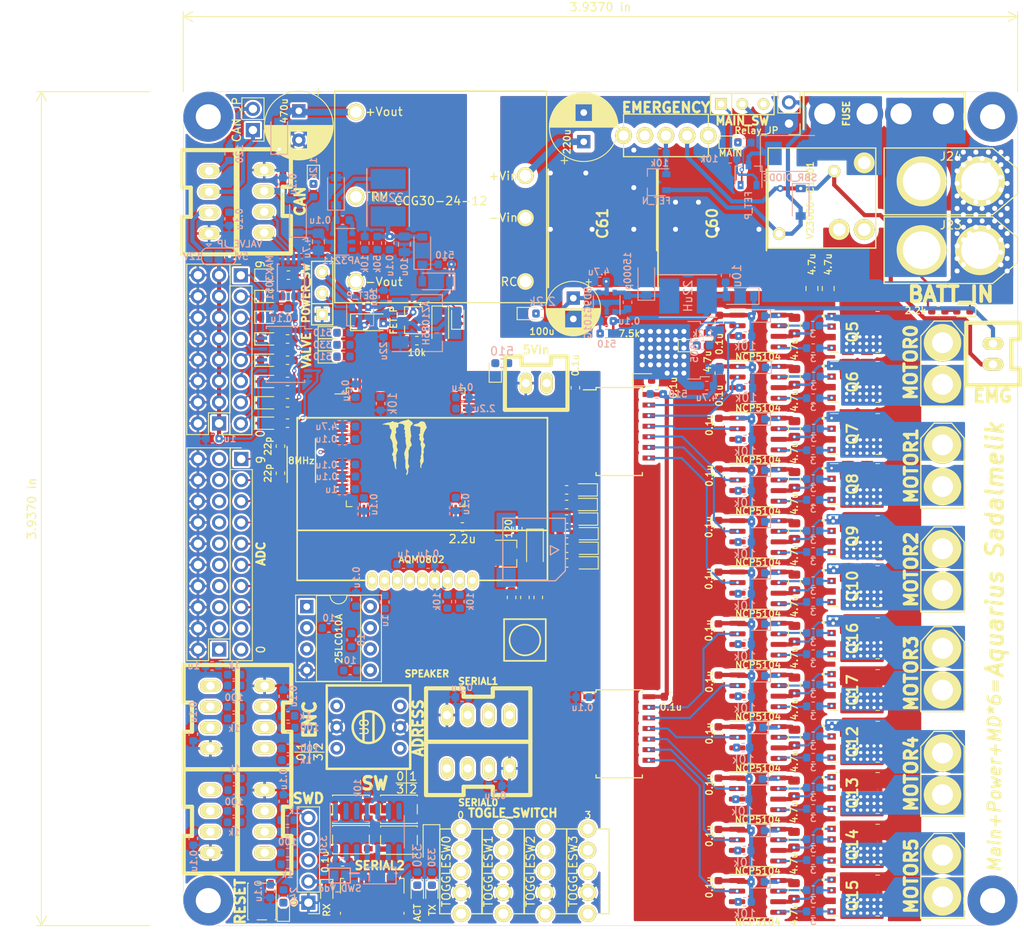
<source format=kicad_pcb>
(kicad_pcb (version 20171130) (host pcbnew "(5.1.4)-1")
  (layers (0 F.Cu signal) (31 B.Cu signal) (34 B.Paste user) (35 F.Paste user) (36 B.SilkS user) (37 F.SilkS user) (38 B.Mask user) (39 F.Mask user) (44 Edge.Cuts user))
  (net 0 "")
  (net 1 /OSC_IN)
  (net 2 GND)
  (net 3 /~RST)
  (net 4 /OSC_OUT)
  (net 5 +3V3)
  (net 6 /FB_Control_OUT)
  (net 7 /FB_Control)
  (net 8 "Net-(C13-Pad2)")
  (net 9 "Net-(C13-Pad1)")
  (net 10 "Net-(C15-Pad1)")
  (net 11 "Net-(C26-Pad1)")
  (net 12 "Net-(C27-Pad2)")
  (net 13 "Net-(C27-Pad1)")
  (net 14 +5V)
  (net 15 "Net-(C31-Pad1)")
  (net 16 "Net-(C32-Pad1)")
  (net 17 "Net-(C35-Pad1)")
  (net 18 GNDPWR)
  (net 19 +5P)
  (net 20 "Net-(C41-Pad1)")
  (net 21 /FB_OUT)
  (net 22 "Net-(C42-Pad1)")
  (net 23 "Net-(C43-Pad2)")
  (net 24 "Net-(C43-Pad1)")
  (net 25 MOTOR_Batt)
  (net 26 Batt)
  (net 27 "Net-(C53-Pad1)")
  (net 28 /Motor0L)
  (net 29 "Net-(C54-Pad1)")
  (net 30 /Motor0R)
  (net 31 "Net-(C55-Pad1)")
  (net 32 /Motor1L)
  (net 33 /Motor1R)
  (net 34 "Net-(C56-Pad1)")
  (net 35 "Net-(C57-Pad1)")
  (net 36 /Motor2L)
  (net 37 /Motor2R)
  (net 38 "Net-(C58-Pad1)")
  (net 39 "Net-(C68-Pad1)")
  (net 40 /Motor3L)
  (net 41 /Motor3R)
  (net 42 "Net-(C69-Pad1)")
  (net 43 /Motor4L)
  (net 44 "Net-(C70-Pad1)")
  (net 45 /Motor4R)
  (net 46 "Net-(C71-Pad1)")
  (net 47 /Motor5L)
  (net 48 "Net-(C72-Pad1)")
  (net 49 "Net-(C73-Pad1)")
  (net 50 /Motor5R)
  (net 51 +12V)
  (net 52 "Net-(D3-Pad2)")
  (net 53 "Net-(D4-Pad2)")
  (net 54 "Net-(D5-Pad2)")
  (net 55 "Net-(D6-Pad2)")
  (net 56 "Net-(D8-Pad2)")
  (net 57 "Net-(D9-Pad2)")
  (net 58 "Net-(D12-Pad2)")
  (net 59 "Net-(D14-Pad1)")
  (net 60 "Net-(D15-Pad2)")
  (net 61 "Net-(D17-Pad1)")
  (net 62 "Net-(D18-Pad1)")
  (net 63 "Net-(D19-Pad1)")
  (net 64 "Net-(D27-Pad2)")
  (net 65 "Net-(D28-Pad2)")
  (net 66 "Net-(D29-Pad2)")
  (net 67 "Net-(D30-Pad2)")
  (net 68 "Net-(D31-Pad2)")
  (net 69 "Net-(D32-Pad2)")
  (net 70 "Net-(D33-Pad1)")
  (net 71 Regulator_5V)
  (net 72 Control_5V)
  (net 73 External_5V)
  (net 74 "Net-(D36-Pad2)")
  (net 75 "Net-(D38-Pad2)")
  (net 76 "Net-(D46-Pad2)")
  (net 77 "Net-(D48-Pad2)")
  (net 78 POWER_Batt)
  (net 79 "Net-(D56-Pad1)")
  (net 80 "Net-(D56-Pad2)")
  (net 81 +BATT)
  (net 82 /MOTOR0L_PWM)
  (net 83 /MOTOR0R_PWM)
  (net 84 /MOTOR1L_PWM)
  (net 85 /MOTOR1R_PWM)
  (net 86 /MOTOR2L_PWM)
  (net 87 /MOTOR2R_PWM)
  (net 88 /motor2_R_signal)
  (net 89 /motor2_L_signal)
  (net 90 /motor1_R_signal)
  (net 91 /motor1_L_signal)
  (net 92 /motor0_R_signal)
  (net 93 /motor0_L_signal)
  (net 94 /motor3_L_signal)
  (net 95 /motor3_R_signal)
  (net 96 /motor4_L_signal)
  (net 97 /motor4_R_signal)
  (net 98 /motor5_L_signal)
  (net 99 /motor5_R_signal)
  (net 100 /MOTOR5R_PWM)
  (net 101 /MOTOR5L_PWM)
  (net 102 /MOTOR4R_PWM)
  (net 103 /MOTOR4L_PWM)
  (net 104 /MOTOR3R_PWM)
  (net 105 /MOTOR3L_PWM)
  (net 106 /PA10_USART1_RX)
  (net 107 /PA9_USART1_TX)
  (net 108 /PC0_ADC12_IN10)
  (net 109 /PC1_ADC12_IN11)
  (net 110 /PC2_ADC12_IN12)
  (net 111 /PC3_ADC12_IN13)
  (net 112 /PC4_ADC12_IN14)
  (net 113 /PC5_ADC12_IN15)
  (net 114 /PB0_ADC12_IN8)
  (net 115 /PB1_ADC12_IN9)
  (net 116 /PA2_ADC12_IN2)
  (net 117 /PA3_ADC12_IN3)
  (net 118 "Net-(J3-Pad2)")
  (net 119 /SWCLK)
  (net 120 /SWDIO)
  (net 121 /CAN_H)
  (net 122 /CAN_L)
  (net 123 /PD8_USART3_TX)
  (net 124 /PD9_USART3_RX)
  (net 125 /PE0_IO)
  (net 126 /PE1_IO)
  (net 127 /PE12_IO)
  (net 128 /PE15_IO)
  (net 129 /PA4_IO)
  (net 130 /PA8_IO)
  (net 131 /PA11_IO)
  (net 132 /PA12_IO)
  (net 133 /D-)
  (net 134 /D+)
  (net 135 "Net-(J9-Pad4)")
  (net 136 "Net-(J9-Pad6)")
  (net 137 "Net-(J11-Pad3)")
  (net 138 "Net-(J11-Pad4)")
  (net 139 "Net-(J12-Pad4)")
  (net 140 "Net-(J12-Pad3)")
  (net 141 "Net-(J13-Pad3)")
  (net 142 "Net-(J13-Pad4)")
  (net 143 "Net-(J14-Pad4)")
  (net 144 "Net-(J14-Pad3)")
  (net 145 "Net-(Q1-Pad3)")
  (net 146 "Net-(Q3-Pad1)")
  (net 147 "Net-(Q5-Pad2)")
  (net 148 "Net-(Q5-Pad4)")
  (net 149 "Net-(Q6-Pad4)")
  (net 150 "Net-(Q6-Pad2)")
  (net 151 "Net-(Q7-Pad2)")
  (net 152 "Net-(Q7-Pad4)")
  (net 153 "Net-(Q8-Pad2)")
  (net 154 "Net-(Q8-Pad4)")
  (net 155 "Net-(Q9-Pad4)")
  (net 156 "Net-(Q9-Pad2)")
  (net 157 "Net-(Q10-Pad2)")
  (net 158 "Net-(Q10-Pad4)")
  (net 159 "Net-(Q11-Pad1)")
  (net 160 "Net-(Q12-Pad2)")
  (net 161 "Net-(Q12-Pad4)")
  (net 162 "Net-(Q13-Pad4)")
  (net 163 "Net-(Q13-Pad2)")
  (net 164 "Net-(Q14-Pad4)")
  (net 165 "Net-(Q14-Pad2)")
  (net 166 "Net-(Q15-Pad4)")
  (net 167 "Net-(Q15-Pad2)")
  (net 168 "Net-(Q16-Pad2)")
  (net 169 "Net-(Q16-Pad4)")
  (net 170 "Net-(Q17-Pad4)")
  (net 171 "Net-(Q17-Pad2)")
  (net 172 "Net-(Q18-Pad1)")
  (net 173 "Net-(R5-Pad1)")
  (net 174 /PB8_Buzzer_TIM10_CH1)
  (net 175 "Net-(R14-Pad1)")
  (net 176 "Net-(R15-Pad1)")
  (net 177 "Net-(R16-Pad1)")
  (net 178 "Net-(R17-Pad1)")
  (net 179 /PA0_TIM5_CH1)
  (net 180 /PD12_TIM4_CH1)
  (net 181 /PA0_TIM5_CH2)
  (net 182 /PD13_TIM4_CH2)
  (net 183 /PB7_I2C1_SDA)
  (net 184 /PB6_I2C1_SCL)
  (net 185 /PB9_LCD_BL_TIM11_CH1)
  (net 186 /PA15_TIM2_CH1)
  (net 187 /PB4_TIM3_CH1)
  (net 188 /PB3_TIM2_CH2)
  (net 189 /PB5_TIM3_CH2)
  (net 190 /BLUE)
  (net 191 "Net-(R36-Pad2)")
  (net 192 "Net-(R37-Pad2)")
  (net 193 /GREEN)
  (net 194 /RED)
  (net 195 "Net-(R38-Pad2)")
  (net 196 /PD6_DIPSW_3)
  (net 197 /LED0)
  (net 198 /SW0)
  (net 199 /PD4_DIPSW_2)
  (net 200 /LED1)
  (net 201 /SW1)
  (net 202 /PD3_DIPSW_1)
  (net 203 /PD2_DIPSW_0)
  (net 204 /LED2)
  (net 205 /SW2)
  (net 206 /LED3)
  (net 207 /SW3)
  (net 208 /LED4)
  (net 209 /LED5)
  (net 210 "Net-(R54-Pad1)")
  (net 211 /PA6_SPI1_MISO)
  (net 212 "Net-(R55-Pad2)")
  (net 213 /PA5_SPI1_SCK)
  (net 214 /PA7_SPI1_MOSI)
  (net 215 "Net-(R56-Pad2)")
  (net 216 "Net-(R59-Pad2)")
  (net 217 "Net-(R60-Pad2)")
  (net 218 "Net-(R61-Pad2)")
  (net 219 "Net-(R62-Pad2)")
  (net 220 "Net-(R63-Pad2)")
  (net 221 "Net-(R64-Pad2)")
  (net 222 "Net-(R69-Pad2)")
  (net 223 "Net-(R70-Pad2)")
  (net 224 "Net-(R71-Pad2)")
  (net 225 "Net-(R72-Pad2)")
  (net 226 "Net-(R73-Pad2)")
  (net 227 "Net-(R74-Pad2)")
  (net 228 "Net-(R75-Pad2)")
  (net 229 "Net-(R76-Pad2)")
  (net 230 "Net-(R77-Pad2)")
  (net 231 "Net-(R78-Pad2)")
  (net 232 "Net-(R79-Pad2)")
  (net 233 "Net-(R80-Pad2)")
  (net 234 "Net-(R88-Pad2)")
  (net 235 "Net-(R89-Pad2)")
  (net 236 "Net-(R90-Pad2)")
  (net 237 "Net-(R91-Pad2)")
  (net 238 "Net-(R92-Pad2)")
  (net 239 "Net-(R93-Pad2)")
  (net 240 "Net-(R94-Pad2)")
  (net 241 "Net-(R95-Pad2)")
  (net 242 "Net-(R96-Pad2)")
  (net 243 "Net-(R97-Pad2)")
  (net 244 "Net-(R98-Pad2)")
  (net 245 "Net-(R99-Pad2)")
  (net 246 "Net-(R100-Pad2)")
  (net 247 "Net-(R101-Pad2)")
  (net 248 "Net-(R102-Pad2)")
  (net 249 "Net-(R103-Pad2)")
  (net 250 "Net-(R104-Pad2)")
  (net 251 "Net-(R105-Pad2)")
  (net 252 "Net-(SW8-Pad3)")
  (net 253 "Net-(SW9-Pad3)")
  (net 254 /CAN1_TX)
  (net 255 /CAN1_RX)
  (net 256 /PD5_USART2_TX)
  (net 257 /PD6_USART2_RX)
  (net 258 "Net-(U3-Pad8)")
  (net 259 "Net-(U3-Pad9)")
  (net 260 "Net-(U3-Pad10)")
  (net 261 "Net-(U4-Pad1)")
  (net 262 /PB2_ROM_~WP)
  (net 263 /PE7_ROM_~CS)
  (net 264 /PE8_ROM_~HOLD)
  (net 265 /PE10)
  (net 266 /ADRESS0_PD10)
  (net 267 /ADRESS1_PD11)
  (net 268 /ADRESS2_PD14)
  (net 269 /ADRESS3_PD15)
  (net 270 /ROM_PE8_~HOLD)
  (net 271 "Net-(U11-Pad5)")
  (net 272 "Net-(U18-Pad3)")
  (net 273 "Net-(D49-Pad2)")
  (net 274 +12P)
  (net 275 "Net-(D57-Pad2)")
  (net 276 "Net-(JP3-Pad2)")
  (net 277 Valve_Vdd)
  (net 278 "Net-(D1-Pad2)")
  (net 279 "Net-(D2-Pad2)")
  (net 280 "Net-(D7-Pad2)")
  (net 281 "Net-(D10-Pad2)")
  (net 282 "Net-(D11-Pad2)")
  (net 283 "Net-(D13-Pad2)")
  (net 284 "Net-(D21-Pad2)")
  (net 285 "Net-(D22-Pad2)")
  (net 286 "Net-(J8-Pad1)")
  (net 287 "Net-(J8-Pad2)")
  (net 288 "Net-(J8-Pad3)")
  (net 289 "Net-(J8-Pad4)")
  (net 290 "Net-(J8-Pad5)")
  (net 291 "Net-(J8-Pad6)")
  (net 292 "Net-(J8-Pad7)")
  (net 293 "Net-(J8-Pad8)")
  (net 294 "Net-(D25-Pad2)")
  (net 295 "Net-(SW2-Pad1)")
  (net 296 "Net-(SW10-Pad1)")
  (net 297 "Net-(SW11-Pad1)")
  (net 298 "Net-(SW12-Pad1)")
  (module Resistor_SMD:R_0603_1608Metric (layer F.Cu) (at 48.5 77.75)
    (fp_text reference R109 hide)
    (fp_text value 330)
    (pad 2 smd roundrect (at 0.7875 0) (size 0.875 0.95) (layers F.Cu F.Paste F.Mask) (net 132 /PA12_IO))
    (pad 1 smd roundrect (at -0.7875 0) (size 0.875 0.95) (layers F.Cu F.Paste F.Mask) (net 285 "Net-(D22-Pad2)"))
  )
  (module Mizz_lib:XA_4P (layer F.Cu) (at 39.25 109.25 270)
    (fp_text reference J11 hide)
    (fp_text value ENC0)
    (pad 1 thru_hole oval (at 7.5 0 270) (size 1.5 2.5) (drill 1) (layers *.Cu *.Mask F.SilkS) (net 2 GND))
    (pad 2 thru_hole oval (at 5 0 270) (size 1.5 2.5) (drill 1) (layers *.Cu *.Mask F.SilkS) (net 14 +5V))
    (pad 3 thru_hole oval (at 2.5 0 270) (size 1.5 2.5) (drill 1) (layers *.Cu *.Mask F.SilkS) (net 137 "Net-(J11-Pad3)"))
    (pad 4 thru_hole oval (at 0 0 270) (size 1.5 2.5) (drill 1) (layers *.Cu *.Mask F.SilkS) (net 138 "Net-(J11-Pad4)"))
  )
  (module Capacitor_SMD:C_0603_1608Metric (layer B.Cu) (at 65.35 94.65 180)
    (fp_text reference C25 hide)
    (fp_text value 0.1u (at 0 1.25) (layer B.SilkS) (effects (font (size 0.8 0.8)) (justify mirror)))
    (pad 1 smd roundrect (at -0.7875 0 180) (size 0.875 0.95) (layers B.Cu B.Paste B.Mask) (net 2 GND))
    (pad 2 smd roundrect (at 0.7875 0 180) (size 0.875 0.95) (layers B.Cu B.Paste B.Mask) (net 5 +3V3))
  )
  (module Mizz_lib:V23086-C1001-A403 (layer F.Cu) (at 119 44.75 270)
    (fp_text reference U18 hide)
    (fp_text value V23086-C1001 (at 6.27 7.85 270) (layer F.SilkS) (effects (font (size 0.8 0.8))))
    (pad 3 thru_hole circle (at 9.78 1.38 270) (size 2.5 2.5) (drill 1.5) (layers *.Cu *.Mask F.SilkS) (net 272 "Net-(U18-Pad3)"))
    (pad 4 thru_hole circle (at 1.78 1.38 270) (size 2.5 2.5) (drill 1.5) (layers *.Cu *.Mask F.SilkS) (net 78 POWER_Batt))
    (pad 5 thru_hole circle (at 9.78 4.38 270) (size 2.5 2.5) (drill 1.5) (layers *.Cu *.Mask F.SilkS) (net 25 MOTOR_Batt))
    (pad 2 thru_hole circle (at 10.28 11.58 270) (size 1.5 1.5) (drill 0.9) (layers *.Cu *.Mask F.SilkS) (net 80 "Net-(D56-Pad2)"))
    (pad 1 thru_hole circle (at 2.78 4.98 270) (size 1.5 1.5) (drill 0.9) (layers *.Cu *.Mask F.SilkS) (net 79 "Net-(D56-Pad1)"))
  )
  (module Mizz_lib:CAPAE1300X1400N (layer F.Cu) (at 99.4 53.8 90)
    (fp_text reference C60 (at 0 0 90) (layer F.SilkS) (effects (font (size 1.27 1.27) (thickness 0.254))))
    (fp_text value 470u hide)
    (pad 2 smd rect (at 4.85 0 180) (size 2.35 5.65) (layers F.Cu F.Paste F.Mask) (net 18 GNDPWR))
    (pad 1 smd rect (at -4.85 0 180) (size 2.35 5.65) (layers F.Cu F.Paste F.Mask) (net 25 MOTOR_Batt))
  )
  (module Mizz_lib:CAPAE1300X1400N (layer F.Cu) (at 86.25 53.8 90)
    (fp_text reference C61 (at 0 0 90) (layer F.SilkS) (effects (font (size 1.27 1.27) (thickness 0.254))))
    (fp_text value 470u hide)
    (pad 1 smd rect (at -4.85 0 180) (size 2.35 5.65) (layers F.Cu F.Paste F.Mask) (net 25 MOTOR_Batt))
    (pad 2 smd rect (at 4.85 0 180) (size 2.35 5.65) (layers F.Cu F.Paste F.Mask) (net 18 GNDPWR))
  )
  (module Mizz_lib:Inductor_Taiyo-Yuden_NR-50xx_HandSoldering (layer B.Cu) (at 96.5 62.5)
    (fp_text reference L2 hide)
    (fp_text value 22uH (at 0 0 270) (layer B.SilkS) (effects (justify mirror)))
    (pad 1 smd rect (at -2.25 0) (size 2.4 4.2) (layers B.Cu B.Paste B.Mask) (net 24 "Net-(C43-Pad1)"))
    (pad 2 smd rect (at 2.25 0) (size 2.4 4.2) (layers B.Cu B.Paste B.Mask) (net 21 /FB_OUT))
  )
  (module Mizz_lib:Inductor_Taiyo-Yuden_NR-50xx_HandSoldering (layer B.Cu) (at 60.55 50.7 270)
    (fp_text reference L1 hide)
    (fp_text value 22uH (at 0 0 180) (layer B.SilkS) (effects (justify mirror)))
    (pad 2 smd rect (at 2.25 0 270) (size 2.4 4.2) (layers B.Cu B.Paste B.Mask) (net 6 /FB_Control_OUT))
    (pad 1 smd rect (at -2.25 0 270) (size 2.4 4.2) (layers B.Cu B.Paste B.Mask) (net 9 "Net-(C13-Pad1)"))
  )
  (module Mizz_lib:OSTBABS4C2B (layer F.Cu) (at 76.95 103.85 180)
    (fp_text reference U7 hide)
    (fp_text value OSTBABS4C2B)
    (pad 6 smd rect (at -1.6 -2.4 180) (size 1 1.5) (layers F.Cu F.Paste F.Mask) (net 2 GND))
    (pad 5 smd rect (at 0 -2.4 180) (size 1 1.5) (layers F.Cu F.Paste F.Mask) (net 2 GND))
    (pad 4 smd rect (at 1.6 -2.4 180) (size 1 1.5) (layers F.Cu F.Paste F.Mask) (net 2 GND))
    (pad 3 smd rect (at 1.6 2.6 180) (size 1 1.5) (layers F.Cu F.Paste F.Mask) (net 195 "Net-(R38-Pad2)"))
    (pad 2 smd rect (at 0 2.6 180) (size 1 1.5) (layers F.Cu F.Paste F.Mask) (net 192 "Net-(R37-Pad2)"))
    (pad 1 smd rect (at -1.6 2.6 180) (size 1 1.5) (layers F.Cu F.Paste F.Mask) (net 191 "Net-(R36-Pad2)"))
  )
  (module Mizz_lib:UGCT7525AN4 (layer B.Cu) (at 77.7 93.25)
    (fp_text reference LS1 hide)
    (fp_text value Speaker)
    (pad 3 smd rect (at 3.6 -3.6) (size 2.3 2.3) (layers B.Cu B.Paste B.Mask))
    (pad 2 smd rect (at -3 -3.6) (size 2.3 2.3) (layers B.Cu B.Paste B.Mask) (net 59 "Net-(D14-Pad1)"))
    (pad 1 smd rect (at -3 3) (size 2.3 2.3) (layers B.Cu B.Paste B.Mask) (net 5 +3V3))
  )
  (module Capacitor_SMD:C_0603_1608Metric (layer F.Cu) (at 47.65 80.5 270)
    (fp_text reference C1 hide)
    (fp_text value 22p (at 0 1.5 90) (layer F.SilkS) (effects (font (size 0.8 0.8))))
    (pad 1 smd roundrect (at -0.7875 0 270) (size 0.875 0.95) (layers F.Cu F.Paste F.Mask) (net 1 /OSC_IN))
    (pad 2 smd roundrect (at 0.7875 0 270) (size 0.875 0.95) (layers F.Cu F.Paste F.Mask) (net 2 GND))
  )
  (module Capacitor_SMD:C_0603_1608Metric (layer B.Cu) (at 46.42 133.86 90)
    (fp_text reference C2 hide)
    (fp_text value 0.1u (at 0 -1.43 90) (layer B.SilkS) (effects (font (size 0.8 0.8)) (justify mirror)))
    (pad 1 smd roundrect (at -0.7875 0 90) (size 0.875 0.95) (layers B.Cu B.Paste B.Mask) (net 2 GND))
    (pad 2 smd roundrect (at 0.7875 0 90) (size 0.875 0.95) (layers B.Cu B.Paste B.Mask) (net 3 /~RST))
  )
  (module Capacitor_SMD:C_0603_1608Metric (layer F.Cu) (at 47.65 83.75 90)
    (fp_text reference C3 hide)
    (fp_text value 22p (at 0 -1.5 90) (layer F.SilkS) (effects (font (size 0.8 0.8))))
    (pad 2 smd roundrect (at 0.7875 0 90) (size 0.875 0.95) (layers F.Cu F.Paste F.Mask) (net 2 GND))
    (pad 1 smd roundrect (at -0.7875 0 90) (size 0.875 0.95) (layers F.Cu F.Paste F.Mask) (net 4 /OSC_OUT))
  )
  (module Capacitor_SMD:C_0603_1608Metric (layer B.Cu) (at 47.75 64 180)
    (fp_text reference C4 hide)
    (fp_text value 0.1u (at 0 -1.2) (layer B.SilkS) (effects (font (size 0.8 0.8)) (justify mirror)))
    (pad 2 smd roundrect (at 0.7875 0 180) (size 0.875 0.95) (layers B.Cu B.Paste B.Mask) (net 2 GND))
    (pad 1 smd roundrect (at -0.7875 0 180) (size 0.875 0.95) (layers B.Cu B.Paste B.Mask) (net 5 +3V3))
  )
  (module Capacitor_SMD:C_0603_1608Metric (layer B.Cu) (at 73.4 121.25)
    (fp_text reference C5 hide)
    (fp_text value 0.1u (at 0 1.15) (layer B.SilkS) (effects (font (size 0.8 0.8)) (justify mirror)))
    (pad 2 smd roundrect (at 0.7875 0) (size 0.875 0.95) (layers B.Cu B.Paste B.Mask) (net 2 GND))
    (pad 1 smd roundrect (at -0.7875 0) (size 0.875 0.95) (layers B.Cu B.Paste B.Mask) (net 14 +5V))
  )
  (module Capacitor_SMD:C_0603_1608Metric (layer B.Cu) (at 41.5 53.25 270)
    (fp_text reference C6 hide)
    (fp_text value 0.1u (at 0.024999 -1.204999 90) (layer B.SilkS) (effects (font (size 0.8 0.8)) (justify mirror)))
    (pad 2 smd roundrect (at 0.7875 0 270) (size 0.875 0.95) (layers B.Cu B.Paste B.Mask) (net 2 GND))
    (pad 1 smd roundrect (at -0.7875 0 270) (size 0.875 0.95) (layers B.Cu B.Paste B.Mask) (net 51 +12V))
  )
  (module Capacitor_SMD:C_0603_1608Metric (layer B.Cu) (at 39.45 106.85)
    (fp_text reference C7 hide)
    (fp_text value 1u (at -2.2 0) (layer B.SilkS) (effects (font (size 0.8 0.8)) (justify mirror)))
    (pad 2 smd roundrect (at 0.7875 0) (size 0.875 0.95) (layers B.Cu B.Paste B.Mask) (net 5 +3V3))
    (pad 1 smd roundrect (at -0.7875 0) (size 0.875 0.95) (layers B.Cu B.Paste B.Mask) (net 2 GND))
  )
  (module Capacitor_SMD:C_0603_1608Metric (layer B.Cu) (at 60.75 56.15 270)
    (fp_text reference C8 hide)
    (fp_text value 0.1u (at 2.7 0 90) (layer B.SilkS) (effects (font (size 0.8 0.8)) (justify mirror)))
    (pad 1 smd roundrect (at -0.7875 0 270) (size 0.875 0.95) (layers B.Cu B.Paste B.Mask) (net 6 /FB_Control_OUT))
    (pad 2 smd roundrect (at 0.7875 0 270) (size 0.875 0.95) (layers B.Cu B.Paste B.Mask) (net 7 /FB_Control))
  )
  (module Capacitor_SMD:C_0603_1608Metric (layer B.Cu) (at 69.4 110.6 180)
    (fp_text reference C9 hide)
    (fp_text value 0.1u (at 0 1.15) (layer B.SilkS) (effects (font (size 0.8 0.8)) (justify mirror)))
    (pad 1 smd roundrect (at -0.7875 0 180) (size 0.875 0.95) (layers B.Cu B.Paste B.Mask) (net 14 +5V))
    (pad 2 smd roundrect (at 0.7875 0 180) (size 0.875 0.95) (layers B.Cu B.Paste B.Mask) (net 2 GND))
  )
  (module Capacitor_SMD:C_0603_1608Metric (layer B.Cu) (at 47.95 49.1 90)
    (fp_text reference C10 hide)
    (fp_text value 0.1u (at 0 1.2 90) (layer B.SilkS) (effects (font (size 0.8 0.8)) (justify mirror)))
    (pad 1 smd roundrect (at -0.7875 0 90) (size 0.875 0.95) (layers B.Cu B.Paste B.Mask) (net 51 +12V))
    (pad 2 smd roundrect (at 0.7875 0 90) (size 0.875 0.95) (layers B.Cu B.Paste B.Mask) (net 2 GND))
  )
  (module Capacitor_SMD:C_0603_1608Metric (layer B.Cu) (at 55.85 84.15 180)
    (fp_text reference C11 hide)
    (fp_text value 0.1u (at 2.65 0) (layer B.SilkS) (effects (font (size 0.8 0.8)) (justify mirror)))
    (pad 1 smd roundrect (at -0.7875 0 180) (size 0.875 0.95) (layers B.Cu B.Paste B.Mask) (net 5 +3V3))
    (pad 2 smd roundrect (at 0.7875 0 180) (size 0.875 0.95) (layers B.Cu B.Paste B.Mask) (net 2 GND))
  )
  (module Capacitor_SMD:C_0603_1608Metric (layer B.Cu) (at 39.5 79.6)
    (fp_text reference C12 hide)
    (fp_text value 1u (at 2.1 0) (layer B.SilkS) (effects (font (size 0.8 0.8)) (justify mirror)))
    (pad 1 smd roundrect (at -0.7875 0) (size 0.875 0.95) (layers B.Cu B.Paste B.Mask) (net 2 GND))
    (pad 2 smd roundrect (at 0.7875 0) (size 0.875 0.95) (layers B.Cu B.Paste B.Mask) (net 277 Valve_Vdd))
  )
  (module Capacitor_SMD:C_0603_1608Metric (layer B.Cu) (at 55.1 53.4)
    (fp_text reference C13 hide)
    (fp_text value 0.1u (at -2.7 0 180) (layer B.SilkS) (effects (font (size 0.8 0.8)) (justify mirror)))
    (pad 2 smd roundrect (at 0.7875 0) (size 0.875 0.95) (layers B.Cu B.Paste B.Mask) (net 8 "Net-(C13-Pad2)"))
    (pad 1 smd roundrect (at -0.7875 0) (size 0.875 0.95) (layers B.Cu B.Paste B.Mask) (net 9 "Net-(C13-Pad1)"))
  )
  (module Capacitor_SMD:C_0603_1608Metric (layer B.Cu) (at 55.85 85.65 180)
    (fp_text reference C14 hide)
    (fp_text value 1u (at 2.1 -0.05) (layer B.SilkS) (effects (font (size 0.8 0.8)) (justify mirror)))
    (pad 2 smd roundrect (at 0.7875 0 180) (size 0.875 0.95) (layers B.Cu B.Paste B.Mask) (net 2 GND))
    (pad 1 smd roundrect (at -0.7875 0 180) (size 0.875 0.95) (layers B.Cu B.Paste B.Mask) (net 5 +3V3))
  )
  (module Capacitor_SMD:C_0805_2012Metric_Pad1.15x1.40mm_HandSolder (layer B.Cu) (at 52.2 56 270)
    (fp_text reference C15 hide)
    (fp_text value 4.7u (at 0.7 1.4 90) (layer B.SilkS) (effects (font (size 0.8 0.8)) (justify mirror)))
    (pad 1 smd roundrect (at -1.025 0 270) (size 1.15 1.4) (layers B.Cu B.Paste B.Mask) (roundrect_rratio 0.217391) (net 10 "Net-(C15-Pad1)"))
    (pad 2 smd roundrect (at 1.025 0 270) (size 1.15 1.4) (layers B.Cu B.Paste B.Mask) (roundrect_rratio 0.217391) (net 2 GND))
  )
  (module Capacitor_SMD:C_0603_1608Metric (layer B.Cu) (at 55.85 79.65 180)
    (fp_text reference C16 hide)
    (fp_text value 0.1u (at 2.7 0) (layer B.SilkS) (effects (font (size 0.8 0.8)) (justify mirror)))
    (pad 1 smd roundrect (at -0.7875 0 180) (size 0.875 0.95) (layers B.Cu B.Paste B.Mask) (net 5 +3V3))
    (pad 2 smd roundrect (at 0.7875 0 180) (size 0.875 0.95) (layers B.Cu B.Paste B.Mask) (net 2 GND))
  )
  (module Capacitor_SMD:C_0603_1608Metric (layer B.Cu) (at 55.85 82.7 180)
    (fp_text reference C17 hide)
    (fp_text value 0.1u (at 2.7 -0.05) (layer B.SilkS) (effects (font (size 0.8 0.8)) (justify mirror)))
    (pad 2 smd roundrect (at 0.7875 0 180) (size 0.875 0.95) (layers B.Cu B.Paste B.Mask) (net 2 GND))
    (pad 1 smd roundrect (at -0.7875 0 180) (size 0.875 0.95) (layers B.Cu B.Paste B.Mask) (net 5 +3V3))
  )
  (module Capacitor_SMD:C_0603_1608Metric (layer B.Cu) (at 57.65 87.5 270)
    (fp_text reference C18 hide)
    (fp_text value 0.1u (at 0 -1.2 90) (layer B.SilkS) (effects (font (size 0.8 0.8)) (justify mirror)))
    (pad 1 smd roundrect (at -0.7875 0 270) (size 0.875 0.95) (layers B.Cu B.Paste B.Mask) (net 5 +3V3))
    (pad 2 smd roundrect (at 0.7875 0 270) (size 0.875 0.95) (layers B.Cu B.Paste B.Mask) (net 2 GND))
  )
  (module Capacitor_SMD:C_0603_1608Metric (layer F.Cu) (at 55.1 130.35)
    (fp_text reference C19 hide)
    (fp_text value 0.1u (at -2.1 0 90) (layer F.SilkS) (effects (font (size 0.8 0.8))))
    (pad 2 smd roundrect (at 0.7875 0) (size 0.875 0.95) (layers F.Cu F.Paste F.Mask) (net 2 GND))
    (pad 1 smd roundrect (at -0.7875 0) (size 0.875 0.95) (layers F.Cu F.Paste F.Mask) (net 5 +3V3))
  )
  (module Capacitor_SMD:C_0603_1608Metric (layer B.Cu) (at 68.65 87.45 270)
    (fp_text reference C21 hide)
    (fp_text value 0.1u (at 0 -1.2 90) (layer B.SilkS) (effects (font (size 0.8 0.8)) (justify mirror)))
    (pad 2 smd roundrect (at 0.7875 0 270) (size 0.875 0.95) (layers B.Cu B.Paste B.Mask) (net 2 GND))
    (pad 1 smd roundrect (at -0.7875 0 270) (size 0.875 0.95) (layers B.Cu B.Paste B.Mask) (net 5 +3V3))
  )
  (module Capacitor_SMD:C_0603_1608Metric (layer B.Cu) (at 37.2 115.05 90)
    (fp_text reference C22 hide)
    (fp_text value 0.1u (at 2.65 0 90) (layer B.SilkS) (effects (font (size 0.8 0.8)) (justify mirror)))
    (pad 1 smd roundrect (at -0.7875 0 90) (size 0.875 0.95) (layers B.Cu B.Paste B.Mask) (net 2 GND))
    (pad 2 smd roundrect (at 0.7875 0 90) (size 0.875 0.95) (layers B.Cu B.Paste B.Mask) (net 14 +5V))
  )
  (module Capacitor_SMD:C_0603_1608Metric (layer B.Cu) (at 37.2 127.55 90)
    (fp_text reference C23 hide)
    (fp_text value 0.1u (at -2.7 0.05 90) (layer B.SilkS) (effects (font (size 0.8 0.8)) (justify mirror)))
    (pad 1 smd roundrect (at -0.7875 0 90) (size 0.875 0.95) (layers B.Cu B.Paste B.Mask) (net 2 GND))
    (pad 2 smd roundrect (at 0.7875 0 90) (size 0.875 0.95) (layers B.Cu B.Paste B.Mask) (net 14 +5V))
  )
  (module Capacitor_SMD:C_0603_1608Metric (layer B.Cu) (at 69.45 74.65)
    (fp_text reference C24 hide)
    (fp_text value 0.1u (at 0 -1.2) (layer B.SilkS) (effects (font (size 0.8 0.8)) (justify mirror)))
    (pad 1 smd roundrect (at -0.7875 0) (size 0.875 0.95) (layers B.Cu B.Paste B.Mask) (net 5 +3V3))
    (pad 2 smd roundrect (at 0.7875 0) (size 0.875 0.95) (layers B.Cu B.Paste B.Mask) (net 2 GND))
  )
  (module Capacitor_SMD:C_0603_1608Metric (layer B.Cu) (at 60.15 99.2 270)
    (fp_text reference C26 hide)
    (fp_text value 1u (at 2.25 0 90) (layer B.SilkS) (effects (font (size 0.8 0.8)) (justify mirror)))
    (pad 1 smd roundrect (at -0.7875 0 270) (size 0.875 0.95) (layers B.Cu B.Paste B.Mask) (net 11 "Net-(C26-Pad1)"))
    (pad 2 smd roundrect (at 0.7875 0 270) (size 0.875 0.95) (layers B.Cu B.Paste B.Mask) (net 5 +3V3))
  )
  (module Capacitor_SMD:C_0603_1608Metric (layer B.Cu) (at 62.4 94.65)
    (fp_text reference C27 hide)
    (fp_text value 1u (at 0 -1.25) (layer B.SilkS) (effects (font (size 0.8 0.8)) (justify mirror)))
    (pad 2 smd roundrect (at 0.7875 0) (size 0.875 0.95) (layers B.Cu B.Paste B.Mask) (net 12 "Net-(C27-Pad2)"))
    (pad 1 smd roundrect (at -0.7875 0) (size 0.875 0.95) (layers B.Cu B.Paste B.Mask) (net 13 "Net-(C27-Pad1)"))
  )
  (module Capacitor_SMD:C_0603_1608Metric (layer B.Cu) (at 60 62.6 90)
    (fp_text reference C28 hide)
    (fp_text value 10u (at 0 -1.2 90) (layer B.SilkS) (effects (font (size 0.8 0.8)) (justify mirror)))
    (pad 2 smd roundrect (at 0.7875 0 90) (size 0.875 0.95) (layers B.Cu B.Paste B.Mask) (net 2 GND))
    (pad 1 smd roundrect (at -0.7875 0 90) (size 0.875 0.95) (layers B.Cu B.Paste B.Mask) (net 14 +5V))
  )
  (module Capacitor_SMD:C_0603_1608Metric (layer B.Cu) (at 56.65 73.85 90)
    (fp_text reference C29 hide)
    (fp_text value 0.1u (at 0 -1.2 90) (layer B.SilkS) (effects (font (size 0.8 0.8)) (justify mirror)))
    (pad 2 smd roundrect (at 0.7875 0 90) (size 0.875 0.95) (layers B.Cu B.Paste B.Mask) (net 2 GND))
    (pad 1 smd roundrect (at -0.7875 0 90) (size 0.875 0.95) (layers B.Cu B.Paste B.Mask) (net 5 +3V3))
  )
  (module Capacitor_SMD:C_0603_1608Metric (layer B.Cu) (at 55.85 78.15 180)
    (fp_text reference C30 hide)
    (fp_text value 4.7u (at 2.7 0) (layer B.SilkS) (effects (font (size 0.8 0.8)) (justify mirror)))
    (pad 1 smd roundrect (at -0.7875 0 180) (size 0.875 0.95) (layers B.Cu B.Paste B.Mask) (net 5 +3V3))
    (pad 2 smd roundrect (at 0.7875 0 180) (size 0.875 0.95) (layers B.Cu B.Paste B.Mask) (net 2 GND))
  )
  (module Capacitor_SMD:C_0603_1608Metric (layer B.Cu) (at 60 66.6 270)
    (fp_text reference C31 hide)
    (fp_text value 22u (at 2.5 0 90) (layer B.SilkS) (effects (font (size 0.8 0.8)) (justify mirror)))
    (pad 1 smd roundrect (at -0.7875 0 270) (size 0.875 0.95) (layers B.Cu B.Paste B.Mask) (net 15 "Net-(C31-Pad1)"))
    (pad 2 smd roundrect (at 0.7875 0 270) (size 0.875 0.95) (layers B.Cu B.Paste B.Mask) (net 2 GND))
  )
  (module Capacitor_SMD:C_0603_1608Metric (layer F.Cu) (at 69.45 90.2)
    (fp_text reference C32 hide)
    (fp_text value 2.2u (at 0 1.43) (layer F.SilkS))
    (pad 2 smd roundrect (at 0.7875 0) (size 0.875 0.95) (layers F.Cu F.Paste F.Mask) (net 2 GND))
    (pad 1 smd roundrect (at -0.7875 0) (size 0.875 0.95) (layers F.Cu F.Paste F.Mask) (net 16 "Net-(C32-Pad1)"))
  )
  (module Capacitor_SMD:C_0603_1608Metric (layer B.Cu) (at 48 123.1 270)
    (fp_text reference C33 hide)
    (fp_text value 0.1u (at -2.65 0 90) (layer B.SilkS) (effects (font (size 0.8 0.8)) (justify mirror)))
    (pad 2 smd roundrect (at 0.7875 0 270) (size 0.875 0.95) (layers B.Cu B.Paste B.Mask) (net 14 +5V))
    (pad 1 smd roundrect (at -0.7875 0 270) (size 0.875 0.95) (layers B.Cu B.Paste B.Mask) (net 2 GND))
  )
  (module Capacitor_SMD:C_0603_1608Metric (layer B.Cu) (at 48 110.5 270)
    (fp_text reference C34 hide)
    (fp_text value 0.1u (at 0 -1.2 90) (layer B.SilkS) (effects (font (size 0.8 0.8)) (justify mirror)))
    (pad 2 smd roundrect (at 0.7875 0 270) (size 0.875 0.95) (layers B.Cu B.Paste B.Mask) (net 14 +5V))
    (pad 1 smd roundrect (at -0.7875 0 270) (size 0.875 0.95) (layers B.Cu B.Paste B.Mask) (net 2 GND))
  )
  (module Capacitor_SMD:C_0603_1608Metric (layer B.Cu) (at 69.45 76)
    (fp_text reference C35 hide)
    (fp_text value 2.2u (at 2.65 0 180) (layer B.SilkS) (effects (font (size 0.8 0.8)) (justify mirror)))
    (pad 1 smd roundrect (at -0.7875 0) (size 0.875 0.95) (layers B.Cu B.Paste B.Mask) (net 17 "Net-(C35-Pad1)"))
    (pad 2 smd roundrect (at 0.7875 0) (size 0.875 0.95) (layers B.Cu B.Paste B.Mask) (net 2 GND))
  )
  (module Capacitor_SMD:C_0603_1608Metric (layer F.Cu) (at 83 73.5 90)
    (fp_text reference C36 hide)
    (fp_text value 0.1u (at 2.7 0 90) (layer F.SilkS) (effects (font (size 0.8 0.8))))
    (pad 1 smd roundrect (at -0.7875 0 90) (size 0.875 0.95) (layers F.Cu F.Paste F.Mask) (net 5 +3V3))
    (pad 2 smd roundrect (at 0.7875 0 90) (size 0.875 0.95) (layers F.Cu F.Paste F.Mask) (net 2 GND))
  )
  (module Capacitor_SMD:C_0603_1608Metric (layer B.Cu) (at 83.85 110.6 180)
    (fp_text reference C37 hide)
    (fp_text value 0.1u (at 0 -1.25 180) (layer B.SilkS) (effects (font (size 0.8 0.8)) (justify mirror)))
    (pad 2 smd roundrect (at 0.7875 0 180) (size 0.875 0.95) (layers B.Cu B.Paste B.Mask) (net 2 GND))
    (pad 1 smd roundrect (at -0.7875 0 180) (size 0.875 0.95) (layers B.Cu B.Paste B.Mask) (net 5 +3V3))
  )
  (module Capacitor_SMD:C_0603_1608Metric (layer F.Cu) (at 93.5 73.5 90)
    (fp_text reference C38 hide)
    (fp_text value 0.1u (at 0 1.25 90) (layer F.SilkS) (effects (font (size 0.8 0.8))))
    (pad 2 smd roundrect (at 0.7875 0 90) (size 0.875 0.95) (layers F.Cu F.Paste F.Mask) (net 18 GNDPWR))
    (pad 1 smd roundrect (at -0.7875 0 90) (size 0.875 0.95) (layers F.Cu F.Paste F.Mask) (net 19 +5P))
  )
  (module Capacitor_SMD:C_0603_1608Metric (layer F.Cu) (at 94.45 110.55)
    (fp_text reference C39 hide)
    (fp_text value 0.1u (at 0 1.25) (layer F.SilkS) (effects (font (size 0.8 0.8))))
    (pad 1 smd roundrect (at -0.7875 0) (size 0.875 0.95) (layers F.Cu F.Paste F.Mask) (net 19 +5P))
    (pad 2 smd roundrect (at 0.7875 0) (size 0.875 0.95) (layers F.Cu F.Paste F.Mask) (net 18 GNDPWR))
  )
  (module Capacitor_SMD:C_0603_1608Metric (layer B.Cu) (at 56.7 98.9 90)
    (fp_text reference C40 hide)
    (fp_text value 0.1u (at 2.65 0.05 90) (layer B.SilkS) (effects (font (size 0.8 0.8)) (justify mirror)))
    (pad 1 smd roundrect (at -0.7875 0 90) (size 0.875 0.95) (layers B.Cu B.Paste B.Mask) (net 5 +3V3))
    (pad 2 smd roundrect (at 0.7875 0 90) (size 0.875 0.95) (layers B.Cu B.Paste B.Mask) (net 2 GND))
  )
  (module Capacitor_SMD:C_0603_1608Metric (layer B.Cu) (at 86.75 65.5)
    (fp_text reference C41 hide)
    (fp_text value 0.1u (at 2.7 0 180) (layer B.SilkS) (effects (font (size 0.8 0.8)) (justify mirror)))
    (pad 1 smd roundrect (at -0.7875 0) (size 0.875 0.95) (layers B.Cu B.Paste B.Mask) (net 20 "Net-(C41-Pad1)"))
    (pad 2 smd roundrect (at 0.7875 0) (size 0.875 0.95) (layers B.Cu B.Paste B.Mask) (net 21 /FB_OUT))
  )
  (module Capacitor_SMD:C_0603_1608Metric (layer B.Cu) (at 89.25 63.25 270)
    (fp_text reference C43 hide)
    (fp_text value 15000p (at -3.75 0 90) (layer B.SilkS) (effects (font (size 0.8 0.8)) (justify mirror)))
    (pad 2 smd roundrect (at 0.7875 0 270) (size 0.875 0.95) (layers B.Cu B.Paste B.Mask) (net 23 "Net-(C43-Pad2)"))
    (pad 1 smd roundrect (at -0.7875 0 270) (size 0.875 0.95) (layers B.Cu B.Paste B.Mask) (net 24 "Net-(C43-Pad1)"))
  )
  (module Capacitor_SMD:C_0603_1608Metric (layer F.Cu) (at 100.25 65.6 270)
    (fp_text reference C44 hide)
    (fp_text value 0.1u (at 2.65 0 90) (layer F.SilkS) (effects (font (size 0.8 0.8))))
    (pad 2 smd roundrect (at 0.7875 0 270) (size 0.875 0.95) (layers F.Cu F.Paste F.Mask) (net 18 GNDPWR))
    (pad 1 smd roundrect (at -0.7875 0 270) (size 0.875 0.95) (layers F.Cu F.Paste F.Mask) (net 274 +12P))
  )
  (module Capacitor_SMD:C_0603_1608Metric (layer F.Cu) (at 100.25 71.75 270)
    (fp_text reference C45 hide)
    (fp_text value 0.1u (at 2.7 0 90) (layer F.SilkS) (effects (font (size 0.8 0.8))))
    (pad 1 smd roundrect (at -0.7875 0 270) (size 0.875 0.95) (layers F.Cu F.Paste F.Mask) (net 274 +12P))
    (pad 2 smd roundrect (at 0.7875 0 270) (size 0.875 0.95) (layers F.Cu F.Paste F.Mask) (net 18 GNDPWR))
  )
  (module Capacitor_SMD:C_0603_1608Metric (layer F.Cu) (at 100.2 77.95 270)
    (fp_text reference C46 hide)
    (fp_text value 0.1u (at 0 1.15 90) (layer F.SilkS) (effects (font (size 0.8 0.8))))
    (pad 2 smd roundrect (at 0.7875 0 270) (size 0.875 0.95) (layers F.Cu F.Paste F.Mask) (net 18 GNDPWR))
    (pad 1 smd roundrect (at -0.7875 0 270) (size 0.875 0.95) (layers F.Cu F.Paste F.Mask) (net 274 +12P))
  )
  (module Capacitor_SMD:C_0603_1608Metric (layer F.Cu) (at 100.2 84.05 270)
    (fp_text reference C47 hide)
    (fp_text value 0.1u (at 0 1.15 90) (layer F.SilkS) (effects (font (size 0.8 0.8))))
    (pad 1 smd roundrect (at -0.7875 0 270) (size 0.875 0.95) (layers F.Cu F.Paste F.Mask) (net 274 +12P))
    (pad 2 smd roundrect (at 0.7875 0 270) (size 0.875 0.95) (layers F.Cu F.Paste F.Mask) (net 18 GNDPWR))
  )
  (module Capacitor_SMD:C_0603_1608Metric (layer F.Cu) (at 100.15 90.2 270)
    (fp_text reference C48 hide)
    (fp_text value 0.1u (at 0 1.15 90) (layer F.SilkS) (effects (font (size 0.8 0.8))))
    (pad 2 smd roundrect (at 0.7875 0 270) (size 0.875 0.95) (layers F.Cu F.Paste F.Mask) (net 18 GNDPWR))
    (pad 1 smd roundrect (at -0.7875 0 270) (size 0.875 0.95) (layers F.Cu F.Paste F.Mask) (net 274 +12P))
  )
  (module Capacitor_SMD:C_0603_1608Metric (layer F.Cu) (at 100.15 96.4 270)
    (fp_text reference C49 hide)
    (fp_text value 0.1u (at 0 1.15 90) (layer F.SilkS) (effects (font (size 0.8 0.8))))
    (pad 2 smd roundrect (at 0.7875 0 270) (size 0.875 0.95) (layers F.Cu F.Paste F.Mask) (net 18 GNDPWR))
    (pad 1 smd roundrect (at -0.7875 0 270) (size 0.875 0.95) (layers F.Cu F.Paste F.Mask) (net 274 +12P))
  )
  (module Capacitor_SMD:C_0603_1608Metric (layer B.Cu) (at 85.9 60.75 180)
    (fp_text reference C50 hide)
    (fp_text value 4.7u (at 0.1 1.15) (layer B.SilkS) (effects (font (size 0.8 0.8)) (justify mirror)))
    (pad 1 smd roundrect (at -0.7875 0 180) (size 0.875 0.95) (layers B.Cu B.Paste B.Mask) (net 25 MOTOR_Batt))
    (pad 2 smd roundrect (at 0.7875 0 180) (size 0.875 0.95) (layers B.Cu B.Paste B.Mask) (net 18 GNDPWR))
  )
  (module Capacitor_THT:CP_Radial_D6.3mm_P2.50mm (layer F.Cu) (at 82.75 62.75 270)
    (fp_text reference C51 hide)
    (fp_text value 100u (at 4 3.75) (layer F.SilkS) (effects (font (size 0.8 0.8))))
    (pad 1 thru_hole rect (at 0 0 270) (size 1.6 1.6) (drill 0.8) (layers *.Cu *.Mask) (net 25 MOTOR_Batt))
    (pad 2 thru_hole circle (at 2.5 0 270) (size 1.6 1.6) (drill 0.8) (layers *.Cu *.Mask) (net 18 GNDPWR))
  )
  (module Capacitor_SMD:C_0603_1608Metric (layer B.Cu) (at 101 60.0375 90)
    (fp_text reference C59 hide)
    (fp_text value 10u (at -0.05 1.35 90) (layer B.SilkS) (effects (justify mirror)))
    (pad 1 smd roundrect (at -0.7875 0 90) (size 0.875 0.95) (layers B.Cu B.Paste B.Mask) (net 21 /FB_OUT))
    (pad 2 smd roundrect (at 0.7875 0 90) (size 0.875 0.95) (layers B.Cu B.Paste B.Mask) (net 18 GNDPWR))
  )
  (module Capacitor_SMD:C_0603_1608Metric (layer F.Cu) (at 100.15 102.6 270)
    (fp_text reference C62 hide)
    (fp_text value 0.1u (at 0 1.15 90) (layer F.SilkS) (effects (font (size 0.8 0.8))))
    (pad 1 smd roundrect (at -0.7875 0 270) (size 0.875 0.95) (layers F.Cu F.Paste F.Mask) (net 274 +12P))
    (pad 2 smd roundrect (at 0.7875 0 270) (size 0.875 0.95) (layers F.Cu F.Paste F.Mask) (net 18 GNDPWR))
  )
  (module Capacitor_SMD:C_0603_1608Metric (layer F.Cu) (at 100.15 108.75 270)
    (fp_text reference C63 hide)
    (fp_text value 0.1u (at 0 1.1 90) (layer F.SilkS) (effects (font (size 0.8 0.8))))
    (pad 2 smd roundrect (at 0.7875 0 270) (size 0.875 0.95) (layers F.Cu F.Paste F.Mask) (net 18 GNDPWR))
    (pad 1 smd roundrect (at -0.7875 0 270) (size 0.875 0.95) (layers F.Cu F.Paste F.Mask) (net 274 +12P))
  )
  (module Capacitor_SMD:C_0603_1608Metric (layer F.Cu) (at 100.15 114.95 270)
    (fp_text reference C64 hide)
    (fp_text value 0.1u (at 0 1.1 90) (layer F.SilkS) (effects (font (size 0.8 0.8))))
    (pad 1 smd roundrect (at -0.7875 0 270) (size 0.875 0.95) (layers F.Cu F.Paste F.Mask) (net 274 +12P))
    (pad 2 smd roundrect (at 0.7875 0 270) (size 0.875 0.95) (layers F.Cu F.Paste F.Mask) (net 18 GNDPWR))
  )
  (module Capacitor_SMD:C_0603_1608Metric (layer F.Cu) (at 100.15 121.1 270)
    (fp_text reference C65 hide)
    (fp_text value 0.1u (at 0 1.1 90) (layer F.SilkS) (effects (font (size 0.8 0.8))))
    (pad 2 smd roundrect (at 0.7875 0 270) (size 0.875 0.95) (layers F.Cu F.Paste F.Mask) (net 18 GNDPWR))
    (pad 1 smd roundrect (at -0.7875 0 270) (size 0.875 0.95) (layers F.Cu F.Paste F.Mask) (net 274 +12P))
  )
  (module Capacitor_SMD:C_0603_1608Metric (layer F.Cu) (at 100.15 127.25 270)
    (fp_text reference C66 hide)
    (fp_text value 0.1u (at 0 1.1 90) (layer F.SilkS) (effects (font (size 0.8 0.8))))
    (pad 2 smd roundrect (at 0.7875 0 270) (size 0.875 0.95) (layers F.Cu F.Paste F.Mask) (net 18 GNDPWR))
    (pad 1 smd roundrect (at -0.7875 0 270) (size 0.875 0.95) (layers F.Cu F.Paste F.Mask) (net 274 +12P))
  )
  (module Capacitor_SMD:C_0603_1608Metric (layer F.Cu) (at 100.15 133.4 270)
    (fp_text reference C67 hide)
    (fp_text value 0.1u (at 0 1.1 90) (layer F.SilkS) (effects (font (size 0.8 0.8))))
    (pad 2 smd roundrect (at 0.7875 0 270) (size 0.875 0.95) (layers F.Cu F.Paste F.Mask) (net 18 GNDPWR))
    (pad 1 smd roundrect (at -0.7875 0 270) (size 0.875 0.95) (layers F.Cu F.Paste F.Mask) (net 274 +12P))
  )
  (module LED_SMD:LED_0603_1608Metric (layer F.Cu) (at 73.4 71.35 90)
    (fp_text reference D3 hide)
    (fp_text value LED)
    (pad 2 smd roundrect (at 0.7875 0 90) (size 0.875 0.95) (layers F.Cu F.Paste F.Mask) (net 52 "Net-(D3-Pad2)"))
    (pad 1 smd roundrect (at -0.7875 0 90) (size 0.875 0.95) (layers F.Cu F.Paste F.Mask) (net 2 GND))
  )
  (module LED_SMD:LED_0603_1608Metric (layer F.Cu) (at 68.9 65 90)
    (fp_text reference D4 hide)
    (fp_text value LED)
    (pad 2 smd roundrect (at 0.7875 0 90) (size 0.875 0.95) (layers F.Cu F.Paste F.Mask) (net 53 "Net-(D4-Pad2)"))
    (pad 1 smd roundrect (at -0.7875 0 90) (size 0.875 0.95) (layers F.Cu F.Paste F.Mask) (net 2 GND))
  )
  (module LED_SMD:LED_0603_1608Metric (layer F.Cu) (at 53.65 69.8)
    (fp_text reference D5 hide)
    (fp_text value LED)
    (pad 2 smd roundrect (at 0.7875 0) (size 0.875 0.95) (layers F.Cu F.Paste F.Mask) (net 54 "Net-(D5-Pad2)"))
    (pad 1 smd roundrect (at -0.7875 0) (size 0.875 0.95) (layers F.Cu F.Paste F.Mask) (net 2 GND))
  )
  (module LED_SMD:LED_0603_1608Metric (layer F.Cu) (at 51.6 48.3 270)
    (fp_text reference D6 hide)
    (fp_text value LED)
    (pad 2 smd roundrect (at 0.7875 0 270) (size 0.875 0.95) (layers F.Cu F.Paste F.Mask) (net 55 "Net-(D6-Pad2)"))
    (pad 1 smd roundrect (at -0.7875 0 270) (size 0.875 0.95) (layers F.Cu F.Paste F.Mask) (net 2 GND))
  )
  (module LED_SMD:LED_0603_1608Metric (layer F.Cu) (at 53.65 66.9)
    (fp_text reference D8 hide)
    (fp_text value LED)
    (pad 1 smd roundrect (at -0.7875 0) (size 0.875 0.95) (layers F.Cu F.Paste F.Mask) (net 2 GND))
    (pad 2 smd roundrect (at 0.7875 0) (size 0.875 0.95) (layers F.Cu F.Paste F.Mask) (net 56 "Net-(D8-Pad2)"))
  )
  (module LED_SMD:LED_0603_1608Metric (layer F.Cu) (at 53.65 68.35)
    (fp_text reference D9 hide)
    (fp_text value LED)
    (pad 1 smd roundrect (at -0.7875 0) (size 0.875 0.95) (layers F.Cu F.Paste F.Mask) (net 2 GND))
    (pad 2 smd roundrect (at 0.7875 0) (size 0.875 0.95) (layers F.Cu F.Paste F.Mask) (net 57 "Net-(D9-Pad2)"))
  )
  (module Diode_SMD:D_SOD-123 (layer B.Cu) (at 59.25 132 180)
    (fp_text reference D12 hide)
    (fp_text value DIODE)
    (pad 2 smd rect (at 1.65 0 180) (size 0.9 1.2) (layers B.Cu B.Paste B.Mask) (net 58 "Net-(D12-Pad2)"))
    (pad 1 smd rect (at -1.65 0 180) (size 0.9 1.2) (layers B.Cu B.Paste B.Mask) (net 5 +3V3))
  )
  (module Diode_SMD:D_SOD-123 (layer F.Cu) (at 78.15 92.7 270)
    (fp_text reference D14 hide)
    (fp_text value DIODE)
    (pad 2 smd rect (at 1.65 0 270) (size 0.9 1.2) (layers F.Cu F.Paste F.Mask) (net 5 +3V3))
    (pad 1 smd rect (at -1.65 0 270) (size 0.9 1.2) (layers F.Cu F.Paste F.Mask) (net 59 "Net-(D14-Pad1)"))
  )
  (module Diode_SMD:D_SOD-123 (layer F.Cu) (at 65.75 128.15 270)
    (fp_text reference D15 hide)
    (fp_text value DIODE)
    (pad 1 smd rect (at -1.65 0 270) (size 0.9 1.2) (layers F.Cu F.Paste F.Mask) (net 14 +5V))
    (pad 2 smd rect (at 1.65 0 270) (size 0.9 1.2) (layers F.Cu F.Paste F.Mask) (net 60 "Net-(D15-Pad2)"))
  )
  (module Diode_SMD:D_SOD-123 (layer B.Cu) (at 49.75 53.2 90)
    (fp_text reference D16 hide)
    (fp_text value DIODE)
    (pad 2 smd rect (at 1.65 0 90) (size 0.9 1.2) (layers B.Cu B.Paste B.Mask) (net 51 +12V))
    (pad 1 smd rect (at -1.65 0 90) (size 0.9 1.2) (layers B.Cu B.Paste B.Mask) (net 10 "Net-(C15-Pad1)"))
  )
  (module LED_SMD:LED_0603_1608Metric (layer F.Cu) (at 65.8 133.95 270)
    (fp_text reference D17 hide)
    (fp_text value TX (at 2.2 -0.05 90) (layer F.SilkS) (effects (font (size 0.8 0.8))))
    (pad 2 smd roundrect (at 0.7875 0 270) (size 0.875 0.95) (layers F.Cu F.Paste F.Mask) (net 5 +3V3))
    (pad 1 smd roundrect (at -0.7875 0 270) (size 0.875 0.95) (layers F.Cu F.Paste F.Mask) (net 61 "Net-(D17-Pad1)"))
  )
  (module LED_SMD:LED_0603_1608Metric (layer F.Cu) (at 53.2 133.95 270)
    (fp_text reference D18 hide)
    (fp_text value RX (at 2.2 0 90) (layer F.SilkS) (effects (font (size 0.8 0.8))))
    (pad 1 smd roundrect (at -0.7875 0 270) (size 0.875 0.95) (layers F.Cu F.Paste F.Mask) (net 62 "Net-(D18-Pad1)"))
    (pad 2 smd roundrect (at 0.7875 0 270) (size 0.875 0.95) (layers F.Cu F.Paste F.Mask) (net 5 +3V3))
  )
  (module LED_SMD:LED_0603_1608Metric (layer F.Cu) (at 64.05 133.95 270)
    (fp_text reference D19 hide)
    (fp_text value ACTIVE)
    (pad 2 smd roundrect (at 0.7875 0 270) (size 0.875 0.95) (layers F.Cu F.Paste F.Mask) (net 5 +3V3))
    (pad 1 smd roundrect (at -0.7875 0 270) (size 0.875 0.95) (layers F.Cu F.Paste F.Mask) (net 63 "Net-(D19-Pad1)"))
  )
  (module Diode_SMD:D_SOD-123 (layer B.Cu) (at 54.3 49.95 90)
    (fp_text reference D20 hide)
    (fp_text value DIODE)
    (pad 2 smd rect (at 1.65 0 90) (size 0.9 1.2) (layers B.Cu B.Paste B.Mask) (net 2 GND))
    (pad 1 smd rect (at -1.65 0 90) (size 0.9 1.2) (layers B.Cu B.Paste B.Mask) (net 9 "Net-(C13-Pad1)"))
  )
  (module Diode_SMD:D_SOD-123 (layer B.Cu) (at 64.65 57.05 90)
    (fp_text reference D23 hide)
    (fp_text value DIODE)
    (pad 2 smd rect (at 1.65 0 90) (size 0.9 1.2) (layers B.Cu B.Paste B.Mask) (net 6 /FB_Control_OUT))
    (pad 1 smd rect (at -1.65 0 90) (size 0.9 1.2) (layers B.Cu B.Paste B.Mask) (net 71 Regulator_5V))
  )
  (module Diode_SMD:D_SOD-123 (layer F.Cu) (at 58.3 65.65)
    (fp_text reference D24 hide)
    (fp_text value DIODE)
    (pad 1 smd rect (at -1.65 0) (size 0.9 1.2) (layers F.Cu F.Paste F.Mask) (net 5 +3V3))
    (pad 2 smd rect (at 1.65 0) (size 0.9 1.2) (layers F.Cu F.Paste F.Mask) (net 15 "Net-(C31-Pad1)"))
  )
  (module LED_SMD:LED_0603_1608Metric (layer F.Cu) (at 84.15 85.75 180)
    (fp_text reference D27 hide)
    (fp_text value LED0)
    (pad 1 smd roundrect (at -0.7875 0 180) (size 0.875 0.95) (layers F.Cu F.Paste F.Mask) (net 2 GND))
    (pad 2 smd roundrect (at 0.7875 0 180) (size 0.875 0.95) (layers F.Cu F.Paste F.Mask) (net 64 "Net-(D27-Pad2)"))
  )
  (module LED_SMD:LED_0603_1608Metric (layer F.Cu) (at 84.15 87.5 180)
    (fp_text reference D28 hide)
    (fp_text value LED1)
    (pad 1 smd roundrect (at -0.7875 0 180) (size 0.875 0.95) (layers F.Cu F.Paste F.Mask) (net 2 GND))
    (pad 2 smd roundrect (at 0.7875 0 180) (size 0.875 0.95) (layers F.Cu F.Paste F.Mask) (net 65 "Net-(D28-Pad2)"))
  )
  (module LED_SMD:LED_0603_1608Metric (layer F.Cu) (at 84.2 89.25 180)
    (fp_text reference D29 hide)
    (fp_text value LED2)
    (pad 2 smd roundrect (at 0.7875 0 180) (size 0.875 0.95) (layers F.Cu F.Paste F.Mask) (net 66 "Net-(D29-Pad2)"))
    (pad 1 smd roundrect (at -0.7875 0 180) (size 0.875 0.95) (layers F.Cu F.Paste F.Mask) (net 2 GND))
  )
  (module LED_SMD:LED_0603_1608Metric (layer F.Cu) (at 84.25 91 180)
    (fp_text reference D30 hide)
    (fp_text value LED3)
    (pad 2 smd roundrect (at 0.7875 0 180) (size 0.875 0.95) (layers F.Cu F.Paste F.Mask) (net 67 "Net-(D30-Pad2)"))
    (pad 1 smd roundrect (at -0.7875 0 180) (size 0.875 0.95) (layers F.Cu F.Paste F.Mask) (net 2 GND))
  )
  (module LED_SMD:LED_0603_1608Metric (layer F.Cu) (at 84.25 92.75 180)
    (fp_text reference D31 hide)
    (fp_text value LED4)
    (pad 1 smd roundrect (at -0.7875 0 180) (size 0.875 0.95) (layers F.Cu F.Paste F.Mask) (net 2 GND))
    (pad 2 smd roundrect (at 0.7875 0 180) (size 0.875 0.95) (layers F.Cu F.Paste F.Mask) (net 68 "Net-(D31-Pad2)"))
  )
  (module LED_SMD:LED_0603_1608Metric (layer F.Cu) (at 84.25 94.5 180)
    (fp_text reference D32 hide)
    (fp_text value LED5)
    (pad 2 smd roundrect (at 0.7875 0 180) (size 0.875 0.95) (layers F.Cu F.Paste F.Mask) (net 69 "Net-(D32-Pad2)"))
    (pad 1 smd roundrect (at -0.7875 0 180) (size 0.875 0.95) (layers F.Cu F.Paste F.Mask) (net 2 GND))
  )
  (module Diode_SMD:D_SOD-123 (layer B.Cu) (at 66.3 60.75 180)
    (fp_text reference D33 hide)
    (fp_text value DIODE)
    (pad 1 smd rect (at -1.65 0 180) (size 0.9 1.2) (layers B.Cu B.Paste B.Mask) (net 70 "Net-(D33-Pad1)"))
    (pad 2 smd rect (at 1.65 0 180) (size 0.9 1.2) (layers B.Cu B.Paste B.Mask) (net 71 Regulator_5V))
  )
  (module Diode_SMD:D_SOD-123 (layer F.Cu) (at 66.8 65.95 270)
    (fp_text reference D34 hide)
    (fp_text value DIODE)
    (pad 1 smd rect (at -1.65 0 270) (size 0.9 1.2) (layers F.Cu F.Paste F.Mask) (net 72 Control_5V))
    (pad 2 smd rect (at 1.65 0 270) (size 0.9 1.2) (layers F.Cu F.Paste F.Mask) (net 73 External_5V))
  )
  (module Diode_SMD:D_SOD-123 (layer B.Cu) (at 47.5 43.25 90)
    (fp_text reference D35 hide)
    (fp_text value DIODE)
    (pad 2 smd rect (at 1.65 0 90) (size 0.9 1.2) (layers B.Cu B.Paste B.Mask) (net 22 "Net-(C42-Pad1)"))
    (pad 1 smd rect (at -1.65 0 90) (size 0.9 1.2) (layers B.Cu B.Paste B.Mask) (net 51 +12V))
  )
  (module LED_SMD:LED_0603_1608Metric (layer F.Cu) (at 129.5 64.25 180)
    (fp_text reference D36 hide)
    (fp_text value LED)
    (pad 1 smd roundrect (at -0.7875 0 180) (size 0.875 0.95) (layers F.Cu F.Paste F.Mask) (net 18 GNDPWR))
    (pad 2 smd roundrect (at 0.7875 0 180) (size 0.875 0.95) (layers F.Cu F.Paste F.Mask) (net 74 "Net-(D36-Pad2)"))
  )
  (module LED_SMD:LED_0603_1608Metric (layer F.Cu) (at 101.7 44.05)
    (fp_text reference D38 hide)
    (fp_text value LED)
    (pad 1 smd roundrect (at -0.7875 0) (size 0.875 0.95) (layers F.Cu F.Paste F.Mask) (net 18 GNDPWR))
    (pad 2 smd roundrect (at 0.7875 0) (size 0.875 0.95) (layers F.Cu F.Paste F.Mask) (net 75 "Net-(D38-Pad2)"))
  )
  (module Diode_SMD:D_SOD-123 (layer B.Cu) (at 91.5 60.75 90)
    (fp_text reference D39 hide)
    (fp_text value DIODE)
    (pad 2 smd rect (at 1.65 0 90) (size 0.9 1.2) (layers B.Cu B.Paste B.Mask) (net 18 GNDPWR))
    (pad 1 smd rect (at -1.65 0 90) (size 0.9 1.2) (layers B.Cu B.Paste B.Mask) (net 24 "Net-(C43-Pad1)"))
  )
  (module Diode_SMD:D_0603_1608Metric (layer B.Cu) (at 104.9 64.9 180)
    (fp_text reference D40 hide)
    (fp_text value DIODE)
    (pad 1 smd roundrect (at -0.7875 0 180) (size 0.875 0.95) (layers B.Cu B.Paste B.Mask) (net 27 "Net-(C53-Pad1)"))
    (pad 2 smd roundrect (at 0.7875 0 180) (size 0.875 0.95) (layers B.Cu B.Paste B.Mask) (net 274 +12P))
  )
  (module Diode_SMD:D_0603_1608Metric (layer B.Cu) (at 105 71.05 180)
    (fp_text reference D41 hide)
    (fp_text value DIODE)
    (pad 2 smd roundrect (at 0.7875 0 180) (size 0.875 0.95) (layers B.Cu B.Paste B.Mask) (net 274 +12P))
    (pad 1 smd roundrect (at -0.7875 0 180) (size 0.875 0.95) (layers B.Cu B.Paste B.Mask) (net 29 "Net-(C54-Pad1)"))
  )
  (module Diode_SMD:D_0603_1608Metric (layer B.Cu) (at 104.9 77.25 180)
    (fp_text reference D42 hide)
    (fp_text value DIODE)
    (pad 2 smd roundrect (at 0.7875 0 180) (size 0.875 0.95) (layers B.Cu B.Paste B.Mask) (net 274 +12P))
    (pad 1 smd roundrect (at -0.7875 0 180) (size 0.875 0.95) (layers B.Cu B.Paste B.Mask) (net 31 "Net-(C55-Pad1)"))
  )
  (module Diode_SMD:D_0603_1608Metric (layer B.Cu) (at 104.9 83.4 180)
    (fp_text reference D43 hide)
    (fp_text value DIODE)
    (pad 2 smd roundrect (at 0.7875 0 180) (size 0.875 0.95) (layers B.Cu B.Paste B.Mask) (net 274 +12P))
    (pad 1 smd roundrect (at -0.7875 0 180) (size 0.875 0.95) (layers B.Cu B.Paste B.Mask) (net 34 "Net-(C56-Pad1)"))
  )
  (module Diode_SMD:D_0603_1608Metric (layer B.Cu) (at 104.9 89.55 180)
    (fp_text reference D44 hide)
    (fp_text value DIODE)
    (pad 2 smd roundrect (at 0.7875 0 180) (size 0.875 0.95) (layers B.Cu B.Paste B.Mask) (net 274 +12P))
    (pad 1 smd roundrect (at -0.7875 0 180) (size 0.875 0.95) (layers B.Cu B.Paste B.Mask) (net 35 "Net-(C57-Pad1)"))
  )
  (module Diode_SMD:D_0603_1608Metric (layer B.Cu) (at 104.9 95.7 180)
    (fp_text reference D45 hide)
    (fp_text value DIODE)
    (pad 1 smd roundrect (at -0.7875 0 180) (size 0.875 0.95) (layers B.Cu B.Paste B.Mask) (net 38 "Net-(C58-Pad1)"))
    (pad 2 smd roundrect (at 0.7875 0 180) (size 0.875 0.95) (layers B.Cu B.Paste B.Mask) (net 274 +12P))
  )
  (module LED_SMD:LED_0603_1608Metric (layer F.Cu) (at 91.35 72.55)
    (fp_text reference D46 hide)
    (fp_text value LED)
    (pad 1 smd roundrect (at -0.7875 0) (size 0.875 0.95) (layers F.Cu F.Paste F.Mask) (net 18 GNDPWR))
    (pad 2 smd roundrect (at 0.7875 0) (size 0.875 0.95) (layers F.Cu F.Paste F.Mask) (net 76 "Net-(D46-Pad2)"))
  )
  (module Diode_SMD:D_SOD-123 (layer B.Cu) (at 102.75 62.5 180)
    (fp_text reference D47 hide)
    (fp_text value DIODE)
    (pad 1 smd rect (at -1.65 0 180) (size 0.9 1.2) (layers B.Cu B.Paste B.Mask) (net 274 +12P))
    (pad 2 smd rect (at 1.65 0 180) (size 0.9 1.2) (layers B.Cu B.Paste B.Mask) (net 21 /FB_OUT))
  )
  (module LED_SMD:LED_0603_1608Metric (layer F.Cu) (at 77.5 64.6)
    (fp_text reference D48 hide)
    (fp_text value LED)
    (pad 2 smd roundrect (at 0.7875 0) (size 0.875 0.95) (layers F.Cu F.Paste F.Mask) (net 77 "Net-(D48-Pad2)"))
    (pad 1 smd roundrect (at -0.7875 0) (size 0.875 0.95) (layers F.Cu F.Paste F.Mask) (net 18 GNDPWR))
  )
  (module Diode_SMD:D_0603_1608Metric (layer B.Cu) (at 104.9 101.85 180)
    (fp_text reference D50 hide)
    (fp_text value DIODE)
    (pad 2 smd roundrect (at 0.7875 0 180) (size 0.875 0.95) (layers B.Cu B.Paste B.Mask) (net 274 +12P))
    (pad 1 smd roundrect (at -0.7875 0 180) (size 0.875 0.95) (layers B.Cu B.Paste B.Mask) (net 39 "Net-(C68-Pad1)"))
  )
  (module Diode_SMD:D_0603_1608Metric (layer B.Cu) (at 104.9 108.05 180)
    (fp_text reference D51 hide)
    (fp_text value DIODE)
    (pad 1 smd roundrect (at -0.7875 0 180) (size 0.875 0.95) (layers B.Cu B.Paste B.Mask) (net 42 "Net-(C69-Pad1)"))
    (pad 2 smd roundrect (at 0.7875 0 180) (size 0.875 0.95) (layers B.Cu B.Paste B.Mask) (net 274 +12P))
  )
  (module Diode_SMD:D_0603_1608Metric (layer B.Cu) (at 104.65 114.25 180)
    (fp_text reference D52 hide)
    (fp_text value DIODE)
    (pad 1 smd roundrect (at -0.7875 0 180) (size 0.875 0.95) (layers B.Cu B.Paste B.Mask) (net 44 "Net-(C70-Pad1)"))
    (pad 2 smd roundrect (at 0.7875 0 180) (size 0.875 0.95) (layers B.Cu B.Paste B.Mask) (net 274 +12P))
  )
  (module Diode_SMD:D_0603_1608Metric (layer B.Cu) (at 104.6 120.4 180)
    (fp_text reference D53 hide)
    (fp_text value DIODE)
    (pad 1 smd roundrect (at -0.7875 0 180) (size 0.875 0.95) (layers B.Cu B.Paste B.Mask) (net 46 "Net-(C71-Pad1)"))
    (pad 2 smd roundrect (at 0.7875 0 180) (size 0.875 0.95) (layers B.Cu B.Paste B.Mask) (net 274 +12P))
  )
  (module Diode_SMD:D_0603_1608Metric (layer B.Cu) (at 104.85 126.6 180)
    (fp_text reference D54 hide)
    (fp_text value DIODE)
    (pad 1 smd roundrect (at -0.7875 0 180) (size 0.875 0.95) (layers B.Cu B.Paste B.Mask) (net 48 "Net-(C72-Pad1)"))
    (pad 2 smd roundrect (at 0.7875 0 180) (size 0.875 0.95) (layers B.Cu B.Paste B.Mask) (net 274 +12P))
  )
  (module Diode_SMD:D_0603_1608Metric (layer B.Cu) (at 104.85 132.75 180)
    (fp_text reference D55 hide)
    (fp_text value DIODE)
    (pad 2 smd roundrect (at 0.7875 0 180) (size 0.875 0.95) (layers B.Cu B.Paste B.Mask) (net 274 +12P))
    (pad 1 smd roundrect (at -0.7875 0 180) (size 0.875 0.95) (layers B.Cu B.Paste B.Mask) (net 49 "Net-(C73-Pad1)"))
  )
  (module Diode_SMD:D_SOD-123 (layer B.Cu) (at 110 51.25 270)
    (fp_text reference D56 hide)
    (fp_text value DIODE)
    (pad 1 smd rect (at -1.65 0 270) (size 0.9 1.2) (layers B.Cu B.Paste B.Mask) (net 79 "Net-(D56-Pad1)"))
    (pad 2 smd rect (at 1.65 0 270) (size 0.9 1.2) (layers B.Cu B.Paste B.Mask) (net 80 "Net-(D56-Pad2)"))
  )
  (module Package_SO:SOIC-16W_5.3x10.2mm_P1.27mm (layer F.Cu) (at 88.25 78.75)
    (fp_text reference ISO1 hide)
    (fp_text value Si8660 hide)
    (pad 16 smd rect (at 3.55 -4.445) (size 1.5 0.6) (layers F.Cu F.Paste F.Mask) (net 19 +5P))
    (pad 15 smd rect (at 3.55 -3.175) (size 1.5 0.6) (layers F.Cu F.Paste F.Mask) (net 82 /MOTOR0L_PWM))
    (pad 14 smd rect (at 3.55 -1.905) (size 1.5 0.6) (layers F.Cu F.Paste F.Mask) (net 83 /MOTOR0R_PWM))
    (pad 13 smd rect (at 3.55 -0.635) (size 1.5 0.6) (layers F.Cu F.Paste F.Mask) (net 84 /MOTOR1L_PWM))
    (pad 12 smd rect (at 3.55 0.635) (size 1.5 0.6) (layers F.Cu F.Paste F.Mask) (net 85 /MOTOR1R_PWM))
    (pad 11 smd rect (at 3.55 1.905) (size 1.5 0.6) (layers F.Cu F.Paste F.Mask) (net 86 /MOTOR2L_PWM))
    (pad 10 smd rect (at 3.55 3.175) (size 1.5 0.6) (layers F.Cu F.Paste F.Mask) (net 87 /MOTOR2R_PWM))
    (pad 9 smd rect (at 3.55 4.445) (size 1.5 0.6) (layers F.Cu F.Paste F.Mask) (net 18 GNDPWR))
    (pad 8 smd rect (at -3.55 4.445) (size 1.5 0.6) (layers F.Cu F.Paste F.Mask) (net 2 GND))
    (pad 7 smd rect (at -3.55 3.175) (size 1.5 0.6) (layers F.Cu F.Paste F.Mask) (net 88 /motor2_R_signal))
    (pad 6 smd rect (at -3.55 1.905) (size 1.5 0.6) (layers F.Cu F.Paste F.Mask) (net 89 /motor2_L_signal))
    (pad 5 smd rect (at -3.55 0.635) (size 1.5 0.6) (layers F.Cu F.Paste F.Mask) (net 90 /motor1_R_signal))
    (pad 4 smd rect (at -3.55 -0.635) (size 1.5 0.6) (layers F.Cu F.Paste F.Mask) (net 91 /motor1_L_signal))
    (pad 3 smd rect (at -3.55 -1.905) (size 1.5 0.6) (layers F.Cu F.Paste F.Mask) (net 92 /motor0_R_signal))
    (pad 2 smd rect (at -3.55 -3.175) (size 1.5 0.6) (layers F.Cu F.Paste F.Mask) (net 93 /motor0_L_signal))
    (pad 1 smd rect (at -3.55 -4.445) (size 1.5 0.6) (layers F.Cu F.Paste F.Mask) (net 5 +3V3))
  )
  (module Package_SO:SOIC-16W_5.3x10.2mm_P1.27mm (layer F.Cu) (at 88.25 115)
    (fp_text reference ISO2 hide)
    (fp_text value Si8660 hide)
    (pad 1 smd rect (at -3.55 -4.445) (size 1.5 0.6) (layers F.Cu F.Paste F.Mask) (net 5 +3V3))
    (pad 2 smd rect (at -3.55 -3.175) (size 1.5 0.6) (layers F.Cu F.Paste F.Mask) (net 94 /motor3_L_signal))
    (pad 3 smd rect (at -3.55 -1.905) (size 1.5 0.6) (layers F.Cu F.Paste F.Mask) (net 95 /motor3_R_signal))
    (pad 4 smd rect (at -3.55 -0.635) (size 1.5 0.6) (layers F.Cu F.Paste F.Mask) (net 96 /motor4_L_signal))
    (pad 5 smd rect (at -3.55 0.635) (size 1.5 0.6) (layers F.Cu F.Paste F.Mask) (net 97 /motor4_R_signal))
    (pad 6 smd rect (at -3.55 1.905) (size 1.5 0.6) (layers F.Cu F.Paste F.Mask) (net 98 /motor5_L_signal))
    (pad 7 smd rect (at -3.55 3.175) (size 1.5 0.6) (layers F.Cu F.Paste F.Mask) (net 99 /motor5_R_signal))
    (pad 8 smd rect (at -3.55 4.445) (size 1.5 0.6) (layers F.Cu F.Paste F.Mask) (net 2 GND))
    (pad 9 smd rect (at 3.55 4.445) (size 1.5 0.6) (layers F.Cu F.Paste F.Mask) (net 18 GNDPWR))
    (pad 10 smd rect (at 3.55 3.175) (size 1.5 0.6) (layers F.Cu F.Paste F.Mask) (net 100 /MOTOR5R_PWM))
    (pad 11 smd rect (at 3.55 1.905) (size 1.5 0.6) (layers F.Cu F.Paste F.Mask) (net 101 /MOTOR5L_PWM))
    (pad 12 smd rect (at 3.55 0.635) (size 1.5 0.6) (layers F.Cu F.Paste F.Mask) (net 102 /MOTOR4R_PWM))
    (pad 13 smd rect (at 3.55 -0.635) (size 1.5 0.6) (layers F.Cu F.Paste F.Mask) (net 103 /MOTOR4L_PWM))
    (pad 14 smd rect (at 3.55 -1.905) (size 1.5 0.6) (layers F.Cu F.Paste F.Mask) (net 104 /MOTOR3R_PWM))
    (pad 15 smd rect (at 3.55 -3.175) (size 1.5 0.6) (layers F.Cu F.Paste F.Mask) (net 105 /MOTOR3L_PWM))
    (pad 16 smd rect (at 3.55 -4.445) (size 1.5 0.6) (layers F.Cu F.Paste F.Mask) (net 19 +5P))
  )
  (module Mizz_lib:XA_4P (layer F.Cu) (at 67.6 119.15)
    (fp_text reference J1 hide)
    (fp_text value SERIAL0 (at 3.75 4.1) (layer F.SilkS) (effects (font (size 0.8 0.8) (thickness 0.2))))
    (pad 4 thru_hole oval (at 0 0) (size 1.5 2.5) (drill 1) (layers *.Cu *.Mask F.SilkS) (net 106 /PA10_USART1_RX))
    (pad 3 thru_hole oval (at 2.5 0) (size 1.5 2.5) (drill 1) (layers *.Cu *.Mask F.SilkS) (net 107 /PA9_USART1_TX))
    (pad 2 thru_hole oval (at 5 0) (size 1.5 2.5) (drill 1) (layers *.Cu *.Mask F.SilkS) (net 14 +5V))
    (pad 1 thru_hole oval (at 7.5 0) (size 1.5 2.5) (drill 1) (layers *.Cu *.Mask F.SilkS) (net 2 GND))
  )
  (module Connector_PinHeader_2.54mm:PinHeader_1x10_P2.54mm_Vertical (layer F.Cu) (at 42.95 82.04)
    (fp_text reference J2 hide)
    (fp_text value ADC (at 2.35 11.36 90) (layer F.SilkS) (effects (font (thickness 0.25))))
    (pad 1 thru_hole rect (at 0 0) (size 1.7 1.7) (drill 1) (layers *.Cu *.Mask) (net 108 /PC0_ADC12_IN10))
    (pad 2 thru_hole oval (at 0 2.54) (size 1.7 1.7) (drill 1) (layers *.Cu *.Mask) (net 109 /PC1_ADC12_IN11))
    (pad 3 thru_hole oval (at 0 5.08) (size 1.7 1.7) (drill 1) (layers *.Cu *.Mask) (net 110 /PC2_ADC12_IN12))
    (pad 4 thru_hole oval (at 0 7.62) (size 1.7 1.7) (drill 1) (layers *.Cu *.Mask) (net 111 /PC3_ADC12_IN13))
    (pad 5 thru_hole oval (at 0 10.16) (size 1.7 1.7) (drill 1) (layers *.Cu *.Mask) (net 112 /PC4_ADC12_IN14))
    (pad 6 thru_hole oval (at 0 12.7) (size 1.7 1.7) (drill 1) (layers *.Cu *.Mask) (net 113 /PC5_ADC12_IN15))
    (pad 7 thru_hole oval (at 0 15.24) (size 1.7 1.7) (drill 1) (layers *.Cu *.Mask) (net 114 /PB0_ADC12_IN8))
    (pad 8 thru_hole oval (at 0 17.78) (size 1.7 1.7) (drill 1) (layers *.Cu *.Mask) (net 115 /PB1_ADC12_IN9))
    (pad 9 thru_hole oval (at 0 20.32) (size 1.7 1.7) (drill 1) (layers *.Cu *.Mask) (net 116 /PA2_ADC12_IN2))
    (pad 10 thru_hole oval (at 0 22.86) (size 1.7 1.7) (drill 1) (layers *.Cu *.Mask) (net 117 /PA3_ADC12_IN3))
  )
  (module Connector_PinHeader_2.54mm:PinHeader_1x05_P2.54mm_Vertical (layer F.Cu) (at 51 135.25 180)
    (fp_text reference J3 hide)
    (fp_text value SWD (at 0 12.5 180) (layer F.SilkS) (effects (font (size 1.2 1.2) (thickness 0.3))))
    (pad 1 thru_hole rect (at 0 0 180) (size 1.7 1.7) (drill 1) (layers *.Cu *.Mask) (net 2 GND))
    (pad 2 thru_hole oval (at 0 2.54 180) (size 1.7 1.7) (drill 1) (layers *.Cu *.Mask) (net 118 "Net-(J3-Pad2)"))
    (pad 3 thru_hole oval (at 0 5.08 180) (size 1.7 1.7) (drill 1) (layers *.Cu *.Mask) (net 119 /SWCLK))
    (pad 4 thru_hole oval (at 0 7.62 180) (size 1.7 1.7) (drill 1) (layers *.Cu *.Mask) (net 120 /SWDIO))
    (pad 5 thru_hole oval (at 0 10.16 180) (size 1.7 1.7) (drill 1) (layers *.Cu *.Mask) (net 3 /~RST))
  )
  (module Connector_PinHeader_2.54mm:PinHeader_2x10_P2.54mm_Vertical (layer F.Cu) (at 40.3 104.9 180)
    (fp_text reference J5 hide)
    (fp_text value ADC_Vdd)
    (pad 1 thru_hole rect (at 0 0 180) (size 1.7 1.7) (drill 1) (layers *.Cu *.Mask) (net 5 +3V3))
    (pad 2 thru_hole oval (at 2.54 0 180) (size 1.7 1.7) (drill 1) (layers *.Cu *.Mask) (net 2 GND))
    (pad 3 thru_hole oval (at 0 2.54 180) (size 1.7 1.7) (drill 1) (layers *.Cu *.Mask) (net 5 +3V3))
    (pad 4 thru_hole oval (at 2.54 2.54 180) (size 1.7 1.7) (drill 1) (layers *.Cu *.Mask) (net 2 GND))
    (pad 5 thru_hole oval (at 0 5.08 180) (size 1.7 1.7) (drill 1) (layers *.Cu *.Mask) (net 5 +3V3))
    (pad 6 thru_hole oval (at 2.54 5.08 180) (size 1.7 1.7) (drill 1) (layers *.Cu *.Mask) (net 2 GND))
    (pad 7 thru_hole oval (at 0 7.62 180) (size 1.7 1.7) (drill 1) (layers *.Cu *.Mask) (net 5 +3V3))
    (pad 8 thru_hole oval (at 2.54 7.62 180) (size 1.7 1.7) (drill 1) (layers *.Cu *.Mask) (net 2 GND))
    (pad 9 thru_hole oval (at 0 10.16 180) (size 1.7 1.7) (drill 1) (layers *.Cu *.Mask) (net 5 +3V3))
    (pad 10 thru_hole oval (at 2.54 10.16 180) (size 1.7 1.7) (drill 1) (layers *.Cu *.Mask) (net 2 GND))
    (pad 11 thru_hole oval (at 0 12.7 180) (size 1.7 1.7) (drill 1) (layers *.Cu *.Mask) (net 5 +3V3))
    (pad 12 thru_hole oval (at 2.54 12.7 180) (size 1.7 1.7) (drill 1) (layers *.Cu *.Mask) (net 2 GND))
    (pad 13 thru_hole oval (at 0 15.24 180) (size 1.7 1.7) (drill 1) (layers *.Cu *.Mask) (net 5 +3V3))
    (pad 14 thru_hole oval (at 2.54 15.24 180) (size 1.7 1.7) (drill 1) (layers *.Cu *.Mask) (net 2 GND))
    (pad 15 thru_hole oval (at 0 17.78 180) (size 1.7 1.7) (drill 1) (layers *.Cu *.Mask) (net 5 +3V3))
    (pad 16 thru_hole oval (at 2.54 17.78 180) (size 1.7 1.7) (drill 1) (layers *.Cu *.Mask) (net 2 GND))
    (pad 17 thru_hole oval (at 0 20.32 180) (size 1.7 1.7) (drill 1) (layers *.Cu *.Mask) (net 5 +3V3))
    (pad 18 thru_hole oval (at 2.54 20.32 180) (size 1.7 1.7) (drill 1) (layers *.Cu *.Mask) (net 2 GND))
    (pad 19 thru_hole oval (at 0 22.86 180) (size 1.7 1.7) (drill 1) (layers *.Cu *.Mask) (net 5 +3V3))
    (pad 20 thru_hole oval (at 2.54 22.86 180) (size 1.7 1.7) (drill 1) (layers *.Cu *.Mask) (net 2 GND))
  )
  (module Mizz_lib:XA_4P (layer F.Cu) (at 75.1 112.75 180)
    (fp_text reference J6 hide)
    (fp_text value SERIAL1 (at 3.75 4.05) (layer F.SilkS) (effects (font (size 0.8 0.8) (thickness 0.2))))
    (pad 1 thru_hole oval (at 7.5 0 180) (size 1.5 2.5) (drill 1) (layers *.Cu *.Mask F.SilkS) (net 2 GND))
    (pad 2 thru_hole oval (at 5 0 180) (size 1.5 2.5) (drill 1) (layers *.Cu *.Mask F.SilkS) (net 14 +5V))
    (pad 3 thru_hole oval (at 2.5 0 180) (size 1.5 2.5) (drill 1) (layers *.Cu *.Mask F.SilkS) (net 123 /PD8_USART3_TX))
    (pad 4 thru_hole oval (at 0 0 180) (size 1.5 2.5) (drill 1) (layers *.Cu *.Mask F.SilkS) (net 124 /PD9_USART3_RX))
  )
  (module Connector_PinHeader_2.54mm:PinHeader_1x08_P2.54mm_Vertical (layer F.Cu) (at 42.9 60.02)
    (fp_text reference J8 hide)
    (fp_text value VALVE (at 7.85 8.98 90) (layer F.SilkS) (effects (font (thickness 0.25))))
    (pad 1 thru_hole rect (at 0 0) (size 1.7 1.7) (drill 1) (layers *.Cu *.Mask) (net 286 "Net-(J8-Pad1)"))
    (pad 2 thru_hole oval (at 0 2.54) (size 1.7 1.7) (drill 1) (layers *.Cu *.Mask) (net 287 "Net-(J8-Pad2)"))
    (pad 3 thru_hole oval (at 0 5.08) (size 1.7 1.7) (drill 1) (layers *.Cu *.Mask) (net 288 "Net-(J8-Pad3)"))
    (pad 4 thru_hole oval (at 0 7.62) (size 1.7 1.7) (drill 1) (layers *.Cu *.Mask) (net 289 "Net-(J8-Pad4)"))
    (pad 5 thru_hole oval (at 0 10.16) (size 1.7 1.7) (drill 1) (layers *.Cu *.Mask) (net 290 "Net-(J8-Pad5)"))
    (pad 6 thru_hole oval (at 0 12.7) (size 1.7 1.7) (drill 1) (layers *.Cu *.Mask) (net 291 "Net-(J8-Pad6)"))
    (pad 7 thru_hole oval (at 0 15.24) (size 1.7 1.7) (drill 1) (layers *.Cu *.Mask) (net 292 "Net-(J8-Pad7)"))
    (pad 8 thru_hole oval (at 0 17.78) (size 1.7 1.7) (drill 1) (layers *.Cu *.Mask) (net 293 "Net-(J8-Pad8)"))
  )
  (module Connector_USB:USB_Micro-B_Molex_47346-0001 (layer F.Cu) (at 58.65 134.05)
    (fp_text reference J9 hide)
    (fp_text value SERIAL2 (at 0.9 -3.25 180) (layer F.SilkS) (effects (font (thickness 0.25))))
    (pad 1 smd rect (at -1.3 -1.46) (size 0.45 1.38) (layers F.Cu F.Paste F.Mask) (net 60 "Net-(D15-Pad2)"))
    (pad 2 smd rect (at -0.65 -1.46) (size 0.45 1.38) (layers F.Cu F.Paste F.Mask) (net 133 /D-))
    (pad 3 smd rect (at 0 -1.46) (size 0.45 1.38) (layers F.Cu F.Paste F.Mask) (net 134 /D+))
    (pad 4 smd rect (at 0.65 -1.46) (size 0.45 1.38) (layers F.Cu F.Paste F.Mask) (net 135 "Net-(J9-Pad4)"))
    (pad 5 smd rect (at 1.3 -1.46) (size 0.45 1.38) (layers F.Cu F.Paste F.Mask) (net 2 GND))
    (pad 6 smd rect (at -2.4625 -1.1) (size 1.475 2.1) (layers F.Cu F.Paste F.Mask) (net 136 "Net-(J9-Pad6)"))
    (pad 6 smd rect (at 2.4625 -1.1) (size 1.475 2.1) (layers F.Cu F.Paste F.Mask) (net 136 "Net-(J9-Pad6)"))
    (pad 6 smd rect (at -2.91 1.2) (size 2.375 1.9) (layers F.Cu F.Paste F.Mask) (net 136 "Net-(J9-Pad6)"))
    (pad 6 smd rect (at 2.91 1.2) (size 2.375 1.9) (layers F.Cu F.Paste F.Mask) (net 136 "Net-(J9-Pad6)"))
    (pad 6 smd rect (at -0.84 1.2) (size 1.175 1.9) (layers F.Cu F.Paste F.Mask) (net 136 "Net-(J9-Pad6)"))
    (pad 6 smd rect (at 0.84 1.2) (size 1.175 1.9) (layers F.Cu F.Paste F.Mask) (net 136 "Net-(J9-Pad6)"))
  )
  (module Connector_PinHeader_2.54mm:PinHeader_2x08_P2.54mm_Vertical (layer F.Cu) (at 40.29 77.78 180)
    (fp_text reference J10 hide)
    (fp_text value I/O_Vdd)
    (pad 1 thru_hole rect (at 0 0 180) (size 1.7 1.7) (drill 1) (layers *.Cu *.Mask) (net 277 Valve_Vdd))
    (pad 2 thru_hole oval (at 2.54 0 180) (size 1.7 1.7) (drill 1) (layers *.Cu *.Mask) (net 2 GND))
    (pad 3 thru_hole oval (at 0 2.54 180) (size 1.7 1.7) (drill 1) (layers *.Cu *.Mask) (net 277 Valve_Vdd))
    (pad 4 thru_hole oval (at 2.54 2.54 180) (size 1.7 1.7) (drill 1) (layers *.Cu *.Mask) (net 2 GND))
    (pad 5 thru_hole oval (at 0 5.08 180) (size 1.7 1.7) (drill 1) (layers *.Cu *.Mask) (net 277 Valve_Vdd))
    (pad 6 thru_hole oval (at 2.54 5.08 180) (size 1.7 1.7) (drill 1) (layers *.Cu *.Mask) (net 2 GND))
    (pad 7 thru_hole oval (at 0 7.62 180) (size 1.7 1.7) (drill 1) (layers *.Cu *.Mask) (net 277 Valve_Vdd))
    (pad 8 thru_hole oval (at 2.54 7.62 180) (size 1.7 1.7) (drill 1) (layers *.Cu *.Mask) (net 2 GND))
    (pad 9 thru_hole oval (at 0 10.16 180) (size 1.7 1.7) (drill 1) (layers *.Cu *.Mask) (net 277 Valve_Vdd))
    (pad 10 thru_hole oval (at 2.54 10.16 180) (size 1.7 1.7) (drill 1) (layers *.Cu *.Mask) (net 2 GND))
    (pad 11 thru_hole oval (at 0 12.7 180) (size 1.7 1.7) (drill 1) (layers *.Cu *.Mask) (net 277 Valve_Vdd))
    (pad 12 thru_hole oval (at 2.54 12.7 180) (size 1.7 1.7) (drill 1) (layers *.Cu *.Mask) (net 2 GND))
    (pad 13 thru_hole oval (at 0 15.24 180) (size 1.7 1.7) (drill 1) (layers *.Cu *.Mask) (net 277 Valve_Vdd))
    (pad 14 thru_hole oval (at 2.54 15.24 180) (size 1.7 1.7) (drill 1) (layers *.Cu *.Mask) (net 2 GND))
    (pad 15 thru_hole oval (at 0 17.78 180) (size 1.7 1.7) (drill 1) (layers *.Cu *.Mask) (net 277 Valve_Vdd))
    (pad 16 thru_hole oval (at 2.54 17.78 180) (size 1.7 1.7) (drill 1) (layers *.Cu *.Mask) (net 2 GND))
  )
  (module Mizz_lib:XA_4P (layer F.Cu) (at 39.25 121.75 270)
    (fp_text reference J12 hide)
    (fp_text value ENC1)
    (pad 4 thru_hole oval (at 0 0 270) (size 1.5 2.5) (drill 1) (layers *.Cu *.Mask F.SilkS) (net 139 "Net-(J12-Pad4)"))
    (pad 3 thru_hole oval (at 2.5 0 270) (size 1.5 2.5) (drill 1) (layers *.Cu *.Mask F.SilkS) (net 140 "Net-(J12-Pad3)"))
    (pad 2 thru_hole oval (at 5 0 270) (size 1.5 2.5) (drill 1) (layers *.Cu *.Mask F.SilkS) (net 14 +5V))
    (pad 1 thru_hole oval (at 7.5 0 270) (size 1.5 2.5) (drill 1) (layers *.Cu *.Mask F.SilkS) (net 2 GND))
  )
  (module Mizz_lib:XA_4P (layer F.Cu) (at 45.75 129.25 90)
    (fp_text reference J13 hide)
    (fp_text value ENC2)
    (pad 1 thru_hole oval (at 7.5 0 90) (size 1.5 2.5) (drill 1) (layers *.Cu *.Mask F.SilkS) (net 2 GND))
    (pad 2 thru_hole oval (at 5 0 90) (size 1.5 2.5) (drill 1) (layers *.Cu *.Mask F.SilkS) (net 14 +5V))
    (pad 3 thru_hole oval (at 2.5 0 90) (size 1.5 2.5) (drill 1) (layers *.Cu *.Mask F.SilkS) (net 141 "Net-(J13-Pad3)"))
    (pad 4 thru_hole oval (at 0 0 90) (size 1.5 2.5) (drill 1) (layers *.Cu *.Mask F.SilkS) (net 142 "Net-(J13-Pad4)"))
  )
  (module Mizz_lib:XA_4P (layer F.Cu) (at 45.75 116.75 90)
    (fp_text reference J14 hide)
    (fp_text value ENC3)
    (pad 4 thru_hole oval (at 0 0 90) (size 1.5 2.5) (drill 1) (layers *.Cu *.Mask F.SilkS) (net 143 "Net-(J14-Pad4)"))
    (pad 3 thru_hole oval (at 2.5 0 90) (size 1.5 2.5) (drill 1) (layers *.Cu *.Mask F.SilkS) (net 144 "Net-(J14-Pad3)"))
    (pad 2 thru_hole oval (at 5 0 90) (size 1.5 2.5) (drill 1) (layers *.Cu *.Mask F.SilkS) (net 14 +5V))
    (pad 1 thru_hole oval (at 7.5 0 90) (size 1.5 2.5) (drill 1) (layers *.Cu *.Mask F.SilkS) (net 2 GND))
  )
  (module Mizz_lib:XA_2P (layer F.Cu) (at 79.55 72.95 180)
    (fp_text reference J15 hide)
    (fp_text value 5Vin (at 1.25 4) (layer F.SilkS) (effects (font (thickness 0.2))))
    (pad 2 thru_hole oval (at 0 0 180) (size 1.5 2.5) (drill 1) (layers *.Cu *.Mask F.SilkS) (net 73 External_5V))
    (pad 1 thru_hole oval (at 2.5 0 180) (size 1.5 2.5) (drill 1) (layers *.Cu *.Mask F.SilkS) (net 2 GND))
  )
  (module Mizz_lib:XA_2P (layer F.Cu) (at 133.05 70.7 90)
    (fp_text reference J16 hide)
    (fp_text value EMERGENCY)
    (pad 1 thru_hole oval (at 2.5 0 90) (size 1.5 2.5) (drill 1) (layers *.Cu *.Mask F.SilkS) (net 274 +12P))
    (pad 2 thru_hole oval (at 0 0 90) (size 1.5 2.5) (drill 1) (layers *.Cu *.Mask F.SilkS) (net 79 "Net-(D56-Pad1)"))
  )
  (module Mizz_lib:XT30_F (layer F.Cu) (at 124.4 75.7 90)
    (fp_text reference J17 hide)
    (fp_text value MOTOR0 (at 5.25 -1.2 90) (layer F.SilkS) (effects (font (size 1.5 1.5) (thickness 0.375))))
    (pad 2 thru_hole circle (at 2.6 2.6 90) (size 4.5 4.5) (drill 2.5) (layers *.Cu *.Mask F.SilkS) (net 30 /Motor0R))
    (pad 1 thru_hole circle (at 7.6 2.6 90) (size 4.5 4.5) (drill 2.5) (layers *.Cu *.Mask F.SilkS) (net 28 /Motor0L))
  )
  (module Mizz_lib:XT30_F (layer F.Cu) (at 124.4 87.95 90)
    (fp_text reference J18 hide)
    (fp_text value MOTOR1 (at 5.1 -1.15 90) (layer F.SilkS) (effects (font (size 1.5 1.5) (thickness 0.375))))
    (pad 1 thru_hole circle (at 7.6 2.6 90) (size 4.5 4.5) (drill 2.5) (layers *.Cu *.Mask F.SilkS) (net 32 /Motor1L))
    (pad 2 thru_hole circle (at 2.6 2.6 90) (size 4.5 4.5) (drill 2.5) (layers *.Cu *.Mask F.SilkS) (net 33 /Motor1R))
  )
  (module Mizz_lib:XT30_F (layer F.Cu) (at 124.4 100.4 90)
    (fp_text reference J19 hide)
    (fp_text value MOTOR2 (at 5.1 -1.15 90) (layer F.SilkS) (effects (font (size 1.5 1.5) (thickness 0.375))))
    (pad 2 thru_hole circle (at 2.6 2.6 90) (size 4.5 4.5) (drill 2.5) (layers *.Cu *.Mask F.SilkS) (net 37 /Motor2R))
    (pad 1 thru_hole circle (at 7.6 2.6 90) (size 4.5 4.5) (drill 2.5) (layers *.Cu *.Mask F.SilkS) (net 36 /Motor2L))
  )
  (module Mizz_lib:XT30_F (layer F.Cu) (at 124.4 112.35 90)
    (fp_text reference J20 hide)
    (fp_text value MOTOR3 (at 4.6 -1.15 90) (layer F.SilkS) (effects (font (size 1.5 1.5) (thickness 0.375))))
    (pad 1 thru_hole circle (at 7.6 2.6 90) (size 4.5 4.5) (drill 2.5) (layers *.Cu *.Mask F.SilkS) (net 40 /Motor3L))
    (pad 2 thru_hole circle (at 2.6 2.6 90) (size 4.5 4.5) (drill 2.5) (layers *.Cu *.Mask F.SilkS) (net 41 /Motor3R))
  )
  (module Mizz_lib:XT30_F (layer F.Cu) (at 124.4 124.9 90)
    (fp_text reference J21 hide)
    (fp_text value MOTOR4 (at 5.1 -1.15 90) (layer F.SilkS) (effects (font (size 1.5 1.5) (thickness 0.375))))
    (pad 2 thru_hole circle (at 2.6 2.6 90) (size 4.5 4.5) (drill 2.5) (layers *.Cu *.Mask F.SilkS) (net 45 /Motor4R))
    (pad 1 thru_hole circle (at 7.6 2.6 90) (size 4.5 4.5) (drill 2.5) (layers *.Cu *.Mask F.SilkS) (net 43 /Motor4L))
  )
  (module Mizz_lib:XT30_F (layer F.Cu) (at 124.4 137.15 90)
    (fp_text reference J22 hide)
    (fp_text value MOTOR5 (at 5.1 -1.15 90) (layer F.SilkS) (effects (font (size 1.5 1.5) (thickness 0.375))))
    (pad 1 thru_hole circle (at 7.6 2.6 90) (size 4.5 4.5) (drill 2.5) (layers *.Cu *.Mask F.SilkS) (net 47 /Motor5L))
    (pad 2 thru_hole circle (at 2.6 2.6 90) (size 4.5 4.5) (drill 2.5) (layers *.Cu *.Mask F.SilkS) (net 50 /Motor5R))
  )
  (module Mizz_lib:XT60_F (layer F.Cu) (at 128 57 180)
    (fp_text reference J23 (at 0 3) (layer F.SilkS))
    (fp_text value BATT_IN (at 0 -5.3) (layer F.SilkS) (effects (font (size 1.8 1.8) (thickness 0.45))))
    (pad 1 thru_hole circle (at -3.5 0 180) (size 6 6) (drill 4.5) (layers *.Cu *.Mask F.SilkS) (net 18 GNDPWR))
    (pad 2 thru_hole circle (at 3.5 0 180) (size 6 6) (drill 4.5) (layers *.Cu *.Mask F.SilkS) (net 81 +BATT))
  )
  (module Mizz_lib:XT60_M (layer F.Cu) (at 128 48.75 180)
    (fp_text reference J24 (at 0 3) (layer F.SilkS))
    (fp_text value BATT_IN)
    (pad 1 thru_hole circle (at -3.5 0 180) (size 6 6) (drill 4.5) (layers *.Cu *.Mask F.SilkS) (net 18 GNDPWR))
    (pad 2 thru_hole circle (at 3.5 0 180) (size 6 6) (drill 4.5) (layers *.Cu *.Mask F.SilkS) (net 81 +BATT))
  )
  (module Mizz_lib:GS2 (layer B.Cu) (at 54.75 132 270)
    (fp_text reference JP1 hide)
    (fp_text value SWD_Vdd (at 1.524 0 180) (layer B.SilkS) (effects (font (size 0.8 0.8)) (justify mirror)))
    (pad 1 smd rect (at 0 0.635 270) (size 1.27 0.9652) (layers B.Cu B.Paste B.Mask) (net 118 "Net-(J3-Pad2)"))
    (pad 2 smd rect (at 0 -0.635 270) (size 1.27 0.9652) (layers B.Cu B.Paste B.Mask) (net 58 "Net-(D12-Pad2)"))
  )
  (module Connector_PinHeader_2.54mm:PinHeader_1x02_P2.54mm_Vertical (layer F.Cu) (at 108.6 41.825 180)
    (fp_text reference JP2 hide)
    (fp_text value Relay_JP (at 3.9 -0.825) (layer F.SilkS) (effects (font (size 0.8 0.8))))
    (pad 1 thru_hole rect (at 0 0 180) (size 1.7 1.7) (drill 1) (layers *.Cu *.Mask) (net 18 GNDPWR))
    (pad 2 thru_hole oval (at 0 2.54 180) (size 1.7 1.7) (drill 1) (layers *.Cu *.Mask) (net 80 "Net-(D56-Pad2)"))
  )
  (module Package_TO_SOT_SMD:SOT-23W (layer F.Cu) (at 74.9 93.4)
    (fp_text reference Q1 hide)
    (fp_text value NPN)
    (pad 3 smd rect (at 1.2 0) (size 1 0.7) (layers F.Cu F.Paste F.Mask) (net 145 "Net-(Q1-Pad3)"))
    (pad 2 smd rect (at -1.2 0.95) (size 1 0.7) (layers F.Cu F.Paste F.Mask) (net 2 GND))
    (pad 1 smd rect (at -1.2 -0.95) (size 1 0.7) (layers F.Cu F.Paste F.Mask) (net 174 /PB8_Buzzer_TIM10_CH1))
  )
  (module Package_TO_SOT_SMD:SOT-23W (layer B.Cu) (at 57.2 65 270)
    (fp_text reference Q3 hide)
    (fp_text value FET_P (at -2.55 -0.05 180) (layer B.SilkS) (effects (font (size 0.8 0.8)) (justify mirror)))
    (pad 1 smd rect (at -1.2 0.95 270) (size 1 0.7) (layers B.Cu B.Paste B.Mask) (net 146 "Net-(Q3-Pad1)"))
    (pad 2 smd rect (at -1.2 -0.95 270) (size 1 0.7) (layers B.Cu B.Paste B.Mask) (net 14 +5V))
    (pad 3 smd rect (at 1.2 0 270) (size 1 0.7) (layers B.Cu B.Paste B.Mask) (net 72 Control_5V))
  )
  (module Package_TO_SOT_SMD:SOT-23W (layer F.Cu) (at 63.6 65.4 180)
    (fp_text reference Q4 hide)
    (fp_text value FET_P (at 2.4 0 90) (layer F.SilkS) (effects (font (size 0.8 0.8))))
    (pad 1 smd rect (at -1.2 -0.95 180) (size 1 0.7) (layers F.Cu F.Paste F.Mask) (net 73 External_5V))
    (pad 2 smd rect (at -1.2 0.95 180) (size 1 0.7) (layers F.Cu F.Paste F.Mask) (net 72 Control_5V))
    (pad 3 smd rect (at 1.2 0 180) (size 1 0.7) (layers F.Cu F.Paste F.Mask) (net 70 "Net-(D33-Pad1)"))
  )
  (module Package_TO_SOT_SMD:SOT-23W (layer B.Cu) (at 92.7 48.85 180)
    (fp_text reference Q11 hide)
    (fp_text value FET_N (at 0 -2.234999) (layer B.SilkS) (effects (font (size 0.8 0.8)) (justify mirror)))
    (pad 3 smd rect (at 1.2 0 180) (size 1 0.7) (layers B.Cu B.Paste B.Mask) (net 18 GNDPWR))
    (pad 2 smd rect (at -1.2 -0.95 180) (size 1 0.7) (layers B.Cu B.Paste B.Mask) (net 80 "Net-(D56-Pad2)"))
    (pad 1 smd rect (at -1.2 0.95 180) (size 1 0.7) (layers B.Cu B.Paste B.Mask) (net 159 "Net-(Q11-Pad1)"))
  )
  (module Package_TO_SOT_SMD:SOT-23W (layer B.Cu) (at 103.75 48 90)
    (fp_text reference Q18 hide)
    (fp_text value FET_P (at -3.65 0 90) (layer B.SilkS) (effects (font (size 0.8 0.8)) (justify mirror)))
    (pad 1 smd rect (at -1.2 0.95 90) (size 1 0.7) (layers B.Cu B.Paste B.Mask) (net 172 "Net-(Q18-Pad1)"))
    (pad 2 smd rect (at -1.2 -0.95 90) (size 1 0.7) (layers B.Cu B.Paste B.Mask) (net 26 Batt))
    (pad 3 smd rect (at 1.2 0 90) (size 1 0.7) (layers B.Cu B.Paste B.Mask) (net 273 "Net-(D49-Pad2)"))
  )
  (module Resistor_SMD:R_0603_1608Metric (layer B.Cu) (at 74.2 70.55)
    (fp_text reference R1 hide)
    (fp_text value 510 (at 0 -1.43) (layer B.SilkS) (effects (justify mirror)))
    (pad 2 smd roundrect (at 0.7875 0) (size 0.875 0.95) (layers B.Cu B.Paste B.Mask) (net 73 External_5V))
    (pad 1 smd roundrect (at -0.7875 0) (size 0.875 0.95) (layers B.Cu B.Paste B.Mask) (net 52 "Net-(D3-Pad2)"))
  )
  (module Resistor_SMD:R_0603_1608Metric (layer B.Cu) (at 67.35 58.7 180)
    (fp_text reference R2 hide)
    (fp_text value 510 (at 0 1.1) (layer B.SilkS) (effects (font (size 0.8 0.8)) (justify mirror)))
    (pad 2 smd roundrect (at 0.7875 0 180) (size 0.875 0.95) (layers B.Cu B.Paste B.Mask) (net 71 Regulator_5V))
    (pad 1 smd roundrect (at -0.7875 0 180) (size 0.875 0.95) (layers B.Cu B.Paste B.Mask) (net 53 "Net-(D4-Pad2)"))
  )
  (module Resistor_SMD:R_0603_1608Metric (layer B.Cu) (at 55.2 69.75)
    (fp_text reference R3 hide)
    (fp_text value 510 (at -2.5 0) (layer B.SilkS) (effects (font (size 0.8 0.8)) (justify mirror)))
    (pad 1 smd roundrect (at -0.7875 0) (size 0.875 0.95) (layers B.Cu B.Paste B.Mask) (net 54 "Net-(D5-Pad2)"))
    (pad 2 smd roundrect (at 0.7875 0) (size 0.875 0.95) (layers B.Cu B.Paste B.Mask) (net 72 Control_5V))
  )
  (module Resistor_SMD:R_0603_1608Metric (layer B.Cu) (at 51.6 49.8 270)
    (fp_text reference R4 hide)
    (fp_text value 1.2k (at -2.65 0 90) (layer B.SilkS) (effects (font (size 0.8 0.8)) (justify mirror)))
    (pad 1 smd roundrect (at -0.7875 0 270) (size 0.875 0.95) (layers B.Cu B.Paste B.Mask) (net 55 "Net-(D6-Pad2)"))
    (pad 2 smd roundrect (at 0.7875 0 270) (size 0.875 0.95) (layers B.Cu B.Paste B.Mask) (net 51 +12V))
  )
  (module Resistor_SMD:R_0603_1608Metric (layer B.Cu) (at 59.65 75.4 270)
    (fp_text reference R5 hide)
    (fp_text value 10k (at 0 -1.43 270) (layer B.SilkS) (effects (justify mirror)))
    (pad 1 smd roundrect (at -0.7875 0 270) (size 0.875 0.95) (layers B.Cu B.Paste B.Mask) (net 173 "Net-(R5-Pad1)"))
    (pad 2 smd roundrect (at 0.7875 0 270) (size 0.875 0.95) (layers B.Cu B.Paste B.Mask) (net 2 GND))
  )
  (module Resistor_SMD:R_0603_1608Metric (layer B.Cu) (at 55.2 66.9)
    (fp_text reference R6 hide)
    (fp_text value 510 (at -2.5 0) (layer B.SilkS) (effects (font (size 0.8 0.8)) (justify mirror)))
    (pad 2 smd roundrect (at 0.7875 0) (size 0.875 0.95) (layers B.Cu B.Paste B.Mask) (net 14 +5V))
    (pad 1 smd roundrect (at -0.7875 0) (size 0.875 0.95) (layers B.Cu B.Paste B.Mask) (net 56 "Net-(D8-Pad2)"))
  )
  (module Resistor_SMD:R_0603_1608Metric (layer B.Cu) (at 55.2 68.35)
    (fp_text reference R7 hide)
    (fp_text value 330 (at -2.5 0) (layer B.SilkS) (effects (font (size 0.8 0.8)) (justify mirror)))
    (pad 2 smd roundrect (at 0.7875 0) (size 0.875 0.95) (layers B.Cu B.Paste B.Mask) (net 5 +3V3))
    (pad 1 smd roundrect (at -0.7875 0) (size 0.875 0.95) (layers B.Cu B.Paste B.Mask) (net 57 "Net-(D9-Pad2)"))
  )
  (module Resistor_SMD:R_0603_1608Metric (layer B.Cu) (at 59.25 56.15 270)
    (fp_text reference R8 hide)
    (fp_text value 50k (at 2.5 0 90) (layer B.SilkS) (effects (font (size 0.8 0.8)) (justify mirror)))
    (pad 1 smd roundrect (at -0.7875 0 270) (size 0.875 0.95) (layers B.Cu B.Paste B.Mask) (net 6 /FB_Control_OUT))
    (pad 2 smd roundrect (at 0.7875 0 270) (size 0.875 0.95) (layers B.Cu B.Paste B.Mask) (net 7 /FB_Control))
  )
  (module Resistor_SMD:R_0603_1608Metric (layer B.Cu) (at 57.75 56.15 90)
    (fp_text reference R9 hide)
    (fp_text value 10k (at -2.5 0 90) (layer B.SilkS) (effects (font (size 0.8 0.8)) (justify mirror)))
    (pad 1 smd roundrect (at -0.7875 0 90) (size 0.875 0.95) (layers B.Cu B.Paste B.Mask) (net 7 /FB_Control))
    (pad 2 smd roundrect (at 0.7875 0 90) (size 0.875 0.95) (layers B.Cu B.Paste B.Mask) (net 2 GND))
  )
  (module Resistor_SMD:R_0603_1608Metric (layer F.Cu) (at 76.1 90.4 90)
    (fp_text reference R11 hide)
    (fp_text value 120 (at 0 -1.1 270) (layer F.SilkS) (effects (font (size 0.8 0.8))))
    (pad 2 smd roundrect (at 0.7875 0 90) (size 0.875 0.95) (layers F.Cu F.Paste F.Mask) (net 59 "Net-(D14-Pad1)"))
    (pad 1 smd roundrect (at -0.7875 0 90) (size 0.875 0.95) (layers F.Cu F.Paste F.Mask) (net 145 "Net-(Q1-Pad3)"))
  )
  (module Resistor_SMD:R_0603_1608Metric (layer B.Cu) (at 42.1 107.9 180)
    (fp_text reference R12 hide)
    (fp_text value 1k (at 0 1.15) (layer B.SilkS) (effects (font (size 0.8 0.8)) (justify mirror)))
    (pad 1 smd roundrect (at -0.7875 0 180) (size 0.875 0.95) (layers B.Cu B.Paste B.Mask) (net 5 +3V3))
    (pad 2 smd roundrect (at 0.7875 0 180) (size 0.875 0.95) (layers B.Cu B.Paste B.Mask) (net 138 "Net-(J11-Pad4)"))
  )
  (module Resistor_SMD:R_0603_1608Metric (layer B.Cu) (at 42.15 120.35 180)
    (fp_text reference R13 hide)
    (fp_text value 1k (at 0 1.15) (layer B.SilkS) (effects (font (size 0.8 0.8)) (justify mirror)))
    (pad 1 smd roundrect (at -0.7875 0 180) (size 0.875 0.95) (layers B.Cu B.Paste B.Mask) (net 5 +3V3))
    (pad 2 smd roundrect (at 0.7875 0 180) (size 0.875 0.95) (layers B.Cu B.Paste B.Mask) (net 139 "Net-(J12-Pad4)"))
  )
  (module Resistor_SMD:R_0603_1608Metric (layer B.Cu) (at 65.8 132.35 270)
    (fp_text reference R14 hide)
    (fp_text value 330 (at -2.5 0 90) (layer B.SilkS) (effects (font (size 0.8 0.8)) (justify mirror)))
    (pad 2 smd roundrect (at 0.7875 0 270) (size 0.875 0.95) (layers B.Cu B.Paste B.Mask) (net 61 "Net-(D17-Pad1)"))
    (pad 1 smd roundrect (at -0.7875 0 270) (size 0.875 0.95) (layers B.Cu B.Paste B.Mask) (net 175 "Net-(R14-Pad1)"))
  )
  (module Resistor_SMD:R_0603_1608Metric (layer B.Cu) (at 52.8 130.8 270)
    (fp_text reference R15 hide)
    (fp_text value 330 (at -2.5 0 90) (layer B.SilkS) (effects (font (size 0.8 0.8)) (justify mirror)))
    (pad 1 smd roundrect (at -0.7875 0 270) (size 0.875 0.95) (layers B.Cu B.Paste B.Mask) (net 176 "Net-(R15-Pad1)"))
    (pad 2 smd roundrect (at 0.7875 0 270) (size 0.875 0.95) (layers B.Cu B.Paste B.Mask) (net 62 "Net-(D18-Pad1)"))
  )
  (module Resistor_SMD:R_0603_1608Metric (layer B.Cu) (at 58.05 121.5 90)
    (fp_text reference R16 hide)
    (fp_text value 10k (at 0 -1.15 90) (layer B.SilkS) (effects (font (size 0.8 0.8)) (justify mirror)))
    (pad 2 smd roundrect (at 0.7875 0 90) (size 0.875 0.95) (layers B.Cu B.Paste B.Mask) (net 5 +3V3))
    (pad 1 smd roundrect (at -0.7875 0 90) (size 0.875 0.95) (layers B.Cu B.Paste B.Mask) (net 177 "Net-(R16-Pad1)"))
  )
  (module Resistor_SMD:R_0603_1608Metric (layer B.Cu) (at 64.05 132.35 270)
    (fp_text reference R17 hide)
    (fp_text value 330 (at -2.75 0 90) (layer B.SilkS) (effects (justify mirror)))
    (pad 1 smd roundrect (at -0.7875 0 270) (size 0.875 0.95) (layers B.Cu B.Paste B.Mask) (net 178 "Net-(R17-Pad1)"))
    (pad 2 smd roundrect (at 0.7875 0 270) (size 0.875 0.95) (layers B.Cu B.Paste B.Mask) (net 63 "Net-(D19-Pad1)"))
  )
  (module Resistor_SMD:R_0603_1608Metric (layer B.Cu) (at 42.1 113.15 180)
    (fp_text reference R18 hide)
    (fp_text value 1k (at 0 -1.2) (layer B.SilkS) (effects (font (size 0.8 0.8)) (justify mirror)))
    (pad 1 smd roundrect (at -0.7875 0 180) (size 0.875 0.95) (layers B.Cu B.Paste B.Mask) (net 5 +3V3))
    (pad 2 smd roundrect (at 0.7875 0 180) (size 0.875 0.95) (layers B.Cu B.Paste B.Mask) (net 137 "Net-(J11-Pad3)"))
  )
  (module Resistor_SMD:R_0603_1608Metric (layer B.Cu) (at 42.1 125.6 180)
    (fp_text reference R19 hide)
    (fp_text value 1k (at 0 -1.2) (layer B.SilkS) (effects (font (size 0.8 0.8)) (justify mirror)))
    (pad 2 smd roundrect (at 0.7875 0 180) (size 0.875 0.95) (layers B.Cu B.Paste B.Mask) (net 140 "Net-(J12-Pad3)"))
    (pad 1 smd roundrect (at -0.7875 0 180) (size 0.875 0.95) (layers B.Cu B.Paste B.Mask) (net 5 +3V3))
  )
  (module Resistor_SMD:R_0603_1608Metric (layer B.Cu) (at 42.1 109.2 180)
    (fp_text reference R20 hide)
    (fp_text value 100)
    (pad 2 smd roundrect (at 0.7875 0 180) (size 0.875 0.95) (layers B.Cu B.Paste B.Mask) (net 138 "Net-(J11-Pad4)"))
    (pad 1 smd roundrect (at -0.7875 0 180) (size 0.875 0.95) (layers B.Cu B.Paste B.Mask) (net 179 /PA0_TIM5_CH1))
  )
  (module Resistor_SMD:R_0603_1608Metric (layer B.Cu) (at 42.15 121.75 180)
    (fp_text reference R21 hide)
    (fp_text value 100)
    (pad 2 smd roundrect (at 0.7875 0 180) (size 0.875 0.95) (layers B.Cu B.Paste B.Mask) (net 139 "Net-(J12-Pad4)"))
    (pad 1 smd roundrect (at -0.7875 0 180) (size 0.875 0.95) (layers B.Cu B.Paste B.Mask) (net 180 /PD12_TIM4_CH1))
  )
  (module Resistor_SMD:R_0603_1608Metric (layer B.Cu) (at 42.1 111.75 180)
    (fp_text reference R22 hide)
    (fp_text value 100 (at 0 1.1) (layer B.SilkS) (effects (font (size 0.8 0.8)) (justify mirror)))
    (pad 2 smd roundrect (at 0.7875 0 180) (size 0.875 0.95) (layers B.Cu B.Paste B.Mask) (net 137 "Net-(J11-Pad3)"))
    (pad 1 smd roundrect (at -0.7875 0 180) (size 0.875 0.95) (layers B.Cu B.Paste B.Mask) (net 181 /PA0_TIM5_CH2))
  )
  (module Resistor_SMD:R_0603_1608Metric (layer B.Cu) (at 42.1 124.25 180)
    (fp_text reference R23 hide)
    (fp_text value 100 (at 0 1.1) (layer B.SilkS) (effects (font (size 0.8 0.8)) (justify mirror)))
    (pad 2 smd roundrect (at 0.7875 0 180) (size 0.875 0.95) (layers B.Cu B.Paste B.Mask) (net 140 "Net-(J12-Pad3)"))
    (pad 1 smd roundrect (at -0.7875 0 180) (size 0.875 0.95) (layers B.Cu B.Paste B.Mask) (net 182 /PD13_TIM4_CH2))
  )
  (module Resistor_SMD:R_0603_1608Metric (layer B.Cu) (at 67.65 99.15 270)
    (fp_text reference R24 hide)
    (fp_text value 10k (at 0 1.25 270) (layer B.SilkS) (effects (font (size 0.8 0.8)) (justify mirror)))
    (pad 2 smd roundrect (at 0.7875 0 270) (size 0.875 0.95) (layers B.Cu B.Paste B.Mask) (net 5 +3V3))
    (pad 1 smd roundrect (at -0.7875 0 270) (size 0.875 0.95) (layers B.Cu B.Paste B.Mask) (net 183 /PB7_I2C1_SDA))
  )
  (module Resistor_SMD:R_0603_1608Metric (layer B.Cu) (at 69.15 99.15 270)
    (fp_text reference R25 hide)
    (fp_text value 10k (at 0 -1.25 270) (layer B.SilkS) (effects (font (size 0.8 0.8)) (justify mirror)))
    (pad 2 smd roundrect (at 0.7875 0 270) (size 0.875 0.95) (layers B.Cu B.Paste B.Mask) (net 5 +3V3))
    (pad 1 smd roundrect (at -0.7875 0 270) (size 0.875 0.95) (layers B.Cu B.Paste B.Mask) (net 184 /PB6_I2C1_SCL))
  )
  (module Resistor_SMD:R_0603_1608Metric (layer B.Cu) (at 48 134.5 90)
    (fp_text reference R27 hide)
    (fp_text value 240 (at 0 1.25 90) (layer B.SilkS) (effects (font (size 0.8 0.8)) (justify mirror)))
    (pad 1 smd roundrect (at -0.7875 0 90) (size 0.875 0.95) (layers B.Cu B.Paste B.Mask) (net 294 "Net-(D25-Pad2)"))
    (pad 2 smd roundrect (at 0.7875 0 90) (size 0.875 0.95) (layers B.Cu B.Paste B.Mask) (net 185 /PB9_LCD_BL_TIM11_CH1))
  )
  (module Resistor_SMD:R_0603_1608Metric (layer B.Cu) (at 48.5 130.65 180)
    (fp_text reference R28 hide)
    (fp_text value 1k (at 0 -1.2) (layer B.SilkS) (effects (font (size 0.8 0.8)) (justify mirror)))
    (pad 1 smd roundrect (at -0.7875 0 180) (size 0.875 0.95) (layers B.Cu B.Paste B.Mask) (net 5 +3V3))
    (pad 2 smd roundrect (at 0.7875 0 180) (size 0.875 0.95) (layers B.Cu B.Paste B.Mask) (net 142 "Net-(J13-Pad4)"))
  )
  (module Resistor_SMD:R_0603_1608Metric (layer B.Cu) (at 48.6 118.15 180)
    (fp_text reference R29 hide)
    (fp_text value 1k (at -2.1 0) (layer B.SilkS) (effects (font (size 0.8 0.8)) (justify mirror)))
    (pad 2 smd roundrect (at 0.7875 0 180) (size 0.875 0.95) (layers B.Cu B.Paste B.Mask) (net 143 "Net-(J14-Pad4)"))
    (pad 1 smd roundrect (at -0.7875 0 180) (size 0.875 0.95) (layers B.Cu B.Paste B.Mask) (net 5 +3V3))
  )
  (module Resistor_SMD:R_0603_1608Metric (layer B.Cu) (at 48.5 125.35 180)
    (fp_text reference R30 hide)
    (fp_text value 1k (at -0.85 1.15) (layer B.SilkS) (effects (font (size 0.8 0.8)) (justify mirror)))
    (pad 2 smd roundrect (at 0.7875 0 180) (size 0.875 0.95) (layers B.Cu B.Paste B.Mask) (net 141 "Net-(J13-Pad3)"))
    (pad 1 smd roundrect (at -0.7875 0 180) (size 0.875 0.95) (layers B.Cu B.Paste B.Mask) (net 5 +3V3))
  )
  (module Resistor_SMD:R_0603_1608Metric (layer B.Cu) (at 48.55 112.85 180)
    (fp_text reference R31 hide)
    (fp_text value 1k (at -2.1 0) (layer B.SilkS) (effects (font (size 0.8 0.8)) (justify mirror)))
    (pad 1 smd roundrect (at -0.7875 0 180) (size 0.875 0.95) (layers B.Cu B.Paste B.Mask) (net 5 +3V3))
    (pad 2 smd roundrect (at 0.7875 0 180) (size 0.875 0.95) (layers B.Cu B.Paste B.Mask) (net 144 "Net-(J14-Pad3)"))
  )
  (module Resistor_SMD:R_0603_1608Metric (layer B.Cu) (at 48.5 129.25 180)
    (fp_text reference R32 hide)
    (fp_text value 100)
    (pad 1 smd roundrect (at -0.7875 0 180) (size 0.875 0.95) (layers B.Cu B.Paste B.Mask) (net 186 /PA15_TIM2_CH1))
    (pad 2 smd roundrect (at 0.7875 0 180) (size 0.875 0.95) (layers B.Cu B.Paste B.Mask) (net 142 "Net-(J13-Pad4)"))
  )
  (module Resistor_SMD:R_0603_1608Metric (layer B.Cu) (at 48.6 116.75 180)
    (fp_text reference R33 hide)
    (fp_text value 100 (at -2.55 0) (layer B.SilkS) (effects (font (size 0.8 0.8)) (justify mirror)))
    (pad 1 smd roundrect (at -0.7875 0 180) (size 0.875 0.95) (layers B.Cu B.Paste B.Mask) (net 187 /PB4_TIM3_CH1))
    (pad 2 smd roundrect (at 0.7875 0 180) (size 0.875 0.95) (layers B.Cu B.Paste B.Mask) (net 143 "Net-(J14-Pad4)"))
  )
  (module Resistor_SMD:R_0603_1608Metric (layer B.Cu) (at 48.5 126.75 180)
    (fp_text reference R34 hide)
    (fp_text value 100 (at 0 -1.2) (layer B.SilkS) (effects (font (size 0.8 0.8)) (justify mirror)))
    (pad 2 smd roundrect (at 0.7875 0 180) (size 0.875 0.95) (layers B.Cu B.Paste B.Mask) (net 141 "Net-(J13-Pad3)"))
    (pad 1 smd roundrect (at -0.7875 0 180) (size 0.875 0.95) (layers B.Cu B.Paste B.Mask) (net 188 /PB3_TIM2_CH2))
  )
  (module Resistor_SMD:R_0603_1608Metric (layer B.Cu) (at 48.6 114.25 180)
    (fp_text reference R35 hide)
    (fp_text value 100 (at -2.55 0) (layer B.SilkS) (effects (font (size 0.8 0.8)) (justify mirror)))
    (pad 2 smd roundrect (at 0.7875 0 180) (size 0.875 0.95) (layers B.Cu B.Paste B.Mask) (net 144 "Net-(J14-Pad3)"))
    (pad 1 smd roundrect (at -0.7875 0 180) (size 0.875 0.95) (layers B.Cu B.Paste B.Mask) (net 189 /PB5_TIM3_CH2))
  )
  (module Resistor_SMD:R_0603_1608Metric (layer F.Cu) (at 78.55 98.65 270)
    (fp_text reference R36 hide)
    (fp_text value 330)
    (pad 1 smd roundrect (at -0.7875 0 270) (size 0.875 0.95) (layers F.Cu F.Paste F.Mask) (net 190 /BLUE))
    (pad 2 smd roundrect (at 0.7875 0 270) (size 0.875 0.95) (layers F.Cu F.Paste F.Mask) (net 191 "Net-(R36-Pad2)"))
  )
  (module Resistor_SMD:R_0603_1608Metric (layer F.Cu) (at 76.95 98.65 270)
    (fp_text reference R37 hide)
    (fp_text value 330)
    (pad 2 smd roundrect (at 0.7875 0 270) (size 0.875 0.95) (layers F.Cu F.Paste F.Mask) (net 192 "Net-(R37-Pad2)"))
    (pad 1 smd roundrect (at -0.7875 0 270) (size 0.875 0.95) (layers F.Cu F.Paste F.Mask) (net 193 /GREEN))
  )
  (module Resistor_SMD:R_0603_1608Metric (layer F.Cu) (at 75.35 98.65 270)
    (fp_text reference R38 hide)
    (fp_text value 330)
    (pad 1 smd roundrect (at -0.7875 0 270) (size 0.875 0.95) (layers F.Cu F.Paste F.Mask) (net 194 /RED))
    (pad 2 smd roundrect (at 0.7875 0 270) (size 0.875 0.95) (layers F.Cu F.Paste F.Mask) (net 195 "Net-(R38-Pad2)"))
  )
  (module Resistor_SMD:R_0603_1608Metric (layer F.Cu) (at 81.95 85.75 180)
    (fp_text reference R40 hide)
    (fp_text value 330)
    (pad 2 smd roundrect (at 0.7875 0 180) (size 0.875 0.95) (layers F.Cu F.Paste F.Mask) (net 197 /LED0))
    (pad 1 smd roundrect (at -0.7875 0 180) (size 0.875 0.95) (layers F.Cu F.Paste F.Mask) (net 64 "Net-(D27-Pad2)"))
  )
  (module Resistor_SMD:R_0603_1608Metric (layer F.Cu) (at 81.95 87.5 180)
    (fp_text reference R43 hide)
    (fp_text value 330)
    (pad 2 smd roundrect (at 0.7875 0 180) (size 0.875 0.95) (layers F.Cu F.Paste F.Mask) (net 200 /LED1))
    (pad 1 smd roundrect (at -0.7875 0 180) (size 0.875 0.95) (layers F.Cu F.Paste F.Mask) (net 65 "Net-(D28-Pad2)"))
  )
  (module Resistor_SMD:R_0603_1608Metric (layer F.Cu) (at 81.95 89.25 180)
    (fp_text reference R47 hide)
    (fp_text value 330)
    (pad 1 smd roundrect (at -0.7875 0 180) (size 0.875 0.95) (layers F.Cu F.Paste F.Mask) (net 66 "Net-(D29-Pad2)"))
    (pad 2 smd roundrect (at 0.7875 0 180) (size 0.875 0.95) (layers F.Cu F.Paste F.Mask) (net 204 /LED2))
  )
  (module Resistor_SMD:R_0603_1608Metric (layer F.Cu) (at 81.95 91 180)
    (fp_text reference R49 hide)
    (fp_text value 330)
    (pad 1 smd roundrect (at -0.7875 0 180) (size 0.875 0.95) (layers F.Cu F.Paste F.Mask) (net 67 "Net-(D30-Pad2)"))
    (pad 2 smd roundrect (at 0.7875 0 180) (size 0.875 0.95) (layers F.Cu F.Paste F.Mask) (net 206 /LED3))
  )
  (module Resistor_SMD:R_0603_1608Metric (layer F.Cu) (at 81.95 92.75 180)
    (fp_text reference R51 hide)
    (fp_text value 330)
    (pad 2 smd roundrect (at 0.7875 0 180) (size 0.875 0.95) (layers F.Cu F.Paste F.Mask) (net 208 /LED4))
    (pad 1 smd roundrect (at -0.7875 0 180) (size 0.875 0.95) (layers F.Cu F.Paste F.Mask) (net 68 "Net-(D31-Pad2)"))
  )
  (module Resistor_SMD:R_0603_1608Metric (layer F.Cu) (at 81.95 94.5 180)
    (fp_text reference R52 hide)
    (fp_text value 330)
    (pad 1 smd roundrect (at -0.7875 0 180) (size 0.875 0.95) (layers F.Cu F.Paste F.Mask) (net 69 "Net-(D32-Pad2)"))
    (pad 2 smd roundrect (at 0.7875 0 180) (size 0.875 0.95) (layers F.Cu F.Paste F.Mask) (net 209 /LED5))
  )
  (module Resistor_SMD:R_0603_1608Metric (layer F.Cu) (at 64 67.85)
    (fp_text reference R53 hide)
    (fp_text value 10k (at 0 1.43) (layer F.SilkS) (effects (font (size 0.8 0.8))))
    (pad 2 smd roundrect (at 0.7875 0) (size 0.875 0.95) (layers F.Cu F.Paste F.Mask) (net 73 External_5V))
    (pad 1 smd roundrect (at -0.7875 0) (size 0.875 0.95) (layers F.Cu F.Paste F.Mask) (net 2 GND))
  )
  (module Resistor_SMD:R_0603_1608Metric (layer B.Cu) (at 53.45 102.3)
    (fp_text reference R54 hide)
    (fp_text value 10 (at 0 -1.184999) (layer B.SilkS) (effects (font (size 0.8 0.8)) (justify mirror)))
    (pad 1 smd roundrect (at -0.7875 0) (size 0.875 0.95) (layers B.Cu B.Paste B.Mask) (net 210 "Net-(R54-Pad1)"))
    (pad 2 smd roundrect (at 0.7875 0) (size 0.875 0.95) (layers B.Cu B.Paste B.Mask) (net 211 /PA6_SPI1_MISO))
  )
  (module Resistor_SMD:R_0603_1608Metric (layer B.Cu) (at 56.15 103.75 270)
    (fp_text reference R55 hide)
    (fp_text value 10 (at -0.005001 -1.174999 90) (layer B.SilkS) (effects (font (size 0.8 0.8)) (justify mirror)))
    (pad 2 smd roundrect (at 0.7875 0 270) (size 0.875 0.95) (layers B.Cu B.Paste B.Mask) (net 212 "Net-(R55-Pad2)"))
    (pad 1 smd roundrect (at -0.7875 0 270) (size 0.875 0.95) (layers B.Cu B.Paste B.Mask) (net 213 /PA5_SPI1_SCK))
  )
  (module Resistor_SMD:R_0603_1608Metric (layer B.Cu) (at 56 107.4)
    (fp_text reference R56 hide)
    (fp_text value 10 (at 0 -1.2) (layer B.SilkS) (effects (font (size 0.8 0.8)) (justify mirror)))
    (pad 1 smd roundrect (at -0.7875 0) (size 0.875 0.95) (layers B.Cu B.Paste B.Mask) (net 214 /PA7_SPI1_MOSI))
    (pad 2 smd roundrect (at 0.7875 0) (size 0.875 0.95) (layers B.Cu B.Paste B.Mask) (net 215 "Net-(R56-Pad2)"))
  )
  (module Resistor_SMD:R_0603_1608Metric (layer B.Cu) (at 86.75 67)
    (fp_text reference R57 hide)
    (fp_text value 510 (at 0 1.25) (layer B.SilkS) (effects (font (size 0.8 0.8)) (justify mirror)))
    (pad 2 smd roundrect (at 0.7875 0) (size 0.875 0.95) (layers B.Cu B.Paste B.Mask) (net 18 GNDPWR))
    (pad 1 smd roundrect (at -0.7875 0) (size 0.875 0.95) (layers B.Cu B.Paste B.Mask) (net 20 "Net-(C41-Pad1)"))
  )
  (module Resistor_SMD:R_0603_1608Metric (layer F.Cu) (at 86.75 67)
    (fp_text reference R58 hide)
    (fp_text value 7.5k (at 2.7 0) (layer F.SilkS) (effects (font (size 0.8 0.8))))
    (pad 1 smd roundrect (at -0.7875 0) (size 0.875 0.95) (layers F.Cu F.Paste F.Mask) (net 20 "Net-(C41-Pad1)"))
    (pad 2 smd roundrect (at 0.7875 0) (size 0.875 0.95) (layers F.Cu F.Paste F.Mask) (net 21 /FB_OUT))
  )
  (module Resistor_SMD:R_0603_1608Metric (layer B.Cu) (at 103.45 73.5 180)
    (fp_text reference R59 hide)
    (fp_text value 10k (at 0 -1.2) (layer B.SilkS) (effects (justify mirror)))
    (pad 2 smd roundrect (at 0.7875 0 180) (size 0.875 0.95) (layers B.Cu B.Paste B.Mask) (net 216 "Net-(R59-Pad2)"))
    (pad 1 smd roundrect (at -0.7875 0 180) (size 0.875 0.95) (layers B.Cu B.Paste B.Mask) (net 274 +12P))
  )
  (module Resistor_SMD:R_0603_1608Metric (layer B.Cu) (at 103.3 85.85 180)
    (fp_text reference R60 hide)
    (fp_text value 10k (at 0 -1.43) (layer B.SilkS) (effects (justify mirror)))
    (pad 1 smd roundrect (at -0.7875 0 180) (size 0.875 0.95) (layers B.Cu B.Paste B.Mask) (net 274 +12P))
    (pad 2 smd roundrect (at 0.7875 0 180) (size 0.875 0.95) (layers B.Cu B.Paste B.Mask) (net 217 "Net-(R60-Pad2)"))
  )
  (module Resistor_SMD:R_0603_1608Metric (layer B.Cu) (at 103.3 98.2 180)
    (fp_text reference R61 hide)
    (fp_text value 10k (at 0 -1.43) (layer B.SilkS) (effects (justify mirror)))
    (pad 2 smd roundrect (at 0.7875 0 180) (size 0.875 0.95) (layers B.Cu B.Paste B.Mask) (net 218 "Net-(R61-Pad2)"))
    (pad 1 smd roundrect (at -0.7875 0 180) (size 0.875 0.95) (layers B.Cu B.Paste B.Mask) (net 274 +12P))
  )
  (module Resistor_SMD:R_0603_1608Metric (layer B.Cu) (at 103.35 67.3 180)
    (fp_text reference R62 hide)
    (fp_text value 10k (at 0 -1.2) (layer B.SilkS) (effects (justify mirror)))
    (pad 1 smd roundrect (at -0.7875 0 180) (size 0.875 0.95) (layers B.Cu B.Paste B.Mask) (net 274 +12P))
    (pad 2 smd roundrect (at 0.7875 0 180) (size 0.875 0.95) (layers B.Cu B.Paste B.Mask) (net 219 "Net-(R62-Pad2)"))
  )
  (module Resistor_SMD:R_0603_1608Metric (layer B.Cu) (at 103.35 79.7 180)
    (fp_text reference R63 hide)
    (fp_text value 10k (at 0 -1.43) (layer B.SilkS) (effects (justify mirror)))
    (pad 2 smd roundrect (at 0.7875 0 180) (size 0.875 0.95) (layers B.Cu B.Paste B.Mask) (net 220 "Net-(R63-Pad2)"))
    (pad 1 smd roundrect (at -0.7875 0 180) (size 0.875 0.95) (layers B.Cu B.Paste B.Mask) (net 274 +12P))
  )
  (module Resistor_SMD:R_0603_1608Metric (layer B.Cu) (at 103.3 92 180)
    (fp_text reference R64 hide)
    (fp_text value 10k (at 0 -1.43) (layer B.SilkS) (effects (justify mirror)))
    (pad 1 smd roundrect (at -0.7875 0 180) (size 0.875 0.95) (layers B.Cu B.Paste B.Mask) (net 274 +12P))
    (pad 2 smd roundrect (at 0.7875 0 180) (size 0.875 0.95) (layers B.Cu B.Paste B.Mask) (net 221 "Net-(R64-Pad2)"))
  )
  (module Resistor_SMD:R_0603_1608Metric (layer F.Cu) (at 126.5 64.25 180)
    (fp_text reference R65 hide)
    (fp_text value 2.2k (at 2.75 0) (layer F.SilkS) (effects (font (size 0.8 0.8))))
    (pad 2 smd roundrect (at 0.7875 0 180) (size 0.875 0.95) (layers F.Cu F.Paste F.Mask) (net 81 +BATT))
    (pad 1 smd roundrect (at -0.7875 0 180) (size 0.875 0.95) (layers F.Cu F.Paste F.Mask) (net 74 "Net-(D36-Pad2)"))
  )
  (module Resistor_SMD:R_0603_1608Metric (layer B.Cu) (at 103.25 44.1)
    (fp_text reference R67 hide)
    (fp_text value 2.2k)
    (pad 2 smd roundrect (at 0.7875 0) (size 0.875 0.95) (layers B.Cu B.Paste B.Mask) (net 26 Batt))
    (pad 1 smd roundrect (at -0.7875 0) (size 0.875 0.95) (layers B.Cu B.Paste B.Mask) (net 75 "Net-(D38-Pad2)"))
  )
  (module Resistor_SMD:R_0603_1608Metric (layer B.Cu) (at 92.75 74.25)
    (fp_text reference R68 hide)
    (fp_text value 510 (at 2.55 0) (layer B.SilkS) (effects (font (size 0.8 0.8)) (justify mirror)))
    (pad 2 smd roundrect (at 0.7875 0) (size 0.875 0.95) (layers B.Cu B.Paste B.Mask) (net 19 +5P))
    (pad 1 smd roundrect (at -0.7875 0) (size 0.875 0.95) (layers B.Cu B.Paste B.Mask) (net 76 "Net-(D46-Pad2)"))
  )
  (module Resistor_SMD:R_0603_1608Metric (layer B.Cu) (at 111.45 66.05 180)
    (fp_text reference R69 hide)
    (fp_text value 3 (at 0 -1) (layer B.SilkS) (effects (font (size 0.8 0.8)) (justify mirror)))
    (pad 2 smd roundrect (at 0.7875 0 180) (size 0.875 0.95) (layers B.Cu B.Paste B.Mask) (net 222 "Net-(R69-Pad2)"))
    (pad 1 smd roundrect (at -0.7875 0 180) (size 0.875 0.95) (layers B.Cu B.Paste B.Mask) (net 147 "Net-(Q5-Pad2)"))
  )
  (module Resistor_SMD:R_0603_1608Metric (layer B.Cu) (at 111.5 68.75 180)
    (fp_text reference R70 hide)
    (fp_text value 3 (at 0 -1.25) (layer B.SilkS) (effects (font (size 0.8 0.8)) (justify mirror)))
    (pad 1 smd roundrect (at -0.7875 0 180) (size 0.875 0.95) (layers B.Cu B.Paste B.Mask) (net 148 "Net-(Q5-Pad4)"))
    (pad 2 smd roundrect (at 0.7875 0 180) (size 0.875 0.95) (layers B.Cu B.Paste B.Mask) (net 223 "Net-(R70-Pad2)"))
  )
  (module Resistor_SMD:R_0603_1608Metric (layer B.Cu) (at 111.55 72.15 180)
    (fp_text reference R71 hide)
    (fp_text value 3 (at 0 -1.2) (layer B.SilkS) (effects (font (size 0.8 0.8)) (justify mirror)))
    (pad 1 smd roundrect (at -0.7875 0 180) (size 0.875 0.95) (layers B.Cu B.Paste B.Mask) (net 150 "Net-(Q6-Pad2)"))
    (pad 2 smd roundrect (at 0.7875 0 180) (size 0.875 0.95) (layers B.Cu B.Paste B.Mask) (net 224 "Net-(R71-Pad2)"))
  )
  (module Resistor_SMD:R_0603_1608Metric (layer B.Cu) (at 111.5 74.75 180)
    (fp_text reference R72 hide)
    (fp_text value 3 (at 0 -1.1) (layer B.SilkS) (effects (font (size 0.8 0.8)) (justify mirror)))
    (pad 1 smd roundrect (at -0.7875 0 180) (size 0.875 0.95) (layers B.Cu B.Paste B.Mask) (net 149 "Net-(Q6-Pad4)"))
    (pad 2 smd roundrect (at 0.7875 0 180) (size 0.875 0.95) (layers B.Cu B.Paste B.Mask) (net 225 "Net-(R72-Pad2)"))
  )
  (module Resistor_SMD:R_0603_1608Metric (layer B.Cu) (at 111.55 78.4 180)
    (fp_text reference R73 hide)
    (fp_text value 3 (at 0 -1.2) (layer B.SilkS) (effects (font (size 0.8 0.8)) (justify mirror)))
    (pad 2 smd roundrect (at 0.7875 0 180) (size 0.875 0.95) (layers B.Cu B.Paste B.Mask) (net 226 "Net-(R73-Pad2)"))
    (pad 1 smd roundrect (at -0.7875 0 180) (size 0.875 0.95) (layers B.Cu B.Paste B.Mask) (net 151 "Net-(Q7-Pad2)"))
  )
  (module Resistor_SMD:R_0603_1608Metric (layer B.Cu) (at 111.5 81 180)
    (fp_text reference R74 hide)
    (fp_text value 3 (at 0 -1.25) (layer B.SilkS) (effects (font (size 0.8 0.8)) (justify mirror)))
    (pad 1 smd roundrect (at -0.7875 0 180) (size 0.875 0.95) (layers B.Cu B.Paste B.Mask) (net 152 "Net-(Q7-Pad4)"))
    (pad 2 smd roundrect (at 0.7875 0 180) (size 0.875 0.95) (layers B.Cu B.Paste B.Mask) (net 227 "Net-(R74-Pad2)"))
  )
  (module Resistor_SMD:R_0603_1608Metric (layer B.Cu) (at 111.5 84.45 180)
    (fp_text reference R75 hide)
    (fp_text value 3 (at 0 -1.15) (layer B.SilkS) (effects (font (size 0.8 0.8)) (justify mirror)))
    (pad 1 smd roundrect (at -0.7875 0 180) (size 0.875 0.95) (layers B.Cu B.Paste B.Mask) (net 153 "Net-(Q8-Pad2)"))
    (pad 2 smd roundrect (at 0.7875 0 180) (size 0.875 0.95) (layers B.Cu B.Paste B.Mask) (net 228 "Net-(R75-Pad2)"))
  )
  (module Resistor_SMD:R_0603_1608Metric (layer B.Cu) (at 111.5 86.95 180)
    (fp_text reference R76 hide)
    (fp_text value 3 (at 0 -1.1) (layer B.SilkS) (effects (font (size 0.8 0.8)) (justify mirror)))
    (pad 2 smd roundrect (at 0.7875 0 180) (size 0.875 0.95) (layers B.Cu B.Paste B.Mask) (net 229 "Net-(R76-Pad2)"))
    (pad 1 smd roundrect (at -0.7875 0 180) (size 0.875 0.95) (layers B.Cu B.Paste B.Mask) (net 154 "Net-(Q8-Pad4)"))
  )
  (module Resistor_SMD:R_0603_1608Metric (layer B.Cu) (at 111.5 90.65 180)
    (fp_text reference R77 hide)
    (fp_text value 3 (at 0 -1.15) (layer B.SilkS) (effects (font (size 0.8 0.8)) (justify mirror)))
    (pad 2 smd roundrect (at 0.7875 0 180) (size 0.875 0.95) (layers B.Cu B.Paste B.Mask) (net 230 "Net-(R77-Pad2)"))
    (pad 1 smd roundrect (at -0.7875 0 180) (size 0.875 0.95) (layers B.Cu B.Paste B.Mask) (net 156 "Net-(Q9-Pad2)"))
  )
  (module Resistor_SMD:R_0603_1608Metric (layer B.Cu) (at 111.5 93.2 180)
    (fp_text reference R78 hide)
    (fp_text value 3 (at 0 -1.15) (layer B.SilkS) (effects (font (size 0.8 0.8)) (justify mirror)))
    (pad 1 smd roundrect (at -0.7875 0 180) (size 0.875 0.95) (layers B.Cu B.Paste B.Mask) (net 155 "Net-(Q9-Pad4)"))
    (pad 2 smd roundrect (at 0.7875 0 180) (size 0.875 0.95) (layers B.Cu B.Paste B.Mask) (net 231 "Net-(R78-Pad2)"))
  )
  (module Resistor_SMD:R_0603_1608Metric (layer B.Cu) (at 111.5 96.7 180)
    (fp_text reference R79 hide)
    (fp_text value 3 (at 0 -1.2) (layer B.SilkS) (effects (font (size 0.8 0.8)) (justify mirror)))
    (pad 1 smd roundrect (at -0.7875 0 180) (size 0.875 0.95) (layers B.Cu B.Paste B.Mask) (net 157 "Net-(Q10-Pad2)"))
    (pad 2 smd roundrect (at 0.7875 0 180) (size 0.875 0.95) (layers B.Cu B.Paste B.Mask) (net 232 "Net-(R79-Pad2)"))
  )
  (module Resistor_SMD:R_0603_1608Metric (layer B.Cu) (at 111.5 99.2 180)
    (fp_text reference R80 hide)
    (fp_text value 3 (at 0 -1.194999) (layer B.SilkS) (effects (font (size 0.8 0.8)) (justify mirror)))
    (pad 2 smd roundrect (at 0.7875 0 180) (size 0.875 0.95) (layers B.Cu B.Paste B.Mask) (net 233 "Net-(R80-Pad2)"))
    (pad 1 smd roundrect (at -0.7875 0 180) (size 0.875 0.95) (layers B.Cu B.Paste B.Mask) (net 158 "Net-(Q10-Pad4)"))
  )
  (module Resistor_SMD:R_0603_1608Metric (layer B.Cu) (at 79.05 64.6)
    (fp_text reference R81 hide)
    (fp_text value 2.2k (at 0 -1.43) (layer B.SilkS) (effects (justify mirror)))
    (pad 2 smd roundrect (at 0.7875 0) (size 0.875 0.95) (layers B.Cu B.Paste B.Mask) (net 25 MOTOR_Batt))
    (pad 1 smd roundrect (at -0.7875 0) (size 0.875 0.95) (layers B.Cu B.Paste B.Mask) (net 77 "Net-(D48-Pad2)"))
  )
  (module Resistor_SMD:R_0603_1608Metric (layer B.Cu) (at 101.55 46.05 180)
    (fp_text reference R82 hide)
    (fp_text value 10k (at 2.5 0) (layer B.SilkS) (effects (font (size 0.8 0.8)) (justify mirror)))
    (pad 2 smd roundrect (at 0.7875 0 180) (size 0.875 0.95) (layers B.Cu B.Paste B.Mask) (net 18 GNDPWR))
    (pad 1 smd roundrect (at -0.7875 0 180) (size 0.875 0.95) (layers B.Cu B.Paste B.Mask) (net 172 "Net-(Q18-Pad1)"))
  )
  (module Resistor_SMD:R_0603_1608Metric (layer B.Cu) (at 93.1 45.35 180)
    (fp_text reference R87 hide)
    (fp_text value 10k (at 0 -1.2) (layer B.SilkS) (effects (font (size 0.8 0.8)) (justify mirror)))
    (pad 1 smd roundrect (at -0.7875 0 180) (size 0.875 0.95) (layers B.Cu B.Paste B.Mask) (net 159 "Net-(Q11-Pad1)"))
    (pad 2 smd roundrect (at 0.7875 0 180) (size 0.875 0.95) (layers B.Cu B.Paste B.Mask) (net 18 GNDPWR))
  )
  (module Resistor_SMD:R_0603_1608Metric (layer B.Cu) (at 103.3 110.5 180)
    (fp_text reference R88 hide)
    (fp_text value 10k (at 0 -1.43) (layer B.SilkS) (effects (justify mirror)))
    (pad 1 smd roundrect (at -0.7875 0 180) (size 0.875 0.95) (layers B.Cu B.Paste B.Mask) (net 274 +12P))
    (pad 2 smd roundrect (at 0.7875 0 180) (size 0.875 0.95) (layers B.Cu B.Paste B.Mask) (net 234 "Net-(R88-Pad2)"))
  )
  (module Resistor_SMD:R_0603_1608Metric (layer B.Cu) (at 103 122.85 180)
    (fp_text reference R89 hide)
    (fp_text value 10k (at 0 -1.43) (layer B.SilkS) (effects (justify mirror)))
    (pad 1 smd roundrect (at -0.7875 0 180) (size 0.875 0.95) (layers B.Cu B.Paste B.Mask) (net 274 +12P))
    (pad 2 smd roundrect (at 0.7875 0 180) (size 0.875 0.95) (layers B.Cu B.Paste B.Mask) (net 235 "Net-(R89-Pad2)"))
  )
  (module Resistor_SMD:R_0603_1608Metric (layer B.Cu) (at 103.3 135.15 180)
    (fp_text reference R90 hide)
    (fp_text value 10k (at 0 -1.43) (layer B.SilkS) (effects (justify mirror)))
    (pad 1 smd roundrect (at -0.7875 0 180) (size 0.875 0.95) (layers B.Cu B.Paste B.Mask) (net 274 +12P))
    (pad 2 smd roundrect (at 0.7875 0 180) (size 0.875 0.95) (layers B.Cu B.Paste B.Mask) (net 236 "Net-(R90-Pad2)"))
  )
  (module Resistor_SMD:R_0603_1608Metric (layer B.Cu) (at 103.3 104.25 180)
    (fp_text reference R91 hide)
    (fp_text value 10k (at 0 -1.43) (layer B.SilkS) (effects (justify mirror)))
    (pad 2 smd roundrect (at 0.7875 0 180) (size 0.875 0.95) (layers B.Cu B.Paste B.Mask) (net 237 "Net-(R91-Pad2)"))
    (pad 1 smd roundrect (at -0.7875 0 180) (size 0.875 0.95) (layers B.Cu B.Paste B.Mask) (net 274 +12P))
  )
  (module Resistor_SMD:R_0603_1608Metric (layer B.Cu) (at 103.1 116.65 180)
    (fp_text reference R92 hide)
    (fp_text value 10k (at 0 -1.43) (layer B.SilkS) (effects (justify mirror)))
    (pad 2 smd roundrect (at 0.7875 0 180) (size 0.875 0.95) (layers B.Cu B.Paste B.Mask) (net 238 "Net-(R92-Pad2)"))
    (pad 1 smd roundrect (at -0.7875 0 180) (size 0.875 0.95) (layers B.Cu B.Paste B.Mask) (net 274 +12P))
  )
  (module Resistor_SMD:R_0603_1608Metric (layer B.Cu) (at 103.25 129 180)
    (fp_text reference R93 hide)
    (fp_text value 10k (at 0 -1.43) (layer B.SilkS) (effects (justify mirror)))
    (pad 1 smd roundrect (at -0.7875 0 180) (size 0.875 0.95) (layers B.Cu B.Paste B.Mask) (net 274 +12P))
    (pad 2 smd roundrect (at 0.7875 0 180) (size 0.875 0.95) (layers B.Cu B.Paste B.Mask) (net 239 "Net-(R93-Pad2)"))
  )
  (module Resistor_SMD:R_0603_1608Metric (layer B.Cu) (at 111.5 102.9 180)
    (fp_text reference R94 hide)
    (fp_text value 3 (at 0 -1.15) (layer B.SilkS) (effects (font (size 0.8 0.8)) (justify mirror)))
    (pad 1 smd roundrect (at -0.7875 0 180) (size 0.875 0.95) (layers B.Cu B.Paste B.Mask) (net 168 "Net-(Q16-Pad2)"))
    (pad 2 smd roundrect (at 0.7875 0 180) (size 0.875 0.95) (layers B.Cu B.Paste B.Mask) (net 240 "Net-(R94-Pad2)"))
  )
  (module Resistor_SMD:R_0603_1608Metric (layer B.Cu) (at 111.5 105.45 180)
    (fp_text reference R95 hide)
    (fp_text value 3 (at 0 -1.15) (layer B.SilkS) (effects (font (size 0.8 0.8)) (justify mirror)))
    (pad 2 smd roundrect (at 0.7875 0 180) (size 0.875 0.95) (layers B.Cu B.Paste B.Mask) (net 241 "Net-(R95-Pad2)"))
    (pad 1 smd roundrect (at -0.7875 0 180) (size 0.875 0.95) (layers B.Cu B.Paste B.Mask) (net 169 "Net-(Q16-Pad4)"))
  )
  (module Resistor_SMD:R_0603_1608Metric (layer B.Cu) (at 111.5 109.1 180)
    (fp_text reference R96 hide)
    (fp_text value 3 (at 0 -1.15) (layer B.SilkS) (effects (font (size 0.8 0.8)) (justify mirror)))
    (pad 1 smd roundrect (at -0.7875 0 180) (size 0.875 0.95) (layers B.Cu B.Paste B.Mask) (net 171 "Net-(Q17-Pad2)"))
    (pad 2 smd roundrect (at 0.7875 0 180) (size 0.875 0.95) (layers B.Cu B.Paste B.Mask) (net 242 "Net-(R96-Pad2)"))
  )
  (module Resistor_SMD:R_0603_1608Metric (layer B.Cu) (at 111.5 111.7 180)
    (fp_text reference R97 hide)
    (fp_text value 3 (at 0 -1.2) (layer B.SilkS) (effects (font (size 0.8 0.8)) (justify mirror)))
    (pad 2 smd roundrect (at 0.7875 0 180) (size 0.875 0.95) (layers B.Cu B.Paste B.Mask) (net 243 "Net-(R97-Pad2)"))
    (pad 1 smd roundrect (at -0.7875 0 180) (size 0.875 0.95) (layers B.Cu B.Paste B.Mask) (net 170 "Net-(Q17-Pad4)"))
  )
  (module Resistor_SMD:R_0603_1608Metric (layer B.Cu) (at 111.5 115.3 180)
    (fp_text reference R98 hide)
    (fp_text value 3 (at 0 -1.2) (layer B.SilkS) (effects (font (size 0.8 0.8)) (justify mirror)))
    (pad 1 smd roundrect (at -0.7875 0 180) (size 0.875 0.95) (layers B.Cu B.Paste B.Mask) (net 160 "Net-(Q12-Pad2)"))
    (pad 2 smd roundrect (at 0.7875 0 180) (size 0.875 0.95) (layers B.Cu B.Paste B.Mask) (net 244 "Net-(R98-Pad2)"))
  )
  (module Resistor_SMD:R_0603_1608Metric (layer B.Cu) (at 111.5 117.85 180)
    (fp_text reference R99 hide)
    (fp_text value 3 (at 0 -1.214999) (layer B.SilkS) (effects (font (size 0.8 0.8)) (justify mirror)))
    (pad 2 smd roundrect (at 0.7875 0 180) (size 0.875 0.95) (layers B.Cu B.Paste B.Mask) (net 245 "Net-(R99-Pad2)"))
    (pad 1 smd roundrect (at -0.7875 0 180) (size 0.875 0.95) (layers B.Cu B.Paste B.Mask) (net 161 "Net-(Q12-Pad4)"))
  )
  (module Resistor_SMD:R_0603_1608Metric (layer B.Cu) (at 111.5 121.45 180)
    (fp_text reference R100 hide)
    (fp_text value 3 (at 0 -1.2) (layer B.SilkS) (effects (font (size 0.8 0.8)) (justify mirror)))
    (pad 1 smd roundrect (at -0.7875 0 180) (size 0.875 0.95) (layers B.Cu B.Paste B.Mask) (net 163 "Net-(Q13-Pad2)"))
    (pad 2 smd roundrect (at 0.7875 0 180) (size 0.875 0.95) (layers B.Cu B.Paste B.Mask) (net 246 "Net-(R100-Pad2)"))
  )
  (module Resistor_SMD:R_0603_1608Metric (layer B.Cu) (at 111.5 124 180)
    (fp_text reference R101 hide)
    (fp_text value 3 (at 0 -1.15) (layer B.SilkS) (effects (font (size 0.8 0.8)) (justify mirror)))
    (pad 2 smd roundrect (at 0.7875 0 180) (size 0.875 0.95) (layers B.Cu B.Paste B.Mask) (net 247 "Net-(R101-Pad2)"))
    (pad 1 smd roundrect (at -0.7875 0 180) (size 0.875 0.95) (layers B.Cu B.Paste B.Mask) (net 162 "Net-(Q13-Pad4)"))
  )
  (module Resistor_SMD:R_0603_1608Metric (layer B.Cu) (at 111.5 127.65 180)
    (fp_text reference R102 hide)
    (fp_text value 3 (at 0 -1.2) (layer B.SilkS) (effects (font (size 0.8 0.8)) (justify mirror)))
    (pad 1 smd roundrect (at -0.7875 0 180) (size 0.875 0.95) (layers B.Cu B.Paste B.Mask) (net 165 "Net-(Q14-Pad2)"))
    (pad 2 smd roundrect (at 0.7875 0 180) (size 0.875 0.95) (layers B.Cu B.Paste B.Mask) (net 248 "Net-(R102-Pad2)"))
  )
  (module Resistor_SMD:R_0603_1608Metric (layer B.Cu) (at 111.5 130.15 180)
    (fp_text reference R103 hide)
    (fp_text value 3 (at 0 -1.2) (layer B.SilkS) (effects (font (size 0.8 0.8)) (justify mirror)))
    (pad 1 smd roundrect (at -0.7875 0 180) (size 0.875 0.95) (layers B.Cu B.Paste B.Mask) (net 164 "Net-(Q14-Pad4)"))
    (pad 2 smd roundrect (at 0.7875 0 180) (size 0.875 0.95) (layers B.Cu B.Paste B.Mask) (net 249 "Net-(R103-Pad2)"))
  )
  (module Resistor_SMD:R_0603_1608Metric (layer B.Cu) (at 111.5 133.75 180)
    (fp_text reference R104 hide)
    (fp_text value 3 (at 0 -1.2) (layer B.SilkS) (effects (font (size 0.8 0.8)) (justify mirror)))
    (pad 2 smd roundrect (at 0.7875 0 180) (size 0.875 0.95) (layers B.Cu B.Paste B.Mask) (net 250 "Net-(R104-Pad2)"))
    (pad 1 smd roundrect (at -0.7875 0 180) (size 0.875 0.95) (layers B.Cu B.Paste B.Mask) (net 167 "Net-(Q15-Pad2)"))
  )
  (module Resistor_SMD:R_0603_1608Metric (layer B.Cu) (at 111.5 136.3 180)
    (fp_text reference R105 hide)
    (fp_text value 3 (at 0 -1.2) (layer B.SilkS) (effects (font (size 0.8 0.8)) (justify mirror)))
    (pad 1 smd roundrect (at -0.7875 0 180) (size 0.875 0.95) (layers B.Cu B.Paste B.Mask) (net 166 "Net-(Q15-Pad4)"))
    (pad 2 smd roundrect (at 0.7875 0 180) (size 0.875 0.95) (layers B.Cu B.Paste B.Mask) (net 251 "Net-(R105-Pad2)"))
  )
  (module Mizz_lib:2MS1-T1-B4-VS2-Q-E (layer F.Cu) (at 93.85 43.25 180)
    (fp_text reference SW8 hide)
    (fp_text value EMERGENCY_SW)
    (pad 2 thru_hole circle (at 0 0 180) (size 2 2) (drill 1.2) (layers *.Cu *.Mask F.SilkS) (net 159 "Net-(Q11-Pad1)"))
    (pad 1 thru_hole circle (at -2.54 0 180) (size 2 2) (drill 1.2) (layers *.Cu *.Mask F.SilkS) (net 79 "Net-(D56-Pad1)"))
    (pad 3 thru_hole circle (at 2.53 0 180) (size 2 2) (drill 1.2) (layers *.Cu *.Mask F.SilkS) (net 252 "Net-(SW8-Pad3)"))
    (pad "" thru_hole circle (at -5.08 0 180) (size 2 2) (drill 1.2) (layers *.Cu *.Mask F.SilkS))
    (pad "" thru_hole circle (at 5.08 0 180) (size 2 2) (drill 1.2) (layers *.Cu *.Mask F.SilkS))
  )
  (module Package_SO:TSOP-6_1.65x3.05mm_P0.95mm (layer B.Cu) (at 55.1 56 180)
    (fp_text reference U2 hide)
    (fp_text value AP3211 (at 0.2 -2.25) (layer B.SilkS) (effects (font (size 0.8 0.8)) (justify mirror)))
    (pad 1 smd rect (at -1.16 0.95 180) (size 0.7 0.51) (layers B.Cu B.Paste B.Mask) (net 8 "Net-(C13-Pad2)"))
    (pad 2 smd rect (at -1.16 0 180) (size 0.7 0.51) (layers B.Cu B.Paste B.Mask) (net 2 GND))
    (pad 3 smd rect (at -1.16 -0.95 180) (size 0.7 0.51) (layers B.Cu B.Paste B.Mask) (net 7 /FB_Control))
    (pad 4 smd rect (at 1.16 -0.95 180) (size 0.7 0.51) (layers B.Cu B.Paste B.Mask) (net 10 "Net-(C15-Pad1)"))
    (pad 5 smd rect (at 1.16 0 180) (size 0.7 0.51) (layers B.Cu B.Paste B.Mask) (net 10 "Net-(C15-Pad1)"))
    (pad 6 smd rect (at 1.16 0.95 180) (size 0.7 0.51) (layers B.Cu B.Paste B.Mask) (net 9 "Net-(C13-Pad1)"))
  )
  (module Package_SO:SOIC-14_3.9x8.7mm_P1.27mm (layer B.Cu) (at 58.05 126.75 270)
    (fp_text reference U3 hide)
    (fp_text value MCP2221A)
    (pad 1 smd roundrect (at -2.475 3.81 270) (size 1.95 0.6) (layers B.Cu B.Paste B.Mask) (net 5 +3V3))
    (pad 2 smd roundrect (at -2.475 2.54 270) (size 1.95 0.6) (layers B.Cu B.Paste B.Mask) (net 175 "Net-(R14-Pad1)"))
    (pad 3 smd roundrect (at -2.475 1.27 270) (size 1.95 0.6) (layers B.Cu B.Paste B.Mask) (net 176 "Net-(R15-Pad1)"))
    (pad 4 smd roundrect (at -2.475 0 270) (size 1.95 0.6) (layers B.Cu B.Paste B.Mask) (net 177 "Net-(R16-Pad1)"))
    (pad 5 smd roundrect (at -2.475 -1.27 270) (size 1.95 0.6) (layers B.Cu B.Paste B.Mask) (net 256 /PD5_USART2_TX))
    (pad 6 smd roundrect (at -2.475 -2.54 270) (size 1.95 0.6) (layers B.Cu B.Paste B.Mask) (net 257 /PD6_USART2_RX))
    (pad 7 smd roundrect (at -2.475 -3.81 270) (size 1.95 0.6) (layers B.Cu B.Paste B.Mask) (net 178 "Net-(R17-Pad1)"))
    (pad 8 smd roundrect (at 2.475 -3.81 270) (size 1.95 0.6) (layers B.Cu B.Paste B.Mask) (net 258 "Net-(U3-Pad8)"))
    (pad 9 smd roundrect (at 2.475 -2.54 270) (size 1.95 0.6) (layers B.Cu B.Paste B.Mask) (net 259 "Net-(U3-Pad9)"))
    (pad 10 smd roundrect (at 2.475 -1.27 270) (size 1.95 0.6) (layers B.Cu B.Paste B.Mask) (net 260 "Net-(U3-Pad10)"))
    (pad 11 smd roundrect (at 2.475 0 270) (size 1.95 0.6) (layers B.Cu B.Paste B.Mask) (net 5 +3V3))
    (pad 12 smd roundrect (at 2.475 1.27 270) (size 1.95 0.6) (layers B.Cu B.Paste B.Mask) (net 133 /D-))
    (pad 13 smd roundrect (at 2.475 2.54 270) (size 1.95 0.6) (layers B.Cu B.Paste B.Mask) (net 134 /D+))
    (pad 14 smd roundrect (at 2.475 3.81 270) (size 1.95 0.6) (layers B.Cu B.Paste B.Mask) (net 2 GND))
  )
  (module Package_TO_SOT_SMD:SOT-223-3_TabPin2 (layer B.Cu) (at 65.15 65.75)
    (fp_text reference U5 hide)
    (fp_text value AZ1086H (at -0.05 0 270) (layer B.SilkS) (effects (font (size 0.8 0.8)) (justify mirror)))
    (pad 2 smd rect (at 3.15 0) (size 2 3.8) (layers B.Cu B.Paste B.Mask) (net 15 "Net-(C31-Pad1)"))
    (pad 2 smd rect (at -3.15 0) (size 2 1.5) (layers B.Cu B.Paste B.Mask) (net 15 "Net-(C31-Pad1)"))
    (pad 3 smd rect (at -3.15 -2.3) (size 2 1.5) (layers B.Cu B.Paste B.Mask) (net 14 +5V))
    (pad 1 smd rect (at -3.15 2.3) (size 2 1.5) (layers B.Cu B.Paste B.Mask) (net 2 GND))
  )
  (module Package_QFP:LQFP-100_14x14mm_P0.5mm (layer F.Cu) (at 62.65 80.65)
    (fp_text reference U6 hide)
    (fp_text value STM32F407VG)
    (pad 1 smd roundrect (at -7.675 -6) (size 1.6 0.3) (layers F.Cu F.Paste F.Mask) (net 197 /LED0))
    (pad 2 smd roundrect (at -7.675 -5.5) (size 1.6 0.3) (layers F.Cu F.Paste F.Mask) (net 200 /LED1))
    (pad 3 smd roundrect (at -7.675 -5) (size 1.6 0.3) (layers F.Cu F.Paste F.Mask) (net 204 /LED2))
    (pad 4 smd roundrect (at -7.675 -4.5) (size 1.6 0.3) (layers F.Cu F.Paste F.Mask) (net 93 /motor0_L_signal))
    (pad 5 smd roundrect (at -7.675 -4) (size 1.6 0.3) (layers F.Cu F.Paste F.Mask) (net 92 /motor0_R_signal))
    (pad 6 smd roundrect (at -7.675 -3.5) (size 1.6 0.3) (layers F.Cu F.Paste F.Mask) (net 5 +3V3))
    (pad 7 smd roundrect (at -7.675 -3) (size 1.6 0.3) (layers F.Cu F.Paste F.Mask) (net 206 /LED3))
    (pad 8 smd roundrect (at -7.675 -2.5) (size 1.6 0.3) (layers F.Cu F.Paste F.Mask) (net 208 /LED4))
    (pad 9 smd roundrect (at -7.675 -2) (size 1.6 0.3) (layers F.Cu F.Paste F.Mask) (net 209 /LED5))
    (pad 10 smd roundrect (at -7.675 -1.5) (size 1.6 0.3) (layers F.Cu F.Paste F.Mask) (net 2 GND))
    (pad 11 smd roundrect (at -7.675 -1) (size 1.6 0.3) (layers F.Cu F.Paste F.Mask) (net 5 +3V3))
    (pad 12 smd roundrect (at -7.675 -0.5) (size 1.6 0.3) (layers F.Cu F.Paste F.Mask) (net 1 /OSC_IN))
    (pad 13 smd roundrect (at -7.675 0) (size 1.6 0.3) (layers F.Cu F.Paste F.Mask) (net 4 /OSC_OUT))
    (pad 14 smd roundrect (at -7.675 0.5) (size 1.6 0.3) (layers F.Cu F.Paste F.Mask) (net 3 /~RST))
    (pad 15 smd roundrect (at -7.675 1) (size 1.6 0.3) (layers F.Cu F.Paste F.Mask) (net 108 /PC0_ADC12_IN10))
    (pad 16 smd roundrect (at -7.675 1.5) (size 1.6 0.3) (layers F.Cu F.Paste F.Mask) (net 109 /PC1_ADC12_IN11))
    (pad 17 smd roundrect (at -7.675 2) (size 1.6 0.3) (layers F.Cu F.Paste F.Mask) (net 110 /PC2_ADC12_IN12))
    (pad 18 smd roundrect (at -7.675 2.5) (size 1.6 0.3) (layers F.Cu F.Paste F.Mask) (net 111 /PC3_ADC12_IN13))
    (pad 19 smd roundrect (at -7.675 3) (size 1.6 0.3) (layers F.Cu F.Paste F.Mask) (net 5 +3V3))
    (pad 20 smd roundrect (at -7.675 3.5) (size 1.6 0.3) (layers F.Cu F.Paste F.Mask) (net 2 GND))
    (pad 21 smd roundrect (at -7.675 4) (size 1.6 0.3) (layers F.Cu F.Paste F.Mask) (net 5 +3V3))
    (pad 22 smd roundrect (at -7.675 4.5) (size 1.6 0.3) (layers F.Cu F.Paste F.Mask) (net 5 +3V3))
    (pad 23 smd roundrect (at -7.675 5) (size 1.6 0.3) (layers F.Cu F.Paste F.Mask) (net 179 /PA0_TIM5_CH1))
    (pad 24 smd roundrect (at -7.675 5.5) (size 1.6 0.3) (layers F.Cu F.Paste F.Mask) (net 181 /PA0_TIM5_CH2))
    (pad 25 smd roundrect (at -7.675 6) (size 1.6 0.3) (layers F.Cu F.Paste F.Mask) (net 116 /PA2_ADC12_IN2))
    (pad 26 smd roundrect (at -6 7.675) (size 0.3 1.6) (layers F.Cu F.Paste F.Mask) (net 117 /PA3_ADC12_IN3))
    (pad 27 smd roundrect (at -5.5 7.675) (size 0.3 1.6) (layers F.Cu F.Paste F.Mask) (net 2 GND))
    (pad 28 smd roundrect (at -5 7.675) (size 0.3 1.6) (layers F.Cu F.Paste F.Mask) (net 5 +3V3))
    (pad 29 smd roundrect (at -4.5 7.675) (size 0.3 1.6) (layers F.Cu F.Paste F.Mask) (net 129 /PA4_IO))
    (pad 30 smd roundrect (at -4 7.675) (size 0.3 1.6) (layers F.Cu F.Paste F.Mask) (net 213 /PA5_SPI1_SCK))
    (pad 31 smd roundrect (at -3.5 7.675) (size 0.3 1.6) (layers F.Cu F.Paste F.Mask) (net 211 /PA6_SPI1_MISO))
    (pad 32 smd roundrect (at -3 7.675) (size 0.3 1.6) (layers F.Cu F.Paste F.Mask) (net 214 /PA7_SPI1_MOSI))
    (pad 33 smd roundrect (at -2.5 7.675) (size 0.3 1.6) (layers F.Cu F.Paste F.Mask) (net 112 /PC4_ADC12_IN14))
    (pad 34 smd roundrect (at -2 7.675) (size 0.3 1.6) (layers F.Cu F.Paste F.Mask) (net 113 /PC5_ADC12_IN15))
    (pad 35 smd roundrect (at -1.5 7.675) (size 0.3 1.6) (layers F.Cu F.Paste F.Mask) (net 114 /PB0_ADC12_IN8))
    (pad 36 smd roundrect (at -1 7.675) (size 0.3 1.6) (layers F.Cu F.Paste F.Mask) (net 115 /PB1_ADC12_IN9))
    (pad 37 smd roundrect (at -0.5 7.675) (size 0.3 1.6) (layers F.Cu F.Paste F.Mask) (net 262 /PB2_ROM_~WP))
    (pad 38 smd roundrect (at 0 7.675) (size 0.3 1.6) (layers F.Cu F.Paste F.Mask) (net 263 /PE7_ROM_~CS))
    (pad 39 smd roundrect (at 0.5 7.675) (size 0.3 1.6) (layers F.Cu F.Paste F.Mask) (net 264 /PE8_ROM_~HOLD))
    (pad 40 smd roundrect (at 1 7.675) (size 0.3 1.6) (layers F.Cu F.Paste F.Mask) (net 89 /motor2_L_signal))
    (pad 41 smd roundrect (at 1.5 7.675) (size 0.3 1.6) (layers F.Cu F.Paste F.Mask) (net 265 /PE10))
    (pad 42 smd roundrect (at 2 7.675) (size 0.3 1.6) (layers F.Cu F.Paste F.Mask) (net 88 /motor2_R_signal))
    (pad 43 smd roundrect (at 2.5 7.675) (size 0.3 1.6) (layers F.Cu F.Paste F.Mask) (net 127 /PE12_IO))
    (pad 44 smd roundrect (at 3 7.675) (size 0.3 1.6) (layers F.Cu F.Paste F.Mask) (net 94 /motor3_L_signal))
    (pad 45 smd roundrect (at 3.5 7.675) (size 0.3 1.6) (layers F.Cu F.Paste F.Mask) (net 95 /motor3_R_signal))
    (pad 46 smd roundrect (at 4 7.675) (size 0.3 1.6) (layers F.Cu F.Paste F.Mask) (net 128 /PE15_IO))
    (pad 47 smd roundrect (at 4.5 7.675) (size 0.3 1.6) (layers F.Cu F.Paste F.Mask) (net 198 /SW0))
    (pad 48 smd roundrect (at 5 7.675) (size 0.3 1.6) (layers F.Cu F.Paste F.Mask) (net 201 /SW1))
    (pad 49 smd roundrect (at 5.5 7.675) (size 0.3 1.6) (layers F.Cu F.Paste F.Mask) (net 16 "Net-(C32-Pad1)"))
    (pad 50 smd roundrect (at 6 7.675) (size 0.3 1.6) (layers F.Cu F.Paste F.Mask) (net 5 +3V3))
    (pad 51 smd roundrect (at 7.675 6) (size 1.6 0.3) (layers F.Cu F.Paste F.Mask) (net 205 /SW2))
    (pad 52 smd roundrect (at 7.675 5.5) (size 1.6 0.3) (layers F.Cu F.Paste F.Mask) (net 207 /SW3))
    (pad 53 smd roundrect (at 7.675 5) (size 1.6 0.3) (layers F.Cu F.Paste F.Mask) (net 96 /motor4_L_signal))
    (pad 54 smd roundrect (at 7.675 4.5) (size 1.6 0.3) (layers F.Cu F.Paste F.Mask) (net 97 /motor4_R_signal))
    (pad 55 smd roundrect (at 7.675 4) (size 1.6 0.3) (layers F.Cu F.Paste F.Mask) (net 123 /PD8_USART3_TX))
    (pad 56 smd roundrect (at 7.675 3.5) (size 1.6 0.3) (layers F.Cu F.Paste F.Mask) (net 124 /PD9_USART3_RX))
    (pad 57 smd roundrect (at 7.675 3) (size 1.6 0.3) (layers F.Cu F.Paste F.Mask) (net 266 /ADRESS0_PD10))
    (pad 58 smd roundrect (at 7.675 2.5) (size 1.6 0.3) (layers F.Cu F.Paste F.Mask) (net 267 /ADRESS1_PD11))
    (pad 59 smd roundrect (at 7.675 2) (size 1.6 0.3) (layers F.Cu F.Paste F.Mask) (net 180 /PD12_TIM4_CH1))
    (pad 60 smd roundrect (at 7.675 1.5) (size 1.6 0.3) (layers F.Cu F.Paste F.Mask) (net 182 /PD13_TIM4_CH2))
    (pad 61 smd roundrect (at 7.675 1) (size 1.6 0.3) (layers F.Cu F.Paste F.Mask) (net 268 /ADRESS2_PD14))
    (pad 62 smd roundrect (at 7.675 0.5) (size 1.6 0.3) (layers F.Cu F.Paste F.Mask) (net 269 /ADRESS3_PD15))
    (pad 63 smd roundrect (at 7.675 0) (size 1.6 0.3) (layers F.Cu F.Paste F.Mask) (net 91 /motor1_L_signal))
    (pad 64 smd roundrect (at 7.675 -0.5) (size 1.6 0.3) (layers F.Cu F.Paste F.Mask) (net 90 /motor1_R_signal))
    (pad 65 smd roundrect (at 7.675 -1) (size 1.6 0.3) (layers F.Cu F.Paste F.Mask) (net 98 /motor5_L_signal))
    (pad 66 smd roundrect (at 7.675 -1.5) (size 1.6 0.3) (layers F.Cu F.Paste F.Mask) (net 99 /motor5_R_signal))
    (pad 67 smd roundrect (at 7.675 -2) (size 1.6 0.3) (layers F.Cu F.Paste F.Mask) (net 130 /PA8_IO))
    (pad 68 smd roundrect (at 7.675 -2.5) (size 1.6 0.3) (layers F.Cu F.Paste F.Mask) (net 107 /PA9_USART1_TX))
    (pad 69 smd roundrect (at 7.675 -3) (size 1.6 0.3) (layers F.Cu F.Paste F.Mask) (net 106 /PA10_USART1_RX))
    (pad 70 smd roundrect (at 7.675 -3.5) (size 1.6 0.3) (layers F.Cu F.Paste F.Mask) (net 131 /PA11_IO))
    (pad 71 smd roundrect (at 7.675 -4) (size 1.6 0.3) (layers F.Cu F.Paste F.Mask) (net 132 /PA12_IO))
    (pad 72 smd roundrect (at 7.675 -4.5) (size 1.6 0.3) (layers F.Cu F.Paste F.Mask) (net 120 /SWDIO))
    (pad 73 smd roundrect (at 7.675 -5) (size 1.6 0.3) (layers F.Cu F.Paste F.Mask) (net 17 "Net-(C35-Pad1)"))
    (pad 74 smd roundrect (at 7.675 -5.5) (size 1.6 0.3) (layers F.Cu F.Paste F.Mask) (net 2 GND))
    (pad 75 smd roundrect (at 7.675 -6) (size 1.6 0.3) (layers F.Cu F.Paste F.Mask) (net 5 +3V3))
    (pad 76 smd roundrect (at 6 -7.675) (size 0.3 1.6) (layers F.Cu F.Paste F.Mask) (net 119 /SWCLK))
    (pad 77 smd roundrect (at 5.5 -7.675) (size 0.3 1.6) (layers F.Cu F.Paste F.Mask) (net 186 /PA15_TIM2_CH1))
    (pad 78 smd roundrect (at 5 -7.675) (size 0.3 1.6) (layers F.Cu F.Paste F.Mask) (net 194 /RED))
    (pad 79 smd roundrect (at 4.5 -7.675) (size 0.3 1.6) (layers F.Cu F.Paste F.Mask) (net 193 /GREEN))
    (pad 80 smd roundrect (at 4 -7.675) (size 0.3 1.6) (layers F.Cu F.Paste F.Mask) (net 190 /BLUE))
    (pad 81 smd roundrect (at 3.5 -7.675) (size 0.3 1.6) (layers F.Cu F.Paste F.Mask) (net 255 /CAN1_RX))
    (pad 82 smd roundrect (at 3 -7.675) (size 0.3 1.6) (layers F.Cu F.Paste F.Mask) (net 254 /CAN1_TX))
    (pad 83 smd roundrect (at 2.5 -7.675) (size 0.3 1.6) (layers F.Cu F.Paste F.Mask) (net 203 /PD2_DIPSW_0))
    (pad 84 smd roundrect (at 2 -7.675) (size 0.3 1.6) (layers F.Cu F.Paste F.Mask) (net 202 /PD3_DIPSW_1))
    (pad 85 smd roundrect (at 1.5 -7.675) (size 0.3 1.6) (layers F.Cu F.Paste F.Mask) (net 199 /PD4_DIPSW_2))
    (pad 86 smd roundrect (at 1 -7.675) (size 0.3 1.6) (layers F.Cu F.Paste F.Mask) (net 256 /PD5_USART2_TX))
    (pad 87 smd roundrect (at 0.5 -7.675) (size 0.3 1.6) (layers F.Cu F.Paste F.Mask) (net 257 /PD6_USART2_RX))
    (pad 88 smd roundrect (at 0 -7.675) (size 0.3 1.6) (layers F.Cu F.Paste F.Mask) (net 196 /PD6_DIPSW_3))
    (pad 89 smd roundrect (at -0.5 -7.675) (size 0.3 1.6) (layers F.Cu F.Paste F.Mask) (net 188 /PB3_TIM2_CH2))
    (pad 90 smd roundrect (at -1 -7.675) (size 0.3 1.6) (layers F.Cu F.Paste F.Mask) (net 187 /PB4_TIM3_CH1))
    (pad 91 smd roundrect (at -1.5 -7.675) (size 0.3 1.6) (layers F.Cu F.Paste F.Mask) (net 189 /PB5_TIM3_CH2))
    (pad 92 smd roundrect (at -2 -7.675) (size 0.3 1.6) (layers F.Cu F.Paste F.Mask) (net 184 /PB6_I2C1_SCL))
    (pad 93 smd roundrect (at -2.5 -7.675) (size 0.3 1.6) (layers F.Cu F.Paste F.Mask) (net 183 /PB7_I2C1_SDA))
    (pad 94 smd roundrect (at -3 -7.675) (size 0.3 1.6) (layers F.Cu F.Paste F.Mask) (net 173 "Net-(R5-Pad1)"))
    (pad 95 smd roundrect (at -3.5 -7.675) (size 0.3 1.6) (layers F.Cu F.Paste F.Mask) (net 174 /PB8_Buzzer_TIM10_CH1))
    (pad 96 smd roundrect (at -4 -7.675) (size 0.3 1.6) (layers F.Cu F.Paste F.Mask) (net 185 /PB9_LCD_BL_TIM11_CH1))
    (pad 97 smd roundrect (at -4.5 -7.675) (size 0.3 1.6) (layers F.Cu F.Paste F.Mask) (net 125 /PE0_IO))
    (pad 98 smd roundrect (at -5 -7.675) (size 0.3 1.6) (layers F.Cu F.Paste F.Mask) (net 126 /PE1_IO))
    (pad 99 smd roundrect (at -5.5 -7.675) (size 0.3 1.6) (layers F.Cu F.Paste F.Mask) (net 2 GND))
    (pad 100 smd roundrect (at -6 -7.675) (size 0.3 1.6) (layers F.Cu F.Paste F.Mask) (net 5 +3V3))
  )
  (module Mizz_lib:rotary_0F (layer F.Cu) (at 58.2 114.2 270)
    (fp_text reference U8 (at 0 0.5 90) (layer F.SilkS))
    (fp_text value ADRESS (at 0.1 -5.95 90) (layer F.SilkS) (effects (font (size 1.2 1.2) (thickness 0.3))))
    (pad 1 thru_hole circle (at -2.54 3.81 270) (size 1.524 1.524) (drill 0.762) (layers *.Cu *.Mask) (net 267 /ADRESS1_PD11))
    (pad 2 thru_hole circle (at 0 3.81 270) (size 1.524 1.524) (drill 0.762) (layers *.Cu *.Mask) (net 2 GND))
    (pad 3 thru_hole circle (at 2.54 3.81 270) (size 1.524 1.524) (drill 0.762) (layers *.Cu *.Mask) (net 266 /ADRESS0_PD10))
    (pad 4 thru_hole circle (at 2.54 -3.81 270) (size 1.524 1.524) (drill 0.762) (layers *.Cu *.Mask) (net 268 /ADRESS2_PD14))
    (pad 5 thru_hole circle (at 0 -3.81 270) (size 1.524 1.524) (drill 0.762) (layers *.Cu *.Mask) (net 2 GND))
    (pad 6 thru_hole circle (at -2.54 -3.81 270) (size 1.524 1.524) (drill 0.762) (layers *.Cu *.Mask) (net 269 /ADRESS3_PD15))
  )
  (module Package_DIP:DIP-8_W7.62mm_Socket (layer F.Cu) (at 50.8 99.75)
    (fp_text reference U9 hide)
    (fp_text value 25LC010A (at 3.85 3.85 270) (layer F.SilkS) (effects (font (size 0.8 0.8))))
    (pad 1 thru_hole rect (at 0 0) (size 1.6 1.6) (drill 0.8) (layers *.Cu *.Mask) (net 263 /PE7_ROM_~CS))
    (pad 5 thru_hole oval (at 7.62 7.62) (size 1.6 1.6) (drill 0.8) (layers *.Cu *.Mask) (net 215 "Net-(R56-Pad2)"))
    (pad 2 thru_hole oval (at 0 2.54) (size 1.6 1.6) (drill 0.8) (layers *.Cu *.Mask) (net 210 "Net-(R54-Pad1)"))
    (pad 6 thru_hole oval (at 7.62 5.08) (size 1.6 1.6) (drill 0.8) (layers *.Cu *.Mask) (net 212 "Net-(R55-Pad2)"))
    (pad 3 thru_hole oval (at 0 5.08) (size 1.6 1.6) (drill 0.8) (layers *.Cu *.Mask) (net 262 /PB2_ROM_~WP))
    (pad 7 thru_hole oval (at 7.62 2.54) (size 1.6 1.6) (drill 0.8) (layers *.Cu *.Mask) (net 270 /ROM_PE8_~HOLD))
    (pad 4 thru_hole oval (at 0 7.62) (size 1.6 1.6) (drill 0.8) (layers *.Cu *.Mask) (net 2 GND))
    (pad 8 thru_hole oval (at 7.62 0) (size 1.6 1.6) (drill 0.8) (layers *.Cu *.Mask) (net 5 +3V3))
  )
  (module Package_SO:TSOP-6_1.65x3.05mm_P0.95mm (layer B.Cu) (at 86.75 63.25 90)
    (fp_text reference U10 hide)
    (fp_text value BD9G101G (at -1.25 -2.25 90) (layer B.SilkS) (effects (font (size 0.8 0.8)) (justify mirror)))
    (pad 6 smd rect (at 1.16 0.95 90) (size 0.7 0.51) (layers B.Cu B.Paste B.Mask) (net 24 "Net-(C43-Pad1)"))
    (pad 5 smd rect (at 1.16 0 90) (size 0.7 0.51) (layers B.Cu B.Paste B.Mask) (net 25 MOTOR_Batt))
    (pad 4 smd rect (at 1.16 -0.95 90) (size 0.7 0.51) (layers B.Cu B.Paste B.Mask) (net 25 MOTOR_Batt))
    (pad 3 smd rect (at -1.16 -0.95 90) (size 0.7 0.51) (layers B.Cu B.Paste B.Mask) (net 20 "Net-(C41-Pad1)"))
    (pad 2 smd rect (at -1.16 0 90) (size 0.7 0.51) (layers B.Cu B.Paste B.Mask) (net 18 GNDPWR))
    (pad 1 smd rect (at -1.16 0.95 90) (size 0.7 0.51) (layers B.Cu B.Paste B.Mask) (net 23 "Net-(C43-Pad2)"))
  )
  (module Mizz_lib:CCG30-24-xxS (layer F.Cu) (at 66.85 50.6 180)
    (fp_text reference U11 hide)
    (fp_text value CCG30-24-12 (at 0 -0.5) (layer F.SilkS))
    (fp_text user -Vout (at 6.8 -10.2) (layer F.SilkS))
    (fp_text user TRM (at 7.7 0) (layer F.SilkS))
    (fp_text user +Vout (at 6.8 10.2) (layer F.SilkS))
    (fp_text user +Vin (at -7.5 2.5) (layer F.SilkS))
    (fp_text user -Vin (at -7.5 -2.5) (layer F.SilkS))
    (fp_text user RC (at -8.2 -10.2) (layer F.SilkS))
    (pad 1 thru_hole circle (at -10.16 -10.16 180) (size 2 2) (drill 1.4) (layers *.Cu *.Mask F.SilkS) (net 18 GNDPWR))
    (pad 2 thru_hole circle (at -10.16 -2.54 180) (size 2 2) (drill 1.4) (layers *.Cu *.Mask F.SilkS) (net 18 GNDPWR))
    (pad 3 thru_hole circle (at -10.16 2.54 180) (size 2 2) (drill 1.4) (layers *.Cu *.Mask F.SilkS) (net 26 Batt))
    (pad 4 thru_hole circle (at 10.16 -10.16 180) (size 2 2) (drill 1.4) (layers *.Cu *.Mask F.SilkS) (net 2 GND))
    (pad 5 thru_hole circle (at 10.16 0 180) (size 2 2) (drill 1.4) (layers *.Cu *.Mask F.SilkS) (net 271 "Net-(U11-Pad5)"))
    (pad 6 thru_hole circle (at 10.16 10.16 180) (size 2 2) (drill 1.4) (layers *.Cu *.Mask F.SilkS) (net 22 "Net-(C42-Pad1)"))
  )
  (module Package_SO:SOIC-8_3.9x4.9mm_P1.27mm (layer F.Cu) (at 104.9 66.7)
    (fp_text reference U12 hide)
    (fp_text value NCP5104 (at 0 3.1 180) (layer F.SilkS) (effects (font (size 0.8 0.8))))
    (pad 8 smd roundrect (at 2.475 -1.905) (size 1.95 0.6) (layers F.Cu F.Paste F.Mask) (net 27 "Net-(C53-Pad1)"))
    (pad 7 smd roundrect (at 2.475 -0.635) (size 1.95 0.6) (layers F.Cu F.Paste F.Mask) (net 222 "Net-(R69-Pad2)"))
    (pad 6 smd roundrect (at 2.475 0.635) (size 1.95 0.6) (layers F.Cu F.Paste F.Mask) (net 28 /Motor0L))
    (pad 5 smd roundrect (at 2.475 1.905) (size 1.95 0.6) (layers F.Cu F.Paste F.Mask) (net 223 "Net-(R70-Pad2)"))
    (pad 4 smd roundrect (at -2.475 1.905) (size 1.95 0.6) (layers F.Cu F.Paste F.Mask) (net 18 GNDPWR))
    (pad 3 smd roundrect (at -2.475 0.635) (size 1.95 0.6) (layers F.Cu F.Paste F.Mask) (net 219 "Net-(R62-Pad2)"))
    (pad 2 smd roundrect (at -2.475 -0.635) (size 1.95 0.6) (layers F.Cu F.Paste F.Mask) (net 82 /MOTOR0L_PWM))
    (pad 1 smd roundrect (at -2.475 -1.905) (size 1.95 0.6) (layers F.Cu F.Paste F.Mask) (net 274 +12P))
  )
  (module Package_SO:SOIC-8_3.9x4.9mm_P1.27mm (layer F.Cu) (at 104.9 72.85)
    (fp_text reference U13 hide)
    (fp_text value NCP5104 (at 0 3.1 180) (layer F.SilkS) (effects (font (size 0.8 0.8))))
    (pad 1 smd roundrect (at -2.475 -1.905) (size 1.95 0.6) (layers F.Cu F.Paste F.Mask) (net 274 +12P))
    (pad 2 smd roundrect (at -2.475 -0.635) (size 1.95 0.6) (layers F.Cu F.Paste F.Mask) (net 83 /MOTOR0R_PWM))
    (pad 3 smd roundrect (at -2.475 0.635) (size 1.95 0.6) (layers F.Cu F.Paste F.Mask) (net 216 "Net-(R59-Pad2)"))
    (pad 4 smd roundrect (at -2.475 1.905) (size 1.95 0.6) (layers F.Cu F.Paste F.Mask) (net 18 GNDPWR))
    (pad 5 smd roundrect (at 2.475 1.905) (size 1.95 0.6) (layers F.Cu F.Paste F.Mask) (net 225 "Net-(R72-Pad2)"))
    (pad 6 smd roundrect (at 2.475 0.635) (size 1.95 0.6) (layers F.Cu F.Paste F.Mask) (net 30 /Motor0R))
    (pad 7 smd roundrect (at 2.475 -0.635) (size 1.95 0.6) (layers F.Cu F.Paste F.Mask) (net 224 "Net-(R71-Pad2)"))
    (pad 8 smd roundrect (at 2.475 -1.905) (size 1.95 0.6) (layers F.Cu F.Paste F.Mask) (net 29 "Net-(C54-Pad1)"))
  )
  (module Package_SO:SOIC-8_3.9x4.9mm_P1.27mm (layer F.Cu) (at 104.9 79.05)
    (fp_text reference U14 hide)
    (fp_text value NCP5104 (at 0 3.1 180) (layer F.SilkS) (effects (font (size 0.8 0.8))))
    (pad 1 smd roundrect (at -2.475 -1.905) (size 1.95 0.6) (layers F.Cu F.Paste F.Mask) (net 274 +12P))
    (pad 2 smd roundrect (at -2.475 -0.635) (size 1.95 0.6) (layers F.Cu F.Paste F.Mask) (net 84 /MOTOR1L_PWM))
    (pad 3 smd roundrect (at -2.475 0.635) (size 1.95 0.6) (layers F.Cu F.Paste F.Mask) (net 220 "Net-(R63-Pad2)"))
    (pad 4 smd roundrect (at -2.475 1.905) (size 1.95 0.6) (layers F.Cu F.Paste F.Mask) (net 18 GNDPWR))
    (pad 5 smd roundrect (at 2.475 1.905) (size 1.95 0.6) (layers F.Cu F.Paste F.Mask) (net 227 "Net-(R74-Pad2)"))
    (pad 6 smd roundrect (at 2.475 0.635) (size 1.95 0.6) (layers F.Cu F.Paste F.Mask) (net 32 /Motor1L))
    (pad 7 smd roundrect (at 2.475 -0.635) (size 1.95 0.6) (layers F.Cu F.Paste F.Mask) (net 226 "Net-(R73-Pad2)"))
    (pad 8 smd roundrect (at 2.475 -1.905) (size 1.95 0.6) (layers F.Cu F.Paste F.Mask) (net 31 "Net-(C55-Pad1)"))
  )
  (module Package_SO:SOIC-8_3.9x4.9mm_P1.27mm (layer F.Cu) (at 104.9 85.2)
    (fp_text reference U15 hide)
    (fp_text value NCP5104 (at 0 3.1 180) (layer F.SilkS) (effects (font (size 0.8 0.8))))
    (pad 8 smd roundrect (at 2.475 -1.905) (size 1.95 0.6) (layers F.Cu F.Paste F.Mask) (net 34 "Net-(C56-Pad1)"))
    (pad 7 smd roundrect (at 2.475 -0.635) (size 1.95 0.6) (layers F.Cu F.Paste F.Mask) (net 228 "Net-(R75-Pad2)"))
    (pad 6 smd roundrect (at 2.475 0.635) (size 1.95 0.6) (layers F.Cu F.Paste F.Mask) (net 33 /Motor1R))
    (pad 5 smd roundrect (at 2.475 1.905) (size 1.95 0.6) (layers F.Cu F.Paste F.Mask) (net 229 "Net-(R76-Pad2)"))
    (pad 4 smd roundrect (at -2.475 1.905) (size 1.95 0.6) (layers F.Cu F.Paste F.Mask) (net 18 GNDPWR))
    (pad 3 smd roundrect (at -2.475 0.635) (size 1.95 0.6) (layers F.Cu F.Paste F.Mask) (net 217 "Net-(R60-Pad2)"))
    (pad 2 smd roundrect (at -2.475 -0.635) (size 1.95 0.6) (layers F.Cu F.Paste F.Mask) (net 85 /MOTOR1R_PWM))
    (pad 1 smd roundrect (at -2.475 -1.905) (size 1.95 0.6) (layers F.Cu F.Paste F.Mask) (net 274 +12P))
  )
  (module Package_SO:SOIC-8_3.9x4.9mm_P1.27mm (layer F.Cu) (at 104.9 91.35)
    (fp_text reference U16 hide)
    (fp_text value NCP5104 (at 0 3.1 180) (layer F.SilkS) (effects (font (size 0.8 0.8))))
    (pad 1 smd roundrect (at -2.475 -1.905) (size 1.95 0.6) (layers F.Cu F.Paste F.Mask) (net 274 +12P))
    (pad 2 smd roundrect (at -2.475 -0.635) (size 1.95 0.6) (layers F.Cu F.Paste F.Mask) (net 86 /MOTOR2L_PWM))
    (pad 3 smd roundrect (at -2.475 0.635) (size 1.95 0.6) (layers F.Cu F.Paste F.Mask) (net 221 "Net-(R64-Pad2)"))
    (pad 4 smd roundrect (at -2.475 1.905) (size 1.95 0.6) (layers F.Cu F.Paste F.Mask) (net 18 GNDPWR))
    (pad 5 smd roundrect (at 2.475 1.905) (size 1.95 0.6) (layers F.Cu F.Paste F.Mask) (net 231 "Net-(R78-Pad2)"))
    (pad 6 smd roundrect (at 2.475 0.635) (size 1.95 0.6) (layers F.Cu F.Paste F.Mask) (net 36 /Motor2L))
    (pad 7 smd roundrect (at 2.475 -0.635) (size 1.95 0.6) (layers F.Cu F.Paste F.Mask) (net 230 "Net-(R77-Pad2)"))
    (pad 8 smd roundrect (at 2.475 -1.905) (size 1.95 0.6) (layers F.Cu F.Paste F.Mask) (net 35 "Net-(C57-Pad1)"))
  )
  (module Package_SO:SOIC-8_3.9x4.9mm_P1.27mm (layer F.Cu) (at 104.9 97.5)
    (fp_text reference U17 hide)
    (fp_text value NCP5104 (at 0 3.1 180) (layer F.SilkS) (effects (font (size 0.8 0.8))))
    (pad 1 smd roundrect (at -2.475 -1.905) (size 1.95 0.6) (layers F.Cu F.Paste F.Mask) (net 274 +12P))
    (pad 2 smd roundrect (at -2.475 -0.635) (size 1.95 0.6) (layers F.Cu F.Paste F.Mask) (net 87 /MOTOR2R_PWM))
    (pad 3 smd roundrect (at -2.475 0.635) (size 1.95 0.6) (layers F.Cu F.Paste F.Mask) (net 218 "Net-(R61-Pad2)"))
    (pad 4 smd roundrect (at -2.475 1.905) (size 1.95 0.6) (layers F.Cu F.Paste F.Mask) (net 18 GNDPWR))
    (pad 5 smd roundrect (at 2.475 1.905) (size 1.95 0.6) (layers F.Cu F.Paste F.Mask) (net 233 "Net-(R80-Pad2)"))
    (pad 6 smd roundrect (at 2.475 0.635) (size 1.95 0.6) (layers F.Cu F.Paste F.Mask) (net 37 /Motor2R))
    (pad 7 smd roundrect (at 2.475 -0.635) (size 1.95 0.6) (layers F.Cu F.Paste F.Mask) (net 232 "Net-(R79-Pad2)"))
    (pad 8 smd roundrect (at 2.475 -1.905) (size 1.95 0.6) (layers F.Cu F.Paste F.Mask) (net 38 "Net-(C58-Pad1)"))
  )
  (module Package_SO:SOIC-8_3.9x4.9mm_P1.27mm (layer F.Cu) (at 104.9 103.65)
    (fp_text reference U19 hide)
    (fp_text value NCP5104 (at 0 3.1 180) (layer F.SilkS) (effects (font (size 0.8 0.8))))
    (pad 8 smd roundrect (at 2.475 -1.905) (size 1.95 0.6) (layers F.Cu F.Paste F.Mask) (net 39 "Net-(C68-Pad1)"))
    (pad 7 smd roundrect (at 2.475 -0.635) (size 1.95 0.6) (layers F.Cu F.Paste F.Mask) (net 240 "Net-(R94-Pad2)"))
    (pad 6 smd roundrect (at 2.475 0.635) (size 1.95 0.6) (layers F.Cu F.Paste F.Mask) (net 40 /Motor3L))
    (pad 5 smd roundrect (at 2.475 1.905) (size 1.95 0.6) (layers F.Cu F.Paste F.Mask) (net 241 "Net-(R95-Pad2)"))
    (pad 4 smd roundrect (at -2.475 1.905) (size 1.95 0.6) (layers F.Cu F.Paste F.Mask) (net 18 GNDPWR))
    (pad 3 smd roundrect (at -2.475 0.635) (size 1.95 0.6) (layers F.Cu F.Paste F.Mask) (net 237 "Net-(R91-Pad2)"))
    (pad 2 smd roundrect (at -2.475 -0.635) (size 1.95 0.6) (layers F.Cu F.Paste F.Mask) (net 105 /MOTOR3L_PWM))
    (pad 1 smd roundrect (at -2.475 -1.905) (size 1.95 0.6) (layers F.Cu F.Paste F.Mask) (net 274 +12P))
  )
  (module Package_SO:SOIC-8_3.9x4.9mm_P1.27mm (layer F.Cu) (at 104.9 109.85)
    (fp_text reference U20 hide)
    (fp_text value NCP5104 (at 0 3.1 180) (layer F.SilkS) (effects (font (size 0.8 0.8))))
    (pad 1 smd roundrect (at -2.475 -1.905) (size 1.95 0.6) (layers F.Cu F.Paste F.Mask) (net 274 +12P))
    (pad 2 smd roundrect (at -2.475 -0.635) (size 1.95 0.6) (layers F.Cu F.Paste F.Mask) (net 104 /MOTOR3R_PWM))
    (pad 3 smd roundrect (at -2.475 0.635) (size 1.95 0.6) (layers F.Cu F.Paste F.Mask) (net 234 "Net-(R88-Pad2)"))
    (pad 4 smd roundrect (at -2.475 1.905) (size 1.95 0.6) (layers F.Cu F.Paste F.Mask) (net 18 GNDPWR))
    (pad 5 smd roundrect (at 2.475 1.905) (size 1.95 0.6) (layers F.Cu F.Paste F.Mask) (net 243 "Net-(R97-Pad2)"))
    (pad 6 smd roundrect (at 2.475 0.635) (size 1.95 0.6) (layers F.Cu F.Paste F.Mask) (net 41 /Motor3R))
    (pad 7 smd roundrect (at 2.475 -0.635) (size 1.95 0.6) (layers F.Cu F.Paste F.Mask) (net 242 "Net-(R96-Pad2)"))
    (pad 8 smd roundrect (at 2.475 -1.905) (size 1.95 0.6) (layers F.Cu F.Paste F.Mask) (net 42 "Net-(C69-Pad1)"))
  )
  (module Package_SO:SOIC-8_3.9x4.9mm_P1.27mm (layer F.Cu) (at 104.9 116.05)
    (fp_text reference U21 hide)
    (fp_text value NCP5104 (at 0 3.1 180) (layer F.SilkS) (effects (font (size 0.8 0.8))))
    (pad 8 smd roundrect (at 2.475 -1.905) (size 1.95 0.6) (layers F.Cu F.Paste F.Mask) (net 44 "Net-(C70-Pad1)"))
    (pad 7 smd roundrect (at 2.475 -0.635) (size 1.95 0.6) (layers F.Cu F.Paste F.Mask) (net 244 "Net-(R98-Pad2)"))
    (pad 6 smd roundrect (at 2.475 0.635) (size 1.95 0.6) (layers F.Cu F.Paste F.Mask) (net 43 /Motor4L))
    (pad 5 smd roundrect (at 2.475 1.905) (size 1.95 0.6) (layers F.Cu F.Paste F.Mask) (net 245 "Net-(R99-Pad2)"))
    (pad 4 smd roundrect (at -2.475 1.905) (size 1.95 0.6) (layers F.Cu F.Paste F.Mask) (net 18 GNDPWR))
    (pad 3 smd roundrect (at -2.475 0.635) (size 1.95 0.6) (layers F.Cu F.Paste F.Mask) (net 238 "Net-(R92-Pad2)"))
    (pad 2 smd roundrect (at -2.475 -0.635) (size 1.95 0.6) (layers F.Cu F.Paste F.Mask) (net 103 /MOTOR4L_PWM))
    (pad 1 smd roundrect (at -2.475 -1.905) (size 1.95 0.6) (layers F.Cu F.Paste F.Mask) (net 274 +12P))
  )
  (module Package_SO:SOIC-8_3.9x4.9mm_P1.27mm (layer F.Cu) (at 104.85 122.2)
    (fp_text reference U22 hide)
    (fp_text value NCP5104 (at 0 3.1 180) (layer F.SilkS) (effects (font (size 0.8 0.8))))
    (pad 8 smd roundrect (at 2.475 -1.905) (size 1.95 0.6) (layers F.Cu F.Paste F.Mask) (net 46 "Net-(C71-Pad1)"))
    (pad 7 smd roundrect (at 2.475 -0.635) (size 1.95 0.6) (layers F.Cu F.Paste F.Mask) (net 246 "Net-(R100-Pad2)"))
    (pad 6 smd roundrect (at 2.475 0.635) (size 1.95 0.6) (layers F.Cu F.Paste F.Mask) (net 45 /Motor4R))
    (pad 5 smd roundrect (at 2.475 1.905) (size 1.95 0.6) (layers F.Cu F.Paste F.Mask) (net 247 "Net-(R101-Pad2)"))
    (pad 4 smd roundrect (at -2.475 1.905) (size 1.95 0.6) (layers F.Cu F.Paste F.Mask) (net 18 GNDPWR))
    (pad 3 smd roundrect (at -2.475 0.635) (size 1.95 0.6) (layers F.Cu F.Paste F.Mask) (net 235 "Net-(R89-Pad2)"))
    (pad 2 smd roundrect (at -2.475 -0.635) (size 1.95 0.6) (layers F.Cu F.Paste F.Mask) (net 102 /MOTOR4R_PWM))
    (pad 1 smd roundrect (at -2.475 -1.905) (size 1.95 0.6) (layers F.Cu F.Paste F.Mask) (net 274 +12P))
  )
  (module Package_SO:SOIC-8_3.9x4.9mm_P1.27mm (layer F.Cu) (at 104.85 128.35)
    (fp_text reference U23 hide)
    (fp_text value NCP5104 (at 0 3.1 180) (layer F.SilkS) (effects (font (size 0.8 0.8))))
    (pad 1 smd roundrect (at -2.475 -1.905) (size 1.95 0.6) (layers F.Cu F.Paste F.Mask) (net 274 +12P))
    (pad 2 smd roundrect (at -2.475 -0.635) (size 1.95 0.6) (layers F.Cu F.Paste F.Mask) (net 101 /MOTOR5L_PWM))
    (pad 3 smd roundrect (at -2.475 0.635) (size 1.95 0.6) (layers F.Cu F.Paste F.Mask) (net 239 "Net-(R93-Pad2)"))
    (pad 4 smd roundrect (at -2.475 1.905) (size 1.95 0.6) (layers F.Cu F.Paste F.Mask) (net 18 GNDPWR))
    (pad 5 smd roundrect (at 2.475 1.905) (size 1.95 0.6) (layers F.Cu F.Paste F.Mask) (net 249 "Net-(R103-Pad2)"))
    (pad 6 smd roundrect (at 2.475 0.635) (size 1.95 0.6) (layers F.Cu F.Paste F.Mask) (net 47 /Motor5L))
    (pad 7 smd roundrect (at 2.475 -0.635) (size 1.95 0.6) (layers F.Cu F.Paste F.Mask) (net 248 "Net-(R102-Pad2)"))
    (pad 8 smd roundrect (at 2.475 -1.905) (size 1.95 0.6) (layers F.Cu F.Paste F.Mask) (net 48 "Net-(C72-Pad1)"))
  )
  (module Package_SO:SOIC-8_3.9x4.9mm_P1.27mm (layer F.Cu) (at 104.85 134.5)
    (fp_text reference U24 hide)
    (fp_text value NCP5104 (at 0 3.1 180) (layer F.SilkS) (effects (font (size 0.8 0.8))))
    (pad 8 smd roundrect (at 2.475 -1.905) (size 1.95 0.6) (layers F.Cu F.Paste F.Mask) (net 49 "Net-(C73-Pad1)"))
    (pad 7 smd roundrect (at 2.475 -0.635) (size 1.95 0.6) (layers F.Cu F.Paste F.Mask) (net 250 "Net-(R104-Pad2)"))
    (pad 6 smd roundrect (at 2.475 0.635) (size 1.95 0.6) (layers F.Cu F.Paste F.Mask) (net 50 /Motor5R))
    (pad 5 smd roundrect (at 2.475 1.905) (size 1.95 0.6) (layers F.Cu F.Paste F.Mask) (net 251 "Net-(R105-Pad2)"))
    (pad 4 smd roundrect (at -2.475 1.905) (size 1.95 0.6) (layers F.Cu F.Paste F.Mask) (net 18 GNDPWR))
    (pad 3 smd roundrect (at -2.475 0.635) (size 1.95 0.6) (layers F.Cu F.Paste F.Mask) (net 236 "Net-(R90-Pad2)"))
    (pad 2 smd roundrect (at -2.475 -0.635) (size 1.95 0.6) (layers F.Cu F.Paste F.Mask) (net 100 /MOTOR5R_PWM))
    (pad 1 smd roundrect (at -2.475 -1.905) (size 1.95 0.6) (layers F.Cu F.Paste F.Mask) (net 274 +12P))
  )
  (module Mizz_lib:Mini_Monster (layer F.Cu) (at 62.65 80.65)
    (fp_text reference U25 hide)
    (fp_text value LOGO hide)
  )
  (module Mizz_lib:Crystal_SMD_5032_2Pads (layer F.Cu) (at 50.15 82.25 270)
    (fp_text reference Y1 hide)
    (fp_text value 8MHz (at 0 0) (layer F.SilkS) (effects (font (size 0.8 0.8))))
    (pad 1 smd rect (at -2.05 0 270) (size 2 2.4) (layers F.Cu F.Paste F.Mask) (net 1 /OSC_IN))
    (pad 2 smd rect (at 2.05 0 270) (size 2 2.4) (layers F.Cu F.Paste F.Mask) (net 4 /OSC_OUT))
  )
  (module SamacSys_Parts:3522-2 (layer F.Cu) (at 120 42.5 180)
    (fp_text reference J25 hide)
    (fp_text value FUSE (at 4.525 1.875 90) (layer F.SilkS) (effects (font (size 0.8 0.8) (thickness 0.2))))
    (pad 1 thru_hole circle (at -7.11 1.85 180) (size 3.84 3.84) (drill 2.54) (layers *.Cu *.Mask) (net 81 +BATT))
    (pad 2 thru_hole circle (at -2.03 1.85 180) (size 3.84 3.84) (drill 2.54) (layers *.Cu *.Mask) (net 81 +BATT))
    (pad 3 thru_hole circle (at 2.03 1.85 180) (size 3.84 3.84) (drill 2.54) (layers *.Cu *.Mask) (net 78 POWER_Batt))
    (pad 4 thru_hole circle (at 7.11 1.85 180) (size 3.84 3.84) (drill 2.54) (layers *.Cu *.Mask) (net 78 POWER_Batt))
  )
  (module Diode_SMD:D_SMB_Modified (layer B.Cu) (at 108.725 45.4 180)
    (fp_text reference D49 hide)
    (fp_text value SBR_DIODE (at 0 -2.9) (layer B.SilkS) (effects (font (size 0.8 0.8)) (justify mirror)))
    (pad 2 smd rect (at 2 0 180) (size 2 2.8) (layers B.Cu B.Paste B.Mask) (net 273 "Net-(D49-Pad2)"))
    (pad 3 smd rect (at -2 -0.88 180) (size 2 1) (layers B.Cu B.Paste B.Mask) (net 78 POWER_Batt))
    (pad 1 smd rect (at -2 0.88 180) (size 2 1) (layers B.Cu B.Paste B.Mask) (net 78 POWER_Batt))
  )
  (module Capacitor_SMD:C_0603_1608Metric (layer F.Cu) (at 98.85 67.7 270)
    (fp_text reference C74 hide)
    (fp_text value 4.7u (at 2.65 0 270) (layer F.SilkS) (effects (font (size 0.8 0.8))))
    (pad 1 smd roundrect (at -0.7875 0 270) (size 0.875 0.95) (layers F.Cu F.Paste F.Mask) (net 274 +12P))
    (pad 2 smd roundrect (at 0.7875 0 270) (size 0.875 0.95) (layers F.Cu F.Paste F.Mask) (net 18 GNDPWR))
  )
  (module Capacitor_SMD:C_0603_1608Metric (layer B.Cu) (at 98.75 73.25 180)
    (fp_text reference C75 hide)
    (fp_text value 4.7u (at 0 -1.43) (layer B.SilkS) (effects (font (size 0.8 0.8)) (justify mirror)))
    (pad 2 smd roundrect (at 0.7875 0 180) (size 0.875 0.95) (layers B.Cu B.Paste B.Mask) (net 18 GNDPWR))
    (pad 1 smd roundrect (at -0.7875 0 180) (size 0.875 0.95) (layers B.Cu B.Paste B.Mask) (net 19 +5P))
  )
  (module LED_SMD:LED_0603_1608Metric (layer F.Cu) (at 96.8 68.45)
    (fp_text reference D57 hide)
    (fp_text value LED)
    (pad 1 smd roundrect (at -0.7875 0) (size 0.875 0.95) (layers F.Cu F.Paste F.Mask) (net 18 GNDPWR))
    (pad 2 smd roundrect (at 0.7875 0) (size 0.875 0.95) (layers F.Cu F.Paste F.Mask) (net 275 "Net-(D57-Pad2)"))
  )
  (module Mizz_lib:NVMFD5C446NLWFT1G (layer F.Cu) (at 116.2 66.8 270)
    (fp_text reference Q5 (at 0 0 90) (layer F.SilkS) (effects (font (size 1.27 1.27) (thickness 0.254))))
    (fp_text value NVMFD5C446NLT1G hide)
    (pad 14 smd rect (at -1.24 -0.897 270) (size 2.08 4.28) (layers F.Cu F.Paste F.Mask) (net 25 MOTOR_Batt))
    (pad 13 smd rect (at 1.24 -0.897 270) (size 2.08 4.28) (layers F.Cu F.Paste F.Mask) (net 28 /Motor0L))
    (pad 12 smd rect (at 2.527 -1.757 270) (size 0.495 1.4) (layers F.Cu F.Paste F.Mask) (net 28 /Motor0L))
    (pad 11 smd rect (at 2.527 0.543 270) (size 0.495 1.4) (layers F.Cu F.Paste F.Mask) (net 28 /Motor0L))
    (pad 10 smd rect (at -2.527 0.543 270) (size 0.495 1.4) (layers F.Cu F.Paste F.Mask) (net 25 MOTOR_Batt))
    (pad 9 smd rect (at -2.527 -1.757 270) (size 0.495 1.4) (layers F.Cu F.Paste F.Mask) (net 25 MOTOR_Batt))
    (pad 8 smd rect (at -1.905 -3.317) (size 0.56 0.75) (layers F.Cu F.Paste F.Mask) (net 25 MOTOR_Batt))
    (pad 7 smd rect (at -0.575 -3.317) (size 0.56 0.75) (layers F.Cu F.Paste F.Mask) (net 25 MOTOR_Batt))
    (pad 6 smd rect (at 0.575 -3.317) (size 0.56 0.75) (layers F.Cu F.Paste F.Mask) (net 28 /Motor0L))
    (pad 5 smd rect (at 1.905 -3.317) (size 0.56 0.75) (layers F.Cu F.Paste F.Mask) (net 28 /Motor0L))
    (pad 4 smd rect (at 1.905 2.492 270) (size 0.75 1) (layers F.Cu F.Paste F.Mask) (net 148 "Net-(Q5-Pad4)"))
    (pad 3 smd rect (at 0.635 2.492 270) (size 0.75 1) (layers F.Cu F.Paste F.Mask) (net 18 GNDPWR))
    (pad 2 smd rect (at -0.635 2.492 270) (size 0.75 1) (layers F.Cu F.Paste F.Mask) (net 147 "Net-(Q5-Pad2)"))
    (pad 1 smd rect (at -1.905 2.492 270) (size 0.75 1) (layers F.Cu F.Paste F.Mask) (net 28 /Motor0L))
  )
  (module Mizz_lib:NVMFD5C446NLWFT1G (layer F.Cu) (at 116.2 72.8 270)
    (fp_text reference Q6 (at 0 0 90) (layer F.SilkS) (effects (font (size 1.27 1.27) (thickness 0.254))))
    (fp_text value NVMFD5C446NLT1G hide)
    (pad 1 smd rect (at -1.905 2.492 270) (size 0.75 1) (layers F.Cu F.Paste F.Mask) (net 30 /Motor0R))
    (pad 2 smd rect (at -0.635 2.492 270) (size 0.75 1) (layers F.Cu F.Paste F.Mask) (net 150 "Net-(Q6-Pad2)"))
    (pad 3 smd rect (at 0.635 2.492 270) (size 0.75 1) (layers F.Cu F.Paste F.Mask) (net 18 GNDPWR))
    (pad 4 smd rect (at 1.905 2.492 270) (size 0.75 1) (layers F.Cu F.Paste F.Mask) (net 149 "Net-(Q6-Pad4)"))
    (pad 5 smd rect (at 1.905 -3.317) (size 0.56 0.75) (layers F.Cu F.Paste F.Mask) (net 30 /Motor0R))
    (pad 6 smd rect (at 0.575 -3.317) (size 0.56 0.75) (layers F.Cu F.Paste F.Mask) (net 30 /Motor0R))
    (pad 7 smd rect (at -0.575 -3.317) (size 0.56 0.75) (layers F.Cu F.Paste F.Mask) (net 25 MOTOR_Batt))
    (pad 8 smd rect (at -1.905 -3.317) (size 0.56 0.75) (layers F.Cu F.Paste F.Mask) (net 25 MOTOR_Batt))
    (pad 9 smd rect (at -2.527 -1.757 270) (size 0.495 1.4) (layers F.Cu F.Paste F.Mask) (net 25 MOTOR_Batt))
    (pad 10 smd rect (at -2.527 0.543 270) (size 0.495 1.4) (layers F.Cu F.Paste F.Mask) (net 25 MOTOR_Batt))
    (pad 11 smd rect (at 2.527 0.543 270) (size 0.495 1.4) (layers F.Cu F.Paste F.Mask) (net 30 /Motor0R))
    (pad 12 smd rect (at 2.527 -1.757 270) (size 0.495 1.4) (layers F.Cu F.Paste F.Mask) (net 30 /Motor0R))
    (pad 13 smd rect (at 1.24 -0.897 270) (size 2.08 4.28) (layers F.Cu F.Paste F.Mask) (net 30 /Motor0R))
    (pad 14 smd rect (at -1.24 -0.897 270) (size 2.08 4.28) (layers F.Cu F.Paste F.Mask) (net 25 MOTOR_Batt))
  )
  (module Mizz_lib:NVMFD5C446NLWFT1G (layer F.Cu) (at 116.2 79.05 270)
    (fp_text reference Q7 (at 0 0 90) (layer F.SilkS) (effects (font (size 1.27 1.27) (thickness 0.254))))
    (fp_text value NVMFD5C446NLT1G hide)
    (pad 14 smd rect (at -1.24 -0.897 270) (size 2.08 4.28) (layers F.Cu F.Paste F.Mask) (net 25 MOTOR_Batt))
    (pad 13 smd rect (at 1.24 -0.897 270) (size 2.08 4.28) (layers F.Cu F.Paste F.Mask) (net 32 /Motor1L))
    (pad 12 smd rect (at 2.527 -1.757 270) (size 0.495 1.4) (layers F.Cu F.Paste F.Mask) (net 32 /Motor1L))
    (pad 11 smd rect (at 2.527 0.543 270) (size 0.495 1.4) (layers F.Cu F.Paste F.Mask) (net 32 /Motor1L))
    (pad 10 smd rect (at -2.527 0.543 270) (size 0.495 1.4) (layers F.Cu F.Paste F.Mask) (net 25 MOTOR_Batt))
    (pad 9 smd rect (at -2.527 -1.757 270) (size 0.495 1.4) (layers F.Cu F.Paste F.Mask) (net 25 MOTOR_Batt))
    (pad 8 smd rect (at -1.905 -3.317) (size 0.56 0.75) (layers F.Cu F.Paste F.Mask) (net 25 MOTOR_Batt))
    (pad 7 smd rect (at -0.575 -3.317) (size 0.56 0.75) (layers F.Cu F.Paste F.Mask) (net 25 MOTOR_Batt))
    (pad 6 smd rect (at 0.575 -3.317) (size 0.56 0.75) (layers F.Cu F.Paste F.Mask) (net 32 /Motor1L))
    (pad 5 smd rect (at 1.905 -3.317) (size 0.56 0.75) (layers F.Cu F.Paste F.Mask) (net 32 /Motor1L))
    (pad 4 smd rect (at 1.905 2.492 270) (size 0.75 1) (layers F.Cu F.Paste F.Mask) (net 152 "Net-(Q7-Pad4)"))
    (pad 3 smd rect (at 0.635 2.492 270) (size 0.75 1) (layers F.Cu F.Paste F.Mask) (net 18 GNDPWR))
    (pad 2 smd rect (at -0.635 2.492 270) (size 0.75 1) (layers F.Cu F.Paste F.Mask) (net 151 "Net-(Q7-Pad2)"))
    (pad 1 smd rect (at -1.905 2.492 270) (size 0.75 1) (layers F.Cu F.Paste F.Mask) (net 32 /Motor1L))
  )
  (module Mizz_lib:NVMFD5C446NLWFT1G (layer F.Cu) (at 116.2 85.05 270)
    (fp_text reference Q8 (at 0 0 90) (layer F.SilkS) (effects (font (size 1.27 1.27) (thickness 0.254))))
    (fp_text value NVMFD5C446NLT1G hide)
    (pad 1 smd rect (at -1.905 2.492 270) (size 0.75 1) (layers F.Cu F.Paste F.Mask) (net 33 /Motor1R))
    (pad 2 smd rect (at -0.635 2.492 270) (size 0.75 1) (layers F.Cu F.Paste F.Mask) (net 153 "Net-(Q8-Pad2)"))
    (pad 3 smd rect (at 0.635 2.492 270) (size 0.75 1) (layers F.Cu F.Paste F.Mask) (net 18 GNDPWR))
    (pad 4 smd rect (at 1.905 2.492 270) (size 0.75 1) (layers F.Cu F.Paste F.Mask) (net 154 "Net-(Q8-Pad4)"))
    (pad 5 smd rect (at 1.905 -3.317) (size 0.56 0.75) (layers F.Cu F.Paste F.Mask) (net 33 /Motor1R))
    (pad 6 smd rect (at 0.575 -3.317) (size 0.56 0.75) (layers F.Cu F.Paste F.Mask) (net 33 /Motor1R))
    (pad 7 smd rect (at -0.575 -3.317) (size 0.56 0.75) (layers F.Cu F.Paste F.Mask) (net 25 MOTOR_Batt))
    (pad 8 smd rect (at -1.905 -3.317) (size 0.56 0.75) (layers F.Cu F.Paste F.Mask) (net 25 MOTOR_Batt))
    (pad 9 smd rect (at -2.527 -1.757 270) (size 0.495 1.4) (layers F.Cu F.Paste F.Mask) (net 25 MOTOR_Batt))
    (pad 10 smd rect (at -2.527 0.543 270) (size 0.495 1.4) (layers F.Cu F.Paste F.Mask) (net 25 MOTOR_Batt))
    (pad 11 smd rect (at 2.527 0.543 270) (size 0.495 1.4) (layers F.Cu F.Paste F.Mask) (net 33 /Motor1R))
    (pad 12 smd rect (at 2.527 -1.757 270) (size 0.495 1.4) (layers F.Cu F.Paste F.Mask) (net 33 /Motor1R))
    (pad 13 smd rect (at 1.24 -0.897 270) (size 2.08 4.28) (layers F.Cu F.Paste F.Mask) (net 33 /Motor1R))
    (pad 14 smd rect (at -1.24 -0.897 270) (size 2.08 4.28) (layers F.Cu F.Paste F.Mask) (net 25 MOTOR_Batt))
  )
  (module Mizz_lib:NVMFD5C446NLWFT1G (layer F.Cu) (at 116.2 91.3 270)
    (fp_text reference Q9 (at 0 0 90) (layer F.SilkS) (effects (font (size 1.27 1.27) (thickness 0.254))))
    (fp_text value NVMFD5C446NLT1G hide)
    (pad 14 smd rect (at -1.24 -0.897 270) (size 2.08 4.28) (layers F.Cu F.Paste F.Mask) (net 25 MOTOR_Batt))
    (pad 13 smd rect (at 1.24 -0.897 270) (size 2.08 4.28) (layers F.Cu F.Paste F.Mask) (net 36 /Motor2L))
    (pad 12 smd rect (at 2.527 -1.757 270) (size 0.495 1.4) (layers F.Cu F.Paste F.Mask) (net 36 /Motor2L))
    (pad 11 smd rect (at 2.527 0.543 270) (size 0.495 1.4) (layers F.Cu F.Paste F.Mask) (net 36 /Motor2L))
    (pad 10 smd rect (at -2.527 0.543 270) (size 0.495 1.4) (layers F.Cu F.Paste F.Mask) (net 25 MOTOR_Batt))
    (pad 9 smd rect (at -2.527 -1.757 270) (size 0.495 1.4) (layers F.Cu F.Paste F.Mask) (net 25 MOTOR_Batt))
    (pad 8 smd rect (at -1.905 -3.317) (size 0.56 0.75) (layers F.Cu F.Paste F.Mask) (net 25 MOTOR_Batt))
    (pad 7 smd rect (at -0.575 -3.317) (size 0.56 0.75) (layers F.Cu F.Paste F.Mask) (net 25 MOTOR_Batt))
    (pad 6 smd rect (at 0.575 -3.317) (size 0.56 0.75) (layers F.Cu F.Paste F.Mask) (net 36 /Motor2L))
    (pad 5 smd rect (at 1.905 -3.317) (size 0.56 0.75) (layers F.Cu F.Paste F.Mask) (net 36 /Motor2L))
    (pad 4 smd rect (at 1.905 2.492 270) (size 0.75 1) (layers F.Cu F.Paste F.Mask) (net 155 "Net-(Q9-Pad4)"))
    (pad 3 smd rect (at 0.635 2.492 270) (size 0.75 1) (layers F.Cu F.Paste F.Mask) (net 18 GNDPWR))
    (pad 2 smd rect (at -0.635 2.492 270) (size 0.75 1) (layers F.Cu F.Paste F.Mask) (net 156 "Net-(Q9-Pad2)"))
    (pad 1 smd rect (at -1.905 2.492 270) (size 0.75 1) (layers F.Cu F.Paste F.Mask) (net 36 /Motor2L))
  )
  (module Mizz_lib:NVMFD5C446NLWFT1G (layer F.Cu) (at 116.2 97.3 270)
    (fp_text reference Q10 (at 0 0 90) (layer F.SilkS) (effects (font (size 1.27 1.27) (thickness 0.254))))
    (fp_text value NVMFD5C446NLT1G hide)
    (pad 14 smd rect (at -1.24 -0.897 270) (size 2.08 4.28) (layers F.Cu F.Paste F.Mask) (net 25 MOTOR_Batt))
    (pad 13 smd rect (at 1.24 -0.897 270) (size 2.08 4.28) (layers F.Cu F.Paste F.Mask) (net 37 /Motor2R))
    (pad 12 smd rect (at 2.527 -1.757 270) (size 0.495 1.4) (layers F.Cu F.Paste F.Mask) (net 37 /Motor2R))
    (pad 11 smd rect (at 2.527 0.543 270) (size 0.495 1.4) (layers F.Cu F.Paste F.Mask) (net 37 /Motor2R))
    (pad 10 smd rect (at -2.527 0.543 270) (size 0.495 1.4) (layers F.Cu F.Paste F.Mask) (net 25 MOTOR_Batt))
    (pad 9 smd rect (at -2.527 -1.757 270) (size 0.495 1.4) (layers F.Cu F.Paste F.Mask) (net 25 MOTOR_Batt))
    (pad 8 smd rect (at -1.905 -3.317) (size 0.56 0.75) (layers F.Cu F.Paste F.Mask) (net 25 MOTOR_Batt))
    (pad 7 smd rect (at -0.575 -3.317) (size 0.56 0.75) (layers F.Cu F.Paste F.Mask) (net 25 MOTOR_Batt))
    (pad 6 smd rect (at 0.575 -3.317) (size 0.56 0.75) (layers F.Cu F.Paste F.Mask) (net 37 /Motor2R))
    (pad 5 smd rect (at 1.905 -3.317) (size 0.56 0.75) (layers F.Cu F.Paste F.Mask) (net 37 /Motor2R))
    (pad 4 smd rect (at 1.905 2.492 270) (size 0.75 1) (layers F.Cu F.Paste F.Mask) (net 158 "Net-(Q10-Pad4)"))
    (pad 3 smd rect (at 0.635 2.492 270) (size 0.75 1) (layers F.Cu F.Paste F.Mask) (net 18 GNDPWR))
    (pad 2 smd rect (at -0.635 2.492 270) (size 0.75 1) (layers F.Cu F.Paste F.Mask) (net 157 "Net-(Q10-Pad2)"))
    (pad 1 smd rect (at -1.905 2.492 270) (size 0.75 1) (layers F.Cu F.Paste F.Mask) (net 37 /Motor2R))
  )
  (module Mizz_lib:NVMFD5C446NLWFT1G (layer F.Cu) (at 116.2 115.95 270)
    (fp_text reference Q12 (at 0 0 90) (layer F.SilkS) (effects (font (size 1.27 1.27) (thickness 0.254))))
    (fp_text value NVMFD5C446NLT1G hide)
    (pad 14 smd rect (at -1.24 -0.897 270) (size 2.08 4.28) (layers F.Cu F.Paste F.Mask) (net 25 MOTOR_Batt))
    (pad 13 smd rect (at 1.24 -0.897 270) (size 2.08 4.28) (layers F.Cu F.Paste F.Mask) (net 43 /Motor4L))
    (pad 12 smd rect (at 2.527 -1.757 270) (size 0.495 1.4) (layers F.Cu F.Paste F.Mask) (net 43 /Motor4L))
    (pad 11 smd rect (at 2.527 0.543 270) (size 0.495 1.4) (layers F.Cu F.Paste F.Mask) (net 43 /Motor4L))
    (pad 10 smd rect (at -2.527 0.543 270) (size 0.495 1.4) (layers F.Cu F.Paste F.Mask) (net 25 MOTOR_Batt))
    (pad 9 smd rect (at -2.527 -1.757 270) (size 0.495 1.4) (layers F.Cu F.Paste F.Mask) (net 25 MOTOR_Batt))
    (pad 8 smd rect (at -1.905 -3.317) (size 0.56 0.75) (layers F.Cu F.Paste F.Mask) (net 25 MOTOR_Batt))
    (pad 7 smd rect (at -0.575 -3.317) (size 0.56 0.75) (layers F.Cu F.Paste F.Mask) (net 25 MOTOR_Batt))
    (pad 6 smd rect (at 0.575 -3.317) (size 0.56 0.75) (layers F.Cu F.Paste F.Mask) (net 43 /Motor4L))
    (pad 5 smd rect (at 1.905 -3.317) (size 0.56 0.75) (layers F.Cu F.Paste F.Mask) (net 43 /Motor4L))
    (pad 4 smd rect (at 1.905 2.492 270) (size 0.75 1) (layers F.Cu F.Paste F.Mask) (net 161 "Net-(Q12-Pad4)"))
    (pad 3 smd rect (at 0.635 2.492 270) (size 0.75 1) (layers F.Cu F.Paste F.Mask) (net 18 GNDPWR))
    (pad 2 smd rect (at -0.635 2.492 270) (size 0.75 1) (layers F.Cu F.Paste F.Mask) (net 160 "Net-(Q12-Pad2)"))
    (pad 1 smd rect (at -1.905 2.492 270) (size 0.75 1) (layers F.Cu F.Paste F.Mask) (net 43 /Motor4L))
  )
  (module Mizz_lib:NVMFD5C446NLWFT1G (layer F.Cu) (at 116.2 122.1 270)
    (fp_text reference Q13 (at 0 0 90) (layer F.SilkS) (effects (font (size 1.27 1.27) (thickness 0.254))))
    (fp_text value NVMFD5C446NLT1G hide)
    (pad 1 smd rect (at -1.905 2.492 270) (size 0.75 1) (layers F.Cu F.Paste F.Mask) (net 45 /Motor4R))
    (pad 2 smd rect (at -0.635 2.492 270) (size 0.75 1) (layers F.Cu F.Paste F.Mask) (net 163 "Net-(Q13-Pad2)"))
    (pad 3 smd rect (at 0.635 2.492 270) (size 0.75 1) (layers F.Cu F.Paste F.Mask) (net 18 GNDPWR))
    (pad 4 smd rect (at 1.905 2.492 270) (size 0.75 1) (layers F.Cu F.Paste F.Mask) (net 162 "Net-(Q13-Pad4)"))
    (pad 5 smd rect (at 1.905 -3.317) (size 0.56 0.75) (layers F.Cu F.Paste F.Mask) (net 45 /Motor4R))
    (pad 6 smd rect (at 0.575 -3.317) (size 0.56 0.75) (layers F.Cu F.Paste F.Mask) (net 45 /Motor4R))
    (pad 7 smd rect (at -0.575 -3.317) (size 0.56 0.75) (layers F.Cu F.Paste F.Mask) (net 25 MOTOR_Batt))
    (pad 8 smd rect (at -1.905 -3.317) (size 0.56 0.75) (layers F.Cu F.Paste F.Mask) (net 25 MOTOR_Batt))
    (pad 9 smd rect (at -2.527 -1.757 270) (size 0.495 1.4) (layers F.Cu F.Paste F.Mask) (net 25 MOTOR_Batt))
    (pad 10 smd rect (at -2.527 0.543 270) (size 0.495 1.4) (layers F.Cu F.Paste F.Mask) (net 25 MOTOR_Batt))
    (pad 11 smd rect (at 2.527 0.543 270) (size 0.495 1.4) (layers F.Cu F.Paste F.Mask) (net 45 /Motor4R))
    (pad 12 smd rect (at 2.527 -1.757 270) (size 0.495 1.4) (layers F.Cu F.Paste F.Mask) (net 45 /Motor4R))
    (pad 13 smd rect (at 1.24 -0.897 270) (size 2.08 4.28) (layers F.Cu F.Paste F.Mask) (net 45 /Motor4R))
    (pad 14 smd rect (at -1.24 -0.897 270) (size 2.08 4.28) (layers F.Cu F.Paste F.Mask) (net 25 MOTOR_Batt))
  )
  (module Mizz_lib:NVMFD5C446NLWFT1G (layer F.Cu) (at 116.2 128.3 270)
    (fp_text reference Q14 (at 0 0 90) (layer F.SilkS) (effects (font (size 1.27 1.27) (thickness 0.254))))
    (fp_text value NVMFD5C446NLT1G hide)
    (pad 14 smd rect (at -1.24 -0.897 270) (size 2.08 4.28) (layers F.Cu F.Paste F.Mask) (net 25 MOTOR_Batt))
    (pad 13 smd rect (at 1.24 -0.897 270) (size 2.08 4.28) (layers F.Cu F.Paste F.Mask) (net 47 /Motor5L))
    (pad 12 smd rect (at 2.527 -1.757 270) (size 0.495 1.4) (layers F.Cu F.Paste F.Mask) (net 47 /Motor5L))
    (pad 11 smd rect (at 2.527 0.543 270) (size 0.495 1.4) (layers F.Cu F.Paste F.Mask) (net 47 /Motor5L))
    (pad 10 smd rect (at -2.527 0.543 270) (size 0.495 1.4) (layers F.Cu F.Paste F.Mask) (net 25 MOTOR_Batt))
    (pad 9 smd rect (at -2.527 -1.757 270) (size 0.495 1.4) (layers F.Cu F.Paste F.Mask) (net 25 MOTOR_Batt))
    (pad 8 smd rect (at -1.905 -3.317) (size 0.56 0.75) (layers F.Cu F.Paste F.Mask) (net 25 MOTOR_Batt))
    (pad 7 smd rect (at -0.575 -3.317) (size 0.56 0.75) (layers F.Cu F.Paste F.Mask) (net 25 MOTOR_Batt))
    (pad 6 smd rect (at 0.575 -3.317) (size 0.56 0.75) (layers F.Cu F.Paste F.Mask) (net 47 /Motor5L))
    (pad 5 smd rect (at 1.905 -3.317) (size 0.56 0.75) (layers F.Cu F.Paste F.Mask) (net 47 /Motor5L))
    (pad 4 smd rect (at 1.905 2.492 270) (size 0.75 1) (layers F.Cu F.Paste F.Mask) (net 164 "Net-(Q14-Pad4)"))
    (pad 3 smd rect (at 0.635 2.492 270) (size 0.75 1) (layers F.Cu F.Paste F.Mask) (net 18 GNDPWR))
    (pad 2 smd rect (at -0.635 2.492 270) (size 0.75 1) (layers F.Cu F.Paste F.Mask) (net 165 "Net-(Q14-Pad2)"))
    (pad 1 smd rect (at -1.905 2.492 270) (size 0.75 1) (layers F.Cu F.Paste F.Mask) (net 47 /Motor5L))
  )
  (module Mizz_lib:NVMFD5C446NLWFT1G (layer F.Cu) (at 116.2 134.4 270)
    (fp_text reference Q15 (at 0 0 90) (layer F.SilkS) (effects (font (size 1.27 1.27) (thickness 0.254))))
    (fp_text value NVMFD5C446NLT1G hide)
    (pad 1 smd rect (at -1.905 2.492 270) (size 0.75 1) (layers F.Cu F.Paste F.Mask) (net 50 /Motor5R))
    (pad 2 smd rect (at -0.635 2.492 270) (size 0.75 1) (layers F.Cu F.Paste F.Mask) (net 167 "Net-(Q15-Pad2)"))
    (pad 3 smd rect (at 0.635 2.492 270) (size 0.75 1) (layers F.Cu F.Paste F.Mask) (net 18 GNDPWR))
    (pad 4 smd rect (at 1.905 2.492 270) (size 0.75 1) (layers F.Cu F.Paste F.Mask) (net 166 "Net-(Q15-Pad4)"))
    (pad 5 smd rect (at 1.905 -3.317) (size 0.56 0.75) (layers F.Cu F.Paste F.Mask) (net 50 /Motor5R))
    (pad 6 smd rect (at 0.575 -3.317) (size 0.56 0.75) (layers F.Cu F.Paste F.Mask) (net 50 /Motor5R))
    (pad 7 smd rect (at -0.575 -3.317) (size 0.56 0.75) (layers F.Cu F.Paste F.Mask) (net 25 MOTOR_Batt))
    (pad 8 smd rect (at -1.905 -3.317) (size 0.56 0.75) (layers F.Cu F.Paste F.Mask) (net 25 MOTOR_Batt))
    (pad 9 smd rect (at -2.527 -1.757 270) (size 0.495 1.4) (layers F.Cu F.Paste F.Mask) (net 25 MOTOR_Batt))
    (pad 10 smd rect (at -2.527 0.543 270) (size 0.495 1.4) (layers F.Cu F.Paste F.Mask) (net 25 MOTOR_Batt))
    (pad 11 smd rect (at 2.527 0.543 270) (size 0.495 1.4) (layers F.Cu F.Paste F.Mask) (net 50 /Motor5R))
    (pad 12 smd rect (at 2.527 -1.757 270) (size 0.495 1.4) (layers F.Cu F.Paste F.Mask) (net 50 /Motor5R))
    (pad 13 smd rect (at 1.24 -0.897 270) (size 2.08 4.28) (layers F.Cu F.Paste F.Mask) (net 50 /Motor5R))
    (pad 14 smd rect (at -1.24 -0.897 270) (size 2.08 4.28) (layers F.Cu F.Paste F.Mask) (net 25 MOTOR_Batt))
  )
  (module Mizz_lib:NVMFD5C446NLWFT1G (layer F.Cu) (at 116.2 103.55 270)
    (fp_text reference Q16 (at 0 0 90) (layer F.SilkS) (effects (font (size 1.27 1.27) (thickness 0.254))))
    (fp_text value NVMFD5C446NLT1G hide)
    (pad 1 smd rect (at -1.905 2.492 270) (size 0.75 1) (layers F.Cu F.Paste F.Mask) (net 40 /Motor3L))
    (pad 2 smd rect (at -0.635 2.492 270) (size 0.75 1) (layers F.Cu F.Paste F.Mask) (net 168 "Net-(Q16-Pad2)"))
    (pad 3 smd rect (at 0.635 2.492 270) (size 0.75 1) (layers F.Cu F.Paste F.Mask) (net 18 GNDPWR))
    (pad 4 smd rect (at 1.905 2.492 270) (size 0.75 1) (layers F.Cu F.Paste F.Mask) (net 169 "Net-(Q16-Pad4)"))
    (pad 5 smd rect (at 1.905 -3.317) (size 0.56 0.75) (layers F.Cu F.Paste F.Mask) (net 40 /Motor3L))
    (pad 6 smd rect (at 0.575 -3.317) (size 0.56 0.75) (layers F.Cu F.Paste F.Mask) (net 40 /Motor3L))
    (pad 7 smd rect (at -0.575 -3.317) (size 0.56 0.75) (layers F.Cu F.Paste F.Mask) (net 25 MOTOR_Batt))
    (pad 8 smd rect (at -1.905 -3.317) (size 0.56 0.75) (layers F.Cu F.Paste F.Mask) (net 25 MOTOR_Batt))
    (pad 9 smd rect (at -2.527 -1.757 270) (size 0.495 1.4) (layers F.Cu F.Paste F.Mask) (net 25 MOTOR_Batt))
    (pad 10 smd rect (at -2.527 0.543 270) (size 0.495 1.4) (layers F.Cu F.Paste F.Mask) (net 25 MOTOR_Batt))
    (pad 11 smd rect (at 2.527 0.543 270) (size 0.495 1.4) (layers F.Cu F.Paste F.Mask) (net 40 /Motor3L))
    (pad 12 smd rect (at 2.527 -1.757 270) (size 0.495 1.4) (layers F.Cu F.Paste F.Mask) (net 40 /Motor3L))
    (pad 13 smd rect (at 1.24 -0.897 270) (size 2.08 4.28) (layers F.Cu F.Paste F.Mask) (net 40 /Motor3L))
    (pad 14 smd rect (at -1.24 -0.897 270) (size 2.08 4.28) (layers F.Cu F.Paste F.Mask) (net 25 MOTOR_Batt))
  )
  (module Mizz_lib:NVMFD5C446NLWFT1G (layer F.Cu) (at 116.2 109.75 270)
    (fp_text reference Q17 (at 0 0 90) (layer F.SilkS) (effects (font (size 1.27 1.27) (thickness 0.254))))
    (fp_text value NVMFD5C446NLT1G hide)
    (pad 1 smd rect (at -1.905 2.492 270) (size 0.75 1) (layers F.Cu F.Paste F.Mask) (net 41 /Motor3R))
    (pad 2 smd rect (at -0.635 2.492 270) (size 0.75 1) (layers F.Cu F.Paste F.Mask) (net 171 "Net-(Q17-Pad2)"))
    (pad 3 smd rect (at 0.635 2.492 270) (size 0.75 1) (layers F.Cu F.Paste F.Mask) (net 18 GNDPWR))
    (pad 4 smd rect (at 1.905 2.492 270) (size 0.75 1) (layers F.Cu F.Paste F.Mask) (net 170 "Net-(Q17-Pad4)"))
    (pad 5 smd rect (at 1.905 -3.317) (size 0.56 0.75) (layers F.Cu F.Paste F.Mask) (net 41 /Motor3R))
    (pad 6 smd rect (at 0.575 -3.317) (size 0.56 0.75) (layers F.Cu F.Paste F.Mask) (net 41 /Motor3R))
    (pad 7 smd rect (at -0.575 -3.317) (size 0.56 0.75) (layers F.Cu F.Paste F.Mask) (net 25 MOTOR_Batt))
    (pad 8 smd rect (at -1.905 -3.317) (size 0.56 0.75) (layers F.Cu F.Paste F.Mask) (net 25 MOTOR_Batt))
    (pad 9 smd rect (at -2.527 -1.757 270) (size 0.495 1.4) (layers F.Cu F.Paste F.Mask) (net 25 MOTOR_Batt))
    (pad 10 smd rect (at -2.527 0.543 270) (size 0.495 1.4) (layers F.Cu F.Paste F.Mask) (net 25 MOTOR_Batt))
    (pad 11 smd rect (at 2.527 0.543 270) (size 0.495 1.4) (layers F.Cu F.Paste F.Mask) (net 41 /Motor3R))
    (pad 12 smd rect (at 2.527 -1.757 270) (size 0.495 1.4) (layers F.Cu F.Paste F.Mask) (net 41 /Motor3R))
    (pad 13 smd rect (at 1.24 -0.897 270) (size 2.08 4.28) (layers F.Cu F.Paste F.Mask) (net 41 /Motor3R))
    (pad 14 smd rect (at -1.24 -0.897 270) (size 2.08 4.28) (layers F.Cu F.Paste F.Mask) (net 25 MOTOR_Batt))
  )
  (module Resistor_SMD:R_0603_1608Metric (layer B.Cu) (at 98.3 68.4)
    (fp_text reference R83 hide)
    (fp_text value 1.2k (at 0 -1.43) (layer B.SilkS) (effects (font (size 0.8 0.8)) (justify mirror)))
    (pad 1 smd roundrect (at -0.7875 0) (size 0.875 0.95) (layers B.Cu B.Paste B.Mask) (net 275 "Net-(D57-Pad2)"))
    (pad 2 smd roundrect (at 0.7875 0) (size 0.875 0.95) (layers B.Cu B.Paste B.Mask) (net 274 +12P))
  )
  (module Package_TO_SOT_SMD:TO-252-2 (layer B.Cu) (at 95.5 69 180)
    (fp_text reference U26 hide)
    (fp_text value 7805 (at -1.775001 0.025001 90) (layer B.SilkS) (effects (font (size 0.8 0.8)) (justify mirror)))
    (pad 1 smd rect (at -4.2 2.28 180) (size 2.2 1.2) (layers B.Cu B.Paste B.Mask) (net 274 +12P))
    (pad 3 smd rect (at -4.2 -2.28 180) (size 2.2 1.2) (layers B.Cu B.Paste B.Mask) (net 19 +5P))
    (pad 2 smd rect (at 2.1 0 180) (size 6.4 5.8) (layers B.Cu B.Mask) (net 18 GNDPWR))
  )
  (module Mizz_lib:SW_Micro_SPST (layer F.Cu) (at 52.65 62.15 90)
    (fp_text reference SW5 hide)
    (fp_text value Control-Power_SW)
    (pad 3 thru_hole circle (at 2.54 0 90) (size 1.397 1.397) (drill 0.8128) (layers *.Cu *.Mask F.SilkS) (net 72 Control_5V))
    (pad 2 thru_hole circle (at 0 0 90) (size 1.397 1.397) (drill 0.8128) (layers *.Cu *.Mask F.SilkS) (net 146 "Net-(Q3-Pad1)"))
    (pad 1 thru_hole rect (at -2.54 0 90) (size 1.397 1.397) (drill 0.8128) (layers *.Cu *.Mask F.SilkS) (net 2 GND))
  )
  (module Mizz_lib:SW_Micro_SPST (layer F.Cu) (at 103 39.475)
    (fp_text reference SW9 hide)
    (fp_text value MAIN_SW (at 0 2.025) (layer F.SilkS) (effects (font (thickness 0.25))))
    (pad 1 thru_hole rect (at -2.54 0) (size 1.397 1.397) (drill 0.8128) (layers *.Cu *.Mask F.SilkS) (net 172 "Net-(Q18-Pad1)"))
    (pad 2 thru_hole circle (at 0 0) (size 1.397 1.397) (drill 0.8128) (layers *.Cu *.Mask F.SilkS) (net 273 "Net-(D49-Pad2)"))
    (pad 3 thru_hole circle (at 2.54 0) (size 1.397 1.397) (drill 0.8128) (layers *.Cu *.Mask F.SilkS) (net 253 "Net-(SW9-Pad3)"))
  )
  (module Capacitor_THT:CP_Radial_D8.0mm_P3.50mm (layer F.Cu) (at 49.85 40.3 270)
    (fp_text reference C42 hide)
    (fp_text value 470u (at 0 1.75 90) (layer F.SilkS) (effects (font (size 0.8 0.8))))
    (pad 1 thru_hole rect (at 0 0 270) (size 1.6 1.6) (drill 0.8) (layers *.Cu *.Mask) (net 22 "Net-(C42-Pad1)"))
    (pad 2 thru_hole circle (at 3.5 0 270) (size 1.6 1.6) (drill 0.8) (layers *.Cu *.Mask) (net 2 GND))
  )
  (module Capacitor_THT:CP_Radial_D8.0mm_P3.50mm (layer F.Cu) (at 84 44 90)
    (fp_text reference C52 hide)
    (fp_text value 220u (at 0 -2 90) (layer F.SilkS) (effects (font (size 0.8 0.8))))
    (pad 1 thru_hole rect (at 0 0 90) (size 1.6 1.6) (drill 0.8) (layers *.Cu *.Mask) (net 26 Batt))
    (pad 2 thru_hole circle (at 3.5 0 90) (size 1.6 1.6) (drill 0.8) (layers *.Cu *.Mask) (net 18 GNDPWR))
  )
  (module Mizz_lib:2MS1-T1-B4-VS2-Q-E (layer F.Cu) (at 74.35 131.5 270)
    (fp_text reference SW10 hide)
    (fp_text value TOGGLESW1 (at 0 1.78 90) (layer F.SilkS))
    (pad "" thru_hole circle (at 5.08 0 270) (size 2 2) (drill 1.2) (layers *.Cu *.Mask F.SilkS))
    (pad "" thru_hole circle (at -5.08 0 270) (size 2 2) (drill 1.2) (layers *.Cu *.Mask F.SilkS))
    (pad 3 thru_hole circle (at 2.53 0 270) (size 2 2) (drill 1.2) (layers *.Cu *.Mask F.SilkS) (net 2 GND))
    (pad 1 thru_hole circle (at -2.54 0 270) (size 2 2) (drill 1.2) (layers *.Cu *.Mask F.SilkS) (net 296 "Net-(SW10-Pad1)"))
    (pad 2 thru_hole circle (at 0 0 270) (size 2 2) (drill 1.2) (layers *.Cu *.Mask F.SilkS) (net 202 /PD3_DIPSW_1))
  )
  (module Mizz_lib:2MS1-T1-B4-VS2-Q-E (layer F.Cu) (at 79.4 131.5 270)
    (fp_text reference SW11 hide)
    (fp_text value TOGGLESW2 (at 0 1.78 90) (layer F.SilkS))
    (pad 2 thru_hole circle (at 0 0 270) (size 2 2) (drill 1.2) (layers *.Cu *.Mask F.SilkS) (net 199 /PD4_DIPSW_2))
    (pad 1 thru_hole circle (at -2.54 0 270) (size 2 2) (drill 1.2) (layers *.Cu *.Mask F.SilkS) (net 297 "Net-(SW11-Pad1)"))
    (pad 3 thru_hole circle (at 2.53 0 270) (size 2 2) (drill 1.2) (layers *.Cu *.Mask F.SilkS) (net 2 GND))
    (pad "" thru_hole circle (at -5.08 0 270) (size 2 2) (drill 1.2) (layers *.Cu *.Mask F.SilkS))
    (pad "" thru_hole circle (at 5.08 0 270) (size 2 2) (drill 1.2) (layers *.Cu *.Mask F.SilkS))
  )
  (module Mizz_lib:2MS1-T1-B4-VS2-Q-E (layer F.Cu) (at 84.5 131.5 270)
    (fp_text reference SW12 hide)
    (fp_text value TOGGLESW3 (at 0 1.78 90) (layer F.SilkS))
    (pad "" thru_hole circle (at 5.08 0 270) (size 2 2) (drill 1.2) (layers *.Cu *.Mask F.SilkS))
    (pad "" thru_hole circle (at -5.08 0 270) (size 2 2) (drill 1.2) (layers *.Cu *.Mask F.SilkS))
    (pad 3 thru_hole circle (at 2.53 0 270) (size 2 2) (drill 1.2) (layers *.Cu *.Mask F.SilkS) (net 2 GND))
    (pad 1 thru_hole circle (at -2.54 0 270) (size 2 2) (drill 1.2) (layers *.Cu *.Mask F.SilkS) (net 298 "Net-(SW12-Pad1)"))
    (pad 2 thru_hole circle (at 0 0 270) (size 2 2) (drill 1.2) (layers *.Cu *.Mask F.SilkS) (net 196 /PD6_DIPSW_3))
  )
  (module Mizz_lib:2MS1-T1-B4-VS2-Q-E (layer F.Cu) (at 69.3 131.5 270)
    (fp_text reference SW2 hide)
    (fp_text value TOGGLESW0 (at 0 1.78 90) (layer F.SilkS))
    (pad "" thru_hole circle (at 5.08 0 270) (size 2 2) (drill 1.2) (layers *.Cu *.Mask F.SilkS))
    (pad "" thru_hole circle (at -5.08 0 270) (size 2 2) (drill 1.2) (layers *.Cu *.Mask F.SilkS))
    (pad 3 thru_hole circle (at 2.53 0 270) (size 2 2) (drill 1.2) (layers *.Cu *.Mask F.SilkS) (net 2 GND))
    (pad 1 thru_hole circle (at -2.54 0 270) (size 2 2) (drill 1.2) (layers *.Cu *.Mask F.SilkS) (net 295 "Net-(SW2-Pad1)"))
    (pad 2 thru_hole circle (at 0 0 270) (size 2 2) (drill 1.2) (layers *.Cu *.Mask F.SilkS) (net 203 /PD2_DIPSW_0))
  )
  (module Mizz_lib:XA_4P (layer F.Cu) (at 45.7 54.9 90)
    (fp_text reference J7 hide)
    (fp_text value CAN (at 3.75 4.3 90) (layer F.SilkS) (effects (font (size 1.2 1.2) (thickness 0.3))))
    (pad 4 thru_hole oval (at 0 0 90) (size 1.5 2.5) (drill 1) (layers *.Cu *.Mask F.SilkS) (net 122 /CAN_L))
    (pad 3 thru_hole oval (at 2.5 0 90) (size 1.5 2.5) (drill 1) (layers *.Cu *.Mask F.SilkS) (net 121 /CAN_H))
    (pad 2 thru_hole oval (at 5 0 90) (size 1.5 2.5) (drill 1) (layers *.Cu *.Mask F.SilkS) (net 51 +12V))
    (pad 1 thru_hole oval (at 7.5 0 90) (size 1.5 2.5) (drill 1) (layers *.Cu *.Mask F.SilkS) (net 2 GND))
  )
  (module Mizz_lib:XA_4P (layer F.Cu) (at 39.1 47.5 270)
    (fp_text reference J4 hide)
    (fp_text value CAN)
    (pad 4 thru_hole oval (at 0 0 270) (size 1.5 2.5) (drill 1) (layers *.Cu *.Mask F.SilkS) (net 122 /CAN_L))
    (pad 3 thru_hole oval (at 2.5 0 270) (size 1.5 2.5) (drill 1) (layers *.Cu *.Mask F.SilkS) (net 121 /CAN_H))
    (pad 2 thru_hole oval (at 5 0 270) (size 1.5 2.5) (drill 1) (layers *.Cu *.Mask F.SilkS) (net 51 +12V))
    (pad 1 thru_hole oval (at 7.5 0 270) (size 1.5 2.5) (drill 1) (layers *.Cu *.Mask F.SilkS) (net 2 GND))
  )
  (module Button_Switch_SMD:SW_SPST_PTS810 (layer F.Cu) (at 45.42 135.11 270)
    (fp_text reference SW1 hide)
    (fp_text value RESET (at 0 2.6 90) (layer F.SilkS) (effects (font (size 1.2 1.2) (thickness 0.3))))
    (pad 1 smd rect (at -2.075 -1.075 270) (size 1.05 0.65) (layers F.Cu F.Paste F.Mask) (net 3 /~RST))
    (pad 1 smd rect (at 2.075 -1.075 270) (size 1.05 0.65) (layers F.Cu F.Paste F.Mask) (net 3 /~RST))
    (pad 2 smd rect (at -2.075 1.075 270) (size 1.05 0.65) (layers F.Cu F.Paste F.Mask) (net 2 GND))
    (pad 2 smd rect (at 2.075 1.075 270) (size 1.05 0.65) (layers F.Cu F.Paste F.Mask) (net 2 GND))
  )
  (module Capacitor_SMD:C_0805_2012Metric (layer B.Cu) (at 62.5 56.3 270)
    (fp_text reference C20 hide)
    (fp_text value 10u (at 2.7 0 90) (layer B.SilkS) (effects (font (size 0.8 0.8)) (justify mirror)))
    (pad 2 smd roundrect (at 0.9375 0 270) (size 0.975 1.4) (layers B.Cu B.Paste B.Mask) (net 2 GND))
    (pad 1 smd roundrect (at -0.9375 0 270) (size 0.975 1.4) (layers B.Cu B.Paste B.Mask) (net 6 /FB_Control_OUT))
  )
  (module Capacitor_SMD:C_0805_2012Metric (layer F.Cu) (at 109.25 66.05 270)
    (fp_text reference C53 hide)
    (fp_text value 4.7u (at 2.85 0 90) (layer F.SilkS) (effects (font (size 0.8 0.8))))
    (pad 1 smd roundrect (at -0.9375 0 270) (size 0.975 1.4) (layers F.Cu F.Paste F.Mask) (net 27 "Net-(C53-Pad1)"))
    (pad 2 smd roundrect (at 0.9375 0 270) (size 0.975 1.4) (layers F.Cu F.Paste F.Mask) (net 28 /Motor0L))
  )
  (module Capacitor_SMD:C_0805_2012Metric (layer F.Cu) (at 109.25 72.2 270)
    (fp_text reference C54 hide)
    (fp_text value 4.7u (at 2.85 0 90) (layer F.SilkS) (effects (font (size 0.8 0.8))))
    (pad 1 smd roundrect (at -0.9375 0 270) (size 0.975 1.4) (layers F.Cu F.Paste F.Mask) (net 29 "Net-(C54-Pad1)"))
    (pad 2 smd roundrect (at 0.9375 0 270) (size 0.975 1.4) (layers F.Cu F.Paste F.Mask) (net 30 /Motor0R))
  )
  (module Capacitor_SMD:C_0805_2012Metric (layer F.Cu) (at 109.25 78.45 270)
    (fp_text reference C55 hide)
    (fp_text value 4.7u (at 2.85 0 90) (layer F.SilkS) (effects (font (size 0.8 0.8))))
    (pad 1 smd roundrect (at -0.9375 0 270) (size 0.975 1.4) (layers F.Cu F.Paste F.Mask) (net 31 "Net-(C55-Pad1)"))
    (pad 2 smd roundrect (at 0.9375 0 270) (size 0.975 1.4) (layers F.Cu F.Paste F.Mask) (net 32 /Motor1L))
  )
  (module Capacitor_SMD:C_0805_2012Metric (layer F.Cu) (at 109.25 84.55 270)
    (fp_text reference C56 hide)
    (fp_text value 4.7u (at 2.85 0 90) (layer F.SilkS) (effects (font (size 0.8 0.8))))
    (pad 1 smd roundrect (at -0.9375 0 270) (size 0.975 1.4) (layers F.Cu F.Paste F.Mask) (net 34 "Net-(C56-Pad1)"))
    (pad 2 smd roundrect (at 0.9375 0 270) (size 0.975 1.4) (layers F.Cu F.Paste F.Mask) (net 33 /Motor1R))
  )
  (module Capacitor_SMD:C_0805_2012Metric (layer F.Cu) (at 109.25 90.7 270)
    (fp_text reference C57 hide)
    (fp_text value 4.7u (at 2.85 0 90) (layer F.SilkS) (effects (font (size 0.8 0.8))))
    (pad 2 smd roundrect (at 0.9375 0 270) (size 0.975 1.4) (layers F.Cu F.Paste F.Mask) (net 36 /Motor2L))
    (pad 1 smd roundrect (at -0.9375 0 270) (size 0.975 1.4) (layers F.Cu F.Paste F.Mask) (net 35 "Net-(C57-Pad1)"))
  )
  (module Capacitor_SMD:C_0805_2012Metric (layer F.Cu) (at 109.25 96.85 270)
    (fp_text reference C58 hide)
    (fp_text value 4.7u (at 2.85 0 90) (layer F.SilkS) (effects (font (size 0.8 0.8))))
    (pad 1 smd roundrect (at -0.9375 0 270) (size 0.975 1.4) (layers F.Cu F.Paste F.Mask) (net 38 "Net-(C58-Pad1)"))
    (pad 2 smd roundrect (at 0.9375 0 270) (size 0.975 1.4) (layers F.Cu F.Paste F.Mask) (net 37 /Motor2R))
  )
  (module Capacitor_SMD:C_0805_2012Metric (layer F.Cu) (at 109.25 103 270)
    (fp_text reference C68 hide)
    (fp_text value 4.7u (at 2.85 0 90) (layer F.SilkS) (effects (font (size 0.8 0.8))))
    (pad 2 smd roundrect (at 0.9375 0 270) (size 0.975 1.4) (layers F.Cu F.Paste F.Mask) (net 40 /Motor3L))
    (pad 1 smd roundrect (at -0.9375 0 270) (size 0.975 1.4) (layers F.Cu F.Paste F.Mask) (net 39 "Net-(C68-Pad1)"))
  )
  (module Capacitor_SMD:C_0805_2012Metric (layer F.Cu) (at 109.25 109.2 270)
    (fp_text reference C69 hide)
    (fp_text value 4.7u (at 2.85 0 90) (layer F.SilkS) (effects (font (size 0.8 0.8))))
    (pad 2 smd roundrect (at 0.9375 0 270) (size 0.975 1.4) (layers F.Cu F.Paste F.Mask) (net 41 /Motor3R))
    (pad 1 smd roundrect (at -0.9375 0 270) (size 0.975 1.4) (layers F.Cu F.Paste F.Mask) (net 42 "Net-(C69-Pad1)"))
  )
  (module Capacitor_SMD:C_0805_2012Metric (layer F.Cu) (at 109.25 115.45 270)
    (fp_text reference C70 hide)
    (fp_text value 4.7u (at 2.85 0 90) (layer F.SilkS) (effects (font (size 0.8 0.8))))
    (pad 2 smd roundrect (at 0.9375 0 270) (size 0.975 1.4) (layers F.Cu F.Paste F.Mask) (net 43 /Motor4L))
    (pad 1 smd roundrect (at -0.9375 0 270) (size 0.975 1.4) (layers F.Cu F.Paste F.Mask) (net 44 "Net-(C70-Pad1)"))
  )
  (module Capacitor_SMD:C_0805_2012Metric (layer F.Cu) (at 109.2 121.55 270)
    (fp_text reference C71 hide)
    (fp_text value 4.7u (at 2.85 0 90) (layer F.SilkS) (effects (font (size 0.8 0.8))))
    (pad 2 smd roundrect (at 0.9375 0 270) (size 0.975 1.4) (layers F.Cu F.Paste F.Mask) (net 45 /Motor4R))
    (pad 1 smd roundrect (at -0.9375 0 270) (size 0.975 1.4) (layers F.Cu F.Paste F.Mask) (net 46 "Net-(C71-Pad1)"))
  )
  (module Capacitor_SMD:C_0805_2012Metric (layer F.Cu) (at 109.2 127.7 270)
    (fp_text reference C72 hide)
    (fp_text value 4.7u (at 2.85 0 90) (layer F.SilkS) (effects (font (size 0.8 0.8))))
    (pad 1 smd roundrect (at -0.9375 0 270) (size 0.975 1.4) (layers F.Cu F.Paste F.Mask) (net 48 "Net-(C72-Pad1)"))
    (pad 2 smd roundrect (at 0.9375 0 270) (size 0.975 1.4) (layers F.Cu F.Paste F.Mask) (net 47 /Motor5L))
  )
  (module Capacitor_SMD:C_0805_2012Metric (layer F.Cu) (at 109.2 133.85 270)
    (fp_text reference C73 hide)
    (fp_text value 4.7u (at 2.85 0 90) (layer F.SilkS) (effects (font (size 0.8 0.8))))
    (pad 1 smd roundrect (at -0.9375 0 270) (size 0.975 1.4) (layers F.Cu F.Paste F.Mask) (net 49 "Net-(C73-Pad1)"))
    (pad 2 smd roundrect (at 0.9375 0 270) (size 0.975 1.4) (layers F.Cu F.Paste F.Mask) (net 50 /Motor5R))
  )
  (module Capacitor_SMD:C_0805_2012Metric (layer F.Cu) (at 113.3 61.6 270)
    (fp_text reference C76 hide)
    (fp_text value 4.7u (at -2.9 0 90) (layer F.SilkS) (effects (font (size 0.8 0.8))))
    (pad 1 smd roundrect (at -0.9375 0 270) (size 0.975 1.4) (layers F.Cu F.Paste F.Mask) (net 25 MOTOR_Batt))
    (pad 2 smd roundrect (at 0.9375 0 270) (size 0.975 1.4) (layers F.Cu F.Paste F.Mask) (net 18 GNDPWR))
  )
  (module Capacitor_SMD:C_0805_2012Metric (layer F.Cu) (at 111.35 61.6 270)
    (fp_text reference C77 hide)
    (fp_text value 4.7u (at -2.9 0 90) (layer F.SilkS) (effects (font (size 0.8 0.8))))
    (pad 2 smd roundrect (at 0.9375 0 270) (size 0.975 1.4) (layers F.Cu F.Paste F.Mask) (net 18 GNDPWR))
    (pad 1 smd roundrect (at -0.9375 0 270) (size 0.975 1.4) (layers F.Cu F.Paste F.Mask) (net 25 MOTOR_Batt))
  )
  (module Button_Switch_SMD:SW_SPST_PTS810 (layer F.Cu) (at 61.85 124.05)
    (fp_text reference SW3 hide)
    (fp_text value SW0)
    (pad 1 smd rect (at -2.075 -1.075) (size 1.05 0.65) (layers F.Cu F.Paste F.Mask) (net 2 GND))
    (pad 1 smd rect (at 2.075 -1.075) (size 1.05 0.65) (layers F.Cu F.Paste F.Mask) (net 2 GND))
    (pad 2 smd rect (at -2.075 1.075) (size 1.05 0.65) (layers F.Cu F.Paste F.Mask) (net 198 /SW0))
    (pad 2 smd rect (at 2.075 1.075) (size 1.05 0.65) (layers F.Cu F.Paste F.Mask) (net 198 /SW0))
  )
  (module Button_Switch_SMD:SW_SPST_PTS810 (layer F.Cu) (at 61.85 127.75)
    (fp_text reference SW4 hide)
    (fp_text value SW1)
    (pad 2 smd rect (at 2.075 1.075) (size 1.05 0.65) (layers F.Cu F.Paste F.Mask) (net 201 /SW1))
    (pad 2 smd rect (at -2.075 1.075) (size 1.05 0.65) (layers F.Cu F.Paste F.Mask) (net 201 /SW1))
    (pad 1 smd rect (at 2.075 -1.075) (size 1.05 0.65) (layers F.Cu F.Paste F.Mask) (net 2 GND))
    (pad 1 smd rect (at -2.075 -1.075) (size 1.05 0.65) (layers F.Cu F.Paste F.Mask) (net 2 GND))
  )
  (module Button_Switch_SMD:SW_SPST_PTS810 (layer F.Cu) (at 56.1 124.05)
    (fp_text reference SW6 hide)
    (fp_text value SW2)
    (pad 1 smd rect (at -2.075 -1.075) (size 1.05 0.65) (layers F.Cu F.Paste F.Mask) (net 2 GND))
    (pad 1 smd rect (at 2.075 -1.075) (size 1.05 0.65) (layers F.Cu F.Paste F.Mask) (net 2 GND))
    (pad 2 smd rect (at -2.075 1.075) (size 1.05 0.65) (layers F.Cu F.Paste F.Mask) (net 205 /SW2))
    (pad 2 smd rect (at 2.075 1.075) (size 1.05 0.65) (layers F.Cu F.Paste F.Mask) (net 205 /SW2))
  )
  (module Button_Switch_SMD:SW_SPST_PTS810 (layer F.Cu) (at 56.1 127.7)
    (fp_text reference SW7 hide)
    (fp_text value SW3)
    (pad 2 smd rect (at 2.075 1.075) (size 1.05 0.65) (layers F.Cu F.Paste F.Mask) (net 207 /SW3))
    (pad 2 smd rect (at -2.075 1.075) (size 1.05 0.65) (layers F.Cu F.Paste F.Mask) (net 207 /SW3))
    (pad 1 smd rect (at 2.075 -1.075) (size 1.05 0.65) (layers F.Cu F.Paste F.Mask) (net 2 GND))
    (pad 1 smd rect (at -2.075 -1.075) (size 1.05 0.65) (layers F.Cu F.Paste F.Mask) (net 2 GND))
  )
  (module Package_SO:TSSOP-8_3x3mm_P0.65mm (layer B.Cu) (at 48.9 60.3 90)
    (fp_text reference U1 hide)
    (fp_text value MAX3051 (at 0 -2.55 270) (layer B.SilkS) (effects (font (size 0.8 0.8)) (justify mirror)))
    (pad 1 smd rect (at -2.15 0.975 90) (size 1.1 0.4) (layers B.Cu B.Paste B.Mask) (net 254 /CAN1_TX))
    (pad 2 smd rect (at -2.15 0.325 90) (size 1.1 0.4) (layers B.Cu B.Paste B.Mask) (net 2 GND))
    (pad 3 smd rect (at -2.15 -0.325 90) (size 1.1 0.4) (layers B.Cu B.Paste B.Mask) (net 5 +3V3))
    (pad 4 smd rect (at -2.15 -0.975 90) (size 1.1 0.4) (layers B.Cu B.Paste B.Mask) (net 255 /CAN1_RX))
    (pad 5 smd rect (at 2.15 -0.975 90) (size 1.1 0.4) (layers B.Cu B.Paste B.Mask) (net 2 GND))
    (pad 6 smd rect (at 2.15 -0.325 90) (size 1.1 0.4) (layers B.Cu B.Paste B.Mask) (net 122 /CAN_L))
    (pad 7 smd rect (at 2.15 0.325 90) (size 1.1 0.4) (layers B.Cu B.Paste B.Mask) (net 121 /CAN_H))
    (pad 8 smd rect (at 2.15 0.975 90) (size 1.1 0.4) (layers B.Cu B.Paste B.Mask) (net 2 GND))
  )
  (module Connector_PinHeader_2.54mm:PinHeader_1x02_P2.54mm_Vertical (layer F.Cu) (at 44.35 42.6 180)
    (fp_text reference JP3 hide)
    (fp_text value CAN_JP (at 1.95 1.25 90) (layer F.SilkS))
    (pad 1 thru_hole rect (at 0 0 180) (size 1.7 1.7) (drill 1) (layers *.Cu *.Mask) (net 121 /CAN_H))
    (pad 2 thru_hole oval (at 0 2.54 180) (size 1.7 1.7) (drill 1) (layers *.Cu *.Mask) (net 276 "Net-(JP3-Pad2)"))
  )
  (module Resistor_SMD:R_0603_1608Metric (layer B.Cu) (at 41.5 45.45 270)
    (fp_text reference R10 hide)
    (fp_text value 120 (at -0.005001 -1.244999 90) (layer B.SilkS) (effects (font (size 0.8 0.8)) (justify mirror)))
    (pad 1 smd roundrect (at -0.7875 0 270) (size 0.875 0.95) (layers B.Cu B.Paste B.Mask) (net 276 "Net-(JP3-Pad2)"))
    (pad 2 smd roundrect (at 0.7875 0 270) (size 0.875 0.95) (layers B.Cu B.Paste B.Mask) (net 122 /CAN_L))
  )
  (module LED_SMD:LED_0603_1608Metric (layer F.Cu) (at 46.05 60)
    (fp_text reference D1 hide)
    (fp_text value LED0)
    (pad 1 smd roundrect (at -0.7875 0) (size 0.875 0.95) (layers F.Cu F.Paste F.Mask) (net 2 GND))
    (pad 2 smd roundrect (at 0.7875 0) (size 0.875 0.95) (layers F.Cu F.Paste F.Mask) (net 278 "Net-(D1-Pad2)"))
  )
  (module LED_SMD:LED_0603_1608Metric (layer F.Cu) (at 46.05 62.55)
    (fp_text reference D2 hide)
    (fp_text value LED1)
    (pad 2 smd roundrect (at 0.7875 0) (size 0.875 0.95) (layers F.Cu F.Paste F.Mask) (net 279 "Net-(D2-Pad2)"))
    (pad 1 smd roundrect (at -0.7875 0) (size 0.875 0.95) (layers F.Cu F.Paste F.Mask) (net 2 GND))
  )
  (module LED_SMD:LED_0603_1608Metric (layer F.Cu) (at 46.05 65.05)
    (fp_text reference D7 hide)
    (fp_text value LED2)
    (pad 2 smd roundrect (at 0.7875 0) (size 0.875 0.95) (layers F.Cu F.Paste F.Mask) (net 280 "Net-(D7-Pad2)"))
    (pad 1 smd roundrect (at -0.7875 0) (size 0.875 0.95) (layers F.Cu F.Paste F.Mask) (net 2 GND))
  )
  (module LED_SMD:LED_0603_1608Metric (layer F.Cu) (at 46.05 67.65)
    (fp_text reference D10 hide)
    (fp_text value LED3)
    (pad 1 smd roundrect (at -0.7875 0) (size 0.875 0.95) (layers F.Cu F.Paste F.Mask) (net 2 GND))
    (pad 2 smd roundrect (at 0.7875 0) (size 0.875 0.95) (layers F.Cu F.Paste F.Mask) (net 281 "Net-(D10-Pad2)"))
  )
  (module LED_SMD:LED_0603_1608Metric (layer F.Cu) (at 46.05 70.2)
    (fp_text reference D11 hide)
    (fp_text value LED4)
    (pad 2 smd roundrect (at 0.7875 0) (size 0.875 0.95) (layers F.Cu F.Paste F.Mask) (net 282 "Net-(D11-Pad2)"))
    (pad 1 smd roundrect (at -0.7875 0) (size 0.875 0.95) (layers F.Cu F.Paste F.Mask) (net 2 GND))
  )
  (module LED_SMD:LED_0603_1608Metric (layer F.Cu) (at 46.05 72.75)
    (fp_text reference D13 hide)
    (fp_text value LED5)
    (pad 2 smd roundrect (at 0.7875 0) (size 0.875 0.95) (layers F.Cu F.Paste F.Mask) (net 283 "Net-(D13-Pad2)"))
    (pad 1 smd roundrect (at -0.7875 0) (size 0.875 0.95) (layers F.Cu F.Paste F.Mask) (net 2 GND))
  )
  (module LED_SMD:LED_0603_1608Metric (layer F.Cu) (at 46.05 75.3)
    (fp_text reference D21 hide)
    (fp_text value LED6)
    (pad 1 smd roundrect (at -0.7875 0) (size 0.875 0.95) (layers F.Cu F.Paste F.Mask) (net 2 GND))
    (pad 2 smd roundrect (at 0.7875 0) (size 0.875 0.95) (layers F.Cu F.Paste F.Mask) (net 284 "Net-(D21-Pad2)"))
  )
  (module LED_SMD:LED_0603_1608Metric (layer F.Cu) (at 46.05 77.75)
    (fp_text reference D22 hide)
    (fp_text value LED7)
    (pad 1 smd roundrect (at -0.7875 0) (size 0.875 0.95) (layers F.Cu F.Paste F.Mask) (net 2 GND))
    (pad 2 smd roundrect (at 0.7875 0) (size 0.875 0.95) (layers F.Cu F.Paste F.Mask) (net 285 "Net-(D22-Pad2)"))
  )
  (module Jumper:SolderJumper-3_P1.3mm_Open_RoundedPad1.0x1.5mm (layer B.Cu) (at 40.25 57.75)
    (fp_text reference JP4 hide)
    (fp_text value VALVE_JP (at 2.5 -1.5) (layer B.SilkS) (effects (font (size 0.8 0.8)) (justify mirror)))
    (pad 1 smd custom (at -1.3 0) (size 1 0.5) (layers B.Cu B.Mask) (net 51 +12V) (options (clearance outline) (anchor rect)) (primitives (gr_circle (center 0 -0.25) (end 0.5 -0.25) (width 0)) (gr_circle (center 0 0.25) (end 0.5 0.25) (width 0)) (gr_poly (pts (xy 0.55 0.75) (xy 0 0.75) (xy 0 -0.75) (xy 0.55 -0.75)) (width 0))))
    (pad 3 smd custom (at 1.3 0) (size 1 0.5) (layers B.Cu B.Mask) (net 14 +5V) (options (clearance outline) (anchor rect)) (primitives (gr_circle (center 0 -0.25) (end 0.5 -0.25) (width 0)) (gr_circle (center 0 0.25) (end 0.5 0.25) (width 0)) (gr_poly (pts (xy -0.55 0.75) (xy 0 0.75) (xy 0 -0.75) (xy -0.55 -0.75)) (width 0))))
    (pad 2 smd rect (at 0 0) (size 1 1.5) (layers B.Cu B.Mask) (net 277 Valve_Vdd))
  )
  (module Resistor_SMD:R_0603_1608Metric (layer F.Cu) (at 48.6 60)
    (fp_text reference R26 hide)
    (fp_text value 330)
    (pad 1 smd roundrect (at -0.7875 0) (size 0.875 0.95) (layers F.Cu F.Paste F.Mask) (net 278 "Net-(D1-Pad2)"))
    (pad 2 smd roundrect (at 0.7875 0) (size 0.875 0.95) (layers F.Cu F.Paste F.Mask) (net 125 /PE0_IO))
  )
  (module Resistor_SMD:R_0603_1608Metric (layer F.Cu) (at 48.6 62.55)
    (fp_text reference R84 hide)
    (fp_text value 330)
    (pad 2 smd roundrect (at 0.7875 0) (size 0.875 0.95) (layers F.Cu F.Paste F.Mask) (net 126 /PE1_IO))
    (pad 1 smd roundrect (at -0.7875 0) (size 0.875 0.95) (layers F.Cu F.Paste F.Mask) (net 279 "Net-(D2-Pad2)"))
  )
  (module Resistor_SMD:R_0603_1608Metric (layer F.Cu) (at 48.5 65.05)
    (fp_text reference R85 hide)
    (fp_text value 330)
    (pad 1 smd roundrect (at -0.7875 0) (size 0.875 0.95) (layers F.Cu F.Paste F.Mask) (net 280 "Net-(D7-Pad2)"))
    (pad 2 smd roundrect (at 0.7875 0) (size 0.875 0.95) (layers F.Cu F.Paste F.Mask) (net 127 /PE12_IO))
  )
  (module Resistor_SMD:R_0603_1608Metric (layer F.Cu) (at 48.5 67.65)
    (fp_text reference R86 hide)
    (fp_text value 330)
    (pad 2 smd roundrect (at 0.7875 0) (size 0.875 0.95) (layers F.Cu F.Paste F.Mask) (net 128 /PE15_IO))
    (pad 1 smd roundrect (at -0.7875 0) (size 0.875 0.95) (layers F.Cu F.Paste F.Mask) (net 281 "Net-(D10-Pad2)"))
  )
  (module Resistor_SMD:R_0603_1608Metric (layer F.Cu) (at 48.5 70.2)
    (fp_text reference R106 hide)
    (fp_text value 330)
    (pad 1 smd roundrect (at -0.7875 0) (size 0.875 0.95) (layers F.Cu F.Paste F.Mask) (net 282 "Net-(D11-Pad2)"))
    (pad 2 smd roundrect (at 0.7875 0) (size 0.875 0.95) (layers F.Cu F.Paste F.Mask) (net 129 /PA4_IO))
  )
  (module Resistor_SMD:R_0603_1608Metric (layer F.Cu) (at 48.5 72.75)
    (fp_text reference R107 hide)
    (fp_text value 330)
    (pad 2 smd roundrect (at 0.7875 0) (size 0.875 0.95) (layers F.Cu F.Paste F.Mask) (net 130 /PA8_IO))
    (pad 1 smd roundrect (at -0.7875 0) (size 0.875 0.95) (layers F.Cu F.Paste F.Mask) (net 283 "Net-(D13-Pad2)"))
  )
  (module Resistor_SMD:R_0603_1608Metric (layer F.Cu) (at 48.5 75.3)
    (fp_text reference R108 hide)
    (fp_text value 330)
    (pad 1 smd roundrect (at -0.7875 0) (size 0.875 0.95) (layers F.Cu F.Paste F.Mask) (net 284 "Net-(D21-Pad2)"))
    (pad 2 smd roundrect (at 0.7875 0) (size 0.875 0.95) (layers F.Cu F.Paste F.Mask) (net 131 /PA11_IO))
  )
  (module Package_SO:SSOP-18_4.4x6.5mm_P0.65mm (layer B.Cu) (at 48.25 69.5 180)
    (fp_text reference U27 hide)
    (fp_text value TBD62083A)
    (pad 10 smd rect (at 2.7 -2.6 180) (size 1 0.4) (layers B.Cu B.Paste B.Mask) (net 277 Valve_Vdd))
    (pad 11 smd rect (at 2.7 -1.95 180) (size 1 0.4) (layers B.Cu B.Paste B.Mask) (net 293 "Net-(J8-Pad8)"))
    (pad 12 smd rect (at 2.7 -1.3 180) (size 1 0.4) (layers B.Cu B.Paste B.Mask) (net 292 "Net-(J8-Pad7)"))
    (pad 13 smd rect (at 2.7 -0.65 180) (size 1 0.4) (layers B.Cu B.Paste B.Mask) (net 291 "Net-(J8-Pad6)"))
    (pad 14 smd rect (at 2.7 0 180) (size 1 0.4) (layers B.Cu B.Paste B.Mask) (net 290 "Net-(J8-Pad5)"))
    (pad 15 smd rect (at 2.7 0.65 180) (size 1 0.4) (layers B.Cu B.Paste B.Mask) (net 289 "Net-(J8-Pad4)"))
    (pad 16 smd rect (at 2.7 1.3 180) (size 1 0.4) (layers B.Cu B.Paste B.Mask) (net 288 "Net-(J8-Pad3)"))
    (pad 17 smd rect (at 2.7 1.95 180) (size 1 0.4) (layers B.Cu B.Paste B.Mask) (net 287 "Net-(J8-Pad2)"))
    (pad 18 smd rect (at 2.7 2.6 180) (size 1 0.4) (layers B.Cu B.Paste B.Mask) (net 286 "Net-(J8-Pad1)"))
    (pad 9 smd rect (at -2.7 -2.6 180) (size 1 0.4) (layers B.Cu B.Paste B.Mask) (net 2 GND))
    (pad 8 smd rect (at -2.7 -1.95 180) (size 1 0.4) (layers B.Cu B.Paste B.Mask) (net 132 /PA12_IO))
    (pad 7 smd rect (at -2.7 -1.3 180) (size 1 0.4) (layers B.Cu B.Paste B.Mask) (net 131 /PA11_IO))
    (pad 6 smd rect (at -2.7 -0.65 180) (size 1 0.4) (layers B.Cu B.Paste B.Mask) (net 130 /PA8_IO))
    (pad 5 smd rect (at -2.7 0 180) (size 1 0.4) (layers B.Cu B.Paste B.Mask) (net 129 /PA4_IO))
    (pad 4 smd rect (at -2.7 0.65 180) (size 1 0.4) (layers B.Cu B.Paste B.Mask) (net 128 /PE15_IO))
    (pad 3 smd rect (at -2.7 1.3 180) (size 1 0.4) (layers B.Cu B.Paste B.Mask) (net 127 /PE12_IO))
    (pad 2 smd rect (at -2.7 1.95 180) (size 1 0.4) (layers B.Cu B.Paste B.Mask) (net 126 /PE1_IO))
    (pad 1 smd rect (at -2.7 2.6 180) (size 1 0.4) (layers B.Cu B.Paste B.Mask) (net 125 /PE0_IO))
  )
  (module LED_SMD:LED_0603_1608Metric (layer F.Cu) (at 48 136 90)
    (fp_text reference D25 hide)
    (fp_text value RESET)
    (pad 1 smd roundrect (at -0.7875 0 90) (size 0.875 0.95) (layers F.Cu F.Paste F.Mask) (net 2 GND))
    (pad 2 smd roundrect (at 0.7875 0 90) (size 0.875 0.95) (layers F.Cu F.Paste F.Mask) (net 294 "Net-(D25-Pad2)"))
  )
  (module Mizz_lib:AQM0802 (layer F.Cu) (at 49.65 77.1)
    (fp_text reference U4 hide)
    (fp_text value AQM0802 (at 14.9 17) (layer F.SilkS) (effects (font (size 0.8 0.8))))
    (pad 9 thru_hole oval (at 21 19.5) (size 1.2 2) (drill 0.8) (layers *.Cu *.Mask F.SilkS) (net 5 +3V3))
    (pad 8 thru_hole oval (at 19.5 19.5) (size 1.2 2) (drill 0.8) (layers *.Cu *.Mask F.SilkS) (net 184 /PB6_I2C1_SCL))
    (pad 7 thru_hole oval (at 18 19.5) (size 1.2 2) (drill 0.8) (layers *.Cu *.Mask F.SilkS) (net 183 /PB7_I2C1_SDA))
    (pad 6 thru_hole oval (at 16.5 19.5) (size 1.2 2) (drill 0.8) (layers *.Cu *.Mask F.SilkS) (net 2 GND))
    (pad 5 thru_hole oval (at 15 19.5) (size 1.2 2) (drill 0.8) (layers *.Cu *.Mask F.SilkS) (net 5 +3V3))
    (pad 4 thru_hole oval (at 13.5 19.5) (size 1.2 2) (drill 0.8) (layers *.Cu *.Mask F.SilkS) (net 12 "Net-(C27-Pad2)"))
    (pad 3 thru_hole oval (at 12 19.5) (size 1.2 2) (drill 0.8) (layers *.Cu *.Mask F.SilkS) (net 13 "Net-(C27-Pad1)"))
    (pad 2 thru_hole oval (at 10.5 19.5) (size 1.2 2) (drill 0.8) (layers *.Cu *.Mask F.SilkS) (net 11 "Net-(C26-Pad1)"))
    (pad 1 thru_hole oval (at 9 19.5) (size 1.2 2) (drill 0.8) (layers *.Cu *.Mask F.SilkS) (net 261 "Net-(U4-Pad1)"))
  )
  (gr_text MAIN (at 101.6 45.35) (layer F.SilkS) (effects (font (size 0.8 0.8))))
  (gr_text POWER_SW (at 50.7 62.15 90) (layer F.SilkS) (effects (font (size 0.9 0.9) (thickness 0.225))))
  (gr_text 5V (at 43.1 57.75) (layer B.SilkS) (effects (font (size 0.8 0.8)) (justify mirror)))
  (gr_text 12V (at 37.1 57.75) (layer B.SilkS) (effects (font (size 0.8 0.8)) (justify mirror)))
  (gr_text ACT (at 64.05 136.45 90) (layer F.SilkS) (effects (font (size 0.8 0.8))))
  (gr_text SPEAKER (at 65.2 107.8) (layer F.SilkS) (effects (font (size 0.8 0.8) (thickness 0.2))))
  (gr_line (start 62.75 119.4) (end 62.75 122.15) (layer F.SilkS) (width 0.12))
  (gr_line (start 64 120.9) (end 61.5 120.9) (layer F.SilkS) (width 0.12))
  (gr_text 2 (at 63.55 121.65) (layer F.SilkS) (effects (font (size 1 1))))
  (gr_text 3 (at 62 121.65) (layer F.SilkS) (effects (font (size 1 1))))
  (gr_text 1 (at 63.55 120.1) (layer F.SilkS) (effects (font (size 1 1))))
  (gr_text 0 (at 62 120.1) (layer F.SilkS) (effects (font (size 1 1))))
  (gr_text SW (at 58.95 120.95) (layer F.SilkS) (effects (font (size 1.5 1.5) (thickness 0.375))))
  (gr_line (start 52.9 117.2) (end 49.35 117.2) (layer F.SilkS) (width 0.12))
  (gr_line (start 51.15 115.9) (end 51.15 118.55) (layer F.SilkS) (width 0.12))
  (gr_text 3 (at 52.2 117.8 90) (layer F.SilkS) (effects (font (size 1 1))))
  (gr_text 0 (at 50.15 117.8 90) (layer F.SilkS) (effects (font (size 1 1))))
  (gr_text 1 (at 50.15 116.5 90) (layer F.SilkS) (effects (font (size 1 1))))
  (gr_text 2 (at 52.2 116.5 90) (layer F.SilkS) (effects (font (size 1 1))))
  (gr_text ENC (at 51.15 113.3 90) (layer F.SilkS) (effects (font (size 1.5 1.5) (thickness 0.375))))
  (gr_text EMG (at 133 74.5) (layer F.SilkS) (effects (font (size 1.5 1.5) (thickness 0.375))))
  (gr_text 0 (at 45.3 104.9 90) (layer F.SilkS) (effects (font (size 1 1))))
  (gr_text 9 (at 45.3 82.15 90) (layer F.SilkS) (effects (font (size 1 1))))
  (gr_text 0 (at 45.25 79 90) (layer F.SilkS) (effects (font (size 1 1))))
  (gr_text 9 (at 45.25 58.7 90) (layer F.SilkS) (effects (font (size 1 1))))
  (gr_text . (at 49.25 134) (layer F.SilkS) (effects (font (size 3 3) (thickness 0.75))))
  (gr_text 3 (at 84.5 124.75) (layer F.SilkS) (effects (font (size 0.8 0.8))))
  (gr_text 0 (at 69.25 124.75) (layer F.SilkS) (effects (font (size 0.8 0.8))))
  (gr_text TOGLE_SWITCH (at 75.5 124.5) (layer F.SilkS) (effects (font (size 1 1) (thickness 0.25))))
  (gr_text Main+Power+MD*6= (at 133.25 131.75 90) (layer F.SilkS) (effects (font (size 1.5 1.5) (thickness 0.3) italic) (justify left)))
  (gr_text EMERGENCY (at 93.85 39.9) (layer F.SilkS) (effects (font (size 1.2 1.2) (thickness 0.3))))
  (gr_text "Aquarius Sadalmelik" (at 133.25 108.5 90) (layer F.SilkS) (effects (font (size 2 2) (thickness 0.4) italic) (justify left)))
  (gr_arc (start 133 135) (end 133 138) (angle -90) (layer Edge.Cuts) (width 0.05))
  (gr_arc (start 133 41) (end 136 41) (angle -90) (layer Edge.Cuts) (width 0.05))
  (gr_arc (start 39 41) (end 39 38) (angle -90) (layer Edge.Cuts) (width 0.05))
  (gr_arc (start 39 135) (end 36 135) (angle -90) (layer Edge.Cuts) (width 0.05))
  (gr_line (start 133 138) (end 39 138) (layer Edge.Cuts) (width 0.05))
  (gr_line (start 136 41) (end 136 135) (layer Edge.Cuts) (width 0.05))
  (gr_line (start 39 38) (end 133 38) (layer Edge.Cuts) (width 0.05))
  (gr_line (start 36 135) (end 36 41) (layer Edge.Cuts) (width 0.05))
  (dimension 100 (width 0.12) (layer F.SilkS) (gr_text "100.000 mm" (at 86 27.73) (layer F.SilkS) (effects (font (size 1 1) (thickness 0.15)))) (feature1 (pts (xy 136 38) (xy 136 28.413579))) (feature2 (pts (xy 36 38) (xy 36 28.413579))) (crossbar (pts (xy 36 29) (xy 136 29))) (arrow1a (pts (xy 136 29) (xy 134.873496 29.586421))) (arrow1b (pts (xy 136 29) (xy 134.873496 28.413579))) (arrow2a (pts (xy 36 29) (xy 37.126504 29.586421))) (arrow2b (pts (xy 36 29) (xy 37.126504 28.413579))))
  (dimension 100 (width 0.12) (layer F.SilkS) (gr_text "100.000 mm" (at 17.73 88 270) (layer F.SilkS) (effects (font (size 1 1) (thickness 0.15)))) (feature1 (pts (xy 32 138) (xy 18.413579 138))) (feature2 (pts (xy 32 38) (xy 18.413579 38))) (crossbar (pts (xy 19 38) (xy 19 138))) (arrow1a (pts (xy 19 138) (xy 18.413579 136.873496))) (arrow1b (pts (xy 19 138) (xy 19.586421 136.873496))) (arrow2a (pts (xy 19 38) (xy 18.413579 39.126504))) (arrow2b (pts (xy 19 38) (xy 19.586421 39.126504))))
  (via (at 39 41) (size 6) (drill 3) (layers F.Cu B.Cu) (net 0))
  (via (at 39 135) (size 6) (drill 3) (layers F.Cu B.Cu) (net 0))
  (via (at 133 135) (size 6) (drill 3) (layers F.Cu B.Cu) (net 0))
  (via (at 133 41) (size 6) (drill 3) (layers F.Cu B.Cu) (net 0))
  (segment (start 50.2 80.15) (end 50.15 80.2) (width 0.2) (layer F.Cu) (net 1))
  (segment (start 54.975 80.15) (end 50.2 80.15) (width 0.2) (layer F.Cu) (net 1))
  (segment (start 65.8 95.0875) (end 65.8375 95.05) (width 0.25) (layer B.Cu) (net 2))
  (via (at 52.456587 81.225) (size 0.5) (drill 0.3) (layers F.Cu B.Cu) (net 3))
  (segment (start 54.975 81.15) (end 52.531587 81.15) (width 0.25) (layer F.Cu) (net 3))
  (segment (start 52.531587 81.15) (end 52.456587 81.225) (width 0.25) (layer F.Cu) (net 3))
  (segment (start 50.69 125.09) (end 50.1 124.5) (width 0.25) (layer B.Cu) (net 3))
  (segment (start 50.1 124.5) (end 48.893506 124.5) (width 0.25) (layer B.Cu) (net 3))
  (segment (start 48.893506 124.5) (end 48.5 124.893506) (width 0.25) (layer B.Cu) (net 3))
  (segment (start 48.5 124.893506) (end 48.5 131) (width 0.25) (layer B.Cu) (net 3))
  (segment (start 51 125.09) (end 50.69 125.09) (width 0.25) (layer B.Cu) (net 3))
  (segment (start 48.5 131) (end 48.4925 131) (width 0.25) (layer B.Cu) (net 3))
  (segment (start 46.995 133.0725) (end 46.42 133.0725) (width 0.25) (layer B.Cu) (net 3))
  (segment (start 48.5 131.5675) (end 46.995 133.0725) (width 0.25) (layer B.Cu) (net 3))
  (segment (start 48.5 131) (end 48.5 131.5675) (width 0.25) (layer B.Cu) (net 3))
  (segment (start 50.15 84.3) (end 50.15 84.15) (width 0.2) (layer F.Cu) (net 4))
  (segment (start 50.35 84.3) (end 50.15 84.3) (width 0.2) (layer F.Cu) (net 4))
  (segment (start 51.65 83) (end 50.35 84.3) (width 0.2) (layer F.Cu) (net 4))
  (segment (start 51.65 81.217585) (end 51.65 83) (width 0.2) (layer F.Cu) (net 4))
  (segment (start 52.217585 80.65) (end 51.65 81.217585) (width 0.2) (layer F.Cu) (net 4))
  (segment (start 54.975 80.65) (end 52.217585 80.65) (width 0.2) (layer F.Cu) (net 4))
  (segment (start 67.3 95.0875) (end 67.2625 95.05) (width 0.5) (layer B.Cu) (net 5))
  (segment (start 63 130.75) (end 61.75 132) (width 0.5) (layer B.Cu) (net 5))
  (segment (start 61.75 132) (end 60.9 132) (width 0.5) (layer B.Cu) (net 5))
  (segment (start 60.55 55.1625) (end 60.75 55.3625) (width 0.5) (layer B.Cu) (net 6))
  (segment (start 60.55 52.95) (end 60.55 55.1625) (width 0.5) (layer B.Cu) (net 6))
  (segment (start 60.75 55.3625) (end 59.25 55.3625) (width 0.5) (layer B.Cu) (net 6))
  (via (at 60.75 55.3625) (size 0.8) (drill 0.4) (layers F.Cu B.Cu) (net 6))
  (segment (start 60.75 55.3625) (end 62.5 55.3625) (width 0.5) (layer B.Cu) (net 6))
  (segment (start 64.6125 55.3625) (end 64.65 55.4) (width 0.5) (layer B.Cu) (net 6))
  (segment (start 62.5 55.3625) (end 64.6125 55.3625) (width 0.5) (layer B.Cu) (net 6))
  (segment (start 56.26 53.7725) (end 55.8875 53.4) (width 0.5) (layer B.Cu) (net 8))
  (segment (start 56.26 55.05) (end 56.26 53.7725) (width 0.5) (layer B.Cu) (net 8))
  (segment (start 53.94 53.7725) (end 54.3125 53.4) (width 0.5) (layer B.Cu) (net 9))
  (segment (start 53.94 55.05) (end 53.94 53.7725) (width 0.5) (layer B.Cu) (net 9))
  (segment (start 54.3125 51.6125) (end 54.3 51.6) (width 0.5) (layer B.Cu) (net 9))
  (segment (start 54.3125 53.4) (end 54.3125 51.6125) (width 0.5) (layer B.Cu) (net 9))
  (segment (start 57.95 48.45) (end 60.55 48.45) (width 0.5) (layer B.Cu) (net 9))
  (segment (start 56.5 48.45) (end 57.95 48.45) (width 0.5) (layer B.Cu) (net 9))
  (segment (start 54.3 50.65) (end 56.5 48.45) (width 0.5) (layer B.Cu) (net 9))
  (segment (start 54.3 51.6) (end 54.3 50.65) (width 0.5) (layer B.Cu) (net 9))
  (segment (start 52.075 54.85) (end 52.2 54.975) (width 0.5) (layer B.Cu) (net 10))
  (segment (start 49.75 54.85) (end 52.075 54.85) (width 0.5) (layer B.Cu) (net 10))
  (segment (start 53.94 56.95) (end 53.94 56) (width 0.5) (layer B.Cu) (net 10))
  (segment (start 53.225 56) (end 52.2 54.975) (width 0.5) (layer B.Cu) (net 10))
  (segment (start 53.94 56) (end 53.225 56) (width 0.5) (layer B.Cu) (net 10))
  (segment (start 59.5875 63.8) (end 60 63.3875) (width 0.5) (layer B.Cu) (net 14))
  (segment (start 58.15 63.8) (end 59.5875 63.8) (width 0.5) (layer B.Cu) (net 14))
  (segment (start 61.9375 63.3875) (end 62 63.45) (width 0.5) (layer B.Cu) (net 14))
  (segment (start 60 63.3875) (end 61.9375 63.3875) (width 0.5) (layer B.Cu) (net 14))
  (via (at 58.15 63.8) (size 0.8) (drill 0.4) (layers F.Cu B.Cu) (net 14))
  (segment (start 57.3 63.8) (end 54.55 61.05) (width 0.5) (layer F.Cu) (net 14))
  (segment (start 58.15 63.8) (end 57.3 63.8) (width 0.5) (layer F.Cu) (net 14))
  (segment (start 54.55 61.05) (end 54.55 59) (width 0.5) (layer F.Cu) (net 14))
  (segment (start 54.55 59) (end 53.25 57.7) (width 0.5) (layer F.Cu) (net 14))
  (via (at 41.55 57.75) (size 0.8) (drill 0.4) (layers F.Cu B.Cu) (net 14))
  (segment (start 53.25 57.7) (end 41.6 57.7) (width 0.5) (layer F.Cu) (net 14))
  (segment (start 41.6 57.7) (end 41.55 57.75) (width 0.5) (layer F.Cu) (net 14))
  (via (at 60 65.8125) (size 0.8) (drill 0.4) (layers F.Cu B.Cu) (net 15))
  (segment (start 61.9375 65.8125) (end 62 65.75) (width 0.5) (layer B.Cu) (net 15))
  (segment (start 60 65.8125) (end 61.9375 65.8125) (width 0.5) (layer B.Cu) (net 15))
  (segment (start 63.5 65.75) (end 64.2 66.45) (width 0.5) (layer B.Cu) (net 15))
  (segment (start 62 65.75) (end 63.5 65.75) (width 0.5) (layer B.Cu) (net 15))
  (segment (start 64.2 66.45) (end 66.55 66.45) (width 0.5) (layer B.Cu) (net 15))
  (segment (start 67.25 65.75) (end 68.3 65.75) (width 0.5) (layer B.Cu) (net 15))
  (segment (start 66.55 66.45) (end 67.25 65.75) (width 0.5) (layer B.Cu) (net 15))
  (segment (start 68.15 89.6875) (end 68.6625 90.2) (width 0.25) (layer F.Cu) (net 16))
  (segment (start 68.15 88.325) (end 68.15 89.6875) (width 0.25) (layer F.Cu) (net 16))
  (via (at 131 51.25) (size 1) (drill 0.6) (layers F.Cu B.Cu) (net 18))
  (via (at 132.5 51.25) (size 1) (drill 0.6) (layers F.Cu B.Cu) (net 18))
  (via (at 132.5 54.25) (size 1) (drill 0.6) (layers F.Cu B.Cu) (net 18))
  (via (at 131 54.25) (size 1) (drill 0.6) (layers F.Cu B.Cu) (net 18))
  (via (at 130.25 55) (size 1) (drill 0.6) (layers F.Cu B.Cu) (net 18))
  (via (at 129.5 58.75) (size 1) (drill 0.6) (layers F.Cu B.Cu) (net 18))
  (via (at 128.75 58) (size 1) (drill 0.6) (layers F.Cu B.Cu) (net 18))
  (via (at 128.75 56.5) (size 1) (drill 0.6) (layers F.Cu B.Cu) (net 18))
  (via (at 129.5 55.75) (size 1) (drill 0.6) (layers F.Cu B.Cu) (net 18))
  (via (at 129.5 49.75) (size 1) (drill 0.6) (layers F.Cu B.Cu) (net 18))
  (via (at 128.75 49) (size 1) (drill 0.6) (layers F.Cu B.Cu) (net 18))
  (via (at 129.5 46.75) (size 1) (drill 0.6) (layers F.Cu B.Cu) (net 18))
  (via (at 131.75 46) (size 1) (drill 0.6) (layers F.Cu B.Cu) (net 18))
  (via (at 132.5 46.75) (size 1) (drill 0.6) (layers F.Cu B.Cu) (net 18))
  (via (at 134 48.25) (size 1) (drill 0.6) (layers F.Cu B.Cu) (net 18))
  (via (at 134 49.75) (size 1) (drill 0.6) (layers F.Cu B.Cu) (net 18))
  (via (at 134 55.75) (size 1) (drill 0.6) (layers F.Cu B.Cu) (net 18))
  (via (at 134 57.25) (size 1) (drill 0.6) (layers F.Cu B.Cu) (net 18))
  (segment (start 97.9625 73.25) (end 96.75 73.25) (width 1) (layer B.Cu) (net 18))
  (segment (start 93.4 69) (end 93.4 70.15) (width 1) (layer B.Cu) (net 18))
  (segment (start 96.5 73.25) (end 96.75 73.25) (width 1) (layer B.Cu) (net 18))
  (segment (start 93.4 70.15) (end 96.5 73.25) (width 1) (layer B.Cu) (net 18))
  (via (at 91 66.75) (size 1) (drill 0.6) (layers F.Cu B.Cu) (net 18))
  (via (at 92 66.75) (size 1) (drill 0.6) (layers F.Cu B.Cu) (net 18))
  (via (at 93 66.75) (size 1) (drill 0.6) (layers F.Cu B.Cu) (net 18))
  (via (at 94 66.75) (size 1) (drill 0.6) (layers F.Cu B.Cu) (net 18))
  (via (at 95 66.75) (size 1) (drill 0.6) (layers F.Cu B.Cu) (net 18))
  (via (at 96 66.75) (size 1) (drill 0.6) (layers F.Cu B.Cu) (net 18))
  (via (at 92 67.75) (size 1) (drill 0.6) (layers F.Cu B.Cu) (net 18))
  (via (at 96 67.75) (size 1) (drill 0.6) (layers F.Cu B.Cu) (net 18))
  (via (at 94 67.75) (size 1) (drill 0.6) (layers F.Cu B.Cu) (net 18))
  (via (at 91 67.75) (size 1) (drill 0.6) (layers F.Cu B.Cu) (net 18))
  (via (at 93 67.75) (size 1) (drill 0.6) (layers F.Cu B.Cu) (net 18))
  (via (at 95 67.75) (size 1) (drill 0.6) (layers F.Cu B.Cu) (net 18))
  (via (at 92 68.75) (size 1) (drill 0.6) (layers F.Cu B.Cu) (net 18))
  (via (at 95 68.75) (size 1) (drill 0.6) (layers F.Cu B.Cu) (net 18))
  (via (at 93 68.75) (size 1) (drill 0.6) (layers F.Cu B.Cu) (net 18))
  (via (at 96 68.75) (size 1) (drill 0.6) (layers F.Cu B.Cu) (net 18))
  (via (at 91 68.75) (size 1) (drill 0.6) (layers F.Cu B.Cu) (net 18))
  (via (at 94 68.75) (size 1) (drill 0.6) (layers F.Cu B.Cu) (net 18))
  (via (at 91 69.75) (size 1) (drill 0.6) (layers F.Cu B.Cu) (net 18))
  (via (at 95 69.75) (size 1) (drill 0.6) (layers F.Cu B.Cu) (net 18))
  (via (at 96 69.75) (size 1) (drill 0.6) (layers F.Cu B.Cu) (net 18))
  (via (at 94 69.75) (size 1) (drill 0.6) (layers F.Cu B.Cu) (net 18))
  (via (at 93 69.75) (size 1) (drill 0.6) (layers F.Cu B.Cu) (net 18))
  (via (at 92 69.75) (size 1) (drill 0.6) (layers F.Cu B.Cu) (net 18))
  (via (at 96 70.75) (size 1) (drill 0.6) (layers F.Cu B.Cu) (net 18))
  (via (at 93 70.75) (size 1) (drill 0.6) (layers F.Cu B.Cu) (net 18))
  (via (at 92 70.75) (size 1) (drill 0.6) (layers F.Cu B.Cu) (net 18))
  (via (at 95 70.75) (size 1) (drill 0.6) (layers F.Cu B.Cu) (net 18))
  (via (at 94 70.75) (size 1) (drill 0.6) (layers F.Cu B.Cu) (net 18))
  (via (at 91 70.75) (size 1) (drill 0.6) (layers F.Cu B.Cu) (net 18))
  (via (at 94 71.75) (size 1) (drill 0.6) (layers F.Cu B.Cu) (net 18))
  (via (at 95 71.75) (size 1) (drill 0.6) (layers F.Cu B.Cu) (net 18))
  (via (at 96 71.75) (size 1) (drill 0.6) (layers F.Cu B.Cu) (net 18))
  (via (at 134.75 59.5) (size 1) (drill 0.6) (layers F.Cu B.Cu) (net 18))
  (via (at 134 58.75) (size 1) (drill 0.6) (layers F.Cu B.Cu) (net 18))
  (via (at 134.75 58) (size 1) (drill 0.6) (layers F.Cu B.Cu) (net 18))
  (via (at 134.75 56.5) (size 1) (drill 0.6) (layers F.Cu B.Cu) (net 18))
  (via (at 134.75 55) (size 1) (drill 0.6) (layers F.Cu B.Cu) (net 18))
  (via (at 134 54.25) (size 1) (drill 0.6) (layers F.Cu B.Cu) (net 18))
  (via (at 134.75 53.5) (size 1) (drill 0.6) (layers F.Cu B.Cu) (net 18))
  (via (at 134 52.75) (size 1) (drill 0.6) (layers F.Cu B.Cu) (net 18))
  (via (at 134.75 52) (size 1) (drill 0.6) (layers F.Cu B.Cu) (net 18))
  (via (at 134 51.25) (size 1) (drill 0.6) (layers F.Cu B.Cu) (net 18))
  (via (at 134.75 50.5) (size 1) (drill 0.6) (layers F.Cu B.Cu) (net 18))
  (via (at 134.75 49) (size 1) (drill 0.6) (layers F.Cu B.Cu) (net 18))
  (via (at 134.75 47.5) (size 1) (drill 0.6) (layers F.Cu B.Cu) (net 18))
  (via (at 134 46.75) (size 1) (drill 0.6) (layers F.Cu B.Cu) (net 18))
  (via (at 134.75 46) (size 1) (drill 0.6) (layers F.Cu B.Cu) (net 18))
  (via (at 134 45.25) (size 1) (drill 0.6) (layers F.Cu B.Cu) (net 18))
  (via (at 133.25 46) (size 1) (drill 0.6) (layers F.Cu B.Cu) (net 18))
  (via (at 132.5 45.25) (size 1) (drill 0.6) (layers F.Cu B.Cu) (net 18))
  (via (at 131 45.25) (size 1) (drill 0.6) (layers F.Cu B.Cu) (net 18))
  (via (at 130.25 46) (size 1) (drill 0.6) (layers F.Cu B.Cu) (net 18))
  (via (at 129.5 45.25) (size 1) (drill 0.6) (layers F.Cu B.Cu) (net 18))
  (via (at 128.75 46) (size 1) (drill 0.6) (layers F.Cu B.Cu) (net 18))
  (via (at 128.75 47.5) (size 1) (drill 0.6) (layers F.Cu B.Cu) (net 18))
  (via (at 128.75 50.5) (size 1) (drill 0.6) (layers F.Cu B.Cu) (net 18))
  (via (at 129.5 51.25) (size 1) (drill 0.6) (layers F.Cu B.Cu) (net 18))
  (via (at 128.75 52) (size 1) (drill 0.6) (layers F.Cu B.Cu) (net 18))
  (via (at 129.5 52.75) (size 1) (drill 0.6) (layers F.Cu B.Cu) (net 18))
  (via (at 128.75 53.5) (size 1) (drill 0.6) (layers F.Cu B.Cu) (net 18))
  (via (at 129.5 54.25) (size 1) (drill 0.6) (layers F.Cu B.Cu) (net 18))
  (via (at 128.75 55) (size 1) (drill 0.6) (layers F.Cu B.Cu) (net 18))
  (via (at 128.75 59.5) (size 1) (drill 0.6) (layers F.Cu B.Cu) (net 18))
  (via (at 130.25 53.5) (size 1) (drill 0.6) (layers F.Cu B.Cu) (net 18))
  (via (at 131 52.75) (size 1) (drill 0.6) (layers F.Cu B.Cu) (net 18))
  (via (at 130.25 52) (size 1) (drill 0.6) (layers F.Cu B.Cu) (net 18))
  (via (at 131.75 53.5) (size 1) (drill 0.6) (layers F.Cu B.Cu) (net 18))
  (via (at 131.75 52) (size 1) (drill 0.6) (layers F.Cu B.Cu) (net 18))
  (via (at 132.5 52.75) (size 1) (drill 0.6) (layers F.Cu B.Cu) (net 18))
  (via (at 133.25 53.5) (size 1) (drill 0.6) (layers F.Cu B.Cu) (net 18))
  (via (at 133.25 52) (size 1) (drill 0.6) (layers F.Cu B.Cu) (net 18))
  (segment (start 130.2875 58.2125) (end 131.5 57) (width 0.25) (layer F.Cu) (net 18))
  (segment (start 130.2875 64.25) (end 130.2875 58.2125) (width 0.25) (layer F.Cu) (net 18))
  (via (at 105 54.5) (size 1) (drill 0.6) (layers F.Cu B.Cu) (net 18))
  (via (at 100 54.5) (size 1) (drill 0.6) (layers F.Cu B.Cu) (net 18))
  (via (at 95 54.5) (size 1) (drill 0.6) (layers F.Cu B.Cu) (net 18))
  (via (at 90 54.5) (size 1) (drill 0.6) (layers F.Cu B.Cu) (net 18))
  (via (at 90 49.5) (size 1) (drill 0.6) (layers F.Cu B.Cu) (net 18))
  (via (at 90 45) (size 1) (drill 0.6) (layers F.Cu B.Cu) (net 18))
  (via (at 95 51.25) (size 1) (drill 0.6) (layers F.Cu B.Cu) (net 18))
  (via (at 97.75 51.25) (size 1) (drill 0.6) (layers F.Cu B.Cu) (net 18))
  (via (at 85 54.5) (size 1) (drill 0.6) (layers F.Cu B.Cu) (net 18))
  (via (at 80 54.5) (size 1) (drill 0.6) (layers F.Cu B.Cu) (net 18))
  (via (at 80 47.75) (size 1) (drill 0.6) (layers F.Cu B.Cu) (net 18))
  (via (at 84.25 47.75) (size 1) (drill 0.6) (layers F.Cu B.Cu) (net 18))
  (segment (start 93.4825 74.305) (end 93.5 74.2875) (width 0.5) (layer F.Cu) (net 19))
  (segment (start 91.8 74.305) (end 93.4825 74.305) (width 0.5) (layer F.Cu) (net 19))
  (segment (start 99.7 73.0875) (end 99.5375 73.25) (width 0.5) (layer B.Cu) (net 19))
  (segment (start 99.7 71.28) (end 99.7 73.0875) (width 0.5) (layer B.Cu) (net 19))
  (via (at 93.5 74.2875) (size 0.5) (drill 0.3) (layers F.Cu B.Cu) (net 19))
  (segment (start 99.5375 73.825) (end 99.55 73.8375) (width 0.5) (layer B.Cu) (net 19))
  (segment (start 99.5375 73.25) (end 99.5375 73.825) (width 0.5) (layer B.Cu) (net 19))
  (segment (start 98.79375 74.59375) (end 99.55 73.8375) (width 0.5) (layer B.Cu) (net 19))
  (segment (start 93.80625 74.59375) (end 98.79375 74.59375) (width 0.5) (layer B.Cu) (net 19))
  (segment (start 93.80625 74.59375) (end 93.5 74.2875) (width 0.5) (layer B.Cu) (net 19))
  (segment (start 91.805 110.55) (end 91.8 110.555) (width 0.5) (layer F.Cu) (net 19))
  (segment (start 93.6625 110.55) (end 91.805 110.55) (width 0.5) (layer F.Cu) (net 19))
  (segment (start 93.95 110.2625) (end 93.6625 110.55) (width 0.5) (layer F.Cu) (net 19))
  (segment (start 93.95 77.2) (end 93.95 110.2625) (width 0.5) (layer F.Cu) (net 19))
  (segment (start 93.961612 77.188388) (end 93.95 77.2) (width 0.5) (layer F.Cu) (net 19))
  (segment (start 93.5 74.2875) (end 93.961612 74.749112) (width 0.5) (layer F.Cu) (net 19))
  (segment (start 93.961612 74.749112) (end 93.961612 77.188388) (width 0.5) (layer F.Cu) (net 19))
  (segment (start 85.9625 67) (end 85.9625 65.5) (width 0.3) (layer B.Cu) (net 20))
  (segment (start 85.9625 64.5725) (end 85.8 64.41) (width 0.3) (layer B.Cu) (net 20))
  (segment (start 85.9625 65.5) (end 85.9625 64.5725) (width 0.3) (layer B.Cu) (net 20))
  (via (at 85.9625 67) (size 0.5) (drill 0.3) (layers F.Cu B.Cu) (net 20))
  (via (at 87.5375 65.5) (size 0.5) (drill 0.3) (layers F.Cu B.Cu) (net 21))
  (segment (start 87.5375 65.5) (end 87.5375 67) (width 0.3) (layer F.Cu) (net 21))
  (segment (start 101 62.4) (end 101.1 62.5) (width 0.5) (layer B.Cu) (net 21))
  (segment (start 101 60.825) (end 101 62.4) (width 0.5) (layer B.Cu) (net 21))
  (segment (start 101.1 62.5) (end 98.75 62.5) (width 0.5) (layer B.Cu) (net 21))
  (segment (start 98.75 64.7) (end 98.75 62.5) (width 0.5) (layer B.Cu) (net 21))
  (segment (start 98.33072 65.11928) (end 98.75 64.7) (width 0.5) (layer B.Cu) (net 21))
  (segment (start 89.63072 65.11928) (end 98.33072 65.11928) (width 0.5) (layer B.Cu) (net 21))
  (segment (start 89.25 65.5) (end 89.63072 65.11928) (width 0.5) (layer B.Cu) (net 21))
  (segment (start 87.5375 65.5) (end 89.25 65.5) (width 0.5) (layer B.Cu) (net 21))
  (segment (start 49.99 40.44) (end 49.85 40.3) (width 0.8) (layer B.Cu) (net 22))
  (segment (start 56.69 40.44) (end 49.99 40.44) (width 0.8) (layer B.Cu) (net 22))
  (segment (start 48.8 40.3) (end 47.5 41.6) (width 0.8) (layer B.Cu) (net 22))
  (segment (start 49.85 40.3) (end 48.8 40.3) (width 0.8) (layer B.Cu) (net 22))
  (segment (start 88.8775 64.41) (end 89.25 64.0375) (width 0.5) (layer B.Cu) (net 23))
  (segment (start 87.7 64.41) (end 88.8775 64.41) (width 0.5) (layer B.Cu) (net 23))
  (segment (start 88.8775 62.09) (end 89.25 62.4625) (width 0.5) (layer B.Cu) (net 24))
  (segment (start 87.7 62.09) (end 88.8775 62.09) (width 0.5) (layer B.Cu) (net 24))
  (segment (start 91.4375 62.4625) (end 91.5 62.4) (width 0.5) (layer B.Cu) (net 24))
  (segment (start 89.25 62.4625) (end 91.4375 62.4625) (width 0.5) (layer B.Cu) (net 24))
  (segment (start 94.15 62.4) (end 94.25 62.5) (width 0.5) (layer B.Cu) (net 24))
  (segment (start 91.5 62.4) (end 94.15 62.4) (width 0.5) (layer B.Cu) (net 24))
  (segment (start 85.8 62.09) (end 86.75 62.09) (width 0.5) (layer B.Cu) (net 25))
  (segment (start 86.75 60.8125) (end 86.6875 60.75) (width 0.5) (layer B.Cu) (net 25))
  (segment (start 86.75 62.09) (end 86.75 60.8125) (width 0.5) (layer B.Cu) (net 25))
  (segment (start 84.71 62.09) (end 85.8 62.09) (width 0.5) (layer B.Cu) (net 25))
  (segment (start 82.75 62.75) (end 84.05 62.75) (width 0.5) (layer B.Cu) (net 25))
  (segment (start 84.05 62.75) (end 84.71 62.09) (width 0.5) (layer B.Cu) (net 25))
  (via (at 86.6875 60.75) (size 0.5) (drill 0.3) (layers F.Cu B.Cu) (net 25))
  (segment (start 80.9 64.6) (end 82.75 62.75) (width 0.5) (layer B.Cu) (net 25))
  (segment (start 79.8375 64.6) (end 80.9 64.6) (width 0.5) (layer B.Cu) (net 25))
  (segment (start 119.517 133.825) (end 119.517 132.495) (width 0.5) (layer F.Cu) (net 25))
  (segment (start 119.517 127.725) (end 119.517 126.395) (width 0.5) (layer F.Cu) (net 25))
  (segment (start 119.517 121.525) (end 119.517 120.195) (width 0.5) (layer F.Cu) (net 25))
  (segment (start 119.517 115.375) (end 119.517 114.045) (width 0.5) (layer F.Cu) (net 25))
  (segment (start 119.517 109.175) (end 119.517 107.845) (width 0.5) (layer F.Cu) (net 25))
  (segment (start 119.517 101.645) (end 119.517 102.975) (width 0.5) (layer F.Cu) (net 25))
  (segment (start 119.517 95.395) (end 119.517 96.725) (width 0.5) (layer F.Cu) (net 25))
  (segment (start 119.517 89.395) (end 119.517 90.725) (width 0.5) (layer F.Cu) (net 25))
  (segment (start 119.517 84.475) (end 119.517 83.145) (width 0.5) (layer F.Cu) (net 25))
  (segment (start 119.517 78.475) (end 119.517 77.145) (width 0.5) (layer F.Cu) (net 25))
  (segment (start 117.957 82.95) (end 117.097 83.81) (width 0.5) (layer F.Cu) (net 25))
  (segment (start 117.957 82.523) (end 117.957 82.95) (width 0.5) (layer F.Cu) (net 25))
  (segment (start 115.81 82.523) (end 117.097 83.81) (width 0.5) (layer F.Cu) (net 25))
  (segment (start 115.657 82.523) (end 115.81 82.523) (width 0.5) (layer F.Cu) (net 25))
  (segment (start 115.81 94.773) (end 117.097 96.06) (width 0.5) (layer F.Cu) (net 25))
  (segment (start 115.657 94.773) (end 115.81 94.773) (width 0.5) (layer F.Cu) (net 25))
  (segment (start 117.957 95.2) (end 117.097 96.06) (width 0.5) (layer F.Cu) (net 25))
  (segment (start 117.957 94.773) (end 117.957 95.2) (width 0.5) (layer F.Cu) (net 25))
  (segment (start 81.07 44) (end 84 44) (width 0.8) (layer B.Cu) (net 26))
  (segment (start 77.01 48.06) (end 81.07 44) (width 0.8) (layer B.Cu) (net 26))
  (via (at 102.9375 47.35) (size 0.5) (drill 0.3) (layers F.Cu B.Cu) (net 26))
  (segment (start 103.099999 47.187501) (end 102.9375 47.35) (width 0.2) (layer B.Cu) (net 26))
  (segment (start 104.0375 44.1) (end 103.099999 45.037501) (width 0.2) (layer B.Cu) (net 26))
  (segment (start 103.099999 45.037501) (end 103.099999 47.187501) (width 0.2) (layer B.Cu) (net 26))
  (via (at 102.8 49.2) (size 0.5) (drill 0.3) (layers F.Cu B.Cu) (net 26))
  (segment (start 102.9375 47.35) (end 102.9375 49.0625) (width 0.2) (layer F.Cu) (net 26))
  (segment (start 102.9375 49.0625) (end 102.8 49.2) (width 0.2) (layer F.Cu) (net 26))
  (segment (start 108.9325 64.795) (end 109.25 65.1125) (width 0.5) (layer F.Cu) (net 27))
  (segment (start 107.375 64.795) (end 108.9325 64.795) (width 0.5) (layer F.Cu) (net 27))
  (via (at 107.375 64.795) (size 0.5) (drill 0.3) (layers F.Cu B.Cu) (net 27))
  (segment (start 107.27 64.9) (end 107.375 64.795) (width 0.5) (layer B.Cu) (net 27))
  (segment (start 105.6875 64.9) (end 107.27 64.9) (width 0.5) (layer B.Cu) (net 27))
  (via (at 115.5 69) (size 0.8) (drill 0.4) (layers F.Cu B.Cu) (net 28))
  (via (at 115.5 68.2) (size 0.8) (drill 0.4) (layers F.Cu B.Cu) (net 28))
  (via (at 115.5 67.4) (size 0.8) (drill 0.4) (layers F.Cu B.Cu) (net 28))
  (via (at 116.3 67.4) (size 0.8) (drill 0.4) (layers F.Cu B.Cu) (net 28))
  (via (at 116.3 68.2) (size 0.8) (drill 0.4) (layers F.Cu B.Cu) (net 28))
  (via (at 116.3 69) (size 0.8) (drill 0.4) (layers F.Cu B.Cu) (net 28))
  (via (at 117.1 69) (size 0.8) (drill 0.4) (layers F.Cu B.Cu) (net 28))
  (via (at 117.1 68.2) (size 0.8) (drill 0.4) (layers F.Cu B.Cu) (net 28))
  (via (at 117.1 67.4) (size 0.8) (drill 0.4) (layers F.Cu B.Cu) (net 28))
  (via (at 117.9 67.4) (size 0.8) (drill 0.4) (layers F.Cu B.Cu) (net 28))
  (via (at 117.9 68.2) (size 0.8) (drill 0.4) (layers F.Cu B.Cu) (net 28))
  (via (at 117.9 69) (size 0.8) (drill 0.4) (layers F.Cu B.Cu) (net 28))
  (via (at 118.7 69) (size 0.8) (drill 0.4) (layers F.Cu B.Cu) (net 28))
  (via (at 118.7 68.2) (size 0.8) (drill 0.4) (layers F.Cu B.Cu) (net 28))
  (via (at 118.7 67.4) (size 0.8) (drill 0.4) (layers F.Cu B.Cu) (net 28))
  (via (at 119.5 67.4) (size 0.8) (drill 0.4) (layers F.Cu B.Cu) (net 28))
  (via (at 119.5 69) (size 0.8) (drill 0.4) (layers F.Cu B.Cu) (net 28))
  (segment (start 108.9025 67.335) (end 109.25 66.9875) (width 0.5) (layer F.Cu) (net 28))
  (segment (start 107.375 67.335) (end 108.9025 67.335) (width 0.5) (layer F.Cu) (net 28))
  (via (at 113.708 64.895) (size 0.5) (drill 0.3) (layers F.Cu B.Cu) (net 28))
  (via (at 109.25 66.9875) (size 0.5) (drill 0.3) (layers F.Cu B.Cu) (net 28))
  (via (at 119.5 68.2) (size 0.8) (drill 0.4) (layers F.Cu B.Cu) (net 28))
  (segment (start 111.45 65.55815) (end 111.45 66.7) (width 0.3) (layer B.Cu) (net 28))
  (segment (start 113.708 64.895) (end 112.11315 64.895) (width 0.3) (layer B.Cu) (net 28))
  (segment (start 112.11315 64.895) (end 111.45 65.55815) (width 0.3) (layer B.Cu) (net 28))
  (segment (start 111.1625 66.9875) (end 109.25 66.9875) (width 0.3) (layer B.Cu) (net 28))
  (segment (start 111.45 66.7) (end 111.1625 66.9875) (width 0.3) (layer B.Cu) (net 28))
  (segment (start 108.9325 70.945) (end 109.25 71.2625) (width 0.5) (layer F.Cu) (net 29))
  (segment (start 107.375 70.945) (end 108.9325 70.945) (width 0.5) (layer F.Cu) (net 29))
  (via (at 107.375 70.945) (size 0.5) (drill 0.3) (layers F.Cu B.Cu) (net 29))
  (segment (start 105.7875 71.05) (end 107.27 71.05) (width 0.3) (layer B.Cu) (net 29))
  (segment (start 107.27 71.05) (end 107.375 70.945) (width 0.3) (layer B.Cu) (net 29))
  (via (at 118.7 73.4) (size 0.8) (drill 0.4) (layers F.Cu B.Cu) (net 30))
  (via (at 118.7 74.2) (size 0.8) (drill 0.4) (layers F.Cu B.Cu) (net 30))
  (via (at 118.7 75) (size 0.8) (drill 0.4) (layers F.Cu B.Cu) (net 30))
  (via (at 119.5 75) (size 0.8) (drill 0.4) (layers F.Cu B.Cu) (net 30))
  (via (at 119.5 73.4) (size 0.8) (drill 0.4) (layers F.Cu B.Cu) (net 30))
  (segment (start 108.9025 73.485) (end 109.25 73.1375) (width 0.5) (layer F.Cu) (net 30))
  (segment (start 107.375 73.485) (end 108.9025 73.485) (width 0.5) (layer F.Cu) (net 30))
  (via (at 113.708 70.895) (size 0.5) (drill 0.3) (layers F.Cu B.Cu) (net 30))
  (via (at 109.25 73.1375) (size 0.5) (drill 0.3) (layers F.Cu B.Cu) (net 30))
  (segment (start 111.55 72.64185) (end 111.55 71.55) (width 0.3) (layer B.Cu) (net 30))
  (segment (start 109.25 73.1375) (end 111.05435 73.1375) (width 0.3) (layer B.Cu) (net 30))
  (segment (start 111.05435 73.1375) (end 111.55 72.64185) (width 0.3) (layer B.Cu) (net 30))
  (segment (start 112.205 70.895) (end 113.708 70.895) (width 0.3) (layer B.Cu) (net 30))
  (segment (start 111.55 71.55) (end 112.205 70.895) (width 0.3) (layer B.Cu) (net 30))
  (via (at 119.5 74.2) (size 0.8) (drill 0.4) (layers F.Cu B.Cu) (net 30))
  (via (at 117.1 74.2) (size 0.8) (drill 0.4) (layers F.Cu B.Cu) (net 30))
  (via (at 117.1 73.4) (size 0.8) (drill 0.4) (layers F.Cu B.Cu) (net 30))
  (via (at 117.9 73.4) (size 0.8) (drill 0.4) (layers F.Cu B.Cu) (net 30))
  (via (at 117.1 75) (size 0.8) (drill 0.4) (layers F.Cu B.Cu) (net 30))
  (via (at 117.9 75) (size 0.8) (drill 0.4) (layers F.Cu B.Cu) (net 30))
  (via (at 117.9 74.2) (size 0.8) (drill 0.4) (layers F.Cu B.Cu) (net 30))
  (via (at 115.5 74.2) (size 0.8) (drill 0.4) (layers F.Cu B.Cu) (net 30))
  (via (at 116.3 74.2) (size 0.8) (drill 0.4) (layers F.Cu B.Cu) (net 30))
  (via (at 115.5 73.4) (size 0.8) (drill 0.4) (layers F.Cu B.Cu) (net 30))
  (via (at 116.3 73.4) (size 0.8) (drill 0.4) (layers F.Cu B.Cu) (net 30))
  (via (at 116.3 75) (size 0.8) (drill 0.4) (layers F.Cu B.Cu) (net 30))
  (via (at 115.5 75) (size 0.8) (drill 0.4) (layers F.Cu B.Cu) (net 30))
  (segment (start 108.8825 77.145) (end 109.25 77.5125) (width 0.5) (layer F.Cu) (net 31))
  (segment (start 107.375 77.145) (end 108.8825 77.145) (width 0.5) (layer F.Cu) (net 31))
  (via (at 107.375 77.145) (size 0.5) (drill 0.3) (layers F.Cu B.Cu) (net 31))
  (segment (start 107.27 77.25) (end 107.375 77.145) (width 0.5) (layer B.Cu) (net 31))
  (segment (start 105.6875 77.25) (end 107.27 77.25) (width 0.5) (layer B.Cu) (net 31))
  (via (at 115.55 79.75) (size 0.8) (drill 0.4) (layers F.Cu B.Cu) (net 32))
  (via (at 115.55 80.55) (size 0.8) (drill 0.4) (layers F.Cu B.Cu) (net 32))
  (via (at 115.55 81.35) (size 0.8) (drill 0.4) (layers F.Cu B.Cu) (net 32))
  (via (at 116.35 81.35) (size 0.8) (drill 0.4) (layers F.Cu B.Cu) (net 32))
  (via (at 116.35 80.55) (size 0.8) (drill 0.4) (layers F.Cu B.Cu) (net 32))
  (via (at 116.35 79.75) (size 0.8) (drill 0.4) (layers F.Cu B.Cu) (net 32))
  (via (at 117.15 79.75) (size 0.8) (drill 0.4) (layers F.Cu B.Cu) (net 32))
  (via (at 117.15 80.55) (size 0.8) (drill 0.4) (layers F.Cu B.Cu) (net 32))
  (via (at 117.95 81.35) (size 0.8) (drill 0.4) (layers F.Cu B.Cu) (net 32))
  (via (at 117.95 80.55) (size 0.8) (drill 0.4) (layers F.Cu B.Cu) (net 32))
  (via (at 117.95 79.75) (size 0.8) (drill 0.4) (layers F.Cu B.Cu) (net 32))
  (via (at 118.75 79.75) (size 0.8) (drill 0.4) (layers F.Cu B.Cu) (net 32))
  (via (at 118.75 80.55) (size 0.8) (drill 0.4) (layers F.Cu B.Cu) (net 32))
  (via (at 119.55 79.75) (size 0.8) (drill 0.4) (layers F.Cu B.Cu) (net 32))
  (via (at 119.55 80.55) (size 0.8) (drill 0.4) (layers F.Cu B.Cu) (net 32))
  (via (at 119.55 81.35) (size 0.8) (drill 0.4) (layers F.Cu B.Cu) (net 32))
  (via (at 118.75 81.35) (size 0.8) (drill 0.4) (layers F.Cu B.Cu) (net 32))
  (via (at 117.15 81.35) (size 0.8) (drill 0.4) (layers F.Cu B.Cu) (net 32))
  (segment (start 108.9525 79.685) (end 109.25 79.3875) (width 0.5) (layer F.Cu) (net 32))
  (segment (start 107.375 79.685) (end 108.9525 79.685) (width 0.5) (layer F.Cu) (net 32))
  (via (at 113.708 77.145) (size 0.5) (drill 0.3) (layers F.Cu B.Cu) (net 32))
  (via (at 109.25 79.3875) (size 0.5) (drill 0.3) (layers F.Cu B.Cu) (net 32))
  (segment (start 113.708 77.145) (end 112.31315 77.145) (width 0.3) (layer B.Cu) (net 32))
  (segment (start 111.55 77.90815) (end 111.55 78.95) (width 0.3) (layer B.Cu) (net 32))
  (segment (start 112.31315 77.145) (end 111.55 77.90815) (width 0.3) (layer B.Cu) (net 32))
  (segment (start 111.1125 79.3875) (end 109.25 79.3875) (width 0.3) (layer B.Cu) (net 32))
  (segment (start 111.55 78.95) (end 111.1125 79.3875) (width 0.3) (layer B.Cu) (net 32))
  (via (at 115.55 86.55) (size 0.8) (drill 0.4) (layers F.Cu B.Cu) (net 33))
  (via (at 116.35 85.75) (size 0.8) (drill 0.4) (layers F.Cu B.Cu) (net 33))
  (via (at 117.95 87.35) (size 0.8) (drill 0.4) (layers F.Cu B.Cu) (net 33))
  (via (at 115.55 85.75) (size 0.8) (drill 0.4) (layers F.Cu B.Cu) (net 33))
  (via (at 117.95 85.75) (size 0.8) (drill 0.4) (layers F.Cu B.Cu) (net 33))
  (via (at 117.15 86.55) (size 0.8) (drill 0.4) (layers F.Cu B.Cu) (net 33))
  (via (at 119.55 85.75) (size 0.8) (drill 0.4) (layers F.Cu B.Cu) (net 33))
  (via (at 116.35 86.55) (size 0.8) (drill 0.4) (layers F.Cu B.Cu) (net 33))
  (via (at 117.95 86.55) (size 0.8) (drill 0.4) (layers F.Cu B.Cu) (net 33))
  (via (at 117.15 87.35) (size 0.8) (drill 0.4) (layers F.Cu B.Cu) (net 33))
  (via (at 117.15 85.75) (size 0.8) (drill 0.4) (layers F.Cu B.Cu) (net 33))
  (via (at 115.55 87.35) (size 0.8) (drill 0.4) (layers F.Cu B.Cu) (net 33))
  (via (at 116.35 87.35) (size 0.8) (drill 0.4) (layers F.Cu B.Cu) (net 33))
  (via (at 119.55 86.55) (size 0.8) (drill 0.4) (layers F.Cu B.Cu) (net 33))
  (via (at 118.75 85.75) (size 0.8) (drill 0.4) (layers F.Cu B.Cu) (net 33))
  (via (at 118.75 86.55) (size 0.8) (drill 0.4) (layers F.Cu B.Cu) (net 33))
  (via (at 119.55 87.35) (size 0.8) (drill 0.4) (layers F.Cu B.Cu) (net 33))
  (via (at 118.75 87.35) (size 0.8) (drill 0.4) (layers F.Cu B.Cu) (net 33))
  (via (at 113.708 83.145) (size 0.5) (drill 0.3) (layers F.Cu B.Cu) (net 33))
  (segment (start 108.9025 85.835) (end 109.25 85.4875) (width 0.5) (layer F.Cu) (net 33))
  (segment (start 107.375 85.835) (end 108.9025 85.835) (width 0.5) (layer F.Cu) (net 33))
  (via (at 109.25 85.4875) (size 0.5) (drill 0.3) (layers F.Cu B.Cu) (net 33))
  (segment (start 111.52499 84.881504) (end 111.52499 83.77501) (width 0.25) (layer B.Cu) (net 33))
  (segment (start 109.25 85.4875) (end 110.918994 85.4875) (width 0.25) (layer B.Cu) (net 33))
  (segment (start 110.918994 85.4875) (end 111.52499 84.881504) (width 0.25) (layer B.Cu) (net 33))
  (segment (start 112.155 83.145) (end 113.708 83.145) (width 0.25) (layer B.Cu) (net 33))
  (segment (start 111.52499 83.77501) (end 112.155 83.145) (width 0.25) (layer B.Cu) (net 33))
  (via (at 107.375 83.295) (size 0.5) (drill 0.3) (layers F.Cu B.Cu) (net 34))
  (segment (start 107.27 83.4) (end 107.375 83.295) (width 0.5) (layer B.Cu) (net 34))
  (segment (start 105.6875 83.4) (end 107.27 83.4) (width 0.5) (layer B.Cu) (net 34))
  (segment (start 108.9325 83.295) (end 109.25 83.6125) (width 0.5) (layer F.Cu) (net 34))
  (segment (start 107.375 83.295) (end 108.9325 83.295) (width 0.5) (layer F.Cu) (net 34))
  (via (at 107.375 89.445) (size 0.5) (drill 0.3) (layers F.Cu B.Cu) (net 35))
  (segment (start 105.7925 89.445) (end 105.6875 89.55) (width 0.5) (layer B.Cu) (net 35))
  (segment (start 107.375 89.445) (end 105.7925 89.445) (width 0.5) (layer B.Cu) (net 35))
  (segment (start 108.9325 89.445) (end 109.25 89.7625) (width 0.5) (layer F.Cu) (net 35))
  (segment (start 107.375 89.445) (end 108.9325 89.445) (width 0.5) (layer F.Cu) (net 35))
  (via (at 113.5 89.05) (size 0.8) (drill 0.4) (layers F.Cu B.Cu) (net 36))
  (via (at 119.55 93.65) (size 0.8) (drill 0.4) (layers F.Cu B.Cu) (net 36))
  (via (at 116.35 92.05) (size 0.8) (drill 0.4) (layers F.Cu B.Cu) (net 36))
  (via (at 119.55 92.05) (size 0.8) (drill 0.4) (layers F.Cu B.Cu) (net 36))
  (via (at 115.55 92.85) (size 0.8) (drill 0.4) (layers F.Cu B.Cu) (net 36))
  (via (at 118.75 92.05) (size 0.8) (drill 0.4) (layers F.Cu B.Cu) (net 36))
  (via (at 117.95 92.85) (size 0.8) (drill 0.4) (layers F.Cu B.Cu) (net 36))
  (via (at 115.55 93.65) (size 0.8) (drill 0.4) (layers F.Cu B.Cu) (net 36))
  (via (at 116.35 93.65) (size 0.8) (drill 0.4) (layers F.Cu B.Cu) (net 36))
  (via (at 115.55 92.05) (size 0.8) (drill 0.4) (layers F.Cu B.Cu) (net 36))
  (via (at 117.15 92.85) (size 0.8) (drill 0.4) (layers F.Cu B.Cu) (net 36))
  (via (at 117.15 92.05) (size 0.8) (drill 0.4) (layers F.Cu B.Cu) (net 36))
  (via (at 118.75 93.65) (size 0.8) (drill 0.4) (layers F.Cu B.Cu) (net 36))
  (via (at 117.15 93.65) (size 0.8) (drill 0.4) (layers F.Cu B.Cu) (net 36))
  (via (at 117.95 92.05) (size 0.8) (drill 0.4) (layers F.Cu B.Cu) (net 36))
  (via (at 116.35 92.85) (size 0.8) (drill 0.4) (layers F.Cu B.Cu) (net 36))
  (via (at 117.95 93.65) (size 0.8) (drill 0.4) (layers F.Cu B.Cu) (net 36))
  (via (at 119.55 92.85) (size 0.8) (drill 0.4) (layers F.Cu B.Cu) (net 36))
  (via (at 118.75 92.85) (size 0.8) (drill 0.4) (layers F.Cu B.Cu) (net 36))
  (segment (start 108.9025 91.985) (end 109.25 91.6375) (width 0.5) (layer F.Cu) (net 36))
  (segment (start 107.375 91.985) (end 108.9025 91.985) (width 0.5) (layer F.Cu) (net 36))
  (via (at 109.25 91.6375) (size 0.5) (drill 0.3) (layers F.Cu B.Cu) (net 36))
  (segment (start 111.52499 91.081504) (end 111.52499 90.07501) (width 0.25) (layer B.Cu) (net 36))
  (segment (start 109.25 91.6375) (end 110.968994 91.6375) (width 0.25) (layer B.Cu) (net 36))
  (segment (start 110.968994 91.6375) (end 111.52499 91.081504) (width 0.25) (layer B.Cu) (net 36))
  (segment (start 112.205 89.395) (end 113.708 89.395) (width 0.25) (layer B.Cu) (net 36))
  (segment (start 111.52499 90.07501) (end 112.205 89.395) (width 0.25) (layer B.Cu) (net 36))
  (via (at 113.9 89.5) (size 0.8) (drill 0.4) (layers F.Cu B.Cu) (net 36))
  (via (at 114.3 89.05) (size 0.8) (drill 0.4) (layers F.Cu B.Cu) (net 36))
  (via (at 113.55 94.95) (size 0.8) (drill 0.4) (layers F.Cu B.Cu) (net 37))
  (via (at 119.6 99.6) (size 0.8) (drill 0.4) (layers F.Cu B.Cu) (net 37))
  (via (at 118.8 99.6) (size 0.8) (drill 0.4) (layers F.Cu B.Cu) (net 37))
  (via (at 118 99.6) (size 0.8) (drill 0.4) (layers F.Cu B.Cu) (net 37))
  (via (at 118 98) (size 0.8) (drill 0.4) (layers F.Cu B.Cu) (net 37))
  (via (at 116.4 98) (size 0.8) (drill 0.4) (layers F.Cu B.Cu) (net 37))
  (via (at 119.6 98) (size 0.8) (drill 0.4) (layers F.Cu B.Cu) (net 37))
  (via (at 117.2 98) (size 0.8) (drill 0.4) (layers F.Cu B.Cu) (net 37))
  (via (at 115.6 98) (size 0.8) (drill 0.4) (layers F.Cu B.Cu) (net 37))
  (via (at 117.2 98.8) (size 0.8) (drill 0.4) (layers F.Cu B.Cu) (net 37))
  (via (at 119.6 98.8) (size 0.8) (drill 0.4) (layers F.Cu B.Cu) (net 37))
  (via (at 118 98.8) (size 0.8) (drill 0.4) (layers F.Cu B.Cu) (net 37))
  (via (at 115.6 99.6) (size 0.8) (drill 0.4) (layers F.Cu B.Cu) (net 37))
  (via (at 115.6 98.8) (size 0.8) (drill 0.4) (layers F.Cu B.Cu) (net 37))
  (via (at 116.4 99.6) (size 0.8) (drill 0.4) (layers F.Cu B.Cu) (net 37))
  (via (at 118.8 98.8) (size 0.8) (drill 0.4) (layers F.Cu B.Cu) (net 37))
  (via (at 117.2 99.6) (size 0.8) (drill 0.4) (layers F.Cu B.Cu) (net 37))
  (via (at 116.4 98.8) (size 0.8) (drill 0.4) (layers F.Cu B.Cu) (net 37))
  (via (at 118.8 98) (size 0.8) (drill 0.4) (layers F.Cu B.Cu) (net 37))
  (segment (start 108.9025 98.135) (end 109.25 97.7875) (width 0.5) (layer F.Cu) (net 37))
  (segment (start 107.375 98.135) (end 108.9025 98.135) (width 0.5) (layer F.Cu) (net 37))
  (via (at 109.25 97.7875) (size 0.5) (drill 0.3) (layers F.Cu B.Cu) (net 37))
  (segment (start 111.47501 97.181484) (end 110.856494 97.8) (width 0.25) (layer B.Cu) (net 37))
  (segment (start 111.47501 96.268496) (end 111.47501 97.181484) (width 0.25) (layer B.Cu) (net 37))
  (segment (start 113.708 95.395) (end 112.348506 95.395) (width 0.25) (layer B.Cu) (net 37))
  (segment (start 112.348506 95.395) (end 111.47501 96.268496) (width 0.25) (layer B.Cu) (net 37))
  (segment (start 110.843994 97.7875) (end 109.25 97.7875) (width 0.25) (layer B.Cu) (net 37))
  (segment (start 110.856494 97.8) (end 110.843994 97.7875) (width 0.25) (layer B.Cu) (net 37))
  (via (at 113.95 95.45) (size 0.8) (drill 0.4) (layers F.Cu B.Cu) (net 37))
  (via (at 114.35 94.95) (size 0.8) (drill 0.4) (layers F.Cu B.Cu) (net 37))
  (via (at 107.375 95.595) (size 0.5) (drill 0.3) (layers F.Cu B.Cu) (net 38))
  (segment (start 107.27 95.7) (end 107.375 95.595) (width 0.5) (layer B.Cu) (net 38))
  (segment (start 105.6875 95.7) (end 107.27 95.7) (width 0.5) (layer B.Cu) (net 38))
  (segment (start 108.9325 95.595) (end 109.25 95.9125) (width 0.5) (layer F.Cu) (net 38))
  (segment (start 107.375 95.595) (end 108.9325 95.595) (width 0.5) (layer F.Cu) (net 38))
  (via (at 107.375 101.745) (size 0.5) (drill 0.3) (layers F.Cu B.Cu) (net 39))
  (segment (start 107.27 101.85) (end 107.375 101.745) (width 0.5) (layer B.Cu) (net 39))
  (segment (start 105.6875 101.85) (end 107.27 101.85) (width 0.5) (layer B.Cu) (net 39))
  (segment (start 108.9325 101.745) (end 109.25 102.0625) (width 0.5) (layer F.Cu) (net 39))
  (segment (start 107.375 101.745) (end 108.9325 101.745) (width 0.5) (layer F.Cu) (net 39))
  (via (at 115.6 104.1) (size 0.8) (drill 0.4) (layers F.Cu B.Cu) (net 40))
  (via (at 115.6 104.9) (size 0.8) (drill 0.4) (layers F.Cu B.Cu) (net 40))
  (via (at 115.6 105.7) (size 0.8) (drill 0.4) (layers F.Cu B.Cu) (net 40))
  (via (at 116.4 105.7) (size 0.8) (drill 0.4) (layers F.Cu B.Cu) (net 40))
  (via (at 116.4 104.9) (size 0.8) (drill 0.4) (layers F.Cu B.Cu) (net 40))
  (via (at 116.4 104.1) (size 0.8) (drill 0.4) (layers F.Cu B.Cu) (net 40))
  (via (at 117.2 104.1) (size 0.8) (drill 0.4) (layers F.Cu B.Cu) (net 40))
  (via (at 117.2 104.85) (size 0.8) (drill 0.4) (layers F.Cu B.Cu) (net 40))
  (via (at 117.2 105.65) (size 0.8) (drill 0.4) (layers F.Cu B.Cu) (net 40))
  (via (at 118 105.65) (size 0.8) (drill 0.4) (layers F.Cu B.Cu) (net 40))
  (via (at 118 104.85) (size 0.8) (drill 0.4) (layers F.Cu B.Cu) (net 40))
  (via (at 118 104.1) (size 0.8) (drill 0.4) (layers F.Cu B.Cu) (net 40))
  (via (at 118.8 104.1) (size 0.8) (drill 0.4) (layers F.Cu B.Cu) (net 40))
  (via (at 118.8 104.85) (size 0.8) (drill 0.4) (layers F.Cu B.Cu) (net 40))
  (via (at 118.8 105.65) (size 0.8) (drill 0.4) (layers F.Cu B.Cu) (net 40))
  (via (at 119.6 105.65) (size 0.8) (drill 0.4) (layers F.Cu B.Cu) (net 40))
  (via (at 119.6 104.05) (size 0.8) (drill 0.4) (layers F.Cu B.Cu) (net 40))
  (via (at 119.6 104.85) (size 0.8) (drill 0.4) (layers F.Cu B.Cu) (net 40))
  (segment (start 108.9025 104.285) (end 109.25 103.9375) (width 0.5) (layer F.Cu) (net 40))
  (segment (start 107.375 104.285) (end 108.9025 104.285) (width 0.5) (layer F.Cu) (net 40))
  (via (at 109.25 103.9375) (size 0.5) (drill 0.3) (layers F.Cu B.Cu) (net 40))
  (segment (start 111.52499 103.331504) (end 111.52499 102.27501) (width 0.25) (layer B.Cu) (net 40))
  (segment (start 109.25 103.9375) (end 110.918994 103.9375) (width 0.25) (layer B.Cu) (net 40))
  (segment (start 110.918994 103.9375) (end 111.52499 103.331504) (width 0.25) (layer B.Cu) (net 40))
  (segment (start 112.155 101.645) (end 113.708 101.645) (width 0.25) (layer B.Cu) (net 40))
  (segment (start 111.52499 102.27501) (end 112.155 101.645) (width 0.25) (layer B.Cu) (net 40))
  (segment (start 113.708 101.645) (end 113.708 101.645) (width 0.25) (layer B.Cu) (net 40))
  (via (at 113.5 101.2) (size 0.8) (drill 0.4) (layers F.Cu B.Cu) (net 40))
  (via (at 114.3 101.2) (size 0.8) (drill 0.4) (layers F.Cu B.Cu) (net 40))
  (via (at 113.9 101.75) (size 0.8) (drill 0.4) (layers F.Cu B.Cu) (net 40))
  (via (at 119.6 110.25) (size 0.8) (drill 0.4) (layers F.Cu B.Cu) (net 41))
  (via (at 119.6 111.85) (size 0.8) (drill 0.4) (layers F.Cu B.Cu) (net 41))
  (via (at 118.8 111.85) (size 0.8) (drill 0.4) (layers F.Cu B.Cu) (net 41))
  (via (at 118.8 111.05) (size 0.8) (drill 0.4) (layers F.Cu B.Cu) (net 41))
  (via (at 118.8 110.25) (size 0.8) (drill 0.4) (layers F.Cu B.Cu) (net 41))
  (via (at 118 110.25) (size 0.8) (drill 0.4) (layers F.Cu B.Cu) (net 41))
  (via (at 118 111.05) (size 0.8) (drill 0.4) (layers F.Cu B.Cu) (net 41))
  (via (at 118 111.85) (size 0.8) (drill 0.4) (layers F.Cu B.Cu) (net 41))
  (via (at 117.2 111.85) (size 0.8) (drill 0.4) (layers F.Cu B.Cu) (net 41))
  (via (at 117.2 111.05) (size 0.8) (drill 0.4) (layers F.Cu B.Cu) (net 41))
  (via (at 117.2 110.25) (size 0.8) (drill 0.4) (layers F.Cu B.Cu) (net 41))
  (via (at 116.4 110.25) (size 0.8) (drill 0.4) (layers F.Cu B.Cu) (net 41))
  (via (at 116.4 111.05) (size 0.8) (drill 0.4) (layers F.Cu B.Cu) (net 41))
  (via (at 116.4 111.85) (size 0.8) (drill 0.4) (layers F.Cu B.Cu) (net 41))
  (via (at 115.6 111.85) (size 0.8) (drill 0.4) (layers F.Cu B.Cu) (net 41))
  (via (at 115.6 111.05) (size 0.8) (drill 0.4) (layers F.Cu B.Cu) (net 41))
  (via (at 115.6 110.25) (size 0.8) (drill 0.4) (layers F.Cu B.Cu) (net 41))
  (via (at 119.6 111.05) (size 0.8) (drill 0.4) (layers F.Cu B.Cu) (net 41))
  (segment (start 108.9025 110.485) (end 109.25 110.1375) (width 0.5) (layer F.Cu) (net 41))
  (segment (start 107.375 110.485) (end 108.9025 110.485) (width 0.5) (layer F.Cu) (net 41))
  (via (at 113.708 107.845) (size 0.5) (drill 0.3) (layers F.Cu B.Cu) (net 41))
  (via (at 109.25 110.1375) (size 0.5) (drill 0.3) (layers F.Cu B.Cu) (net 41))
  (segment (start 111.52499 109.531504) (end 111.52499 108.47501) (width 0.25) (layer B.Cu) (net 41))
  (segment (start 109.25 110.1375) (end 110.918994 110.1375) (width 0.25) (layer B.Cu) (net 41))
  (segment (start 110.918994 110.1375) (end 111.52499 109.531504) (width 0.25) (layer B.Cu) (net 41))
  (segment (start 112.155 107.845) (end 113.708 107.845) (width 0.25) (layer B.Cu) (net 41))
  (segment (start 111.52499 108.47501) (end 112.155 107.845) (width 0.25) (layer B.Cu) (net 41))
  (via (at 107.375 107.945) (size 0.5) (drill 0.3) (layers F.Cu B.Cu) (net 42))
  (segment (start 107.27 108.05) (end 107.375 107.945) (width 0.5) (layer B.Cu) (net 42))
  (segment (start 105.6875 108.05) (end 107.27 108.05) (width 0.5) (layer B.Cu) (net 42))
  (segment (start 108.9325 107.945) (end 109.25 108.2625) (width 0.5) (layer F.Cu) (net 42))
  (segment (start 107.375 107.945) (end 108.9325 107.945) (width 0.5) (layer F.Cu) (net 42))
  (via (at 113.35 113.65) (size 0.8) (drill 0.4) (layers F.Cu B.Cu) (net 43))
  (via (at 115.6 116.45) (size 0.8) (drill 0.4) (layers F.Cu B.Cu) (net 43))
  (via (at 115.6 117.25) (size 0.8) (drill 0.4) (layers F.Cu B.Cu) (net 43))
  (via (at 115.6 118.05) (size 0.8) (drill 0.4) (layers F.Cu B.Cu) (net 43))
  (via (at 116.4 118.05) (size 0.8) (drill 0.4) (layers F.Cu B.Cu) (net 43))
  (via (at 116.4 117.25) (size 0.8) (drill 0.4) (layers F.Cu B.Cu) (net 43))
  (via (at 116.4 116.45) (size 0.8) (drill 0.4) (layers F.Cu B.Cu) (net 43))
  (via (at 117.2 116.45) (size 0.8) (drill 0.4) (layers F.Cu B.Cu) (net 43))
  (via (at 117.2 117.25) (size 0.8) (drill 0.4) (layers F.Cu B.Cu) (net 43))
  (via (at 117.2 118.05) (size 0.8) (drill 0.4) (layers F.Cu B.Cu) (net 43))
  (via (at 118 118.05) (size 0.8) (drill 0.4) (layers F.Cu B.Cu) (net 43))
  (via (at 118 117.25) (size 0.8) (drill 0.4) (layers F.Cu B.Cu) (net 43))
  (via (at 118 116.45) (size 0.8) (drill 0.4) (layers F.Cu B.Cu) (net 43))
  (via (at 118.8 116.45) (size 0.8) (drill 0.4) (layers F.Cu B.Cu) (net 43))
  (via (at 118.8 117.25) (size 0.8) (drill 0.4) (layers F.Cu B.Cu) (net 43))
  (via (at 118.8 118.05) (size 0.8) (drill 0.4) (layers F.Cu B.Cu) (net 43))
  (via (at 119.6 118.05) (size 0.8) (drill 0.4) (layers F.Cu B.Cu) (net 43))
  (via (at 119.6 116.45) (size 0.8) (drill 0.4) (layers F.Cu B.Cu) (net 43))
  (via (at 119.6 117.25) (size 0.8) (drill 0.4) (layers F.Cu B.Cu) (net 43))
  (segment (start 108.9525 116.685) (end 109.25 116.3875) (width 0.5) (layer F.Cu) (net 43))
  (segment (start 107.375 116.685) (end 108.9525 116.685) (width 0.5) (layer F.Cu) (net 43))
  (via (at 109.25 116.3875) (size 0.5) (drill 0.3) (layers F.Cu B.Cu) (net 43))
  (segment (start 112.298506 114.045) (end 113.708 114.045) (width 0.25) (layer B.Cu) (net 43))
  (segment (start 111.52499 114.818516) (end 112.298506 114.045) (width 0.25) (layer B.Cu) (net 43))
  (segment (start 111.52499 115.731504) (end 111.52499 114.818516) (width 0.25) (layer B.Cu) (net 43))
  (segment (start 109.25 116.3875) (end 110.868994 116.3875) (width 0.25) (layer B.Cu) (net 43))
  (segment (start 110.868994 116.3875) (end 111.52499 115.731504) (width 0.25) (layer B.Cu) (net 43))
  (via (at 113.75 114.15) (size 0.8) (drill 0.4) (layers F.Cu B.Cu) (net 43))
  (via (at 114.15 113.65) (size 0.8) (drill 0.4) (layers F.Cu B.Cu) (net 43))
  (via (at 107.375 114.145) (size 0.5) (drill 0.3) (layers F.Cu B.Cu) (net 44))
  (segment (start 107.27 114.25) (end 107.375 114.145) (width 0.5) (layer B.Cu) (net 44))
  (segment (start 105.4375 114.25) (end 107.27 114.25) (width 0.5) (layer B.Cu) (net 44))
  (segment (start 108.8825 114.145) (end 109.25 114.5125) (width 0.5) (layer F.Cu) (net 44))
  (segment (start 107.375 114.145) (end 108.8825 114.145) (width 0.5) (layer F.Cu) (net 44))
  (via (at 119.6 122.55) (size 0.8) (drill 0.4) (layers F.Cu B.Cu) (net 45))
  (via (at 119.6 124.15) (size 0.8) (drill 0.4) (layers F.Cu B.Cu) (net 45))
  (via (at 118.8 124.15) (size 0.8) (drill 0.4) (layers F.Cu B.Cu) (net 45))
  (via (at 118.8 123.35) (size 0.8) (drill 0.4) (layers F.Cu B.Cu) (net 45))
  (via (at 118.8 122.55) (size 0.8) (drill 0.4) (layers F.Cu B.Cu) (net 45))
  (via (at 118 122.55) (size 0.8) (drill 0.4) (layers F.Cu B.Cu) (net 45))
  (via (at 118 123.35) (size 0.8) (drill 0.4) (layers F.Cu B.Cu) (net 45))
  (via (at 118 124.15) (size 0.8) (drill 0.4) (layers F.Cu B.Cu) (net 45))
  (via (at 117.2 124.15) (size 0.8) (drill 0.4) (layers F.Cu B.Cu) (net 45))
  (via (at 117.2 123.35) (size 0.8) (drill 0.4) (layers F.Cu B.Cu) (net 45))
  (via (at 117.2 122.55) (size 0.8) (drill 0.4) (layers F.Cu B.Cu) (net 45))
  (via (at 116.4 122.55) (size 0.8) (drill 0.4) (layers F.Cu B.Cu) (net 45))
  (via (at 116.4 123.35) (size 0.8) (drill 0.4) (layers F.Cu B.Cu) (net 45))
  (via (at 116.4 124.15) (size 0.8) (drill 0.4) (layers F.Cu B.Cu) (net 45))
  (via (at 115.6 124.15) (size 0.8) (drill 0.4) (layers F.Cu B.Cu) (net 45))
  (via (at 115.6 123.35) (size 0.8) (drill 0.4) (layers F.Cu B.Cu) (net 45))
  (via (at 115.6 122.55) (size 0.8) (drill 0.4) (layers F.Cu B.Cu) (net 45))
  (via (at 119.6 123.35) (size 0.8) (drill 0.4) (layers F.Cu B.Cu) (net 45))
  (segment (start 108.8525 122.835) (end 109.2 122.4875) (width 0.5) (layer F.Cu) (net 45))
  (segment (start 107.325 122.835) (end 108.8525 122.835) (width 0.5) (layer F.Cu) (net 45))
  (via (at 113.708 120.195) (size 0.5) (drill 0.3) (layers F.Cu B.Cu) (net 45))
  (via (at 109.2 122.4875) (size 0.5) (drill 0.3) (layers F.Cu B.Cu) (net 45))
  (segment (start 111.52499 121.881504) (end 111.52499 120.77501) (width 0.25) (layer B.Cu) (net 45))
  (segment (start 109.2 122.4875) (end 110.918994 122.4875) (width 0.25) (layer B.Cu) (net 45))
  (segment (start 110.918994 122.4875) (end 111.52499 121.881504) (width 0.25) (layer B.Cu) (net 45))
  (segment (start 112.105 120.195) (end 113.708 120.195) (width 0.25) (layer B.Cu) (net 45))
  (segment (start 111.52499 120.77501) (end 112.105 120.195) (width 0.25) (layer B.Cu) (net 45))
  (via (at 107.325 120.295) (size 0.5) (drill 0.3) (layers F.Cu B.Cu) (net 46))
  (segment (start 107.22 120.4) (end 107.325 120.295) (width 0.5) (layer B.Cu) (net 46))
  (segment (start 105.3875 120.4) (end 107.22 120.4) (width 0.5) (layer B.Cu) (net 46))
  (segment (start 108.8825 120.295) (end 109.2 120.6125) (width 0.5) (layer F.Cu) (net 46))
  (segment (start 107.325 120.295) (end 108.8825 120.295) (width 0.5) (layer F.Cu) (net 46))
  (via (at 115.6 128.75) (size 0.8) (drill 0.4) (layers F.Cu B.Cu) (net 47))
  (via (at 115.6 129.55) (size 0.8) (drill 0.4) (layers F.Cu B.Cu) (net 47))
  (via (at 115.6 130.35) (size 0.8) (drill 0.4) (layers F.Cu B.Cu) (net 47))
  (via (at 116.4 130.35) (size 0.8) (drill 0.4) (layers F.Cu B.Cu) (net 47))
  (via (at 116.4 129.55) (size 0.8) (drill 0.4) (layers F.Cu B.Cu) (net 47))
  (via (at 116.4 128.75) (size 0.8) (drill 0.4) (layers F.Cu B.Cu) (net 47))
  (via (at 117.2 128.75) (size 0.8) (drill 0.4) (layers F.Cu B.Cu) (net 47))
  (via (at 117.2 129.55) (size 0.8) (drill 0.4) (layers F.Cu B.Cu) (net 47))
  (via (at 117.2 130.35) (size 0.8) (drill 0.4) (layers F.Cu B.Cu) (net 47))
  (via (at 118 130.35) (size 0.8) (drill 0.4) (layers F.Cu B.Cu) (net 47))
  (via (at 118 129.55) (size 0.8) (drill 0.4) (layers F.Cu B.Cu) (net 47))
  (via (at 118 128.75) (size 0.8) (drill 0.4) (layers F.Cu B.Cu) (net 47))
  (via (at 118.8 128.75) (size 0.8) (drill 0.4) (layers F.Cu B.Cu) (net 47))
  (via (at 118.8 129.55) (size 0.8) (drill 0.4) (layers F.Cu B.Cu) (net 47))
  (via (at 118.8 130.35) (size 0.8) (drill 0.4) (layers F.Cu B.Cu) (net 47))
  (via (at 119.6 130.35) (size 0.8) (drill 0.4) (layers F.Cu B.Cu) (net 47))
  (via (at 119.6 128.75) (size 0.8) (drill 0.4) (layers F.Cu B.Cu) (net 47))
  (via (at 119.6 129.55) (size 0.8) (drill 0.4) (layers F.Cu B.Cu) (net 47))
  (segment (start 108.8525 128.985) (end 109.2 128.6375) (width 0.5) (layer F.Cu) (net 47))
  (segment (start 107.325 128.985) (end 108.8525 128.985) (width 0.5) (layer F.Cu) (net 47))
  (via (at 109.2 128.6375) (size 0.5) (drill 0.3) (layers F.Cu B.Cu) (net 47))
  (via (at 113.708 126.395) (size 0.5) (drill 0.3) (layers F.Cu B.Cu) (net 47))
  (segment (start 111.955 126.395) (end 113.708 126.395) (width 0.25) (layer B.Cu) (net 47))
  (segment (start 111.52499 126.82501) (end 111.955 126.395) (width 0.25) (layer B.Cu) (net 47))
  (segment (start 111.52499 128.081504) (end 111.52499 126.82501) (width 0.25) (layer B.Cu) (net 47))
  (segment (start 109.2 128.6375) (end 110.968994 128.6375) (width 0.25) (layer B.Cu) (net 47))
  (segment (start 110.968994 128.6375) (end 111.52499 128.081504) (width 0.25) (layer B.Cu) (net 47))
  (via (at 107.325 126.445) (size 0.5) (drill 0.3) (layers F.Cu B.Cu) (net 48))
  (segment (start 107.17 126.6) (end 107.325 126.445) (width 0.5) (layer B.Cu) (net 48))
  (segment (start 105.6375 126.6) (end 107.17 126.6) (width 0.5) (layer B.Cu) (net 48))
  (segment (start 108.8825 126.445) (end 109.2 126.7625) (width 0.5) (layer F.Cu) (net 48))
  (segment (start 107.325 126.445) (end 108.8825 126.445) (width 0.5) (layer F.Cu) (net 48))
  (via (at 107.325 132.595) (size 0.5) (drill 0.3) (layers F.Cu B.Cu) (net 49))
  (segment (start 107.17 132.75) (end 107.325 132.595) (width 0.5) (layer B.Cu) (net 49))
  (segment (start 105.6375 132.75) (end 107.17 132.75) (width 0.5) (layer B.Cu) (net 49))
  (segment (start 108.8825 132.595) (end 109.2 132.9125) (width 0.5) (layer F.Cu) (net 49))
  (segment (start 107.325 132.595) (end 108.8825 132.595) (width 0.5) (layer F.Cu) (net 49))
  (via (at 119.6 134.9) (size 0.8) (drill 0.4) (layers F.Cu B.Cu) (net 50))
  (via (at 119.6 136.5) (size 0.8) (drill 0.4) (layers F.Cu B.Cu) (net 50))
  (via (at 118.8 136.5) (size 0.8) (drill 0.4) (layers F.Cu B.Cu) (net 50))
  (via (at 118.8 135.7) (size 0.8) (drill 0.4) (layers F.Cu B.Cu) (net 50))
  (via (at 118.8 134.9) (size 0.8) (drill 0.4) (layers F.Cu B.Cu) (net 50))
  (via (at 118 134.9) (size 0.8) (drill 0.4) (layers F.Cu B.Cu) (net 50))
  (via (at 118 135.7) (size 0.8) (drill 0.4) (layers F.Cu B.Cu) (net 50))
  (via (at 118 136.5) (size 0.8) (drill 0.4) (layers F.Cu B.Cu) (net 50))
  (via (at 117.2 136.5) (size 0.8) (drill 0.4) (layers F.Cu B.Cu) (net 50))
  (via (at 117.2 135.7) (size 0.8) (drill 0.4) (layers F.Cu B.Cu) (net 50))
  (via (at 117.2 134.9) (size 0.8) (drill 0.4) (layers F.Cu B.Cu) (net 50))
  (via (at 116.4 134.9) (size 0.8) (drill 0.4) (layers F.Cu B.Cu) (net 50))
  (via (at 116.4 135.7) (size 0.8) (drill 0.4) (layers F.Cu B.Cu) (net 50))
  (via (at 116.4 136.5) (size 0.8) (drill 0.4) (layers F.Cu B.Cu) (net 50))
  (via (at 115.6 136.5) (size 0.8) (drill 0.4) (layers F.Cu B.Cu) (net 50))
  (via (at 115.6 135.7) (size 0.8) (drill 0.4) (layers F.Cu B.Cu) (net 50))
  (via (at 115.6 134.9) (size 0.8) (drill 0.4) (layers F.Cu B.Cu) (net 50))
  (via (at 119.6 135.7) (size 0.8) (drill 0.4) (layers F.Cu B.Cu) (net 50))
  (segment (start 108.8525 135.135) (end 109.2 134.7875) (width 0.5) (layer F.Cu) (net 50))
  (segment (start 107.325 135.135) (end 108.8525 135.135) (width 0.5) (layer F.Cu) (net 50))
  (via (at 109.2 134.7875) (size 0.5) (drill 0.3) (layers F.Cu B.Cu) (net 50))
  (via (at 113.708 132.495) (size 0.5) (drill 0.3) (layers F.Cu B.Cu) (net 50))
  (segment (start 111.52499 134.181504) (end 111.52499 133.12501) (width 0.25) (layer B.Cu) (net 50))
  (segment (start 109.2 134.7875) (end 110.918994 134.7875) (width 0.25) (layer B.Cu) (net 50))
  (segment (start 110.918994 134.7875) (end 111.52499 134.181504) (width 0.25) (layer B.Cu) (net 50))
  (segment (start 112.155 132.495) (end 113.708 132.495) (width 0.25) (layer B.Cu) (net 50))
  (segment (start 111.52499 133.12501) (end 112.155 132.495) (width 0.25) (layer B.Cu) (net 50))
  (segment (start 47.9375 49.9) (end 47.95 49.8875) (width 0.8) (layer B.Cu) (net 51))
  (segment (start 45.7 49.9) (end 47.9375 49.9) (width 0.8) (layer B.Cu) (net 51))
  (via (at 47.5 44.9) (size 0.8) (drill 0.4) (layers F.Cu B.Cu) (net 51))
  (via (at 47.95 49.8875) (size 0.8) (drill 0.4) (layers F.Cu B.Cu) (net 51))
  (segment (start 47.95 45.35) (end 47.5 44.9) (width 0.8) (layer F.Cu) (net 51))
  (segment (start 47.95 49.8875) (end 47.95 45.35) (width 0.8) (layer F.Cu) (net 51))
  (segment (start 47.95 50.425) (end 48.475 50.95) (width 0.8) (layer B.Cu) (net 51))
  (segment (start 47.95 49.8875) (end 47.95 50.425) (width 0.8) (layer B.Cu) (net 51))
  (segment (start 49.15 50.95) (end 49.75 51.55) (width 0.8) (layer B.Cu) (net 51))
  (segment (start 48.475 50.95) (end 49.15 50.95) (width 0.8) (layer B.Cu) (net 51))
  (segment (start 50.6375 51.55) (end 51.6 50.5875) (width 0.3) (layer B.Cu) (net 51))
  (segment (start 49.75 51.55) (end 50.6375 51.55) (width 0.3) (layer B.Cu) (net 51))
  (segment (start 39.1 52.5) (end 38.25 52.5) (width 0.5) (layer B.Cu) (net 51))
  (segment (start 37.95 52.5) (end 39.1 52.5) (width 0.5) (layer B.Cu) (net 51))
  (segment (start 37.1 53.35) (end 37.95 52.5) (width 0.5) (layer B.Cu) (net 51))
  (segment (start 38.95 57.75) (end 37.1 55.9) (width 0.5) (layer B.Cu) (net 51))
  (segment (start 37.1 55.9) (end 37.1 53.35) (width 0.5) (layer B.Cu) (net 51))
  (via (at 68.1375 58.7) (size 0.5) (drill 0.3) (layers F.Cu B.Cu) (net 53))
  (segment (start 68.1375 63.45) (end 68.9 64.2125) (width 0.2) (layer F.Cu) (net 53))
  (segment (start 68.1375 58.7) (end 68.1375 63.45) (width 0.2) (layer F.Cu) (net 53))
  (via (at 51.6 49.0125) (size 0.5) (drill 0.3) (layers F.Cu B.Cu) (net 55))
  (segment (start 55.385 132) (end 57.6 132) (width 0.5) (layer B.Cu) (net 58))
  (segment (start 62.4 65.4) (end 62.65 65.4) (width 0.5) (layer F.Cu) (net 70))
  (via (at 63.548289 64.443684) (size 0.8) (drill 0.4) (layers F.Cu B.Cu) (net 70))
  (segment (start 62.65 65.4) (end 63.548289 64.501711) (width 0.5) (layer F.Cu) (net 70))
  (segment (start 63.548289 64.501711) (end 63.548289 64.443684) (width 0.5) (layer F.Cu) (net 70))
  (segment (start 67.95 61.5) (end 67.95 60.75) (width 0.5) (layer B.Cu) (net 70))
  (segment (start 66.6 62.85) (end 67.95 61.5) (width 0.5) (layer B.Cu) (net 70))
  (segment (start 64.576288 62.85) (end 66.6 62.85) (width 0.5) (layer B.Cu) (net 70))
  (segment (start 63.548289 64.443684) (end 63.548289 63.877999) (width 0.5) (layer B.Cu) (net 70))
  (segment (start 63.548289 63.877999) (end 64.576288 62.85) (width 0.5) (layer B.Cu) (net 70))
  (segment (start 64.65 58.7) (end 64.65 60.75) (width 0.5) (layer B.Cu) (net 71))
  (segment (start 66.5625 58.7) (end 64.65 58.7) (width 0.25) (layer B.Cu) (net 71))
  (segment (start 57.2 63.089998) (end 56.660002 62.55) (width 0.5) (layer B.Cu) (net 72))
  (segment (start 57.2 66.2) (end 57.2 63.089998) (width 0.5) (layer B.Cu) (net 72))
  (segment (start 55.59 62.55) (end 52.65 59.61) (width 0.5) (layer B.Cu) (net 72))
  (segment (start 56.660002 62.55) (end 55.59 62.55) (width 0.5) (layer B.Cu) (net 72))
  (via (at 57.7 66) (size 0.8) (drill 0.4) (layers F.Cu B.Cu) (net 72))
  (segment (start 57.739998 66) (end 57.7 66) (width 0.5) (layer F.Cu) (net 72))
  (segment (start 59.289998 64.45) (end 57.739998 66) (width 0.5) (layer F.Cu) (net 72))
  (segment (start 57.4 66) (end 57.2 66.2) (width 0.5) (layer B.Cu) (net 72))
  (segment (start 57.7 66) (end 57.4 66) (width 0.5) (layer B.Cu) (net 72))
  (segment (start 64.95 64.3) (end 64.8 64.45) (width 0.5) (layer F.Cu) (net 72))
  (segment (start 66.8 64.3) (end 64.95 64.3) (width 0.5) (layer F.Cu) (net 72))
  (segment (start 59.289998 64.45) (end 59.3 64.45) (width 0.5) (layer F.Cu) (net 72))
  (segment (start 59.3 64.45) (end 60.2 63.55) (width 0.5) (layer F.Cu) (net 72))
  (segment (start 63.912607 63.55) (end 63.95629 63.593683) (width 0.5) (layer F.Cu) (net 72))
  (segment (start 60.2 63.55) (end 63.912607 63.55) (width 0.5) (layer F.Cu) (net 72))
  (segment (start 63.912607 63.562607) (end 63.912607 63.55) (width 0.5) (layer F.Cu) (net 72))
  (segment (start 64.8 64.45) (end 63.912607 63.562607) (width 0.5) (layer F.Cu) (net 72))
  (segment (start 64.8 67.8375) (end 64.7875 67.85) (width 0.5) (layer F.Cu) (net 73))
  (segment (start 64.8 66.35) (end 64.8 67.8375) (width 0.5) (layer F.Cu) (net 73))
  (segment (start 66.55 67.85) (end 66.8 67.6) (width 0.5) (layer F.Cu) (net 73))
  (segment (start 64.7875 67.85) (end 66.55 67.85) (width 0.5) (layer F.Cu) (net 73))
  (segment (start 127.2875 64.25) (end 128.7125 64.25) (width 0.3) (layer F.Cu) (net 74))
  (via (at 102.4625 44.1) (size 0.5) (drill 0.3) (layers F.Cu B.Cu) (net 75))
  (via (at 78.2625 64.6) (size 0.5) (drill 0.3) (layers F.Cu B.Cu) (net 77))
  (segment (start 111.95 49.6) (end 114.02 47.53) (width 0.5) (layer B.Cu) (net 79))
  (segment (start 110 49.6) (end 111.95 49.6) (width 0.5) (layer B.Cu) (net 79))
  (segment (start 130.3 65.9) (end 130.3 69.35) (width 0.5) (layer F.Cu) (net 79))
  (segment (start 129.57501 65.17501) (end 130.3 65.9) (width 0.5) (layer F.Cu) (net 79))
  (segment (start 131.65 70.7) (end 133.05 70.7) (width 0.5) (layer F.Cu) (net 79))
  (segment (start 124.82501 65.17501) (end 129.57501 65.17501) (width 0.5) (layer F.Cu) (net 79))
  (segment (start 130.3 69.35) (end 131.65 70.7) (width 0.5) (layer F.Cu) (net 79))
  (segment (start 114.02 49.17) (end 117.65 52.8) (width 0.5) (layer F.Cu) (net 79))
  (segment (start 114.02 47.53) (end 114.02 49.17) (width 0.5) (layer F.Cu) (net 79))
  (segment (start 117.65 52.8) (end 119.55 52.8) (width 0.5) (layer F.Cu) (net 79))
  (segment (start 119.55 52.8) (end 120.8 54.05) (width 0.5) (layer F.Cu) (net 79))
  (segment (start 120.8 54.05) (end 120.8 61.15) (width 0.5) (layer F.Cu) (net 79))
  (segment (start 120.8 61.15) (end 124.82501 65.17501) (width 0.5) (layer F.Cu) (net 79))
  (via (at 110 49.6) (size 0.8) (drill 0.4) (layers F.Cu B.Cu) (net 79))
  (via (at 107.55 49.6) (size 0.8) (drill 0.4) (layers F.Cu B.Cu) (net 79))
  (segment (start 110 49.6) (end 107.55 49.6) (width 0.5) (layer F.Cu) (net 79))
  (segment (start 106.984315 49.6) (end 105.434315 51.15) (width 0.5) (layer B.Cu) (net 79))
  (segment (start 107.55 49.6) (end 106.984315 49.6) (width 0.5) (layer B.Cu) (net 79))
  (segment (start 105.434315 51.15) (end 101.75 51.15) (width 0.5) (layer B.Cu) (net 79))
  (segment (start 96.39 45.79) (end 96.39 43.25) (width 0.5) (layer B.Cu) (net 79))
  (segment (start 101.75 51.15) (end 96.39 45.79) (width 0.5) (layer B.Cu) (net 79))
  (segment (start 110.45 42.484998) (end 108.475 44.459998) (width 0.5) (layer B.Cu) (net 80))
  (segment (start 110.45 39.932919) (end 110.45 42.484998) (width 0.5) (layer B.Cu) (net 80))
  (segment (start 108.6 39.285) (end 109.802081 39.285) (width 0.5) (layer B.Cu) (net 80))
  (segment (start 109.802081 39.285) (end 110.45 39.932919) (width 0.5) (layer B.Cu) (net 80))
  (segment (start 110 51.95) (end 110 52.9) (width 0.5) (layer B.Cu) (net 80))
  (segment (start 108.475 50.425) (end 110 51.95) (width 0.5) (layer B.Cu) (net 80))
  (segment (start 108.475 44.459998) (end 108.475 50.425) (width 0.5) (layer B.Cu) (net 80))
  (segment (start 107.42 55.03) (end 108.945 55.03) (width 0.5) (layer B.Cu) (net 80))
  (segment (start 110 53.975) (end 110 52.9) (width 0.5) (layer B.Cu) (net 80))
  (segment (start 108.945 55.03) (end 110 53.975) (width 0.5) (layer B.Cu) (net 80))
  (segment (start 93.9 49.8) (end 99.1 49.8) (width 0.5) (layer B.Cu) (net 80))
  (segment (start 99.1 49.8) (end 101.2 51.9) (width 0.5) (layer B.Cu) (net 80))
  (segment (start 104.29 51.9) (end 107.42 55.03) (width 0.5) (layer B.Cu) (net 80))
  (segment (start 101.2 51.9) (end 104.29 51.9) (width 0.5) (layer B.Cu) (net 80))
  (segment (start 124.5 57) (end 124.5 60.25) (width 0.3) (layer F.Cu) (net 81))
  (segment (start 124.5 60.25) (end 125.25 61) (width 0.3) (layer F.Cu) (net 81))
  (segment (start 125.25 63.7875) (end 125.7125 64.25) (width 0.3) (layer F.Cu) (net 81))
  (segment (start 125.25 63.7875) (end 125.25 61) (width 0.25) (layer F.Cu) (net 81))
  (via (at 102.425 66.065) (size 0.5) (drill 0.3) (layers F.Cu B.Cu) (net 82))
  (segment (start 102.05429 65.69429) (end 98.45571 65.69429) (width 0.25) (layer B.Cu) (net 82))
  (segment (start 102.425 66.065) (end 102.05429 65.69429) (width 0.25) (layer B.Cu) (net 82))
  (segment (start 98.45571 65.69429) (end 97.65 66.5) (width 0.25) (layer B.Cu) (net 82))
  (via (at 91.8 75.575) (size 0.5) (drill 0.3) (layers F.Cu B.Cu) (net 82))
  (segment (start 101.3 67.19) (end 102.425 66.065) (width 0.25) (layer B.Cu) (net 82))
  (segment (start 101.3 73.8) (end 101.3 67.19) (width 0.25) (layer B.Cu) (net 82))
  (segment (start 99.525 75.575) (end 101.3 73.8) (width 0.25) (layer B.Cu) (net 82))
  (segment (start 91.8 75.575) (end 99.525 75.575) (width 0.25) (layer B.Cu) (net 82))
  (via (at 102.425 72.215) (size 0.5) (drill 0.3) (layers F.Cu B.Cu) (net 83))
  (segment (start 102.425 72.215) (end 101.8 72.84) (width 0.25) (layer B.Cu) (net 83))
  (segment (start 101.8 72.84) (end 101.8 74) (width 0.25) (layer B.Cu) (net 83))
  (via (at 91.8 76.845) (size 0.5) (drill 0.3) (layers F.Cu B.Cu) (net 83))
  (segment (start 101.8 74) (end 98.955 76.845) (width 0.25) (layer B.Cu) (net 83))
  (segment (start 98.955 76.845) (end 91.8 76.845) (width 0.25) (layer B.Cu) (net 83))
  (via (at 102.425 78.415) (size 0.5) (drill 0.3) (layers F.Cu B.Cu) (net 84))
  (segment (start 102.425 78.415) (end 94.965 78.415) (width 0.25) (layer B.Cu) (net 84))
  (via (at 91.8 78.115) (size 0.5) (drill 0.3) (layers F.Cu B.Cu) (net 84))
  (segment (start 94.965 78.415) (end 94.665 78.115) (width 0.25) (layer B.Cu) (net 84))
  (segment (start 94.665 78.115) (end 91.8 78.115) (width 0.25) (layer B.Cu) (net 84))
  (via (at 102.425 84.565) (size 0.5) (drill 0.3) (layers F.Cu B.Cu) (net 85))
  (segment (start 102.425 84.565) (end 101.015 84.565) (width 0.25) (layer B.Cu) (net 85))
  (segment (start 101.015 84.565) (end 95.8 79.35) (width 0.25) (layer B.Cu) (net 85))
  (via (at 91.8 79.385) (size 0.5) (drill 0.3) (layers F.Cu B.Cu) (net 85))
  (segment (start 95.8 79.35) (end 91.835 79.35) (width 0.25) (layer B.Cu) (net 85))
  (segment (start 91.835 79.35) (end 91.8 79.385) (width 0.25) (layer B.Cu) (net 85))
  (via (at 91.8 80.655) (size 0.5) (drill 0.3) (layers F.Cu B.Cu) (net 86))
  (segment (start 91.8 80.655) (end 95.955 80.655) (width 0.25) (layer B.Cu) (net 86))
  (segment (start 95.955 80.655) (end 99.6 84.3) (width 0.25) (layer B.Cu) (net 86))
  (segment (start 99.6 84.3) (end 99.6 89.4) (width 0.25) (layer B.Cu) (net 86))
  (via (at 102.425 90.715) (size 0.5) (drill 0.3) (layers F.Cu B.Cu) (net 86))
  (segment (start 99.6 89.4) (end 100.915 90.715) (width 0.25) (layer B.Cu) (net 86))
  (segment (start 100.915 90.715) (end 102.425 90.715) (width 0.25) (layer B.Cu) (net 86))
  (via (at 91.8 81.925) (size 0.5) (drill 0.3) (layers F.Cu B.Cu) (net 87))
  (via (at 102.425 96.865) (size 0.5) (drill 0.3) (layers F.Cu B.Cu) (net 87))
  (segment (start 91.8 81.925) (end 95.725 81.925) (width 0.25) (layer B.Cu) (net 87))
  (segment (start 95.725 81.925) (end 98.75 84.95) (width 0.25) (layer B.Cu) (net 87))
  (segment (start 98.75 84.95) (end 98.75 95) (width 0.25) (layer B.Cu) (net 87))
  (segment (start 100.615 96.865) (end 102.425 96.865) (width 0.25) (layer B.Cu) (net 87))
  (segment (start 98.75 95) (end 100.615 96.865) (width 0.25) (layer B.Cu) (net 87))
  (via (at 91.8 118.175) (size 0.5) (drill 0.3) (layers F.Cu B.Cu) (net 100))
  (segment (start 91.8 118.175) (end 94.825 118.175) (width 0.25) (layer B.Cu) (net 100))
  (segment (start 94.825 118.175) (end 97.9 121.25) (width 0.25) (layer B.Cu) (net 100))
  (segment (start 97.9 121.25) (end 97.9 132.05) (width 0.25) (layer B.Cu) (net 100))
  (via (at 102.375 133.865) (size 0.5) (drill 0.3) (layers F.Cu B.Cu) (net 100))
  (segment (start 97.9 132.05) (end 99.715 133.865) (width 0.25) (layer B.Cu) (net 100))
  (segment (start 99.715 133.865) (end 102.375 133.865) (width 0.25) (layer B.Cu) (net 100))
  (via (at 91.8 116.905) (size 0.5) (drill 0.3) (layers F.Cu B.Cu) (net 101))
  (via (at 102.375 127.715) (size 0.5) (drill 0.3) (layers F.Cu B.Cu) (net 101))
  (segment (start 102.375 127.715) (end 99.665 127.715) (width 0.25) (layer B.Cu) (net 101))
  (segment (start 99.665 127.715) (end 98.4 126.45) (width 0.25) (layer B.Cu) (net 101))
  (segment (start 98.4 126.45) (end 98.4 120.85) (width 0.25) (layer B.Cu) (net 101))
  (segment (start 94.455 116.905) (end 91.8 116.905) (width 0.25) (layer B.Cu) (net 101))
  (segment (start 98.4 120.85) (end 94.455 116.905) (width 0.25) (layer B.Cu) (net 101))
  (via (at 91.8 115.635) (size 0.5) (drill 0.3) (layers F.Cu B.Cu) (net 102))
  (via (at 102.375 121.565) (size 0.5) (drill 0.3) (layers F.Cu B.Cu) (net 102))
  (segment (start 102.375 121.565) (end 99.915 121.565) (width 0.25) (layer B.Cu) (net 102))
  (segment (start 93.985 115.635) (end 91.8 115.635) (width 0.25) (layer B.Cu) (net 102))
  (segment (start 99.915 121.565) (end 93.985 115.635) (width 0.25) (layer B.Cu) (net 102))
  (via (at 91.8 114.365) (size 0.5) (drill 0.3) (layers F.Cu B.Cu) (net 103))
  (via (at 102.425 115.415) (size 0.5) (drill 0.3) (layers F.Cu B.Cu) (net 103))
  (segment (start 102.425 115.415) (end 95.115 115.415) (width 0.25) (layer B.Cu) (net 103))
  (segment (start 94.065 114.365) (end 91.8 114.365) (width 0.25) (layer B.Cu) (net 103))
  (segment (start 95.115 115.415) (end 94.065 114.365) (width 0.25) (layer B.Cu) (net 103))
  (via (at 91.8 113.095) (size 0.5) (drill 0.3) (layers F.Cu B.Cu) (net 104))
  (segment (start 91.8 113.095) (end 96.705 113.095) (width 0.25) (layer B.Cu) (net 104))
  (via (at 102.425 109.215) (size 0.5) (drill 0.3) (layers F.Cu B.Cu) (net 104))
  (segment (start 96.705 113.095) (end 100.585 109.215) (width 0.25) (layer B.Cu) (net 104))
  (segment (start 100.585 109.215) (end 102.425 109.215) (width 0.25) (layer B.Cu) (net 104))
  (via (at 91.8 111.825) (size 0.5) (drill 0.3) (layers F.Cu B.Cu) (net 105))
  (via (at 102.425 103.015) (size 0.5) (drill 0.3) (layers F.Cu B.Cu) (net 105))
  (segment (start 102.425 103.015) (end 100.135 103.015) (width 0.25) (layer B.Cu) (net 105))
  (segment (start 100.135 103.015) (end 98.35 104.8) (width 0.25) (layer B.Cu) (net 105))
  (segment (start 98.35 104.8) (end 98.35 109.9) (width 0.25) (layer B.Cu) (net 105))
  (segment (start 96.425 111.825) (end 91.8 111.825) (width 0.25) (layer B.Cu) (net 105))
  (segment (start 98.35 109.9) (end 96.425 111.825) (width 0.25) (layer B.Cu) (net 105))
  (segment (start 45.19 82.04) (end 42.95 82.04) (width 0.2) (layer F.Cu) (net 108))
  (segment (start 46.25 85.2) (end 46.25 83.1) (width 0.2) (layer F.Cu) (net 108))
  (segment (start 54.975 81.65) (end 53.05 81.65) (width 0.2) (layer F.Cu) (net 108))
  (segment (start 53.05 81.65) (end 52.55 82.15) (width 0.2) (layer F.Cu) (net 108))
  (segment (start 46.25 83.1) (end 45.19 82.04) (width 0.2) (layer F.Cu) (net 108))
  (segment (start 52.55 82.15) (end 52.55 85.5) (width 0.2) (layer F.Cu) (net 108))
  (segment (start 52.55 85.5) (end 51.8 86.25) (width 0.2) (layer F.Cu) (net 108))
  (segment (start 51.8 86.25) (end 47.3 86.25) (width 0.2) (layer F.Cu) (net 108))
  (segment (start 47.3 86.25) (end 46.25 85.2) (width 0.2) (layer F.Cu) (net 108))
  (segment (start 44.93 84.58) (end 42.95 84.58) (width 0.2) (layer F.Cu) (net 109))
  (segment (start 45.064301 84.58) (end 44.93 84.58) (width 0.2) (layer F.Cu) (net 109))
  (segment (start 53.15 82.15) (end 52.95001 82.34999) (width 0.2) (layer F.Cu) (net 109))
  (segment (start 52.95001 82.34999) (end 52.95001 85.665689) (width 0.2) (layer F.Cu) (net 109))
  (segment (start 52.95001 85.665689) (end 51.965689 86.65001) (width 0.2) (layer F.Cu) (net 109))
  (segment (start 51.965689 86.65001) (end 47.134311 86.65001) (width 0.2) (layer F.Cu) (net 109))
  (segment (start 54.975 82.15) (end 53.15 82.15) (width 0.2) (layer F.Cu) (net 109))
  (segment (start 47.134311 86.65001) (end 45.064301 84.58) (width 0.2) (layer F.Cu) (net 109))
  (segment (start 53.65 82.65) (end 53.35002 82.94998) (width 0.2) (layer F.Cu) (net 110))
  (segment (start 54.975 82.65) (end 53.65 82.65) (width 0.2) (layer F.Cu) (net 110))
  (segment (start 53.35002 82.94998) (end 53.35002 85.831378) (width 0.2) (layer F.Cu) (net 110))
  (segment (start 43.88 87.12) (end 42.95 87.12) (width 0.2) (layer F.Cu) (net 110))
  (segment (start 53.35002 85.831378) (end 52.131378 87.05002) (width 0.2) (layer F.Cu) (net 110))
  (segment (start 52.131378 87.05002) (end 43.94998 87.05002) (width 0.2) (layer F.Cu) (net 110))
  (segment (start 43.94998 87.05002) (end 43.88 87.12) (width 0.2) (layer F.Cu) (net 110))
  (segment (start 54 83.15) (end 54.975 83.15) (width 0.2) (layer F.Cu) (net 111))
  (segment (start 53.75003 83.39997) (end 54 83.15) (width 0.2) (layer F.Cu) (net 111))
  (segment (start 53.75003 85.997067) (end 53.75003 83.39997) (width 0.2) (layer F.Cu) (net 111))
  (segment (start 42.95 89.66) (end 50.087097 89.66) (width 0.2) (layer F.Cu) (net 111))
  (segment (start 50.087097 89.66) (end 53.75003 85.997067) (width 0.2) (layer F.Cu) (net 111))
  (segment (start 59.22 92.2) (end 42.95 92.2) (width 0.25) (layer F.Cu) (net 112))
  (segment (start 60.15 88.325) (end 60.15 91.27) (width 0.25) (layer F.Cu) (net 112))
  (segment (start 60.15 91.27) (end 59.22 92.2) (width 0.25) (layer F.Cu) (net 112))
  (segment (start 60.65 91.40641) (end 59.4064 92.65001) (width 0.25) (layer F.Cu) (net 113))
  (segment (start 60.65 88.325) (end 60.65 91.40641) (width 0.25) (layer F.Cu) (net 113))
  (segment (start 59.4064 92.65001) (end 46.32999 92.65001) (width 0.25) (layer F.Cu) (net 113))
  (segment (start 44.24 94.74) (end 42.95 94.74) (width 0.25) (layer F.Cu) (net 113))
  (segment (start 46.32999 92.65001) (end 44.24 94.74) (width 0.25) (layer F.Cu) (net 113))
  (segment (start 61.15 91.54282) (end 59.58282 93.11) (width 0.25) (layer F.Cu) (net 114))
  (segment (start 61.15 88.325) (end 61.15 91.54282) (width 0.25) (layer F.Cu) (net 114))
  (segment (start 59.58282 93.11) (end 46.56 93.11) (width 0.25) (layer F.Cu) (net 114))
  (segment (start 46.56 93.11) (end 44.71 94.96) (width 0.25) (layer F.Cu) (net 114))
  (segment (start 44.71 94.96) (end 44.71 96.68) (width 0.25) (layer F.Cu) (net 114))
  (segment (start 44.71 96.68) (end 44.11 97.28) (width 0.25) (layer F.Cu) (net 114))
  (segment (start 44.11 97.28) (end 42.95 97.28) (width 0.25) (layer F.Cu) (net 114))
  (segment (start 43.98 99.82) (end 42.95 99.82) (width 0.25) (layer F.Cu) (net 115))
  (segment (start 61.65 91.67923) (end 59.75923 93.57) (width 0.25) (layer F.Cu) (net 115))
  (segment (start 61.65 88.325) (end 61.65 91.67923) (width 0.25) (layer F.Cu) (net 115))
  (segment (start 46.76 93.57) (end 45.19 95.14) (width 0.25) (layer F.Cu) (net 115))
  (segment (start 45.19 95.14) (end 45.19 98.61) (width 0.25) (layer F.Cu) (net 115))
  (segment (start 59.75923 93.57) (end 46.76 93.57) (width 0.25) (layer F.Cu) (net 115))
  (segment (start 45.19 98.61) (end 43.98 99.82) (width 0.25) (layer F.Cu) (net 115))
  (segment (start 53.405 132.71) (end 54.115 132) (width 0.5) (layer B.Cu) (net 118))
  (segment (start 51 132.71) (end 53.405 132.71) (width 0.5) (layer B.Cu) (net 118))
  (segment (start 44.35 43.95) (end 43.15 45.15) (width 0.5) (layer B.Cu) (net 121))
  (segment (start 44.35 42.6) (end 44.35 43.95) (width 0.5) (layer B.Cu) (net 121))
  (segment (start 43.15 45.15) (end 43.15 48.75) (width 0.5) (layer B.Cu) (net 121))
  (segment (start 41.9 50) (end 39.1 50) (width 0.5) (layer B.Cu) (net 121))
  (segment (start 43.15 48.75) (end 41.9 50) (width 0.5) (layer B.Cu) (net 121))
  (segment (start 49.225 58.15) (end 49.225 57.175) (width 0.3) (layer B.Cu) (net 121))
  (segment (start 49.225 57.175) (end 47.3 55.25) (width 0.3) (layer B.Cu) (net 121))
  (segment (start 46.2 52.4) (end 45.7 52.4) (width 0.3) (layer B.Cu) (net 121))
  (segment (start 47.3 53.5) (end 46.2 52.4) (width 0.3) (layer B.Cu) (net 121))
  (segment (start 47.3 55.25) (end 47.3 53.5) (width 0.3) (layer B.Cu) (net 121))
  (segment (start 40.2375 47.5) (end 41.5 46.2375) (width 0.5) (layer B.Cu) (net 122))
  (segment (start 39.1 47.5) (end 40.2375 47.5) (width 0.5) (layer B.Cu) (net 122))
  (segment (start 46.2 54.9) (end 45.7 54.9) (width 0.3) (layer B.Cu) (net 122))
  (segment (start 48.575 57.275) (end 46.2 54.9) (width 0.3) (layer B.Cu) (net 122))
  (segment (start 48.575 58.15) (end 48.575 57.275) (width 0.3) (layer B.Cu) (net 122))
  (segment (start 50.95 66.9) (end 50.65 66.6) (width 0.25) (layer B.Cu) (net 125))
  (via (at 50.25 60) (size 0.5) (drill 0.3) (layers F.Cu B.Cu) (net 125))
  (segment (start 50.65 66.6) (end 50.65 60.4) (width 0.25) (layer B.Cu) (net 125))
  (segment (start 50.65 60.4) (end 50.25 60) (width 0.25) (layer B.Cu) (net 125))
  (segment (start 50.25 60) (end 49.3875 60) (width 0.25) (layer F.Cu) (net 125))
  (segment (start 50.2 67.55) (end 50.05 67.4) (width 0.25) (layer B.Cu) (net 126))
  (segment (start 50.95 67.55) (end 50.2 67.55) (width 0.25) (layer B.Cu) (net 126))
  (via (at 50.05 63.9) (size 0.5) (drill 0.3) (layers F.Cu B.Cu) (net 126))
  (segment (start 50.05 67.4) (end 50.05 63.9) (width 0.25) (layer B.Cu) (net 126))
  (segment (start 50.05 63.2125) (end 49.3875 62.55) (width 0.25) (layer F.Cu) (net 126))
  (segment (start 50.05 63.9) (end 50.05 63.2125) (width 0.25) (layer F.Cu) (net 126))
  (via (at 49.45 65.85) (size 0.5) (drill 0.3) (layers F.Cu B.Cu) (net 127))
  (segment (start 49.2875 65.05) (end 49.2875 65.6875) (width 0.25) (layer F.Cu) (net 127))
  (segment (start 49.2875 65.6875) (end 49.45 65.85) (width 0.25) (layer F.Cu) (net 127))
  (segment (start 49.45 65.85) (end 49.45 66.203553) (width 0.25) (layer B.Cu) (net 127))
  (segment (start 49.45 67.45) (end 49.45 67.25) (width 0.25) (layer B.Cu) (net 127))
  (segment (start 50.2 68.2) (end 49.45 67.45) (width 0.25) (layer B.Cu) (net 127))
  (segment (start 50.95 68.2) (end 50.2 68.2) (width 0.25) (layer B.Cu) (net 127))
  (segment (start 49.45 66.203553) (end 49.45 67.25) (width 0.25) (layer B.Cu) (net 127))
  (via (at 49.8 68.7) (size 0.5) (drill 0.3) (layers F.Cu B.Cu) (net 128))
  (segment (start 49.2875 67.65) (end 49.2875 68.1875) (width 0.25) (layer F.Cu) (net 128))
  (segment (start 49.2875 68.1875) (end 49.8 68.7) (width 0.25) (layer F.Cu) (net 128))
  (segment (start 49.95 68.85) (end 50.95 68.85) (width 0.25) (layer B.Cu) (net 128))
  (segment (start 49.8 68.7) (end 49.95 68.85) (width 0.25) (layer B.Cu) (net 128))
  (via (at 49.8 69.8) (size 0.5) (drill 0.3) (layers F.Cu B.Cu) (net 129))
  (segment (start 49.2875 70.2) (end 49.4 70.2) (width 0.25) (layer F.Cu) (net 129))
  (segment (start 49.4 70.2) (end 49.8 69.8) (width 0.25) (layer F.Cu) (net 129))
  (segment (start 50.1 69.5) (end 49.8 69.8) (width 0.25) (layer B.Cu) (net 129))
  (segment (start 50.95 69.5) (end 50.1 69.5) (width 0.25) (layer B.Cu) (net 129))
  (via (at 49.3 71.45) (size 0.5) (drill 0.3) (layers F.Cu B.Cu) (net 130))
  (segment (start 49.2875 72.75) (end 49.2875 71.4625) (width 0.25) (layer F.Cu) (net 130))
  (segment (start 49.2875 71.4625) (end 49.3 71.45) (width 0.25) (layer F.Cu) (net 130))
  (segment (start 50.301002 70.15) (end 49.301002 71.15) (width 0.25) (layer B.Cu) (net 130))
  (segment (start 50.95 70.15) (end 50.301002 70.15) (width 0.25) (layer B.Cu) (net 130))
  (segment (start 49.301002 71.448998) (end 49.3 71.45) (width 0.25) (layer B.Cu) (net 130))
  (segment (start 49.301002 71.15) (end 49.301002 71.448998) (width 0.25) (layer B.Cu) (net 130))
  (segment (start 49.875001 71.224999) (end 49.875001 72.074999) (width 0.25) (layer B.Cu) (net 131))
  (segment (start 50.95 70.8) (end 50.3 70.8) (width 0.25) (layer B.Cu) (net 131))
  (segment (start 50.3 70.8) (end 49.875001 71.224999) (width 0.25) (layer B.Cu) (net 131))
  (segment (start 49.875001 72.074999) (end 49.88 72.079998) (width 0.25) (layer B.Cu) (net 131))
  (via (at 49.89 74.61) (size 0.5) (drill 0.3) (layers F.Cu B.Cu) (net 131))
  (segment (start 49.88 72.079998) (end 49.88 74.6) (width 0.25) (layer B.Cu) (net 131))
  (segment (start 49.88 74.6) (end 49.89 74.61) (width 0.25) (layer B.Cu) (net 131))
  (segment (start 49.89 74.6975) (end 49.2875 75.3) (width 0.25) (layer F.Cu) (net 131))
  (segment (start 49.89 74.61) (end 49.89 74.6975) (width 0.25) (layer F.Cu) (net 131))
  (via (at 50.31 77.13) (size 0.5) (drill 0.3) (layers F.Cu B.Cu) (net 132))
  (segment (start 49.2875 77.75) (end 49.69 77.75) (width 0.25) (layer F.Cu) (net 132))
  (segment (start 49.69 77.75) (end 50.31 77.13) (width 0.25) (layer F.Cu) (net 132))
  (segment (start 50.559999 76.880001) (end 50.559999 74.180001) (width 0.25) (layer B.Cu) (net 132))
  (segment (start 50.31 77.13) (end 50.559999 76.880001) (width 0.25) (layer B.Cu) (net 132))
  (segment (start 50.559999 74.180001) (end 52.05 72.69) (width 0.25) (layer B.Cu) (net 132))
  (segment (start 52.05 72.69) (end 52.05 71.79) (width 0.25) (layer B.Cu) (net 132))
  (segment (start 52.05 71.79) (end 52.39 71.45) (width 0.25) (layer B.Cu) (net 132))
  (segment (start 50.95 71.45) (end 52.39 71.45) (width 0.25) (layer B.Cu) (net 132))
  (segment (start 54.3 63.8) (end 56.25 63.8) (width 0.3) (layer B.Cu) (net 146))
  (segment (start 52.65 62.15) (end 54.3 63.8) (width 0.3) (layer B.Cu) (net 146))
  (via (at 113.708 66.165) (size 0.5) (drill 0.3) (layers F.Cu B.Cu) (net 147))
  (segment (start 113.593 66.05) (end 113.708 66.165) (width 0.25) (layer B.Cu) (net 147))
  (segment (start 112.2375 66.05) (end 113.593 66.05) (width 0.25) (layer B.Cu) (net 147))
  (via (at 113.708 68.705) (size 0.5) (drill 0.3) (layers F.Cu B.Cu) (net 148))
  (segment (start 113.663 68.75) (end 113.708 68.705) (width 0.25) (layer B.Cu) (net 148))
  (segment (start 112.2875 68.75) (end 113.663 68.75) (width 0.3) (layer B.Cu) (net 148))
  (via (at 113.708 74.705) (size 0.5) (drill 0.3) (layers F.Cu B.Cu) (net 149))
  (segment (start 113.663 74.75) (end 113.708 74.705) (width 0.3) (layer B.Cu) (net 149))
  (segment (start 112.2875 74.75) (end 113.663 74.75) (width 0.3) (layer B.Cu) (net 149))
  (via (at 113.708 72.165) (size 0.5) (drill 0.3) (layers F.Cu B.Cu) (net 150))
  (segment (start 112.3525 72.165) (end 112.3375 72.15) (width 0.25) (layer B.Cu) (net 150))
  (segment (start 113.708 72.165) (end 112.3525 72.165) (width 0.3) (layer B.Cu) (net 150))
  (via (at 113.708 78.415) (size 0.5) (drill 0.3) (layers F.Cu B.Cu) (net 151))
  (segment (start 112.3525 78.415) (end 112.3375 78.4) (width 0.3) (layer B.Cu) (net 151))
  (segment (start 113.708 78.415) (end 112.3525 78.415) (width 0.3) (layer B.Cu) (net 151))
  (via (at 113.708 80.955) (size 0.5) (drill 0.3) (layers F.Cu B.Cu) (net 152))
  (segment (start 112.2875 81) (end 113.663 81) (width 0.3) (layer B.Cu) (net 152))
  (segment (start 113.663 81) (end 113.708 80.955) (width 0.3) (layer B.Cu) (net 152))
  (via (at 113.708 84.415) (size 0.5) (drill 0.3) (layers F.Cu B.Cu) (net 153))
  (segment (start 112.2875 84.45) (end 113.673 84.45) (width 0.3) (layer B.Cu) (net 153))
  (segment (start 113.673 84.45) (end 113.708 84.415) (width 0.3) (layer B.Cu) (net 153))
  (via (at 113.708 86.955) (size 0.5) (drill 0.3) (layers F.Cu B.Cu) (net 154))
  (segment (start 113.703 86.95) (end 113.708 86.955) (width 0.25) (layer B.Cu) (net 154))
  (segment (start 112.2875 86.95) (end 113.703 86.95) (width 0.25) (layer B.Cu) (net 154))
  (via (at 113.708 93.205) (size 0.5) (drill 0.3) (layers F.Cu B.Cu) (net 155))
  (segment (start 113.703 93.2) (end 113.708 93.205) (width 0.25) (layer B.Cu) (net 155))
  (segment (start 112.2875 93.2) (end 113.703 93.2) (width 0.25) (layer B.Cu) (net 155))
  (via (at 113.708 90.665) (size 0.5) (drill 0.3) (layers F.Cu B.Cu) (net 156))
  (segment (start 113.693 90.65) (end 113.708 90.665) (width 0.25) (layer B.Cu) (net 156))
  (segment (start 112.2875 90.65) (end 113.693 90.65) (width 0.25) (layer B.Cu) (net 156))
  (via (at 113.708 96.665) (size 0.5) (drill 0.3) (layers F.Cu B.Cu) (net 157))
  (segment (start 112.3225 96.665) (end 112.2875 96.7) (width 0.25) (layer B.Cu) (net 157))
  (segment (start 113.708 96.665) (end 112.3225 96.665) (width 0.25) (layer B.Cu) (net 157))
  (via (at 113.708 99.205) (size 0.5) (drill 0.3) (layers F.Cu B.Cu) (net 158))
  (segment (start 113.703 99.2) (end 113.708 99.205) (width 0.25) (layer B.Cu) (net 158))
  (segment (start 112.2875 99.2) (end 113.703 99.2) (width 0.25) (layer B.Cu) (net 158))
  (segment (start 93.85 45.3125) (end 93.8875 45.35) (width 0.5) (layer B.Cu) (net 159))
  (segment (start 93.85 43.25) (end 93.85 45.3125) (width 0.5) (layer B.Cu) (net 159))
  (segment (start 93.8875 47.8875) (end 93.9 47.9) (width 0.5) (layer B.Cu) (net 159))
  (segment (start 93.8875 45.35) (end 93.8875 47.8875) (width 0.5) (layer B.Cu) (net 159))
  (via (at 113.708 115.315) (size 0.5) (drill 0.3) (layers F.Cu B.Cu) (net 160))
  (segment (start 113.693 115.3) (end 113.708 115.315) (width 0.25) (layer B.Cu) (net 160))
  (segment (start 112.2875 115.3) (end 113.693 115.3) (width 0.25) (layer B.Cu) (net 160))
  (via (at 113.708 117.855) (size 0.5) (drill 0.3) (layers F.Cu B.Cu) (net 161))
  (segment (start 113.703 117.85) (end 113.708 117.855) (width 0.25) (layer B.Cu) (net 161))
  (segment (start 112.2875 117.85) (end 113.703 117.85) (width 0.25) (layer B.Cu) (net 161))
  (via (at 113.708 124.005) (size 0.5) (drill 0.3) (layers F.Cu B.Cu) (net 162))
  (segment (start 112.2925 124.005) (end 112.2875 124) (width 0.25) (layer B.Cu) (net 162))
  (segment (start 113.708 124.005) (end 112.2925 124.005) (width 0.25) (layer B.Cu) (net 162))
  (via (at 113.708 121.465) (size 0.5) (drill 0.3) (layers F.Cu B.Cu) (net 163))
  (segment (start 113.693 121.45) (end 113.708 121.465) (width 0.25) (layer B.Cu) (net 163))
  (segment (start 112.2875 121.45) (end 113.693 121.45) (width 0.25) (layer B.Cu) (net 163))
  (via (at 113.708 130.205) (size 0.5) (drill 0.3) (layers F.Cu B.Cu) (net 164))
  (segment (start 113.653 130.15) (end 113.708 130.205) (width 0.25) (layer B.Cu) (net 164))
  (segment (start 112.2875 130.15) (end 113.653 130.15) (width 0.25) (layer B.Cu) (net 164))
  (via (at 113.708 127.665) (size 0.5) (drill 0.3) (layers F.Cu B.Cu) (net 165))
  (segment (start 113.693 127.65) (end 113.708 127.665) (width 0.25) (layer B.Cu) (net 165))
  (segment (start 112.2875 127.65) (end 113.693 127.65) (width 0.25) (layer B.Cu) (net 165))
  (via (at 113.708 136.305) (size 0.5) (drill 0.3) (layers F.Cu B.Cu) (net 166))
  (segment (start 113.703 136.3) (end 113.708 136.305) (width 0.25) (layer B.Cu) (net 166))
  (segment (start 112.2875 136.3) (end 113.703 136.3) (width 0.25) (layer B.Cu) (net 166))
  (via (at 113.708 133.765) (size 0.5) (drill 0.3) (layers F.Cu B.Cu) (net 167))
  (segment (start 112.3025 133.765) (end 112.2875 133.75) (width 0.25) (layer B.Cu) (net 167))
  (segment (start 113.708 133.765) (end 112.3025 133.765) (width 0.25) (layer B.Cu) (net 167))
  (via (at 113.708 102.915) (size 0.5) (drill 0.3) (layers F.Cu B.Cu) (net 168))
  (segment (start 112.3025 102.915) (end 112.2875 102.9) (width 0.25) (layer B.Cu) (net 168))
  (segment (start 113.708 102.915) (end 112.3025 102.915) (width 0.25) (layer B.Cu) (net 168))
  (via (at 113.708 105.455) (size 0.5) (drill 0.3) (layers F.Cu B.Cu) (net 169))
  (segment (start 113.703 105.45) (end 113.708 105.455) (width 0.25) (layer B.Cu) (net 169))
  (segment (start 112.2875 105.45) (end 113.703 105.45) (width 0.25) (layer B.Cu) (net 169))
  (via (at 113.708 111.655) (size 0.5) (drill 0.3) (layers F.Cu B.Cu) (net 170))
  (segment (start 113.663 111.7) (end 113.708 111.655) (width 0.25) (layer B.Cu) (net 170))
  (segment (start 112.2875 111.7) (end 113.663 111.7) (width 0.25) (layer B.Cu) (net 170))
  (via (at 113.708 109.115) (size 0.5) (drill 0.3) (layers F.Cu B.Cu) (net 171))
  (segment (start 113.693 109.1) (end 113.708 109.115) (width 0.25) (layer B.Cu) (net 171))
  (segment (start 112.2875 109.1) (end 113.693 109.1) (width 0.25) (layer B.Cu) (net 171))
  (segment (start 100.475 39.475) (end 100.46 39.475) (width 0.3) (layer B.Cu) (net 172))
  (segment (start 102.3375 45.475) (end 101.65 44.7875) (width 0.3) (layer B.Cu) (net 172))
  (segment (start 102.3375 46.05) (end 102.3375 45.475) (width 0.3) (layer B.Cu) (net 172))
  (segment (start 101.65 40.65) (end 101.15 40.15) (width 0.3) (layer B.Cu) (net 172))
  (segment (start 101.65 44.7875) (end 101.65 40.65) (width 0.3) (layer B.Cu) (net 172))
  (segment (start 101.15 40.15) (end 100.475 39.475) (width 0.3) (layer B.Cu) (net 172))
  (segment (start 104.7 48.4) (end 104.7 49.2) (width 0.3) (layer B.Cu) (net 172))
  (segment (start 104.250001 47.950001) (end 104.7 48.4) (width 0.3) (layer B.Cu) (net 172))
  (segment (start 102.649499 47.950001) (end 104.250001 47.950001) (width 0.3) (layer B.Cu) (net 172))
  (segment (start 102.3375 46.05) (end 102.337499 47.638001) (width 0.3) (layer B.Cu) (net 172))
  (segment (start 102.337499 47.638001) (end 102.649499 47.950001) (width 0.3) (layer B.Cu) (net 172))
  (segment (start 67.3 97.05) (end 67.3 97.45) (width 0.5) (layer B.Cu) (net 183))
  (via (at 102.6625 73.5) (size 0.5) (drill 0.3) (layers F.Cu B.Cu) (net 216))
  (via (at 102.5125 85.85) (size 0.5) (drill 0.3) (layers F.Cu B.Cu) (net 217))
  (via (at 102.5125 98.2) (size 0.5) (drill 0.3) (layers F.Cu B.Cu) (net 218))
  (via (at 102.5625 67.3) (size 0.5) (drill 0.3) (layers F.Cu B.Cu) (net 219))
  (via (at 102.5625 79.7) (size 0.5) (drill 0.3) (layers F.Cu B.Cu) (net 220))
  (via (at 102.5125 92) (size 0.5) (drill 0.3) (layers F.Cu B.Cu) (net 221))
  (via (at 107.375 66.065) (size 0.5) (drill 0.3) (layers F.Cu B.Cu) (net 222))
  (segment (start 110.6625 66.05) (end 107.39 66.05) (width 0.25) (layer B.Cu) (net 222))
  (segment (start 107.39 66.05) (end 107.375 66.065) (width 0.25) (layer B.Cu) (net 222))
  (via (at 107.375 68.605) (size 0.5) (drill 0.3) (layers F.Cu B.Cu) (net 223))
  (segment (start 110.7125 68.75) (end 107.52 68.75) (width 0.3) (layer B.Cu) (net 223))
  (segment (start 107.52 68.75) (end 107.375 68.605) (width 0.25) (layer B.Cu) (net 223))
  (via (at 107.375 72.215) (size 0.5) (drill 0.3) (layers F.Cu B.Cu) (net 224))
  (segment (start 110.7625 72.15) (end 107.44 72.15) (width 0.3) (layer B.Cu) (net 224))
  (segment (start 107.44 72.15) (end 107.375 72.215) (width 0.25) (layer B.Cu) (net 224))
  (via (at 107.375 74.755) (size 0.5) (drill 0.3) (layers F.Cu B.Cu) (net 225))
  (segment (start 110.7125 74.75) (end 107.38 74.75) (width 0.3) (layer B.Cu) (net 225))
  (segment (start 107.38 74.75) (end 107.375 74.755) (width 0.3) (layer B.Cu) (net 225))
  (via (at 107.375 78.415) (size 0.5) (drill 0.3) (layers F.Cu B.Cu) (net 226))
  (segment (start 110.7475 78.415) (end 110.7625 78.4) (width 0.3) (layer B.Cu) (net 226))
  (segment (start 107.375 78.415) (end 110.7475 78.415) (width 0.3) (layer B.Cu) (net 226))
  (via (at 107.375 80.955) (size 0.5) (drill 0.3) (layers F.Cu B.Cu) (net 227))
  (segment (start 110.7125 81) (end 107.42 81) (width 0.3) (layer B.Cu) (net 227))
  (segment (start 107.42 81) (end 107.375 80.955) (width 0.3) (layer B.Cu) (net 227))
  (via (at 107.375 84.565) (size 0.5) (drill 0.3) (layers F.Cu B.Cu) (net 228))
  (segment (start 110.7125 84.45) (end 107.49 84.45) (width 0.3) (layer B.Cu) (net 228))
  (segment (start 107.49 84.45) (end 107.375 84.565) (width 0.3) (layer B.Cu) (net 228))
  (via (at 107.375 87.105) (size 0.5) (drill 0.3) (layers F.Cu B.Cu) (net 229))
  (segment (start 110.5575 87.105) (end 110.7125 86.95) (width 0.25) (layer B.Cu) (net 229))
  (segment (start 107.375 87.105) (end 110.5575 87.105) (width 0.25) (layer B.Cu) (net 229))
  (via (at 107.375 90.715) (size 0.5) (drill 0.3) (layers F.Cu B.Cu) (net 230))
  (segment (start 107.44 90.65) (end 107.375 90.715) (width 0.25) (layer B.Cu) (net 230))
  (segment (start 110.7125 90.65) (end 107.44 90.65) (width 0.25) (layer B.Cu) (net 230))
  (via (at 107.375 93.255) (size 0.5) (drill 0.3) (layers F.Cu B.Cu) (net 231))
  (segment (start 110.6575 93.255) (end 110.7125 93.2) (width 0.25) (layer B.Cu) (net 231))
  (segment (start 107.375 93.255) (end 110.6575 93.255) (width 0.25) (layer B.Cu) (net 231))
  (via (at 107.375 96.865) (size 0.5) (drill 0.3) (layers F.Cu B.Cu) (net 232))
  (segment (start 107.54 96.7) (end 107.375 96.865) (width 0.25) (layer B.Cu) (net 232))
  (segment (start 110.7125 96.7) (end 107.54 96.7) (width 0.25) (layer B.Cu) (net 232))
  (via (at 107.375 99.405) (size 0.5) (drill 0.3) (layers F.Cu B.Cu) (net 233))
  (segment (start 110.5075 99.405) (end 110.7125 99.2) (width 0.25) (layer B.Cu) (net 233))
  (segment (start 107.375 99.405) (end 110.5075 99.405) (width 0.25) (layer B.Cu) (net 233))
  (via (at 102.5125 110.5) (size 0.5) (drill 0.3) (layers F.Cu B.Cu) (net 234))
  (via (at 102.2125 122.85) (size 0.5) (drill 0.3) (layers F.Cu B.Cu) (net 235))
  (via (at 102.5125 135.15) (size 0.5) (drill 0.3) (layers F.Cu B.Cu) (net 236))
  (via (at 102.5125 104.25) (size 0.5) (drill 0.3) (layers F.Cu B.Cu) (net 237))
  (via (at 102.3125 116.65) (size 0.5) (drill 0.3) (layers F.Cu B.Cu) (net 238))
  (via (at 102.4625 129) (size 0.5) (drill 0.3) (layers F.Cu B.Cu) (net 239))
  (via (at 107.375 103.015) (size 0.5) (drill 0.3) (layers F.Cu B.Cu) (net 240))
  (segment (start 107.49 102.9) (end 107.375 103.015) (width 0.25) (layer B.Cu) (net 240))
  (segment (start 110.7125 102.9) (end 107.49 102.9) (width 0.25) (layer B.Cu) (net 240))
  (via (at 107.375 105.555) (size 0.5) (drill 0.3) (layers F.Cu B.Cu) (net 241))
  (segment (start 110.6075 105.555) (end 110.7125 105.45) (width 0.25) (layer B.Cu) (net 241))
  (segment (start 107.375 105.555) (end 110.6075 105.555) (width 0.25) (layer B.Cu) (net 241))
  (via (at 107.375 109.215) (size 0.5) (drill 0.3) (layers F.Cu B.Cu) (net 242))
  (segment (start 110.5975 109.215) (end 110.7125 109.1) (width 0.25) (layer B.Cu) (net 242))
  (segment (start 107.375 109.215) (end 110.5975 109.215) (width 0.25) (layer B.Cu) (net 242))
  (via (at 107.375 111.755) (size 0.5) (drill 0.3) (layers F.Cu B.Cu) (net 243))
  (segment (start 110.6575 111.755) (end 110.7125 111.7) (width 0.25) (layer B.Cu) (net 243))
  (segment (start 107.375 111.755) (end 110.6575 111.755) (width 0.25) (layer B.Cu) (net 243))
  (via (at 107.375 115.415) (size 0.5) (drill 0.3) (layers F.Cu B.Cu) (net 244))
  (segment (start 110.5975 115.415) (end 110.7125 115.3) (width 0.25) (layer B.Cu) (net 244))
  (segment (start 107.375 115.415) (end 110.5975 115.415) (width 0.25) (layer B.Cu) (net 244))
  (via (at 107.375 117.955) (size 0.5) (drill 0.3) (layers F.Cu B.Cu) (net 245))
  (segment (start 107.48 117.85) (end 107.375 117.955) (width 0.25) (layer B.Cu) (net 245))
  (segment (start 110.7125 117.85) (end 107.48 117.85) (width 0.25) (layer B.Cu) (net 245))
  (via (at 107.325 121.565) (size 0.5) (drill 0.3) (layers F.Cu B.Cu) (net 246))
  (segment (start 110.5975 121.565) (end 110.7125 121.45) (width 0.25) (layer B.Cu) (net 246))
  (segment (start 107.325 121.565) (end 110.5975 121.565) (width 0.25) (layer B.Cu) (net 246))
  (via (at 107.325 124.105) (size 0.5) (drill 0.3) (layers F.Cu B.Cu) (net 247))
  (segment (start 110.6075 124.105) (end 110.7125 124) (width 0.25) (layer B.Cu) (net 247))
  (segment (start 107.325 124.105) (end 110.6075 124.105) (width 0.25) (layer B.Cu) (net 247))
  (via (at 107.325 127.715) (size 0.5) (drill 0.3) (layers F.Cu B.Cu) (net 248))
  (segment (start 110.6475 127.715) (end 110.7125 127.65) (width 0.25) (layer B.Cu) (net 248))
  (segment (start 107.325 127.715) (end 110.6475 127.715) (width 0.25) (layer B.Cu) (net 248))
  (via (at 107.325 130.255) (size 0.5) (drill 0.3) (layers F.Cu B.Cu) (net 249))
  (segment (start 110.6075 130.255) (end 110.7125 130.15) (width 0.25) (layer B.Cu) (net 249))
  (segment (start 107.325 130.255) (end 110.6075 130.255) (width 0.25) (layer B.Cu) (net 249))
  (via (at 107.325 133.865) (size 0.5) (drill 0.3) (layers F.Cu B.Cu) (net 250))
  (segment (start 107.44 133.75) (end 107.325 133.865) (width 0.25) (layer B.Cu) (net 250))
  (segment (start 110.7125 133.75) (end 107.44 133.75) (width 0.25) (layer B.Cu) (net 250))
  (via (at 107.325 136.405) (size 0.5) (drill 0.3) (layers F.Cu B.Cu) (net 251))
  (segment (start 107.43 136.3) (end 107.325 136.405) (width 0.25) (layer B.Cu) (net 251))
  (segment (start 110.7125 136.3) (end 107.43 136.3) (width 0.25) (layer B.Cu) (net 251))
  (segment (start 103.75 45.8) (end 104.15 45.4) (width 0.5) (layer B.Cu) (net 273))
  (segment (start 103.75 46.8) (end 103.75 45.8) (width 0.5) (layer B.Cu) (net 273))
  (segment (start 104.15 45.4) (end 106.725 45.4) (width 0.5) (layer B.Cu) (net 273))
  (segment (start 105.8 45.4) (end 106.725 45.4) (width 0.5) (layer B.Cu) (net 273))
  (segment (start 104.92501 44.52501) (end 105.8 45.4) (width 0.5) (layer B.Cu) (net 273))
  (segment (start 103 39.475) (end 104.92501 41.40001) (width 0.5) (layer B.Cu) (net 273))
  (segment (start 104.92501 41.40001) (end 104.92501 44.52501) (width 0.5) (layer B.Cu) (net 273))
  (via (at 102.425 70.945) (size 0.5) (drill 0.3) (layers F.Cu B.Cu) (net 274))
  (segment (start 104.2125 71.05) (end 102.53 71.05) (width 0.3) (layer B.Cu) (net 274))
  (segment (start 102.53 71.05) (end 102.425 70.945) (width 0.3) (layer B.Cu) (net 274))
  (via (at 99.064181 66.92529) (size 0.8) (drill 0.4) (layers F.Cu B.Cu) (net 274))
  (segment (start 100.25 64.8125) (end 99.064181 65.998319) (width 0.5) (layer F.Cu) (net 274))
  (segment (start 99.064181 65.998319) (end 99.064181 66.92529) (width 0.5) (layer F.Cu) (net 274))
  (segment (start 102.4075 64.8125) (end 102.425 64.795) (width 0.5) (layer F.Cu) (net 274))
  (segment (start 100.25 64.8125) (end 102.4075 64.8125) (width 0.5) (layer F.Cu) (net 274))
  (via (at 104.1125 64.9) (size 0.5) (drill 0.3) (layers F.Cu B.Cu) (net 274))
  (segment (start 102.425 64.795) (end 104.0075 64.795) (width 0.5) (layer F.Cu) (net 274))
  (segment (start 104.0075 64.795) (end 104.1125 64.9) (width 0.5) (layer F.Cu) (net 274))
  (segment (start 104.4 64.6125) (end 104.1125 64.9) (width 0.5) (layer B.Cu) (net 274))
  (segment (start 102.4075 77.1625) (end 102.425 77.145) (width 0.5) (layer F.Cu) (net 274))
  (segment (start 100.2 77.1625) (end 102.4075 77.1625) (width 0.5) (layer F.Cu) (net 274))
  (via (at 102.425 77.145) (size 0.5) (drill 0.3) (layers F.Cu B.Cu) (net 274))
  (segment (start 104.0075 77.145) (end 104.1125 77.25) (width 0.5) (layer B.Cu) (net 274))
  (segment (start 102.425 77.145) (end 104.0075 77.145) (width 0.5) (layer B.Cu) (net 274))
  (segment (start 100.2675 70.945) (end 100.25 70.9625) (width 0.5) (layer F.Cu) (net 274))
  (segment (start 102.425 70.945) (end 100.2675 70.945) (width 0.5) (layer F.Cu) (net 274))
  (segment (start 104.1125 70.95) (end 104.2125 71.05) (width 0.5) (layer B.Cu) (net 274))
  (segment (start 104.1125 64.9) (end 104.1125 70.95) (width 0.5) (layer B.Cu) (net 274))
  (segment (start 104.2125 77.15) (end 104.1125 77.25) (width 0.5) (layer B.Cu) (net 274))
  (segment (start 104.2125 71.05) (end 104.2125 77.15) (width 0.5) (layer B.Cu) (net 274))
  (via (at 104.2125 71.05) (size 0.5) (drill 0.3) (layers F.Cu B.Cu) (net 274))
  (via (at 104.1125 77.25) (size 0.5) (drill 0.3) (layers F.Cu B.Cu) (net 274))
  (segment (start 104.1125 77.25) (end 104.1125 83.4) (width 0.5) (layer B.Cu) (net 274))
  (via (at 104.1125 83.4) (size 0.5) (drill 0.3) (layers F.Cu B.Cu) (net 274))
  (segment (start 102.53 83.4) (end 102.425 83.295) (width 0.5) (layer F.Cu) (net 274))
  (segment (start 104.1125 83.4) (end 102.53 83.4) (width 0.5) (layer F.Cu) (net 274))
  (via (at 104.1125 89.55) (size 0.5) (drill 0.3) (layers F.Cu B.Cu) (net 274))
  (segment (start 104.0075 89.445) (end 104.1125 89.55) (width 0.5) (layer F.Cu) (net 274))
  (segment (start 102.425 89.445) (end 104.0075 89.445) (width 0.5) (layer F.Cu) (net 274))
  (segment (start 104.1125 89.55) (end 104.1125 83.4) (width 0.5) (layer B.Cu) (net 274))
  (segment (start 104.1125 95.7) (end 104.1125 89.55) (width 0.5) (layer B.Cu) (net 274))
  (via (at 104.1125 95.7) (size 0.5) (drill 0.3) (layers F.Cu B.Cu) (net 274))
  (segment (start 104.0075 95.595) (end 104.1125 95.7) (width 0.5) (layer F.Cu) (net 274))
  (segment (start 102.425 95.595) (end 104.0075 95.595) (width 0.5) (layer F.Cu) (net 274))
  (segment (start 104.4 63.75) (end 104.7 63.75) (width 0.5) (layer B.Cu) (net 274))
  (segment (start 104.4 63.75) (end 104.4 64.6125) (width 0.5) (layer B.Cu) (net 274))
  (segment (start 104.4 62.5) (end 104.4 63.75) (width 0.5) (layer B.Cu) (net 274))
  (segment (start 104.92499 63.97499) (end 130.62499 63.97499) (width 0.5) (layer B.Cu) (net 274))
  (segment (start 104.7 63.75) (end 104.92499 63.97499) (width 0.5) (layer B.Cu) (net 274))
  (segment (start 133.05 66.4) (end 133.05 68.2) (width 0.5) (layer B.Cu) (net 274))
  (segment (start 130.62499 63.97499) (end 133.05 66.4) (width 0.5) (layer B.Cu) (net 274))
  (segment (start 104.1125 98.175) (end 104.0875 98.2) (width 0.5) (layer B.Cu) (net 274))
  (segment (start 104.1125 95.7) (end 104.1125 98.175) (width 0.5) (layer B.Cu) (net 274))
  (segment (start 104.0875 101.825) (end 104.1125 101.85) (width 0.5) (layer B.Cu) (net 274))
  (segment (start 104.0875 98.2) (end 104.0875 101.825) (width 0.5) (layer B.Cu) (net 274))
  (segment (start 104.1125 101.85) (end 104.1125 108.05) (width 0.5) (layer B.Cu) (net 274))
  (segment (start 104.1125 114) (end 103.8625 114.25) (width 0.5) (layer B.Cu) (net 274))
  (segment (start 104.1125 108.05) (end 104.1125 114) (width 0.5) (layer B.Cu) (net 274))
  (segment (start 103.8625 120.35) (end 103.8125 120.4) (width 0.5) (layer B.Cu) (net 274))
  (segment (start 103.8625 114.25) (end 103.8625 120.35) (width 0.5) (layer B.Cu) (net 274))
  (segment (start 103.8125 126.35) (end 104.0625 126.6) (width 0.5) (layer B.Cu) (net 274))
  (segment (start 103.8125 120.4) (end 103.8125 126.35) (width 0.5) (layer B.Cu) (net 274))
  (segment (start 104.0625 126.6) (end 104.0625 132.75) (width 0.5) (layer B.Cu) (net 274))
  (segment (start 104.0625 135.125) (end 104.0875 135.15) (width 0.5) (layer B.Cu) (net 274))
  (segment (start 104.0625 132.75) (end 104.0625 135.125) (width 0.5) (layer B.Cu) (net 274))
  (segment (start 100.2325 83.295) (end 100.2 83.2625) (width 0.5) (layer F.Cu) (net 274))
  (segment (start 102.425 83.295) (end 100.2325 83.295) (width 0.5) (layer F.Cu) (net 274))
  (segment (start 100.1825 89.445) (end 100.15 89.4125) (width 0.5) (layer F.Cu) (net 274))
  (segment (start 102.425 89.445) (end 100.1825 89.445) (width 0.5) (layer F.Cu) (net 274))
  (segment (start 100.1675 95.595) (end 100.15 95.6125) (width 0.5) (layer F.Cu) (net 274))
  (segment (start 102.425 95.595) (end 100.1675 95.595) (width 0.5) (layer F.Cu) (net 274))
  (via (at 104.1125 101.85) (size 0.5) (drill 0.3) (layers F.Cu B.Cu) (net 274))
  (segment (start 102.53 101.85) (end 102.425 101.745) (width 0.5) (layer F.Cu) (net 274))
  (segment (start 104.1125 101.85) (end 102.53 101.85) (width 0.5) (layer F.Cu) (net 274))
  (segment (start 100.2175 101.745) (end 100.15 101.8125) (width 0.5) (layer F.Cu) (net 274))
  (segment (start 102.425 101.745) (end 100.2175 101.745) (width 0.5) (layer F.Cu) (net 274))
  (via (at 104.1125 108.05) (size 0.5) (drill 0.3) (layers F.Cu B.Cu) (net 274))
  (segment (start 102.53 108.05) (end 102.425 107.945) (width 0.5) (layer F.Cu) (net 274))
  (segment (start 104.1125 108.05) (end 102.53 108.05) (width 0.5) (layer F.Cu) (net 274))
  (segment (start 100.1675 107.945) (end 100.15 107.9625) (width 0.5) (layer F.Cu) (net 274))
  (segment (start 102.425 107.945) (end 100.1675 107.945) (width 0.5) (layer F.Cu) (net 274))
  (segment (start 102.4075 114.1625) (end 102.425 114.145) (width 0.5) (layer F.Cu) (net 274))
  (segment (start 100.15 114.1625) (end 102.4075 114.1625) (width 0.5) (layer F.Cu) (net 274))
  (via (at 103.8625 114.25) (size 0.5) (drill 0.3) (layers F.Cu B.Cu) (net 274))
  (segment (start 102.53 114.25) (end 102.425 114.145) (width 0.5) (layer F.Cu) (net 274))
  (segment (start 103.8625 114.25) (end 102.53 114.25) (width 0.5) (layer F.Cu) (net 274))
  (via (at 103.8125 120.4) (size 0.5) (drill 0.3) (layers F.Cu B.Cu) (net 274))
  (segment (start 102.48 120.4) (end 102.375 120.295) (width 0.5) (layer F.Cu) (net 274))
  (segment (start 103.8125 120.4) (end 102.48 120.4) (width 0.5) (layer F.Cu) (net 274))
  (segment (start 100.1675 120.295) (end 100.15 120.3125) (width 0.5) (layer F.Cu) (net 274))
  (segment (start 102.375 120.295) (end 100.1675 120.295) (width 0.5) (layer F.Cu) (net 274))
  (segment (start 102.3575 126.4625) (end 102.375 126.445) (width 0.5) (layer F.Cu) (net 274))
  (segment (start 100.15 126.4625) (end 102.3575 126.4625) (width 0.5) (layer F.Cu) (net 274))
  (segment (start 102.3575 132.6125) (end 102.375 132.595) (width 0.5) (layer F.Cu) (net 274))
  (segment (start 100.15 132.6125) (end 102.3575 132.6125) (width 0.5) (layer F.Cu) (net 274))
  (via (at 104.0625 132.75) (size 0.5) (drill 0.3) (layers F.Cu B.Cu) (net 274))
  (via (at 104.0625 126.6) (size 0.5) (drill 0.3) (layers F.Cu B.Cu) (net 274))
  (segment (start 102.53 126.6) (end 102.375 126.445) (width 0.5) (layer F.Cu) (net 274))
  (segment (start 104.0625 126.6) (end 102.53 126.6) (width 0.5) (layer F.Cu) (net 274))
  (segment (start 102.53 132.75) (end 102.375 132.595) (width 0.5) (layer F.Cu) (net 274))
  (segment (start 104.0625 132.75) (end 102.53 132.75) (width 0.5) (layer F.Cu) (net 274))
  (segment (start 99.7 67.7875) (end 99.0875 68.4) (width 0.3) (layer B.Cu) (net 274))
  (segment (start 99.7 66.72) (end 99.7 67.7875) (width 0.3) (layer B.Cu) (net 274))
  (via (at 97.5875 68.45) (size 0.5) (drill 0.3) (layers F.Cu B.Cu) (net 275))
  (segment (start 41.5 44.125) (end 41.5 44.6625) (width 0.5) (layer B.Cu) (net 276))
  (segment (start 42.6 43.025) (end 41.5 44.125) (width 0.5) (layer B.Cu) (net 276))
  (segment (start 42.6 40.607919) (end 42.6 43.025) (width 0.5) (layer B.Cu) (net 276))
  (segment (start 43.147919 40.06) (end 42.6 40.607919) (width 0.5) (layer B.Cu) (net 276))
  (segment (start 44.35 40.06) (end 43.147919 40.06) (width 0.5) (layer B.Cu) (net 276))
  (segment (start 45.55 72.1) (end 45.5 72.1) (width 0.25) (layer B.Cu) (net 277))
  (segment (start 45.5 72.1) (end 45 72.6) (width 0.25) (layer B.Cu) (net 277))
  (segment (start 45 72.6) (end 45 78.65) (width 0.25) (layer B.Cu) (net 277))
  (segment (start 44.05 79.6) (end 40.2875 79.6) (width 0.25) (layer B.Cu) (net 277))
  (segment (start 45 78.65) (end 44.05 79.6) (width 0.25) (layer B.Cu) (net 277))
  (via (at 40.2875 79.6) (size 0.8) (drill 0.4) (layers F.Cu B.Cu) (net 277))
  (segment (start 40.2875 77.7825) (end 40.29 77.78) (width 0.5) (layer F.Cu) (net 277))
  (segment (start 40.2875 79.6) (end 40.2875 77.7825) (width 0.5) (layer F.Cu) (net 277))
  (segment (start 40.29 77.78) (end 40.29 60) (width 0.5) (layer F.Cu) (net 277))
  (segment (start 40.29 57.79) (end 40.25 57.75) (width 0.5) (layer B.Cu) (net 277))
  (segment (start 40.29 60) (end 40.29 57.79) (width 0.5) (layer B.Cu) (net 277))
  (segment (start 46.8375 60) (end 47.8125 60) (width 0.25) (layer F.Cu) (net 278))
  (segment (start 46.8375 62.55) (end 47.8125 62.55) (width 0.25) (layer F.Cu) (net 279))
  (segment (start 47.7125 65.05) (end 46.8375 65.05) (width 0.25) (layer F.Cu) (net 280))
  (segment (start 47.7125 67.65) (end 46.8375 67.65) (width 0.25) (layer F.Cu) (net 281))
  (segment (start 47.7125 70.2) (end 46.8375 70.2) (width 0.25) (layer F.Cu) (net 282))
  (segment (start 47.7125 72.75) (end 46.8375 72.75) (width 0.25) (layer F.Cu) (net 283))
  (segment (start 47.7125 75.3) (end 46.8375 75.3) (width 0.25) (layer F.Cu) (net 284))
  (segment (start 46.8375 77.75) (end 47.7125 77.75) (width 0.25) (layer F.Cu) (net 285))
  (segment (start 45.55 61.57) (end 45.55 66.9) (width 0.25) (layer B.Cu) (net 286))
  (segment (start 42.9 60.02) (end 44 60.02) (width 0.25) (layer B.Cu) (net 286))
  (segment (start 44 60.02) (end 45.55 61.57) (width 0.25) (layer B.Cu) (net 286))
  (segment (start 44.8 67.55) (end 45.55 67.55) (width 0.25) (layer B.Cu) (net 287))
  (segment (start 44.7 67.45) (end 44.8 67.55) (width 0.25) (layer B.Cu) (net 287))
  (segment (start 44.7 63.157919) (end 44.7 67.45) (width 0.25) (layer B.Cu) (net 287))
  (segment (start 44.102081 62.56) (end 44.7 63.157919) (width 0.25) (layer B.Cu) (net 287))
  (segment (start 42.9 62.56) (end 44.102081 62.56) (width 0.25) (layer B.Cu) (net 287))
  (segment (start 42.9 65.1) (end 43.7 65.1) (width 0.25) (layer B.Cu) (net 288))
  (segment (start 43.7 65.1) (end 44.24999 65.64999) (width 0.25) (layer B.Cu) (net 288))
  (segment (start 44.8 68.2) (end 45.55 68.2) (width 0.25) (layer B.Cu) (net 288))
  (segment (start 44.249991 67.649991) (end 44.8 68.2) (width 0.25) (layer B.Cu) (net 288))
  (segment (start 44.24999 65.64999) (end 44.249991 67.649991) (width 0.25) (layer B.Cu) (net 288))
  (segment (start 44.11 68.85) (end 42.9 67.64) (width 0.25) (layer B.Cu) (net 289))
  (segment (start 45.55 68.85) (end 44.11 68.85) (width 0.25) (layer B.Cu) (net 289))
  (segment (start 43.58 69.5) (end 42.9 70.18) (width 0.25) (layer B.Cu) (net 290))
  (segment (start 45.55 69.5) (end 43.58 69.5) (width 0.25) (layer B.Cu) (net 290))
  (segment (start 42.9 71.9) (end 42.9 72.72) (width 0.25) (layer B.Cu) (net 291))
  (segment (start 45.55 70.15) (end 44.65 70.15) (width 0.25) (layer B.Cu) (net 291))
  (segment (start 44.65 70.15) (end 42.9 71.9) (width 0.25) (layer B.Cu) (net 291))
  (segment (start 44.075001 74.084999) (end 42.9 75.26) (width 0.25) (layer B.Cu) (net 292))
  (segment (start 44.075001 71.524999) (end 44.075001 74.084999) (width 0.25) (layer B.Cu) (net 292))
  (segment (start 45.55 70.8) (end 44.8 70.8) (width 0.25) (layer B.Cu) (net 292))
  (segment (start 44.8 70.8) (end 44.075001 71.524999) (width 0.25) (layer B.Cu) (net 292))
  (segment (start 43.749999 76.950001) (end 42.9 77.8) (width 0.25) (layer B.Cu) (net 293))
  (segment (start 44.525011 76.174989) (end 43.749999 76.950001) (width 0.25) (layer B.Cu) (net 293))
  (segment (start 44.525011 71.839987) (end 44.525011 76.174989) (width 0.25) (layer B.Cu) (net 293))
  (segment (start 44.914998 71.45) (end 44.525011 71.839987) (width 0.25) (layer B.Cu) (net 293))
  (segment (start 45.55 71.45) (end 44.914998 71.45) (width 0.25) (layer B.Cu) (net 293))
  (zone (net 28) (net_name /Motor0L) (layer B.Cu) (connect_pads yes (clearance 0.508)) (min_thickness 0.254) (fill yes (arc_segments 32) (thermal_gap 0.508) (thermal_bridge_width 0.508))
    (polygon (pts (xy 120 64.25) (xy 113 64.25) (xy 113 65.5) (xy 114.75 65.5) (xy 114.75 69.45) (xy 120.05 69.45) (xy 121.2 70.6) (xy 129.7 70.6) (xy 129.7 65.4) (xy 121.25 65.4)))
  )
  (zone (net 32) (net_name /Motor1L) (layer B.Cu) (connect_pads yes (clearance 0.508)) (min_thickness 0.254) (fill yes (arc_segments 32) (thermal_gap 0.508) (thermal_bridge_width 0.508))
    (polygon (pts (xy 120.044414 76.35) (xy 113.1 76.35) (xy 113.1 77.6) (xy 114.744414 77.6) (xy 114.744414 81.9) (xy 120 81.9) (xy 120.9 82.8) (xy 129.7 82.8) (xy 129.7 77.6) (xy 121.3 77.6)))
  )
  (zone (net 30) (net_name /Motor0R) (layer B.Cu) (priority 2) (connect_pads yes (clearance 0.508)) (min_thickness 0.254) (fill yes (arc_segments 32) (thermal_gap 0.508) (thermal_bridge_width 0.508))
    (polygon (pts (xy 129.7 70.75) (xy 129.7 75.65) (xy 120.85 75.65) (xy 114.85 75.65) (xy 114.85 71.4) (xy 113.15 71.4) (xy 113.15 70.25) (xy 119.8 70.25) (xy 120.3 70.75)))
  )
  (zone (net 33) (net_name /Motor1R) (layer B.Cu) (priority 2) (connect_pads yes (clearance 0.508)) (min_thickness 0.254) (fill yes (arc_segments 32) (thermal_gap 0.508) (thermal_bridge_width 0.508))
    (polygon (pts (xy 129.65 82.75) (xy 129.65 87.65) (xy 120.8 87.65) (xy 114.8 87.65) (xy 114.761909 83.650363) (xy 113.1 83.65) (xy 113.1 82.4) (xy 119.95 82.4) (xy 120.3 82.75)))
  )
  (zone (net 36) (net_name /Motor2L) (layer B.Cu) (connect_pads yes (clearance 0.508)) (min_thickness 0.254) (fill yes (arc_segments 32) (thermal_gap 0.508) (thermal_bridge_width 0.508))
    (polygon (pts (xy 119.9 88.65) (xy 113.1 88.65) (xy 113.1 89.9) (xy 114.85 89.9) (xy 114.85 94.1) (xy 120.1 94.1) (xy 121.25 95.25) (xy 129.7 95.25) (xy 129.7 90.05) (xy 121.405586 90.05)))
  )
  (zone (net 37) (net_name /Motor2R) (layer B.Cu) (connect_pads yes (clearance 0.508)) (min_thickness 0.254) (fill yes (arc_segments 32) (thermal_gap 0.508) (thermal_bridge_width 0.508))
    (polygon (pts (xy 129.7 95.45) (xy 129.7 100.2) (xy 120.876763 100.2) (xy 114.876763 100.2) (xy 114.876763 95.85) (xy 113.15 95.85) (xy 113.15 94.55) (xy 119.95 94.55) (xy 120.85 95.45)))
  )
  (zone (net 25) (net_name MOTOR_Batt) (layer F.Cu) (priority 1) (connect_pads yes (clearance 0.5)) (min_thickness 0.254) (fill yes (arc_segments 32) (thermal_gap 0.508) (thermal_bridge_width 0.508))
    (polygon (pts (xy 112.7 54.3) (xy 112.7 56.85) (xy 106 56.85) (xy 106 56.2) (xy 84.75 56.25) (xy 84.75 61.4) (xy 114.65 61.4) (xy 114.7 137.55) (xy 124.45 137.55) (xy 124.45 62.05) (xy 119.95 62.05) (xy 119.95 54.3)))
  )
  (zone (net 40) (net_name /Motor3L) (layer B.Cu) (connect_pads yes (clearance 0.508)) (min_thickness 0.254) (fill yes (arc_segments 32) (thermal_gap 0.508) (thermal_bridge_width 0.508))
    (polygon (pts (xy 120.15 100.8) (xy 113.1 100.75) (xy 113.1 102.15) (xy 114.85 102.15) (xy 114.85 106.1) (xy 120.1 106.1) (xy 121.25 107.25) (xy 129.7 107.25) (xy 129.7 102.05) (xy 121.405586 102.05)))
  )
  (zone (net 41) (net_name /Motor3R) (layer B.Cu) (connect_pads yes (clearance 0.508)) (min_thickness 0.254) (fill yes (arc_segments 32) (thermal_gap 0.508) (thermal_bridge_width 0.508))
    (polygon (pts (xy 129.7 107.45) (xy 129.7 112.2) (xy 120.876763 112.2) (xy 114.876763 112.2) (xy 114.876763 109.4) (xy 119.95 109.4) (xy 121.25 107.45)))
  )
  (zone (net 43) (net_name /Motor4L) (layer B.Cu) (connect_pads yes (clearance 0.508)) (min_thickness 0.254) (fill yes (arc_segments 32) (thermal_gap 0.508) (thermal_bridge_width 0.508))
    (polygon (pts (xy 120.1 113.25) (xy 112.95 113.25) (xy 112.95 114.65) (xy 114.85 114.65) (xy 114.85 118.6) (xy 120.1 118.6) (xy 121.25 119.75) (xy 129.7 119.75) (xy 129.7 114.55) (xy 121.405586 114.55)))
  )
  (zone (net 45) (net_name /Motor4R) (layer B.Cu) (connect_pads yes (clearance 0.508)) (min_thickness 0.254) (fill yes (arc_segments 32) (thermal_gap 0.508) (thermal_bridge_width 0.508))
    (polygon (pts (xy 129.7 119.95) (xy 129.7 124.7) (xy 120.876763 124.7) (xy 114.876763 124.7) (xy 114.876763 121.9) (xy 119.95 121.9) (xy 121.25 119.95)))
  )
  (zone (net 50) (net_name /Motor5R) (layer B.Cu) (connect_pads yes (clearance 0.508)) (min_thickness 0.254) (fill yes (arc_segments 32) (thermal_gap 0.508) (thermal_bridge_width 0.508))
    (polygon (pts (xy 129.7 132.2) (xy 129.7 136.95) (xy 120.876763 136.95) (xy 114.876763 136.95) (xy 114.876763 134.15) (xy 119.95 134.15) (xy 121.25 132.2)))
  )
  (zone (net 47) (net_name /Motor5L) (layer B.Cu) (connect_pads yes (clearance 0.508)) (min_thickness 0.254) (fill yes (arc_segments 32) (thermal_gap 0.508) (thermal_bridge_width 0.508))
    (polygon (pts (xy 120.15 128.05) (xy 114.85 128.05) (xy 114.85 130.85) (xy 120.1 130.85) (xy 121.25 132) (xy 129.7 132) (xy 129.7 126.8) (xy 121.405586 126.8)))
  )
  (zone (net 81) (net_name +BATT) (layer B.Cu) (priority 1) (connect_pads yes (clearance 0.508)) (min_thickness 0.254) (fill yes (arc_segments 32) (thermal_gap 0.508) (thermal_bridge_width 0.508))
    (polygon (pts (xy 127.5 60.222591) (xy 120 60.222591) (xy 120 38.722591) (xy 129.75 38.722591) (xy 129.75 44.222591) (xy 127.5 44.222591)))
  )
  (zone (net 18) (net_name GNDPWR) (layer F.Cu) (connect_pads yes (clearance 0.508)) (min_thickness 0.254) (fill yes (arc_segments 32) (thermal_gap 0.508) (thermal_bridge_width 0.508))
    (polygon (pts (xy 136 60.25) (xy 136 38) (xy 74 38) (xy 74 67.5) (xy 90 67.5) (xy 90 138) (xy 114.75 138) (xy 114.75 136) (xy 114.5 61.9) (xy 100.95 61.9) (xy 100.9 55.2) (xy 106 55.2) (xy 106 44.75) (xy 119.25 44.75) (xy 119.25 52.25) (xy 128 52.25) (xy 128 60.25)))
  )
  (zone (net 32) (net_name /Motor1L) (layer F.Cu) (priority 2) (connect_pads yes (clearance 0.508)) (min_thickness 0.254) (fill yes (arc_segments 32) (thermal_gap 0.508) (thermal_bridge_width 0.508))
    (polygon (pts (xy 120 79.05) (xy 119.95 81.9) (xy 114.75 81.9) (xy 114.75 79.05)))
  )
  (zone (net 33) (net_name /Motor1R) (layer F.Cu) (priority 2) (connect_pads yes (clearance 0.508)) (min_thickness 0.254) (fill yes (arc_segments 32) (thermal_gap 0.508) (thermal_bridge_width 0.508))
    (polygon (pts (xy 120 85.05) (xy 119.95 87.9) (xy 114.75 87.9) (xy 114.75 85.05)))
  )
  (zone (net 36) (net_name /Motor2L) (layer F.Cu) (priority 2) (connect_pads yes (clearance 0.508)) (min_thickness 0.254) (fill yes (arc_segments 32) (thermal_gap 0.508) (thermal_bridge_width 0.508))
    (polygon (pts (xy 120 91.35) (xy 119.95 94.2) (xy 114.75 94.2) (xy 114.75 91.35)))
  )
  (zone (net 37) (net_name /Motor2R) (layer F.Cu) (priority 2) (connect_pads yes (clearance 0.508)) (min_thickness 0.254) (fill yes (arc_segments 32) (thermal_gap 0.508) (thermal_bridge_width 0.508))
    (polygon (pts (xy 120.05 97.3) (xy 120 100.15) (xy 114.8 100.15) (xy 114.8 97.3)))
  )
  (zone (net 78) (net_name POWER_Batt) (layer B.Cu) (priority 2) (connect_pads yes (clearance 0.508)) (min_thickness 0.254) (fill yes (arc_segments 32) (thermal_gap 0.508) (thermal_bridge_width 0.508))
    (polygon (pts (xy 119.75 38.75) (xy 119.75 48) (xy 115.5 48) (xy 115.5 46.25) (xy 112 46.25) (xy 112 46.975) (xy 109.5 46.95) (xy 109.5 43.775) (xy 110.95 43.775) (xy 110.95 38.5) (xy 119.75 38.5)))
  )
  (zone (net 2) (net_name GND) (layer B.Cu) (connect_pads (clearance 0.25)) (min_thickness 0.254) (fill yes (arc_segments 32) (thermal_gap 0.25) (thermal_bridge_width 0.3))
    (polygon (pts (xy 70 38) (xy 70 71.5) (xy 86 71.5) (xy 86 138) (xy 36 138) (xy 36 38)))
  )
  (zone (net 2) (net_name GND) (layer F.Cu) (connect_pads (clearance 0.25)) (min_thickness 0.254) (fill yes (arc_segments 32) (thermal_gap 0.25) (thermal_bridge_width 0.3))
    (polygon (pts (xy 70 38) (xy 70 71.5) (xy 86 71.5) (xy 86 138) (xy 36 138) (xy 36 38)))
  )
  (zone (net 0) (net_name "") (layer B.Cu) (connect_pads (clearance 0.508)) (min_thickness 0.254)
    (keepout (tracks allowed) (vias allowed) (copperpour not_allowed))
    (fill (arc_segments 32) (thermal_gap 0.508) (thermal_bridge_width 0.508))
    (polygon (pts (xy 100 60.25) (xy 92.75 60.25) (xy 92.75 64.75) (xy 100 64.5)))
  )
  (zone (net 40) (net_name /Motor3L) (layer F.Cu) (priority 2) (connect_pads yes (clearance 0.508)) (min_thickness 0.254) (fill yes (arc_segments 32) (thermal_gap 0.508) (thermal_bridge_width 0.508))
    (polygon (pts (xy 120 103.55) (xy 119.95 106.4) (xy 114.75 106.4) (xy 114.75 103.55)))
  )
  (zone (net 41) (net_name /Motor3R) (layer F.Cu) (priority 2) (connect_pads yes (clearance 0.508)) (min_thickness 0.254) (fill yes (arc_segments 32) (thermal_gap 0.508) (thermal_bridge_width 0.508))
    (polygon (pts (xy 120 109.7) (xy 119.95 112.55) (xy 114.75 112.55) (xy 114.75 109.7)))
  )
  (zone (net 43) (net_name /Motor4L) (layer F.Cu) (priority 2) (connect_pads yes (clearance 0.508)) (min_thickness 0.254) (fill yes (arc_segments 32) (thermal_gap 0.508) (thermal_bridge_width 0.508))
    (polygon (pts (xy 120 115.9) (xy 119.95 118.75) (xy 114.75 118.75) (xy 114.75 115.9)))
  )
  (zone (net 45) (net_name /Motor4R) (layer F.Cu) (priority 2) (connect_pads yes (clearance 0.508)) (min_thickness 0.254) (fill yes (arc_segments 32) (thermal_gap 0.508) (thermal_bridge_width 0.508))
    (polygon (pts (xy 120 122.05) (xy 119.95 124.9) (xy 114.75 124.9) (xy 114.75 122.05)))
  )
  (zone (net 47) (net_name /Motor5L) (layer F.Cu) (priority 2) (connect_pads yes (clearance 0.508)) (min_thickness 0.254) (fill yes (arc_segments 32) (thermal_gap 0.508) (thermal_bridge_width 0.508))
    (polygon (pts (xy 120 128.25) (xy 119.95 131.1) (xy 114.75 131.1) (xy 114.75 128.25)))
  )
  (zone (net 50) (net_name /Motor5R) (layer F.Cu) (priority 2) (connect_pads yes (clearance 0.508)) (min_thickness 0.254) (fill yes (arc_segments 32) (thermal_gap 0.508) (thermal_bridge_width 0.508))
    (polygon (pts (xy 120 134.350435) (xy 119.95 137.200435) (xy 114.75 137.200435) (xy 114.75 134.350435)))
  )
  (zone (net 18) (net_name GNDPWR) (layer B.Cu) (connect_pads yes (clearance 0.508)) (min_thickness 0.254) (fill yes (arc_segments 32) (thermal_gap 0.508) (thermal_bridge_width 0.508))
    (polygon (pts (xy 136 38) (xy 130 38) (xy 130 44.5) (xy 127.75 44.5) (xy 127.75 60.5) (xy 118.25 60.5) (xy 118.25 56.75) (xy 106 56.75) (xy 106 49.5) (xy 106 43.1) (xy 109.925 43.1) (xy 109.925 38) (xy 74 38) (xy 74 67.5) (xy 90 67.5) (xy 90 72.5) (xy 96.75 72.5) (xy 96.75 63.5) (xy 136 63.5)))
  )
  (zone (net 0) (net_name "") (layer F.Cu) (connect_pads (clearance 0.308)) (min_thickness 0.254)
    (keepout (tracks allowed) (vias allowed) (copperpour not_allowed))
    (fill (arc_segments 32) (thermal_gap 0.508) (thermal_bridge_width 0.508))
    (polygon (pts (xy 51.45 85.4) (xy 48.85 85.4) (xy 48.85 79.1) (xy 51.45 79.1)))
  )
)
</source>
